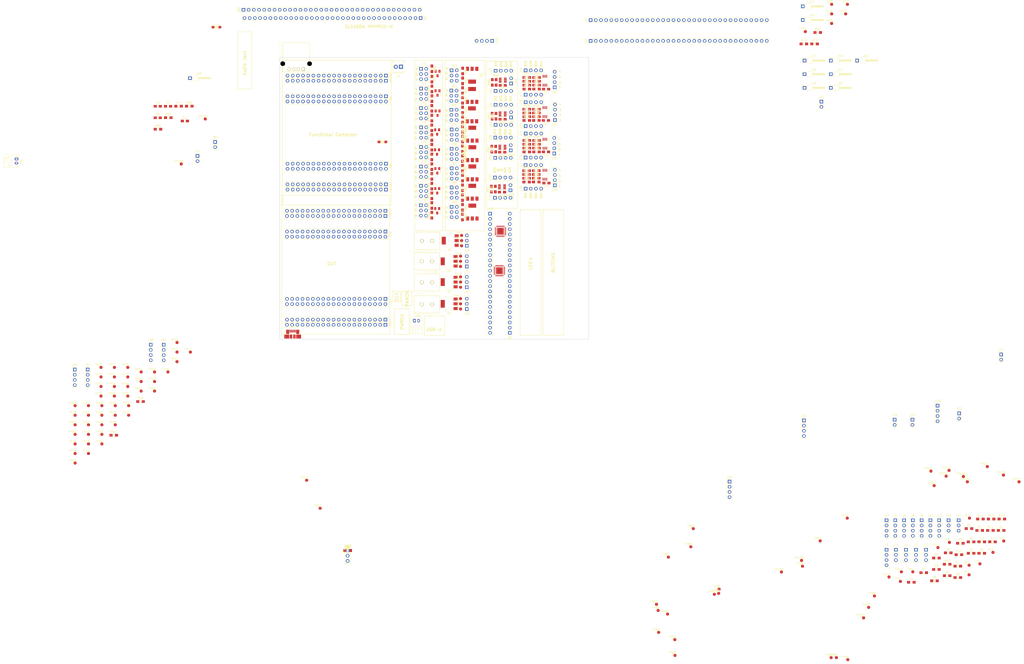
<source format=kicad_pcb>
(kicad_pcb (version 4) (host pcbnew 4.0.7-e2-6376~58~ubuntu17.04.1)
  (title_block (title Fixture-Dev-Kit) (date 2017-10-25) (rev v0.01) (company "Next Thing Co") (comment 1 "Having a blast!"))
  (layers (0 F.Cu signal) (31 B.Cu signal) (34 B.Paste user) (35 F.Paste user) (36 B.SilkS user) (37 F.SilkS user) (38 B.Mask user) (39 F.Mask user) (44 Edge.Cuts user))
  (net 0 "")
  (net 1 "/Fixture Dev Kit - ADS/C4-VCC-3V3")
  (net 2 GND)
  (net 3 "Net-(C5-Pad1)")
  (net 4 "Net-(C5-Pad2)")
  (net 5 "Net-(C6-Pad1)")
  (net 6 "Net-(C6-Pad2)")
  (net 7 "/Fixture Dev Kit - Functional Computer/LOLN")
  (net 8 "/Fixture Dev Kit - Functional Computer/LORN")
  (net 9 "Net-(C9-Pad2)")
  (net 10 "Net-(C10-Pad2)")
  (net 11 "Net-(C11-Pad2)")
  (net 12 "Net-(C12-Pad2)")
  (net 13 "Net-(D1-Pad1)")
  (net 14 "Net-(D1-Pad2)")
  (net 15 "Net-(D3-Pad1)")
  (net 16 "Net-(D3-Pad2)")
  (net 17 "Net-(D5-Pad1)")
  (net 18 "Net-(D5-Pad2)")
  (net 19 "Net-(D7-Pad1)")
  (net 20 "Net-(D7-Pad2)")
  (net 21 "Net-(D10-Pad2)")
  (net 22 "Net-(D10-Pad1)")
  (net 23 "Net-(D11-Pad1)")
  (net 24 "Net-(D11-Pad2)")
  (net 25 "Net-(D13-Pad2)")
  (net 26 +5V)
  (net 27 "Net-(J2-Pad1)")
  (net 28 "Net-(J3-Pad1)")
  (net 29 "Net-(J3-Pad2)")
  (net 30 "Net-(J3-Pad3)")
  (net 31 "Net-(J3-Pad4)")
  (net 32 "Net-(J4-Pad1)")
  (net 33 "Net-(J4-Pad2)")
  (net 34 "Net-(J4-Pad3)")
  (net 35 "Net-(J4-Pad4)")
  (net 36 "Net-(J5-Pad1)")
  (net 37 "Net-(J6-Pad1)")
  (net 38 "Net-(J6-Pad2)")
  (net 39 "Net-(J6-Pad3)")
  (net 40 "Net-(J6-Pad4)")
  (net 41 "Net-(J7-Pad1)")
  (net 42 "Net-(J8-Pad1)")
  (net 43 "Net-(J8-Pad2)")
  (net 44 "Net-(J8-Pad3)")
  (net 45 "Net-(J8-Pad4)")
  (net 46 "Net-(J9-Pad1)")
  (net 47 "Net-(J9-Pad2)")
  (net 48 "Net-(J9-Pad3)")
  (net 49 "Net-(J9-Pad4)")
  (net 50 "Net-(J10-Pad1)")
  (net 51 "Net-(J11-Pad1)")
  (net 52 "Net-(J11-Pad2)")
  (net 53 "Net-(J11-Pad3)")
  (net 54 "Net-(J11-Pad4)")
  (net 55 "Net-(J12-Pad1)")
  (net 56 "Net-(J13-Pad1)")
  (net 57 "Net-(J13-Pad2)")
  (net 58 "Net-(J13-Pad3)")
  (net 59 "Net-(J13-Pad4)")
  (net 60 "Net-(J14-Pad1)")
  (net 61 "Net-(J15-Pad1)")
  (net 62 "Net-(J15-Pad2)")
  (net 63 "Net-(J15-Pad3)")
  (net 64 "Net-(J15-Pad4)")
  (net 65 "/Fixture Dev Kit - ADS/I2C-SCK")
  (net 66 "/Fixture Dev Kit - ADS/I2C-SDA")
  (net 67 "Net-(J20-Pad1)")
  (net 68 "Net-(J20-Pad2)")
  (net 69 "Net-(J20-Pad3)")
  (net 70 "Net-(J20-Pad4)")
  (net 71 "Net-(J21-Pad1)")
  (net 72 "Net-(J21-Pad2)")
  (net 73 "Net-(J21-Pad3)")
  (net 74 "Net-(J21-Pad4)")
  (net 75 "Net-(J26-Pad1)")
  (net 76 "Net-(J26-Pad2)")
  (net 77 "Net-(J26-Pad3)")
  (net 78 "Net-(J26-Pad4)")
  (net 79 "Net-(J29-Pad1)")
  (net 80 "Net-(J29-Pad2)")
  (net 81 "Net-(J29-Pad3)")
  (net 82 "Net-(J29-Pad4)")
  (net 83 "Net-(J30-Pad1)")
  (net 84 "Net-(J30-Pad2)")
  (net 85 "Net-(J30-Pad3)")
  (net 86 "Net-(J31-Pad1)")
  (net 87 "Net-(J31-Pad2)")
  (net 88 "Net-(J31-Pad3)")
  (net 89 "Net-(J32-Pad1)")
  (net 90 "Net-(J32-Pad2)")
  (net 91 "Net-(J32-Pad3)")
  (net 92 "Net-(J33-Pad1)")
  (net 93 "Net-(J33-Pad2)")
  (net 94 "Net-(J33-Pad3)")
  (net 95 "Net-(J34-Pad2)")
  (net 96 "Net-(J34-Pad3)")
  (net 97 "Net-(J34-Pad4)")
  (net 98 "Net-(J34-Pad5)")
  (net 99 "Net-(J34-Pad6)")
  (net 100 "Net-(J34-Pad7)")
  (net 101 "Net-(J34-Pad8)")
  (net 102 "Net-(J34-Pad9)")
  (net 103 "Net-(J34-Pad10)")
  (net 104 "Net-(J34-Pad11)")
  (net 105 "Net-(J34-Pad12)")
  (net 106 "Net-(J34-Pad13)")
  (net 107 "Net-(J34-Pad14)")
  (net 108 "Net-(J34-Pad15)")
  (net 109 "Net-(J34-Pad16)")
  (net 110 "Net-(J34-Pad17)")
  (net 111 "Net-(J34-Pad18)")
  (net 112 "/Fixture Dev Kit - DUT/D-BAT")
  (net 113 "/Fixture Dev Kit - DUT/D-TS")
  (net 114 "/Fixture Dev Kit - DUT/D-PWRON_SW")
  (net 115 "Net-(J36-Pad14)")
  (net 116 "Net-(J36-Pad16)")
  (net 117 "Net-(J36-Pad18)")
  (net 118 "Net-(J36-Pad20)")
  (net 119 "Net-(J36-Pad22)")
  (net 120 "Net-(J36-Pad24)")
  (net 121 "Net-(J36-Pad26)")
  (net 122 "Net-(J36-Pad28)")
  (net 123 "Net-(J36-Pad30)")
  (net 124 "Net-(J36-Pad32)")
  (net 125 "Net-(J36-Pad34)")
  (net 126 "Net-(J36-Pad36)")
  (net 127 "Net-(J37-Pad1)")
  (net 128 "Net-(J37-Pad2)")
  (net 129 "Net-(J42-Pad1)")
  (net 130 "Net-(J42-Pad2)")
  (net 131 "Net-(J37-Pad3)")
  (net 132 "Net-(J37-Pad4)")
  (net 133 "Net-(J47-Pad2)")
  (net 134 "Net-(J47-Pad3)")
  (net 135 "Net-(J47-Pad4)")
  (net 136 "/Fixture Dev Kit - DUT/D-STATUS_LED")
  (net 137 "Net-(J47-Pad6)")
  (net 138 "Net-(J47-Pad7)")
  (net 139 "Net-(J47-Pad8)")
  (net 140 "Net-(J47-Pad9)")
  (net 141 "Net-(J47-Pad10)")
  (net 142 "Net-(J47-Pad11)")
  (net 143 "Net-(J47-Pad12)")
  (net 144 "Net-(J47-Pad14)")
  (net 145 "Net-(J47-Pad15)")
  (net 146 "Net-(J47-Pad16)")
  (net 147 "Net-(J47-Pad17)")
  (net 148 "Net-(J47-Pad18)")
  (net 149 "Net-(J47-Pad19)")
  (net 150 "Net-(J52-Pad2)")
  (net 151 "Net-(J52-Pad4)")
  (net 152 "Net-(J52-Pad6)")
  (net 153 "Net-(J52-Pad8)")
  (net 154 "Net-(J52-Pad10)")
  (net 155 "Net-(J52-Pad14)")
  (net 156 "Net-(J52-Pad16)")
  (net 157 "Net-(J52-Pad18)")
  (net 158 "Net-(J52-Pad20)")
  (net 159 "Net-(J52-Pad22)")
  (net 160 "Net-(J52-Pad24)")
  (net 161 "Net-(J52-Pad26)")
  (net 162 "Net-(J52-Pad28)")
  (net 163 "Net-(J52-Pad30)")
  (net 164 "Net-(J52-Pad32)")
  (net 165 "Net-(J52-Pad34)")
  (net 166 "Net-(J52-Pad38)")
  (net 167 "Net-(J54-Pad6)")
  (net 168 "Net-(J54-Pad7)")
  (net 169 "Net-(J54-Pad8)")
  (net 170 "Net-(J54-Pad9)")
  (net 171 "Net-(J54-Pad10)")
  (net 172 "Net-(J54-Pad11)")
  (net 173 "Net-(J54-Pad12)")
  (net 174 "Net-(J54-Pad13)")
  (net 175 "Net-(J54-Pad14)")
  (net 176 "Net-(J54-Pad15)")
  (net 177 "Net-(J54-Pad16)")
  (net 178 "Net-(J54-Pad17)")
  (net 179 "Net-(J54-Pad18)")
  (net 180 "Net-(J54-Pad19)")
  (net 181 "Net-(J54-Pad20)")
  (net 182 "Net-(J54-Pad21)")
  (net 183 "Net-(J54-Pad22)")
  (net 184 "Net-(J54-Pad23)")
  (net 185 "Net-(J54-Pad24)")
  (net 186 "Net-(J54-Pad25)")
  (net 187 "Net-(J54-Pad26)")
  (net 188 "Net-(J54-Pad27)")
  (net 189 "Net-(J54-Pad28)")
  (net 190 "Net-(J54-Pad29)")
  (net 191 "Net-(J54-Pad30)")
  (net 192 "Net-(J55-Pad13)")
  (net 193 "Net-(J55-Pad15)")
  (net 194 "Net-(J55-Pad17)")
  (net 195 "Net-(J55-Pad19)")
  (net 196 "Net-(J55-Pad21)")
  (net 197 "Net-(J55-Pad23)")
  (net 198 "Net-(J55-Pad25)")
  (net 199 "Net-(J55-Pad27)")
  (net 200 "Net-(J55-Pad29)")
  (net 201 "Net-(J55-Pad31)")
  (net 202 "Net-(J55-Pad33)")
  (net 203 "Net-(J55-Pad35)")
  (net 204 "Net-(J55-Pad37)")
  (net 205 "Net-(J55-Pad39)")
  (net 206 "Net-(J55-Pad41)")
  (net 207 "Net-(J55-Pad43)")
  (net 208 "Net-(J55-Pad45)")
  (net 209 "Net-(J55-Pad47)")
  (net 210 "Net-(J55-Pad49)")
  (net 211 "Net-(J55-Pad51)")
  (net 212 "Net-(J55-Pad53)")
  (net 213 "Net-(J55-Pad55)")
  (net 214 "Net-(J55-Pad57)")
  (net 215 "Net-(J55-Pad59)")
  (net 216 "/Fixture Dev Kit - Functional Computer/I2C-SCK")
  (net 217 "/Fixture Dev Kit - Functional Computer/I2C-SDA")
  (net 218 "Net-(J59-Pad1)")
  (net 219 "Net-(J59-Pad2)")
  (net 220 "Net-(J59-Pad3)")
  (net 221 "Net-(J59-Pad4)")
  (net 222 "Net-(J59-Pad5)")
  (net 223 "Net-(J59-Pad6)")
  (net 224 "Net-(J59-Pad7)")
  (net 225 "Net-(J59-Pad8)")
  (net 226 "Net-(J59-Pad9)")
  (net 227 "Net-(J59-Pad10)")
  (net 228 "Net-(J59-Pad11)")
  (net 229 "Net-(J59-Pad12)")
  (net 230 "Net-(J59-Pad13)")
  (net 231 "Net-(J59-Pad14)")
  (net 232 "Net-(J59-Pad15)")
  (net 233 "Net-(J59-Pad16)")
  (net 234 "Net-(J59-Pad17)")
  (net 235 "Net-(J59-Pad18)")
  (net 236 "Net-(J59-Pad19)")
  (net 237 "Net-(J59-Pad20)")
  (net 238 "Net-(J59-Pad21)")
  (net 239 "Net-(J59-Pad22)")
  (net 240 "Net-(J59-Pad23)")
  (net 241 "Net-(J59-Pad24)")
  (net 242 "Net-(J62-Pad1)")
  (net 243 "Net-(J62-Pad2)")
  (net 244 "Net-(J62-Pad3)")
  (net 245 "Net-(J62-Pad4)")
  (net 246 "Net-(J62-Pad5)")
  (net 247 "Net-(J62-Pad6)")
  (net 248 "Net-(J62-Pad7)")
  (net 249 "Net-(J62-Pad8)")
  (net 250 "Net-(J62-Pad9)")
  (net 251 "Net-(J62-Pad10)")
  (net 252 "Net-(J62-Pad11)")
  (net 253 "Net-(J62-Pad12)")
  (net 254 "Net-(J62-Pad13)")
  (net 255 "Net-(J62-Pad14)")
  (net 256 "Net-(J62-Pad15)")
  (net 257 "Net-(J62-Pad16)")
  (net 258 "Net-(J62-Pad17)")
  (net 259 "Net-(J62-Pad18)")
  (net 260 "Net-(J62-Pad19)")
  (net 261 "Net-(J62-Pad20)")
  (net 262 "Net-(J62-Pad21)")
  (net 263 "Net-(J62-Pad22)")
  (net 264 "Net-(J62-Pad23)")
  (net 265 "Net-(J62-Pad24)")
  (net 266 "/Fixture Dev Kit - PMosfets/Drain0")
  (net 267 "/Fixture Dev Kit - PMosfets/Gate0")
  (net 268 "/Fixture Dev Kit - PMosfets/Source0")
  (net 269 "/Fixture Dev Kit - PMosfets/Drain4")
  (net 270 "/Fixture Dev Kit - PMosfets/Gate4")
  (net 271 "/Fixture Dev Kit - PMosfets/Source4")
  (net 272 "/Fixture Dev Kit - PMosfets/Drain1")
  (net 273 "/Fixture Dev Kit - PMosfets/Gate1")
  (net 274 "/Fixture Dev Kit - PMosfets/Source1")
  (net 275 "/Fixture Dev Kit - PMosfets/Drain5")
  (net 276 "/Fixture Dev Kit - PMosfets/Gate5")
  (net 277 "/Fixture Dev Kit - PMosfets/Source5")
  (net 278 "/Fixture Dev Kit - PMosfets/Drain2")
  (net 279 "/Fixture Dev Kit - PMosfets/Gate2")
  (net 280 "/Fixture Dev Kit - PMosfets/Source2")
  (net 281 "/Fixture Dev Kit - PMosfets/Drain6")
  (net 282 "/Fixture Dev Kit - PMosfets/Gate6")
  (net 283 "/Fixture Dev Kit - PMosfets/Source6")
  (net 284 "/Fixture Dev Kit - PMosfets/Drain3")
  (net 285 "/Fixture Dev Kit - PMosfets/Gate3")
  (net 286 "/Fixture Dev Kit - PMosfets/Source3")
  (net 287 "/Fixture Dev Kit - PMosfets/Drain7")
  (net 288 "/Fixture Dev Kit - PMosfets/Gate7")
  (net 289 "/Fixture Dev Kit - PMosfets/Source7")
  (net 290 "/Fixture Dev Kits - NMosfets/Source_0")
  (net 291 "/Fixture Dev Kits - NMosfets/Gate_0")
  (net 292 "/Fixture Dev Kits - NMosfets/Drain_0")
  (net 293 "/Fixture Dev Kits - NMosfets/Gate_4")
  (net 294 "/Fixture Dev Kits - NMosfets/Drain_4")
  (net 295 "/Fixture Dev Kits - NMosfets/Source_1")
  (net 296 "/Fixture Dev Kits - NMosfets/Gate_1")
  (net 297 "/Fixture Dev Kits - NMosfets/Drain_1")
  (net 298 "/Fixture Dev Kits - NMosfets/Gate_5")
  (net 299 "/Fixture Dev Kits - NMosfets/Drain_5")
  (net 300 "/Fixture Dev Kits - NMosfets/Gate_2")
  (net 301 "/Fixture Dev Kits - NMosfets/Drain_2")
  (net 302 "/Fixture Dev Kits - NMosfets/Gate_6")
  (net 303 "/Fixture Dev Kits - NMosfets/Drain_6")
  (net 304 "/Fixture Dev Kits - NMosfets/Gate_3")
  (net 305 "/Fixture Dev Kits - NMosfets/Drain_3")
  (net 306 "/Fixture Dev Kits - NMosfets/Gate_7")
  (net 307 "/Fixture Dev Kits - NMosfets/Drain_7")
  (net 308 "/Fixture Dev Kit - Functional Computer/BAT")
  (net 309 "/Fixture Dev Kit - Functional Computer/TS")
  (net 310 "Net-(J80-Pad7)")
  (net 311 "Net-(J80-Pad8)")
  (net 312 "Net-(J80-Pad9)")
  (net 313 "Net-(J80-Pad10)")
  (net 314 "Net-(J80-Pad11)")
  (net 315 "Net-(J80-Pad12)")
  (net 316 "Net-(J80-Pad13)")
  (net 317 "Net-(J80-Pad14)")
  (net 318 "Net-(J80-Pad15)")
  (net 319 "Net-(J80-Pad16)")
  (net 320 "Net-(J80-Pad17)")
  (net 321 "Net-(J80-Pad18)")
  (net 322 "Net-(J80-Pad19)")
  (net 323 "Net-(J80-Pad20)")
  (net 324 "Net-(J80-Pad21)")
  (net 325 "Net-(J80-Pad22)")
  (net 326 "Net-(J80-Pad23)")
  (net 327 "Net-(J80-Pad24)")
  (net 328 "Net-(J80-Pad25)")
  (net 329 "Net-(J80-Pad26)")
  (net 330 "Net-(J80-Pad27)")
  (net 331 "Net-(J80-Pad28)")
  (net 332 "/Fixture Dev Kit - Functional Computer/C4-PWR-IN")
  (net 333 "/Fixture Dev Kit - Functional Computer/PWRON")
  (net 334 "/Fixture Dev Kit - Functional Computer/LOLP")
  (net 335 "/Fixture Dev Kit - Functional Computer/LORP")
  (net 336 "Net-(J82-Pad20)")
  (net 337 "Net-(J82-Pad22)")
  (net 338 "Net-(J82-Pad24)")
  (net 339 "Net-(J82-Pad26)")
  (net 340 "Net-(J82-Pad28)")
  (net 341 "Net-(J82-Pad30)")
  (net 342 "Net-(J82-Pad32)")
  (net 343 "Net-(J82-Pad34)")
  (net 344 "Net-(J82-Pad36)")
  (net 345 "Net-(J82-Pad38)")
  (net 346 "Net-(J82-Pad40)")
  (net 347 "Net-(J82-Pad42)")
  (net 348 "Net-(J82-Pad44)")
  (net 349 "Net-(J82-Pad46)")
  (net 350 "Net-(J82-Pad48)")
  (net 351 "Net-(J82-Pad50)")
  (net 352 "/Fixture Dev Kit - Functional Computer/USBOTG_B_DP")
  (net 353 "/Fixture Dev Kit - Functional Computer/USBOTG_B_DM")
  (net 354 "/Fixture Dev Kit - Functional Computer/USBOTG_B_ID")
  (net 355 "Net-(J82-Pad58)")
  (net 356 "Net-(J82-Pad60)")
  (net 357 "Net-(J86-Pad3)")
  (net 358 "Net-(J86-Pad7)")
  (net 359 "Net-(J86-Pad9)")
  (net 360 "Net-(J86-Pad11)")
  (net 361 "Net-(J86-Pad15)")
  (net 362 "Net-(J86-Pad17)")
  (net 363 "Net-(J86-Pad2)")
  (net 364 "Net-(J86-Pad4)")
  (net 365 "Net-(J86-Pad6)")
  (net 366 "Net-(J86-Pad8)")
  (net 367 "Net-(J86-Pad10)")
  (net 368 "Net-(J86-Pad12)")
  (net 369 "Net-(J86-Pad14)")
  (net 370 "Net-(J86-Pad16)")
  (net 371 "Net-(J87-Pad3)")
  (net 372 "Net-(J87-Pad5)")
  (net 373 "Net-(J87-Pad9)")
  (net 374 "Net-(J87-Pad11)")
  (net 375 "Net-(J87-Pad13)")
  (net 376 "Net-(J87-Pad15)")
  (net 377 "Net-(J87-Pad17)")
  (net 378 "Net-(J87-Pad2)")
  (net 379 "Net-(J87-Pad4)")
  (net 380 "Net-(J87-Pad6)")
  (net 381 "Net-(J87-Pad8)")
  (net 382 "Net-(J87-Pad10)")
  (net 383 "Net-(J87-Pad12)")
  (net 384 "Net-(J87-Pad14)")
  (net 385 "Net-(J87-Pad16)")
  (net 386 "Net-(J87-Pad18)")
  (net 387 "Net-(J88-Pad14)")
  (net 388 "Net-(J88-Pad16)")
  (net 389 "Net-(J88-Pad18)")
  (net 390 "Net-(J88-Pad20)")
  (net 391 "Net-(J88-Pad22)")
  (net 392 "Net-(J88-Pad24)")
  (net 393 "Net-(J88-Pad26)")
  (net 394 "Net-(J88-Pad28)")
  (net 395 "Net-(J88-Pad30)")
  (net 396 "Net-(J88-Pad32)")
  (net 397 "Net-(J88-Pad34)")
  (net 398 "Net-(J88-Pad36)")
  (net 399 "/Fixture Dev Kit - Functional Computer/C4-VCC-5V")
  (net 400 "Net-(J89-Pad14)")
  (net 401 "Net-(J89-Pad16)")
  (net 402 "Net-(J89-Pad18)")
  (net 403 "Net-(J89-Pad20)")
  (net 404 "Net-(J89-Pad22)")
  (net 405 "Net-(J89-Pad24)")
  (net 406 "Net-(J89-Pad26)")
  (net 407 "Net-(J89-Pad28)")
  (net 408 "Net-(J89-Pad30)")
  (net 409 "Net-(J89-Pad32)")
  (net 410 "Net-(J89-Pad34)")
  (net 411 "Net-(J89-Pad38)")
  (net 412 "Net-(J96-Pad1)")
  (net 413 "Net-(J96-Pad2)")
  (net 414 "Net-(J97-Pad1)")
  (net 415 "Net-(J97-Pad2)")
  (net 416 "Net-(J102-Pad1)")
  (net 417 "Net-(J102-Pad2)")
  (net 418 "Net-(J103-Pad1)")
  (net 419 "Net-(J103-Pad2)")
  (net 420 "Net-(Q1-Pad2)")
  (net 421 "Net-(Q2-Pad2)")
  (net 422 "Net-(Q3-Pad2)")
  (net 423 "Net-(Q4-Pad2)")
  (net 424 "Net-(R13-Pad2)")
  (net 425 "Net-(R14-Pad2)")
  (net 426 "Net-(R17-Pad2)")
  (net 427 "Net-(R18-Pad2)")
  (net 428 "Net-(R21-Pad2)")
  (net 429 "Net-(R22-Pad2)")
  (net 430 "Net-(R25-Pad2)")
  (net 431 "Net-(R26-Pad2)")
  (net 432 "Net-(R29-Pad2)")
  (net 433 "Net-(R31-Pad2)")
  (net 434 "Net-(R33-Pad2)")
  (net 435 "Net-(R35-Pad2)")
  (net 436 "Net-(R37-Pad2)")
  (net 437 "Net-(R39-Pad2)")
  (net 438 "Net-(R41-Pad2)")
  (net 439 "Net-(R43-Pad2)")
  (net 440 "Net-(R50-Pad1)")
  (net 441 "Net-(R51-Pad1)")
  (net 442 "Net-(R86-Pad1)")
  (net 443 "Net-(R87-Pad1)")
  (net 444 "Net-(R88-Pad1)")
  (net 445 "Net-(R89-Pad1)")
  (net 446 "Net-(R90-Pad1)")
  (net 447 "Net-(R91-Pad1)")
  (net 448 "Net-(R92-Pad1)")
  (net 449 "Net-(R93-Pad1)")
  (net 450 "Net-(U1-Pad2)")
  (net 451 "Net-(U2-Pad2)")
  (net 452 "Net-(U3-Pad2)")
  (net 453 "Net-(U4-Pad2)")
  (net 454 "Net-(U5-Pad32)")
  (net 455 "Net-(U6-Pad32)")
  (net 456 "Net-(D2-Pad1)")
  (net 457 "Net-(D4-Pad1)")
  (net 458 "Net-(D6-Pad1)")
  (net 459 "Net-(D8-Pad1)")
  (net 460 "Net-(D9-Pad2)")
  (net 461 "Net-(D12-Pad1)")
  (net 462 "Net-(D15-Pad1)")
  (net 463 "Net-(D15-Pad2)")
  (net 464 "Net-(D16-Pad1)")
  (net 465 "Net-(D17-Pad1)")
  (net 466 "Net-(D17-Pad2)")
  (net 467 "Net-(D18-Pad1)")
  (net 468 "Net-(F1-Pad1)")
  (net 469 "/Fixture Dev Kit - DUT/DUT-CHG-IN")
  (net 470 "Net-(J106-Pad1)")
  (net 471 "Net-(J107-Pad1)")
  (net 472 "Net-(F2-Pad1)")
  (net 473 "Net-(J49-Pad1)")
  (net 474 "Net-(J50-Pad1)")
  (net 475 "Net-(J51-Pad1)")
  (net 476 "Net-(J83-Pad1)")
  (module Resistors_SMD:R_0805_HandSoldering (layer F.Cu) (at 105.59072 25.48768 90)
    (fp_text reference R70 (at 0.3937 1.5621 90) (layer F.SilkS))
    (fp_text value DNP)
    (pad 1 smd rect (at -1.35 0 90) (size 1.5 1.3) (layers F.Cu F.Paste F.Mask) (net 292 "/Fixture Dev Kits - NMosfets/Drain_0"))
    (pad 2 smd rect (at 1.35 0 90) (size 1.5 1.3) (layers F.Cu F.Paste F.Mask) (net 291 "/Fixture Dev Kits - NMosfets/Gate_0"))
  )
  (module Resistors_SMD:R_0805_HandSoldering (layer F.Cu) (at 105.59072 20.40768 90)
    (fp_text reference R68 (at 0.00762 1.5621 90) (layer F.SilkS))
    (fp_text value DNP)
    (pad 1 smd rect (at -1.35 0 90) (size 1.5 1.3) (layers F.Cu F.Paste F.Mask) (net 291 "/Fixture Dev Kits - NMosfets/Gate_0"))
    (pad 2 smd rect (at 1.35 0 90) (size 1.5 1.3) (layers F.Cu F.Paste F.Mask) (net 290 "/Fixture Dev Kits - NMosfets/Source_0"))
  )
  (module FDN337N:SSOT-3 (layer F.Cu) (at 108.3517 22.71146 180)
    (fp_text reference Q13 (at 3.30279 -1.77843 180) (layer F.SilkS) (effects (font (size 0.800192 0.800192) (thickness 0.05))))
    (fp_text value FDN337N (at 0.127152 2.77192 180) (layer F.SilkS) (effects (font (size 0.640767 0.640767) (thickness 0.05))))
    (pad 3 smd rect (at 0 -1.1 180) (size 1 1.4) (layers F.Cu F.Paste F.Mask) (net 292 "/Fixture Dev Kits - NMosfets/Drain_0"))
    (pad 2 smd rect (at 0.95 1.1 180) (size 1 1.4) (layers F.Cu F.Paste F.Mask) (net 290 "/Fixture Dev Kits - NMosfets/Source_0"))
    (pad 1 smd rect (at -0.95 1.1 180) (size 1 1.4) (layers F.Cu F.Paste F.Mask) (net 291 "/Fixture Dev Kits - NMosfets/Gate_0"))
  )
  (module Pin_Headers:Pin_Header_Straight_2x03_Pitch2.54mm (layer F.Cu) (at 100.25672 20.40768)
    (fp_text reference J71 (at 1.27 -2.33) (layer F.SilkS))
    (fp_text value NFET_0)
    (pad 1 thru_hole rect (at 0 0) (size 1.7 1.7) (drill 1) (layers *.Cu *.Mask) (net 290 "/Fixture Dev Kits - NMosfets/Source_0"))
    (pad 2 thru_hole oval (at 2.54 0) (size 1.7 1.7) (drill 1) (layers *.Cu *.Mask) (net 290 "/Fixture Dev Kits - NMosfets/Source_0"))
    (pad 3 thru_hole oval (at 0 2.54) (size 1.7 1.7) (drill 1) (layers *.Cu *.Mask) (net 291 "/Fixture Dev Kits - NMosfets/Gate_0"))
    (pad 4 thru_hole oval (at 2.54 2.54) (size 1.7 1.7) (drill 1) (layers *.Cu *.Mask) (net 291 "/Fixture Dev Kits - NMosfets/Gate_0"))
    (pad 5 thru_hole oval (at 0 5.08) (size 1.7 1.7) (drill 1) (layers *.Cu *.Mask) (net 292 "/Fixture Dev Kits - NMosfets/Drain_0"))
    (pad 6 thru_hole oval (at 2.54 5.08) (size 1.7 1.7) (drill 1) (layers *.Cu *.Mask) (net 292 "/Fixture Dev Kits - NMosfets/Drain_0"))
  )
  (module Capacitors_SMD:C_0805_HandSoldering (layer F.Cu) (at 161.57994 30.36448 180)
    (fp_text reference C1 (at 0 -1.75 180) (layer F.SilkS))
    (fp_text value 0.1uF)
    (pad 1 smd rect (at -1.25 0 180) (size 1.5 1.25) (layers F.Cu F.Paste F.Mask) (net 1 "/Fixture Dev Kit - ADS/C4-VCC-3V3"))
    (pad 2 smd rect (at 1.25 0 180) (size 1.5 1.25) (layers F.Cu F.Paste F.Mask) (net 2 GND))
  )
  (module Capacitors_SMD:C_0805_HandSoldering (layer F.Cu) (at 161.4758 45.7137 180)
    (fp_text reference C2 (at 0 -1.75 180) (layer F.SilkS))
    (fp_text value 0.1uF)
    (pad 1 smd rect (at -1.25 0 180) (size 1.5 1.25) (layers F.Cu F.Paste F.Mask) (net 1 "/Fixture Dev Kit - ADS/C4-VCC-3V3"))
    (pad 2 smd rect (at 1.25 0 180) (size 1.5 1.25) (layers F.Cu F.Paste F.Mask) (net 2 GND))
  )
  (module Capacitors_SMD:C_0805_HandSoldering (layer F.Cu) (at 161.5139 61.1315 180)
    (fp_text reference C3 (at 0 -1.75 180) (layer F.SilkS))
    (fp_text value 0.1uF)
    (pad 1 smd rect (at -1.25 0 180) (size 1.5 1.25) (layers F.Cu F.Paste F.Mask) (net 1 "/Fixture Dev Kit - ADS/C4-VCC-3V3"))
    (pad 2 smd rect (at 1.25 0 180) (size 1.5 1.25) (layers F.Cu F.Paste F.Mask) (net 2 GND))
  )
  (module Capacitors_SMD:C_0805_HandSoldering (layer F.Cu) (at 161.7298 76.4096 180)
    (fp_text reference C4 (at 0 -1.75 180) (layer F.SilkS))
    (fp_text value 0.1uF)
    (pad 1 smd rect (at -1.25 0 180) (size 1.5 1.25) (layers F.Cu F.Paste F.Mask) (net 1 "/Fixture Dev Kit - ADS/C4-VCC-3V3"))
    (pad 2 smd rect (at 1.25 0 180) (size 1.5 1.25) (layers F.Cu F.Paste F.Mask) (net 2 GND))
  )
  (module Capacitors_SMD:C_0805_HandSoldering (layer F.Cu) (at -28.794999 38.765)
    (fp_text reference C5 (at 0 -1.75) (layer F.SilkS))
    (fp_text value 1uf)
    (pad 1 smd rect (at -1.25 0) (size 1.5 1.25) (layers F.Cu F.Paste F.Mask) (net 3 "Net-(C5-Pad1)"))
    (pad 2 smd rect (at 1.25 0) (size 1.5 1.25) (layers F.Cu F.Paste F.Mask) (net 4 "Net-(C5-Pad2)"))
  )
  (module Capacitors_SMD:C_0805_HandSoldering (layer F.Cu) (at -15.5 46)
    (fp_text reference C6 (at 0 -1.75) (layer F.SilkS))
    (fp_text value 1uf)
    (pad 1 smd rect (at -1.25 0) (size 1.5 1.25) (layers F.Cu F.Paste F.Mask) (net 5 "Net-(C6-Pad1)"))
    (pad 2 smd rect (at 1.25 0) (size 1.5 1.25) (layers F.Cu F.Paste F.Mask) (net 6 "Net-(C6-Pad2)"))
  )
  (module Capacitors_SMD:C_0805_HandSoldering (layer F.Cu) (at -23.744999 38.765)
    (fp_text reference C7 (at 0 -1.75) (layer F.SilkS))
    (fp_text value 1uf)
    (pad 1 smd rect (at -1.25 0) (size 1.5 1.25) (layers F.Cu F.Paste F.Mask) (net 7 "/Fixture Dev Kit - Functional Computer/LOLN"))
    (pad 2 smd rect (at 1.25 0) (size 1.5 1.25) (layers F.Cu F.Paste F.Mask) (net 2 GND))
  )
  (module Capacitors_SMD:C_0805_HandSoldering (layer F.Cu) (at -28.794999 44.415)
    (fp_text reference C8 (at 0 -1.75) (layer F.SilkS))
    (fp_text value 1uf)
    (pad 1 smd rect (at -1.25 0) (size 1.5 1.25) (layers F.Cu F.Paste F.Mask) (net 8 "/Fixture Dev Kit - Functional Computer/LORN"))
    (pad 2 smd rect (at 1.25 0) (size 1.5 1.25) (layers F.Cu F.Paste F.Mask) (net 2 GND))
  )
  (module Capacitors_SMD:C_0805_HandSoldering (layer F.Cu) (at 140.30744 28.52552 180)
    (fp_text reference C9 (at 0.02032 -0.9525 180) (layer F.SilkS))
    (fp_text value 0.1uF)
    (pad 1 smd rect (at -1.25 0 180) (size 1.5 1.25) (layers F.Cu F.Paste F.Mask) (net 2 GND))
    (pad 2 smd rect (at 1.25 0 180) (size 1.5 1.25) (layers F.Cu F.Paste F.Mask) (net 9 "Net-(C9-Pad2)"))
  )
  (module Capacitors_SMD:C_0805_HandSoldering (layer F.Cu) (at 140.2541 45.1168 180)
    (fp_text reference C10 (at 0 -1.75 180) (layer F.SilkS))
    (fp_text value 0.1uF)
    (pad 1 smd rect (at -1.25 0 180) (size 1.5 1.25) (layers F.Cu F.Paste F.Mask) (net 2 GND))
    (pad 2 smd rect (at 1.25 0 180) (size 1.5 1.25) (layers F.Cu F.Paste F.Mask) (net 10 "Net-(C10-Pad2)"))
  )
  (module Capacitors_SMD:C_0805_HandSoldering (layer F.Cu) (at 140.0763 61.2839 180)
    (fp_text reference C11 (at 0 -1.75 180) (layer F.SilkS))
    (fp_text value 0.1uF)
    (pad 1 smd rect (at -1.25 0 180) (size 1.5 1.25) (layers F.Cu F.Paste F.Mask) (net 2 GND))
    (pad 2 smd rect (at 1.25 0 180) (size 1.5 1.25) (layers F.Cu F.Paste F.Mask) (net 11 "Net-(C11-Pad2)"))
  )
  (module Capacitors_SMD:C_0805_HandSoldering (layer F.Cu) (at 139.9493 80.8546 180)
    (fp_text reference C12 (at 0 -1.75 180) (layer F.SilkS))
    (fp_text value 0.1uF)
    (pad 1 smd rect (at -1.25 0 180) (size 1.5 1.25) (layers F.Cu F.Paste F.Mask) (net 2 GND))
    (pad 2 smd rect (at 1.25 0 180) (size 1.5 1.25) (layers F.Cu F.Paste F.Mask) (net 12 "Net-(C12-Pad2)"))
  )
  (module LEDs:LED_0805_HandSoldering (layer F.Cu) (at 363.415001 264.195)
    (fp_text reference D1 (at 0 -1.7) (layer F.SilkS))
    (fp_text value Purple)
    (pad 1 smd rect (at -1.35 0) (size 1.5 1.3) (layers F.Cu F.Paste F.Mask) (net 13 "Net-(D1-Pad1)"))
    (pad 2 smd rect (at 1.35 0) (size 1.5 1.3) (layers F.Cu F.Paste F.Mask) (net 14 "Net-(D1-Pad2)"))
  )
  (module LEDs:LED_0805_HandSoldering (layer F.Cu) (at 375.145001 252.305)
    (fp_text reference D2 (at 0 -1.7) (layer F.SilkS))
    (fp_text value Green)
    (pad 1 smd rect (at -1.35 0) (size 1.5 1.3) (layers F.Cu F.Paste F.Mask) (net 456 "Net-(D2-Pad1)"))
    (pad 2 smd rect (at 1.35 0) (size 1.5 1.3) (layers F.Cu F.Paste F.Mask) (net 13 "Net-(D1-Pad1)"))
  )
  (module LEDs:LED_0805_HandSoldering (layer F.Cu) (at 369.895001 257.905)
    (fp_text reference D3 (at 0 -1.7) (layer F.SilkS))
    (fp_text value Purple)
    (pad 1 smd rect (at -1.35 0) (size 1.5 1.3) (layers F.Cu F.Paste F.Mask) (net 15 "Net-(D3-Pad1)"))
    (pad 2 smd rect (at 1.35 0) (size 1.5 1.3) (layers F.Cu F.Paste F.Mask) (net 16 "Net-(D3-Pad2)"))
  )
  (module LEDs:LED_0805_HandSoldering (layer F.Cu) (at 384.625001 246.705)
    (fp_text reference D4 (at 0 -1.7) (layer F.SilkS))
    (fp_text value Green)
    (pad 1 smd rect (at -1.35 0) (size 1.5 1.3) (layers F.Cu F.Paste F.Mask) (net 457 "Net-(D4-Pad1)"))
    (pad 2 smd rect (at 1.35 0) (size 1.5 1.3) (layers F.Cu F.Paste F.Mask) (net 15 "Net-(D3-Pad1)"))
  )
  (module LEDs:LED_0805_HandSoldering (layer F.Cu) (at 363.415001 269.795)
    (fp_text reference D5 (at 0 -1.7) (layer F.SilkS))
    (fp_text value Purple)
    (pad 1 smd rect (at -1.35 0) (size 1.5 1.3) (layers F.Cu F.Paste F.Mask) (net 17 "Net-(D5-Pad1)"))
    (pad 2 smd rect (at 1.35 0) (size 1.5 1.3) (layers F.Cu F.Paste F.Mask) (net 18 "Net-(D5-Pad2)"))
  )
  (module LEDs:LED_0805_HandSoldering (layer F.Cu) (at 375.145001 257.905)
    (fp_text reference D6 (at 0 -1.7) (layer F.SilkS))
    (fp_text value Green)
    (pad 1 smd rect (at -1.35 0) (size 1.5 1.3) (layers F.Cu F.Paste F.Mask) (net 458 "Net-(D6-Pad1)"))
    (pad 2 smd rect (at 1.35 0) (size 1.5 1.3) (layers F.Cu F.Paste F.Mask) (net 17 "Net-(D5-Pad1)"))
  )
  (module LEDs:LED_0805_HandSoldering (layer F.Cu) (at 380.395001 252.305)
    (fp_text reference D7 (at 0 -1.7) (layer F.SilkS))
    (fp_text value Purple)
    (pad 1 smd rect (at -1.35 0) (size 1.5 1.3) (layers F.Cu F.Paste F.Mask) (net 19 "Net-(D7-Pad1)"))
    (pad 2 smd rect (at 1.35 0) (size 1.5 1.3) (layers F.Cu F.Paste F.Mask) (net 20 "Net-(D7-Pad2)"))
  )
  (module LEDs:LED_0805_HandSoldering (layer F.Cu) (at 351.955001 271.425)
    (fp_text reference D8 (at 0 -1.7) (layer F.SilkS))
    (fp_text value Green)
    (pad 1 smd rect (at -1.35 0) (size 1.5 1.3) (layers F.Cu F.Paste F.Mask) (net 459 "Net-(D8-Pad1)"))
    (pad 2 smd rect (at 1.35 0) (size 1.5 1.3) (layers F.Cu F.Paste F.Mask) (net 19 "Net-(D7-Pad1)"))
  )
  (module LEDs:LED_0805_HandSoldering (layer F.Cu) (at 358.165001 268.885)
    (fp_text reference D9 (at 0 -1.7) (layer F.SilkS))
    (fp_text value Purple)
    (pad 1 smd rect (at -1.35 0) (size 1.5 1.3) (layers F.Cu F.Paste F.Mask) (net 21 "Net-(D10-Pad2)"))
    (pad 2 smd rect (at 1.35 0) (size 1.5 1.3) (layers F.Cu F.Paste F.Mask) (net 460 "Net-(D9-Pad2)"))
  )
  (module LEDs:LED_0805_HandSoldering (layer F.Cu) (at 384.985001 241.105)
    (fp_text reference D10 (at 0 -1.7) (layer F.SilkS))
    (fp_text value Green)
    (pad 1 smd rect (at -1.35 0) (size 1.5 1.3) (layers F.Cu F.Paste F.Mask) (net 22 "Net-(D10-Pad1)"))
    (pad 2 smd rect (at 1.35 0) (size 1.5 1.3) (layers F.Cu F.Paste F.Mask) (net 21 "Net-(D10-Pad2)"))
  )
  (module LEDs:LED_0805_HandSoldering (layer F.Cu) (at 374.485001 241.105)
    (fp_text reference D11 (at 0 -1.7) (layer F.SilkS))
    (fp_text value Purple)
    (pad 1 smd rect (at -1.35 0) (size 1.5 1.3) (layers F.Cu F.Paste F.Mask) (net 23 "Net-(D11-Pad1)"))
    (pad 2 smd rect (at 1.35 0) (size 1.5 1.3) (layers F.Cu F.Paste F.Mask) (net 24 "Net-(D11-Pad2)"))
  )
  (module LEDs:LED_0805_HandSoldering (layer F.Cu) (at 363.935001 258.595)
    (fp_text reference D12 (at 0 -1.7) (layer F.SilkS))
    (fp_text value Green)
    (pad 1 smd rect (at -1.35 0) (size 1.5 1.3) (layers F.Cu F.Paste F.Mask) (net 461 "Net-(D12-Pad1)"))
    (pad 2 smd rect (at 1.35 0) (size 1.5 1.3) (layers F.Cu F.Paste F.Mask) (net 23 "Net-(D11-Pad1)"))
  )
  (module LEDs:LED_0805_HandSoldering (layer F.Cu) (at 293.175001 8.205)
    (fp_text reference D13 (at 0 -1.7) (layer F.SilkS))
    (fp_text value LNJP12X8ARA)
    (pad 1 smd rect (at -1.35 0) (size 1.5 1.3) (layers F.Cu F.Paste F.Mask) (net 2 GND))
    (pad 2 smd rect (at 1.35 0) (size 1.5 1.3) (layers F.Cu F.Paste F.Mask) (net 25 "Net-(D13-Pad2)"))
  )
  (module LEDs:LED_0805_HandSoldering (layer F.Cu) (at -18.594999 38.715)
    (fp_text reference D14 (at 0 -1.7) (layer F.SilkS))
    (fp_text value LNJP12X8ARA)
    (pad 1 smd rect (at -1.35 0) (size 1.5 1.3) (layers F.Cu F.Paste F.Mask) (net 2 GND))
    (pad 2 smd rect (at 1.35 0) (size 1.5 1.3) (layers F.Cu F.Paste F.Mask) (net 1 "/Fixture Dev Kit - ADS/C4-VCC-3V3"))
  )
  (module TerminalBlocks_Phoenix:TerminalBlock_Phoenix_MPT-2.54mm_2pol (layer F.Cu) (at 90.432 19.412 180)
    (fp_text reference J1 (at 1.27 -4.50088 180) (layer F.SilkS))
    (fp_text value POWER)
    (pad 2 thru_hole oval (at 2.54 0 180) (size 1.99898 1.99898) (drill 1.09728) (layers *.Cu *.Mask) (net 26 +5V))
    (pad 1 thru_hole rect (at 0 0 180) (size 1.99898 1.99898) (drill 1.09728) (layers *.Cu *.Mask) (net 2 GND))
    (pad "" np_thru_hole circle (at 0 2.54 180) (size 1.1 1.1) (drill 1.1) (layers *.Cu *.Mask))
    (pad "" np_thru_hole circle (at 2.54 2.54 180) (size 1.1 1.1) (drill 1.1) (layers *.Cu *.Mask))
  )
  (module Pin_Headers:Pin_Header_Straight_1x03_Pitch2.54mm (layer F.Cu) (at 333.074286 256.165)
    (fp_text reference J2 (at 0 -2.33) (layer F.SilkS))
    (fp_text value LED_0)
    (pad 1 thru_hole rect (at 0 0) (size 1.7 1.7) (drill 1) (layers *.Cu *.Mask) (net 27 "Net-(J2-Pad1)"))
    (pad 2 thru_hole oval (at 0 2.54) (size 1.7 1.7) (drill 1) (layers *.Cu *.Mask) (net 13 "Net-(D1-Pad1)"))
    (pad 3 thru_hole oval (at 0 5.08) (size 1.7 1.7) (drill 1) (layers *.Cu *.Mask) (net 2 GND))
  )
  (module Pin_Headers:Pin_Header_Straight_1x04_Pitch2.54mm (layer F.Cu) (at 328.464762 256.165)
    (fp_text reference J3 (at 0 -2.33) (layer F.SilkS))
    (fp_text value SW_0)
    (pad 1 thru_hole rect (at 0 0) (size 1.7 1.7) (drill 1) (layers *.Cu *.Mask) (net 28 "Net-(J3-Pad1)"))
    (pad 2 thru_hole oval (at 0 2.54) (size 1.7 1.7) (drill 1) (layers *.Cu *.Mask) (net 29 "Net-(J3-Pad2)"))
    (pad 3 thru_hole oval (at 0 5.08) (size 1.7 1.7) (drill 1) (layers *.Cu *.Mask) (net 30 "Net-(J3-Pad3)"))
    (pad 4 thru_hole oval (at 0 7.62) (size 1.7 1.7) (drill 1) (layers *.Cu *.Mask) (net 31 "Net-(J3-Pad4)"))
  )
  (module Pin_Headers:Pin_Header_Straight_1x04_Pitch2.54mm (layer F.Cu) (at 332.764762 241.735)
    (fp_text reference J4 (at 0 -2.33) (layer F.SilkS))
    (fp_text value SW_1)
    (pad 1 thru_hole rect (at 0 0) (size 1.7 1.7) (drill 1) (layers *.Cu *.Mask) (net 32 "Net-(J4-Pad1)"))
    (pad 2 thru_hole oval (at 0 2.54) (size 1.7 1.7) (drill 1) (layers *.Cu *.Mask) (net 33 "Net-(J4-Pad2)"))
    (pad 3 thru_hole oval (at 0 5.08) (size 1.7 1.7) (drill 1) (layers *.Cu *.Mask) (net 34 "Net-(J4-Pad3)"))
    (pad 4 thru_hole oval (at 0 7.62) (size 1.7 1.7) (drill 1) (layers *.Cu *.Mask) (net 35 "Net-(J4-Pad4)"))
  )
  (module Pin_Headers:Pin_Header_Straight_1x03_Pitch2.54mm (layer F.Cu) (at 337.994286 256.165)
    (fp_text reference J5 (at 0 -2.33) (layer F.SilkS))
    (fp_text value LED_1)
    (pad 1 thru_hole rect (at 0 0) (size 1.7 1.7) (drill 1) (layers *.Cu *.Mask) (net 36 "Net-(J5-Pad1)"))
    (pad 2 thru_hole oval (at 0 2.54) (size 1.7 1.7) (drill 1) (layers *.Cu *.Mask) (net 15 "Net-(D3-Pad1)"))
    (pad 3 thru_hole oval (at 0 5.08) (size 1.7 1.7) (drill 1) (layers *.Cu *.Mask) (net 2 GND))
  )
  (module Pin_Headers:Pin_Header_Straight_1x04_Pitch2.54mm (layer F.Cu) (at 337.064762 241.735)
    (fp_text reference J6 (at 0 -2.33) (layer F.SilkS))
    (fp_text value SW_2)
    (pad 1 thru_hole rect (at 0 0) (size 1.7 1.7) (drill 1) (layers *.Cu *.Mask) (net 37 "Net-(J6-Pad1)"))
    (pad 2 thru_hole oval (at 0 2.54) (size 1.7 1.7) (drill 1) (layers *.Cu *.Mask) (net 38 "Net-(J6-Pad2)"))
    (pad 3 thru_hole oval (at 0 5.08) (size 1.7 1.7) (drill 1) (layers *.Cu *.Mask) (net 39 "Net-(J6-Pad3)"))
    (pad 4 thru_hole oval (at 0 7.62) (size 1.7 1.7) (drill 1) (layers *.Cu *.Mask) (net 40 "Net-(J6-Pad4)"))
  )
  (module Pin_Headers:Pin_Header_Straight_1x03_Pitch2.54mm (layer F.Cu) (at 342.914286 256.165)
    (fp_text reference J7 (at 0 -2.33) (layer F.SilkS))
    (fp_text value LED_2)
    (pad 1 thru_hole rect (at 0 0) (size 1.7 1.7) (drill 1) (layers *.Cu *.Mask) (net 41 "Net-(J7-Pad1)"))
    (pad 2 thru_hole oval (at 0 2.54) (size 1.7 1.7) (drill 1) (layers *.Cu *.Mask) (net 17 "Net-(D5-Pad1)"))
    (pad 3 thru_hole oval (at 0 5.08) (size 1.7 1.7) (drill 1) (layers *.Cu *.Mask) (net 2 GND))
  )
  (module Pin_Headers:Pin_Header_Straight_1x04_Pitch2.54mm (layer F.Cu) (at 341.364762 241.735)
    (fp_text reference J8 (at 0 -2.33) (layer F.SilkS))
    (fp_text value SW_3)
    (pad 1 thru_hole rect (at 0 0) (size 1.7 1.7) (drill 1) (layers *.Cu *.Mask) (net 42 "Net-(J8-Pad1)"))
    (pad 2 thru_hole oval (at 0 2.54) (size 1.7 1.7) (drill 1) (layers *.Cu *.Mask) (net 43 "Net-(J8-Pad2)"))
    (pad 3 thru_hole oval (at 0 5.08) (size 1.7 1.7) (drill 1) (layers *.Cu *.Mask) (net 44 "Net-(J8-Pad3)"))
    (pad 4 thru_hole oval (at 0 7.62) (size 1.7 1.7) (drill 1) (layers *.Cu *.Mask) (net 45 "Net-(J8-Pad4)"))
  )
  (module Pin_Headers:Pin_Header_Straight_1x04_Pitch2.54mm (layer F.Cu) (at 345.664762 241.735)
    (fp_text reference J9 (at 0 -2.33) (layer F.SilkS))
    (fp_text value SW_4)
    (pad 1 thru_hole rect (at 0 0) (size 1.7 1.7) (drill 1) (layers *.Cu *.Mask) (net 46 "Net-(J9-Pad1)"))
    (pad 2 thru_hole oval (at 0 2.54) (size 1.7 1.7) (drill 1) (layers *.Cu *.Mask) (net 47 "Net-(J9-Pad2)"))
    (pad 3 thru_hole oval (at 0 5.08) (size 1.7 1.7) (drill 1) (layers *.Cu *.Mask) (net 48 "Net-(J9-Pad3)"))
    (pad 4 thru_hole oval (at 0 7.62) (size 1.7 1.7) (drill 1) (layers *.Cu *.Mask) (net 49 "Net-(J9-Pad4)"))
  )
  (module Pin_Headers:Pin_Header_Straight_1x03_Pitch2.54mm (layer F.Cu) (at 358.874286 241.735)
    (fp_text reference J10 (at 0 -2.33) (layer F.SilkS))
    (fp_text value LED_3)
    (pad 1 thru_hole rect (at 0 0) (size 1.7 1.7) (drill 1) (layers *.Cu *.Mask) (net 50 "Net-(J10-Pad1)"))
    (pad 2 thru_hole oval (at 0 2.54) (size 1.7 1.7) (drill 1) (layers *.Cu *.Mask) (net 19 "Net-(D7-Pad1)"))
    (pad 3 thru_hole oval (at 0 5.08) (size 1.7 1.7) (drill 1) (layers *.Cu *.Mask) (net 2 GND))
  )
  (module Pin_Headers:Pin_Header_Straight_1x04_Pitch2.54mm (layer F.Cu) (at 349.964762 241.735)
    (fp_text reference J11 (at 0 -2.33) (layer F.SilkS))
    (fp_text value SW_5)
    (pad 1 thru_hole rect (at 0 0) (size 1.7 1.7) (drill 1) (layers *.Cu *.Mask) (net 51 "Net-(J11-Pad1)"))
    (pad 2 thru_hole oval (at 0 2.54) (size 1.7 1.7) (drill 1) (layers *.Cu *.Mask) (net 52 "Net-(J11-Pad2)"))
    (pad 3 thru_hole oval (at 0 5.08) (size 1.7 1.7) (drill 1) (layers *.Cu *.Mask) (net 53 "Net-(J11-Pad3)"))
    (pad 4 thru_hole oval (at 0 7.62) (size 1.7 1.7) (drill 1) (layers *.Cu *.Mask) (net 54 "Net-(J11-Pad4)"))
  )
  (module Pin_Headers:Pin_Header_Straight_1x03_Pitch2.54mm (layer F.Cu) (at 347.834286 256.165)
    (fp_text reference J12 (at 0 -2.33) (layer F.SilkS))
    (fp_text value LED_4)
    (pad 1 thru_hole rect (at 0 0) (size 1.7 1.7) (drill 1) (layers *.Cu *.Mask) (net 55 "Net-(J12-Pad1)"))
    (pad 2 thru_hole oval (at 0 2.54) (size 1.7 1.7) (drill 1) (layers *.Cu *.Mask) (net 21 "Net-(D10-Pad2)"))
    (pad 3 thru_hole oval (at 0 5.08) (size 1.7 1.7) (drill 1) (layers *.Cu *.Mask) (net 2 GND))
  )
  (module Pin_Headers:Pin_Header_Straight_1x04_Pitch2.54mm (layer F.Cu) (at 354.264762 241.735)
    (fp_text reference J13 (at 0 -2.33) (layer F.SilkS))
    (fp_text value SW_6)
    (pad 1 thru_hole rect (at 0 0) (size 1.7 1.7) (drill 1) (layers *.Cu *.Mask) (net 56 "Net-(J13-Pad1)"))
    (pad 2 thru_hole oval (at 0 2.54) (size 1.7 1.7) (drill 1) (layers *.Cu *.Mask) (net 57 "Net-(J13-Pad2)"))
    (pad 3 thru_hole oval (at 0 5.08) (size 1.7 1.7) (drill 1) (layers *.Cu *.Mask) (net 58 "Net-(J13-Pad3)"))
    (pad 4 thru_hole oval (at 0 7.62) (size 1.7 1.7) (drill 1) (layers *.Cu *.Mask) (net 59 "Net-(J13-Pad4)"))
  )
  (module Pin_Headers:Pin_Header_Straight_1x03_Pitch2.54mm (layer F.Cu) (at 363.794286 241.735)
    (fp_text reference J14 (at 0 -2.33) (layer F.SilkS))
    (fp_text value LED_5)
    (pad 1 thru_hole rect (at 0 0) (size 1.7 1.7) (drill 1) (layers *.Cu *.Mask) (net 60 "Net-(J14-Pad1)"))
    (pad 2 thru_hole oval (at 0 2.54) (size 1.7 1.7) (drill 1) (layers *.Cu *.Mask) (net 23 "Net-(D11-Pad1)"))
    (pad 3 thru_hole oval (at 0 5.08) (size 1.7 1.7) (drill 1) (layers *.Cu *.Mask) (net 2 GND))
  )
  (module Pin_Headers:Pin_Header_Straight_1x04_Pitch2.54mm (layer F.Cu) (at 328.464762 241.735)
    (fp_text reference J15 (at 0 -2.33) (layer F.SilkS))
    (fp_text value SW_7)
    (pad 1 thru_hole rect (at 0 0) (size 1.7 1.7) (drill 1) (layers *.Cu *.Mask) (net 61 "Net-(J15-Pad1)"))
    (pad 2 thru_hole oval (at 0 2.54) (size 1.7 1.7) (drill 1) (layers *.Cu *.Mask) (net 62 "Net-(J15-Pad2)"))
    (pad 3 thru_hole oval (at 0 5.08) (size 1.7 1.7) (drill 1) (layers *.Cu *.Mask) (net 63 "Net-(J15-Pad3)"))
    (pad 4 thru_hole oval (at 0 7.62) (size 1.7 1.7) (drill 1) (layers *.Cu *.Mask) (net 64 "Net-(J15-Pad4)"))
  )
  (module Pin_Headers:Pin_Header_Straight_1x04_Pitch2.54mm (layer F.Cu) (at 151.52154 21.17476 90)
    (fp_text reference J16 (at 0 -2.33 90) (layer F.SilkS))
    (fp_text value ADS_48)
    (pad 1 thru_hole rect (at 0 0 90) (size 1.7 1.7) (drill 1) (layers *.Cu *.Mask) (net 1 "/Fixture Dev Kit - ADS/C4-VCC-3V3"))
    (pad 2 thru_hole oval (at 0 2.54 90) (size 1.7 1.7) (drill 1) (layers *.Cu *.Mask) (net 2 GND))
    (pad 3 thru_hole oval (at 0 5.08 90) (size 1.7 1.7) (drill 1) (layers *.Cu *.Mask) (net 66 "/Fixture Dev Kit - ADS/I2C-SDA"))
    (pad 4 thru_hole oval (at 0 7.62 90) (size 1.7 1.7) (drill 1) (layers *.Cu *.Mask) (net 65 "/Fixture Dev Kit - ADS/I2C-SCK"))
  )
  (module Pin_Headers:Pin_Header_Straight_1x04_Pitch2.54mm (layer F.Cu) (at 151.53678 33.10768 90)
    (fp_text reference J17 (at 0 -2.33 90) (layer F.SilkS))
    (fp_text value ADS_48)
    (pad 1 thru_hole rect (at 0 0 90) (size 1.7 1.7) (drill 1) (layers *.Cu *.Mask) (net 1 "/Fixture Dev Kit - ADS/C4-VCC-3V3"))
    (pad 2 thru_hole oval (at 0 2.54 90) (size 1.7 1.7) (drill 1) (layers *.Cu *.Mask) (net 2 GND))
    (pad 3 thru_hole oval (at 0 5.08 90) (size 1.7 1.7) (drill 1) (layers *.Cu *.Mask) (net 66 "/Fixture Dev Kit - ADS/I2C-SDA"))
    (pad 4 thru_hole oval (at 0 7.62 90) (size 1.7 1.7) (drill 1) (layers *.Cu *.Mask) (net 65 "/Fixture Dev Kit - ADS/I2C-SCK"))
  )
  (module Pin_Headers:Pin_Header_Straight_1x04_Pitch2.54mm (layer F.Cu) (at 151.5444 36.7729 90)
    (fp_text reference J18 (at 0 -2.33 90) (layer F.SilkS))
    (fp_text value ADS_4A)
    (pad 1 thru_hole rect (at 0 0 90) (size 1.7 1.7) (drill 1) (layers *.Cu *.Mask) (net 1 "/Fixture Dev Kit - ADS/C4-VCC-3V3"))
    (pad 2 thru_hole oval (at 0 2.54 90) (size 1.7 1.7) (drill 1) (layers *.Cu *.Mask) (net 2 GND))
    (pad 3 thru_hole oval (at 0 5.08 90) (size 1.7 1.7) (drill 1) (layers *.Cu *.Mask) (net 66 "/Fixture Dev Kit - ADS/I2C-SDA"))
    (pad 4 thru_hole oval (at 0 7.62 90) (size 1.7 1.7) (drill 1) (layers *.Cu *.Mask) (net 65 "/Fixture Dev Kit - ADS/I2C-SCK"))
  )
  (module Pin_Headers:Pin_Header_Straight_1x04_Pitch2.54mm (layer F.Cu) (at 151.5444 48.4823 90)
    (fp_text reference J19 (at 0 -2.33 90) (layer F.SilkS))
    (fp_text value ADS_4A)
    (pad 1 thru_hole rect (at 0 0 90) (size 1.7 1.7) (drill 1) (layers *.Cu *.Mask) (net 1 "/Fixture Dev Kit - ADS/C4-VCC-3V3"))
    (pad 2 thru_hole oval (at 0 2.54 90) (size 1.7 1.7) (drill 1) (layers *.Cu *.Mask) (net 2 GND))
    (pad 3 thru_hole oval (at 0 5.08 90) (size 1.7 1.7) (drill 1) (layers *.Cu *.Mask) (net 66 "/Fixture Dev Kit - ADS/I2C-SDA"))
    (pad 4 thru_hole oval (at 0 7.62 90) (size 1.7 1.7) (drill 1) (layers *.Cu *.Mask) (net 65 "/Fixture Dev Kit - ADS/I2C-SCK"))
  )
  (module Pin_Headers:Pin_Header_Straight_1x04_Pitch2.54mm (layer F.Cu) (at 165.7684 29.4831 180)
    (fp_text reference J20 (at 0 -2.33 180) (layer F.SilkS))
    (fp_text value ADS_48)
    (pad 1 thru_hole rect (at 0 0 180) (size 1.7 1.7) (drill 1) (layers *.Cu *.Mask) (net 67 "Net-(J20-Pad1)"))
    (pad 2 thru_hole oval (at 0 2.54 180) (size 1.7 1.7) (drill 1) (layers *.Cu *.Mask) (net 68 "Net-(J20-Pad2)"))
    (pad 3 thru_hole oval (at 0 5.08 180) (size 1.7 1.7) (drill 1) (layers *.Cu *.Mask) (net 69 "Net-(J20-Pad3)"))
    (pad 4 thru_hole oval (at 0 7.62 180) (size 1.7 1.7) (drill 1) (layers *.Cu *.Mask) (net 70 "Net-(J20-Pad4)"))
  )
  (module Pin_Headers:Pin_Header_Straight_1x04_Pitch2.54mm (layer F.Cu) (at 165.9208 45.5232 180)
    (fp_text reference J21 (at 0 -2.33 180) (layer F.SilkS))
    (fp_text value ADS_4A)
    (pad 1 thru_hole rect (at 0 0 180) (size 1.7 1.7) (drill 1) (layers *.Cu *.Mask) (net 71 "Net-(J21-Pad1)"))
    (pad 2 thru_hole oval (at 0 2.54 180) (size 1.7 1.7) (drill 1) (layers *.Cu *.Mask) (net 72 "Net-(J21-Pad2)"))
    (pad 3 thru_hole oval (at 0 5.08 180) (size 1.7 1.7) (drill 1) (layers *.Cu *.Mask) (net 73 "Net-(J21-Pad3)"))
    (pad 4 thru_hole oval (at 0 7.62 180) (size 1.7 1.7) (drill 1) (layers *.Cu *.Mask) (net 74 "Net-(J21-Pad4)"))
  )
  (module Pin_Headers:Pin_Header_Straight_1x04_Pitch2.54mm (layer F.Cu) (at 287.965001 192.775)
    (fp_text reference J22 (at 0 -2.33) (layer F.SilkS))
    (fp_text value ADS)
    (pad 1 thru_hole rect (at 0 0) (size 1.7 1.7) (drill 1) (layers *.Cu *.Mask) (net 65 "/Fixture Dev Kit - ADS/I2C-SCK"))
    (pad 2 thru_hole oval (at 0 2.54) (size 1.7 1.7) (drill 1) (layers *.Cu *.Mask) (net 66 "/Fixture Dev Kit - ADS/I2C-SDA"))
    (pad 3 thru_hole oval (at 0 5.08) (size 1.7 1.7) (drill 1) (layers *.Cu *.Mask) (net 2 GND))
    (pad 4 thru_hole oval (at 0 7.62) (size 1.7 1.7) (drill 1) (layers *.Cu *.Mask) (net 1 "/Fixture Dev Kit - ADS/C4-VCC-3V3"))
  )
  (module Pin_Headers:Pin_Header_Straight_1x04_Pitch2.54mm (layer F.Cu) (at 251.505001 222.745)
    (fp_text reference J23 (at 0 -2.33) (layer F.SilkS))
    (fp_text value ADS)
    (pad 1 thru_hole rect (at 0 0) (size 1.7 1.7) (drill 1) (layers *.Cu *.Mask) (net 65 "/Fixture Dev Kit - ADS/I2C-SCK"))
    (pad 2 thru_hole oval (at 0 2.54) (size 1.7 1.7) (drill 1) (layers *.Cu *.Mask) (net 66 "/Fixture Dev Kit - ADS/I2C-SDA"))
    (pad 3 thru_hole oval (at 0 5.08) (size 1.7 1.7) (drill 1) (layers *.Cu *.Mask) (net 2 GND))
    (pad 4 thru_hole oval (at 0 7.62) (size 1.7 1.7) (drill 1) (layers *.Cu *.Mask) (net 1 "/Fixture Dev Kit - ADS/C4-VCC-3V3"))
  )
  (module Pin_Headers:Pin_Header_Straight_1x04_Pitch2.54mm (layer F.Cu) (at 151.5571 52.1399 90)
    (fp_text reference J24 (at 0 -2.33 90) (layer F.SilkS))
    (fp_text value ADS_49)
    (pad 1 thru_hole rect (at 0 0 90) (size 1.7 1.7) (drill 1) (layers *.Cu *.Mask) (net 1 "/Fixture Dev Kit - ADS/C4-VCC-3V3"))
    (pad 2 thru_hole oval (at 0 2.54 90) (size 1.7 1.7) (drill 1) (layers *.Cu *.Mask) (net 2 GND))
    (pad 3 thru_hole oval (at 0 5.08 90) (size 1.7 1.7) (drill 1) (layers *.Cu *.Mask) (net 66 "/Fixture Dev Kit - ADS/I2C-SDA"))
    (pad 4 thru_hole oval (at 0 7.62 90) (size 1.7 1.7) (drill 1) (layers *.Cu *.Mask) (net 65 "/Fixture Dev Kit - ADS/I2C-SCK"))
  )
  (module Pin_Headers:Pin_Header_Straight_1x04_Pitch2.54mm (layer F.Cu) (at 151.519 63.9128 90)
    (fp_text reference J25 (at 0 -2.33 90) (layer F.SilkS))
    (fp_text value ADS_49)
    (pad 1 thru_hole rect (at 0 0 90) (size 1.7 1.7) (drill 1) (layers *.Cu *.Mask) (net 1 "/Fixture Dev Kit - ADS/C4-VCC-3V3"))
    (pad 2 thru_hole oval (at 0 2.54 90) (size 1.7 1.7) (drill 1) (layers *.Cu *.Mask) (net 2 GND))
    (pad 3 thru_hole oval (at 0 5.08 90) (size 1.7 1.7) (drill 1) (layers *.Cu *.Mask) (net 66 "/Fixture Dev Kit - ADS/I2C-SDA"))
    (pad 4 thru_hole oval (at 0 7.62 90) (size 1.7 1.7) (drill 1) (layers *.Cu *.Mask) (net 65 "/Fixture Dev Kit - ADS/I2C-SCK"))
  )
  (module Pin_Headers:Pin_Header_Straight_1x04_Pitch2.54mm (layer F.Cu) (at 165.5779 61.9189 180)
    (fp_text reference J26 (at 0 -2.33 180) (layer F.SilkS))
    (fp_text value ADS_49)
    (pad 1 thru_hole rect (at 0 0 180) (size 1.7 1.7) (drill 1) (layers *.Cu *.Mask) (net 75 "Net-(J26-Pad1)"))
    (pad 2 thru_hole oval (at 0 2.54 180) (size 1.7 1.7) (drill 1) (layers *.Cu *.Mask) (net 76 "Net-(J26-Pad2)"))
    (pad 3 thru_hole oval (at 0 5.08 180) (size 1.7 1.7) (drill 1) (layers *.Cu *.Mask) (net 77 "Net-(J26-Pad3)"))
    (pad 4 thru_hole oval (at 0 7.62 180) (size 1.7 1.7) (drill 1) (layers *.Cu *.Mask) (net 78 "Net-(J26-Pad4)"))
  )
  (module Pin_Headers:Pin_Header_Straight_1x04_Pitch2.54mm (layer F.Cu) (at 151.5063 67.6085 90)
    (fp_text reference J27 (at 0 -2.33 90) (layer F.SilkS))
    (fp_text value ADS_4B)
    (pad 1 thru_hole rect (at 0 0 90) (size 1.7 1.7) (drill 1) (layers *.Cu *.Mask) (net 1 "/Fixture Dev Kit - ADS/C4-VCC-3V3"))
    (pad 2 thru_hole oval (at 0 2.54 90) (size 1.7 1.7) (drill 1) (layers *.Cu *.Mask) (net 2 GND))
    (pad 3 thru_hole oval (at 0 5.08 90) (size 1.7 1.7) (drill 1) (layers *.Cu *.Mask) (net 66 "/Fixture Dev Kit - ADS/I2C-SDA"))
    (pad 4 thru_hole oval (at 0 7.62 90) (size 1.7 1.7) (drill 1) (layers *.Cu *.Mask) (net 65 "/Fixture Dev Kit - ADS/I2C-SCK"))
  )
  (module Pin_Headers:Pin_Header_Straight_1x04_Pitch2.54mm (layer F.Cu) (at 151.5317 79.1655 90)
    (fp_text reference J28 (at 0 -2.33 90) (layer F.SilkS))
    (fp_text value ADS_4B)
    (pad 1 thru_hole rect (at 0 0 90) (size 1.7 1.7) (drill 1) (layers *.Cu *.Mask) (net 1 "/Fixture Dev Kit - ADS/C4-VCC-3V3"))
    (pad 2 thru_hole oval (at 0 2.54 90) (size 1.7 1.7) (drill 1) (layers *.Cu *.Mask) (net 2 GND))
    (pad 3 thru_hole oval (at 0 5.08 90) (size 1.7 1.7) (drill 1) (layers *.Cu *.Mask) (net 66 "/Fixture Dev Kit - ADS/I2C-SDA"))
    (pad 4 thru_hole oval (at 0 7.62 90) (size 1.7 1.7) (drill 1) (layers *.Cu *.Mask) (net 65 "/Fixture Dev Kit - ADS/I2C-SCK"))
  )
  (module Pin_Headers:Pin_Header_Straight_1x04_Pitch2.54mm (layer F.Cu) (at 165.8573 77.5272 180)
    (fp_text reference J29 (at 0 -2.33 180) (layer F.SilkS))
    (fp_text value ADS_4B)
    (pad 1 thru_hole rect (at 0 0 180) (size 1.7 1.7) (drill 1) (layers *.Cu *.Mask) (net 79 "Net-(J29-Pad1)"))
    (pad 2 thru_hole oval (at 0 2.54 180) (size 1.7 1.7) (drill 1) (layers *.Cu *.Mask) (net 80 "Net-(J29-Pad2)"))
    (pad 3 thru_hole oval (at 0 5.08 180) (size 1.7 1.7) (drill 1) (layers *.Cu *.Mask) (net 81 "Net-(J29-Pad3)"))
    (pad 4 thru_hole oval (at 0 7.62 180) (size 1.7 1.7) (drill 1) (layers *.Cu *.Mask) (net 82 "Net-(J29-Pad4)"))
  )
  (module Pin_Headers:Pin_Header_Straight_1x03_Pitch2.54mm (layer F.Cu) (at 122.69 107.169 180)
    (fp_text reference J30 (at 0 -2.33 180) (layer F.SilkS))
    (fp_text value LOAD_0)
    (pad 1 thru_hole rect (at 0 0 180) (size 1.7 1.7) (drill 1) (layers *.Cu *.Mask) (net 83 "Net-(J30-Pad1)"))
    (pad 2 thru_hole oval (at 0 2.54 180) (size 1.7 1.7) (drill 1) (layers *.Cu *.Mask) (net 84 "Net-(J30-Pad2)"))
    (pad 3 thru_hole oval (at 0 5.08 180) (size 1.7 1.7) (drill 1) (layers *.Cu *.Mask) (net 85 "Net-(J30-Pad3)"))
  )
  (module Pin_Headers:Pin_Header_Straight_1x03_Pitch2.54mm (layer F.Cu) (at 122.69 117.329 180)
    (fp_text reference J31 (at 0 -2.33 180) (layer F.SilkS))
    (fp_text value LOAD_1)
    (pad 1 thru_hole rect (at 0 0 180) (size 1.7 1.7) (drill 1) (layers *.Cu *.Mask) (net 86 "Net-(J31-Pad1)"))
    (pad 2 thru_hole oval (at 0 2.54 180) (size 1.7 1.7) (drill 1) (layers *.Cu *.Mask) (net 87 "Net-(J31-Pad2)"))
    (pad 3 thru_hole oval (at 0 5.08 180) (size 1.7 1.7) (drill 1) (layers *.Cu *.Mask) (net 88 "Net-(J31-Pad3)"))
  )
  (module Pin_Headers:Pin_Header_Straight_1x03_Pitch2.54mm (layer F.Cu) (at 122.69 127.489 180)
    (fp_text reference J32 (at 0 -2.33 180) (layer F.SilkS))
    (fp_text value LOAD_2)
    (pad 1 thru_hole rect (at 0 0 180) (size 1.7 1.7) (drill 1) (layers *.Cu *.Mask) (net 89 "Net-(J32-Pad1)"))
    (pad 2 thru_hole oval (at 0 2.54 180) (size 1.7 1.7) (drill 1) (layers *.Cu *.Mask) (net 90 "Net-(J32-Pad2)"))
    (pad 3 thru_hole oval (at 0 5.08 180) (size 1.7 1.7) (drill 1) (layers *.Cu *.Mask) (net 91 "Net-(J32-Pad3)"))
  )
  (module Pin_Headers:Pin_Header_Straight_1x03_Pitch2.54mm (layer F.Cu) (at 122.69 138.157 180)
    (fp_text reference J33 (at 0 -2.33 180) (layer F.SilkS))
    (fp_text value LOAD_3)
    (pad 1 thru_hole rect (at 0 0 180) (size 1.7 1.7) (drill 1) (layers *.Cu *.Mask) (net 92 "Net-(J33-Pad1)"))
    (pad 2 thru_hole oval (at 0 2.54 180) (size 1.7 1.7) (drill 1) (layers *.Cu *.Mask) (net 93 "Net-(J33-Pad2)"))
    (pad 3 thru_hole oval (at 0 5.08 180) (size 1.7 1.7) (drill 1) (layers *.Cu *.Mask) (net 94 "Net-(J33-Pad3)"))
  )
  (module Pin_Headers:Pin_Header_Straight_1x20_Pitch2.54mm (layer F.Cu) (at 82.812 90.024 270)
    (fp_text reference J34 (at 0 -2.33 270) (layer F.SilkS))
    (fp_text value Conn_01x20)
    (pad 1 thru_hole rect (at 0 0 270) (size 1.7 1.7) (drill 1) (layers *.Cu *.Mask) (net 2 GND))
    (pad 2 thru_hole oval (at 0 2.54 270) (size 1.7 1.7) (drill 1) (layers *.Cu *.Mask) (net 95 "Net-(J34-Pad2)"))
    (pad 3 thru_hole oval (at 0 5.08 270) (size 1.7 1.7) (drill 1) (layers *.Cu *.Mask) (net 96 "Net-(J34-Pad3)"))
    (pad 4 thru_hole oval (at 0 7.62 270) (size 1.7 1.7) (drill 1) (layers *.Cu *.Mask) (net 97 "Net-(J34-Pad4)"))
    (pad 5 thru_hole oval (at 0 10.16 270) (size 1.7 1.7) (drill 1) (layers *.Cu *.Mask) (net 98 "Net-(J34-Pad5)"))
    (pad 6 thru_hole oval (at 0 12.7 270) (size 1.7 1.7) (drill 1) (layers *.Cu *.Mask) (net 99 "Net-(J34-Pad6)"))
    (pad 7 thru_hole oval (at 0 15.24 270) (size 1.7 1.7) (drill 1) (layers *.Cu *.Mask) (net 100 "Net-(J34-Pad7)"))
    (pad 8 thru_hole oval (at 0 17.78 270) (size 1.7 1.7) (drill 1) (layers *.Cu *.Mask) (net 101 "Net-(J34-Pad8)"))
    (pad 9 thru_hole oval (at 0 20.32 270) (size 1.7 1.7) (drill 1) (layers *.Cu *.Mask) (net 102 "Net-(J34-Pad9)"))
    (pad 10 thru_hole oval (at 0 22.86 270) (size 1.7 1.7) (drill 1) (layers *.Cu *.Mask) (net 103 "Net-(J34-Pad10)"))
    (pad 11 thru_hole oval (at 0 25.4 270) (size 1.7 1.7) (drill 1) (layers *.Cu *.Mask) (net 104 "Net-(J34-Pad11)"))
    (pad 12 thru_hole oval (at 0 27.94 270) (size 1.7 1.7) (drill 1) (layers *.Cu *.Mask) (net 105 "Net-(J34-Pad12)"))
    (pad 13 thru_hole oval (at 0 30.48 270) (size 1.7 1.7) (drill 1) (layers *.Cu *.Mask) (net 106 "Net-(J34-Pad13)"))
    (pad 14 thru_hole oval (at 0 33.02 270) (size 1.7 1.7) (drill 1) (layers *.Cu *.Mask) (net 107 "Net-(J34-Pad14)"))
    (pad 15 thru_hole oval (at 0 35.56 270) (size 1.7 1.7) (drill 1) (layers *.Cu *.Mask) (net 108 "Net-(J34-Pad15)"))
    (pad 16 thru_hole oval (at 0 38.1 270) (size 1.7 1.7) (drill 1) (layers *.Cu *.Mask) (net 109 "Net-(J34-Pad16)"))
    (pad 17 thru_hole oval (at 0 40.64 270) (size 1.7 1.7) (drill 1) (layers *.Cu *.Mask) (net 110 "Net-(J34-Pad17)"))
    (pad 18 thru_hole oval (at 0 43.18 270) (size 1.7 1.7) (drill 1) (layers *.Cu *.Mask) (net 111 "Net-(J34-Pad18)"))
    (pad 19 thru_hole oval (at 0 45.72 270) (size 1.7 1.7) (drill 1) (layers *.Cu *.Mask) (net 2 GND))
    (pad 20 thru_hole oval (at 0 48.26 270) (size 1.7 1.7) (drill 1) (layers *.Cu *.Mask) (net 2 GND))
  )
  (module Connectors_JST:JST_PH_S2B-PH-K_02x2.00mm_Angled (layer F.Cu) (at 97.036 143.872)
    (fp_text reference J35 (at 1.5 -2.45) (layer F.SilkS))
    (fp_text value BAT)
    (pad 1 thru_hole rect (at 0 0) (size 1.2 1.7) (drill 0.75) (layers *.Cu *.Mask) (net 112 "/Fixture Dev Kit - DUT/D-BAT"))
    (pad 2 thru_hole oval (at 2 0) (size 1.2 1.7) (drill 0.75) (layers *.Cu *.Mask) (net 2 GND))
  )
  (module Pin_Headers:Pin_Header_Angled_1x01_Pitch2.54mm (layer F.Cu) (at 301.155001 29.745)
    (fp_text reference J39 (at 4.385 -2.27) (layer F.SilkS))
    (fp_text value VBUS)
    (pad 1 thru_hole rect (at 0 0) (size 1.7 1.7) (drill 1) (layers *.Cu *.Mask) (net 127 "Net-(J37-Pad1)"))
  )
  (module Pin_Headers:Pin_Header_Angled_1x01_Pitch2.54mm (layer F.Cu) (at 288.255001 29.745)
    (fp_text reference J40 (at 4.385 -2.27) (layer F.SilkS))
    (fp_text value VBUS)
    (pad 1 thru_hole rect (at 0 0) (size 1.7 1.7) (drill 1) (layers *.Cu *.Mask) (net 127 "Net-(J37-Pad1)"))
  )
  (module Pin_Headers:Pin_Header_Angled_1x01_Pitch2.54mm (layer F.Cu) (at 301.155001 23.055)
    (fp_text reference J41 (at 4.385 -2.27) (layer F.SilkS))
    (fp_text value B_D+)
    (pad 1 thru_hole rect (at 0 0) (size 1.7 1.7) (drill 1) (layers *.Cu *.Mask) (net 128 "Net-(J37-Pad2)"))
  )
  (module Pin_Headers:Pin_Header_Straight_1x02_Pitch2.54mm (layer F.Cu) (at 296.522857 36.495)
    (fp_text reference J42 (at 0 -2.33) (layer F.SilkS))
    (fp_text value D-TP's)
    (pad 1 thru_hole rect (at 0 0) (size 1.7 1.7) (drill 1) (layers *.Cu *.Mask) (net 129 "Net-(J42-Pad1)"))
    (pad 2 thru_hole oval (at 0 2.54) (size 1.7 1.7) (drill 1) (layers *.Cu *.Mask) (net 130 "Net-(J42-Pad2)"))
  )
  (module Pin_Headers:Pin_Header_Angled_1x01_Pitch2.54mm (layer F.Cu) (at 287.375001 -10.205)
    (fp_text reference J43 (at 4.385 -2.27) (layer F.SilkS))
    (fp_text value B_D-)
    (pad 1 thru_hole rect (at 0 0) (size 1.7 1.7) (drill 1) (layers *.Cu *.Mask) (net 131 "Net-(J37-Pad3)"))
  )
  (module Pin_Headers:Pin_Header_Angled_1x01_Pitch2.54mm (layer F.Cu) (at 288.255001 16.365)
    (fp_text reference J44 (at 4.385 -2.27) (layer F.SilkS))
    (fp_text value USB_ID)
    (pad 1 thru_hole rect (at 0 0) (size 1.7 1.7) (drill 1) (layers *.Cu *.Mask) (net 132 "Net-(J37-Pad4)"))
  )
  (module Pin_Headers:Pin_Header_Angled_1x01_Pitch2.54mm (layer F.Cu) (at 287.375001 -3.515)
    (fp_text reference J45 (at 4.385 -2.27) (layer F.SilkS))
    (fp_text value UPDATE)
    (pad 1 thru_hole rect (at 0 0) (size 1.7 1.7) (drill 1) (layers *.Cu *.Mask) (net 130 "Net-(J42-Pad2)"))
  )
  (module Pin_Headers:Pin_Header_Angled_1x01_Pitch2.54mm (layer F.Cu) (at 288.255001 23.055)
    (fp_text reference J46 (at 4.385 -2.27) (layer F.SilkS))
    (fp_text value ANT--SELECT)
    (pad 1 thru_hole rect (at 0 0) (size 1.7 1.7) (drill 1) (layers *.Cu *.Mask) (net 129 "Net-(J42-Pad1)"))
  )
  (module Pin_Headers:Pin_Header_Straight_1x20_Pitch2.54mm (layer F.Cu) (at 82.812 143.364 270)
    (fp_text reference J47 (at 0 -2.33 270) (layer F.SilkS))
    (fp_text value Conn_01x20)
    (pad 1 thru_hole rect (at 0 0 270) (size 1.7 1.7) (drill 1) (layers *.Cu *.Mask) (net 2 GND))
    (pad 2 thru_hole oval (at 0 2.54 270) (size 1.7 1.7) (drill 1) (layers *.Cu *.Mask) (net 133 "Net-(J47-Pad2)"))
    (pad 3 thru_hole oval (at 0 5.08 270) (size 1.7 1.7) (drill 1) (layers *.Cu *.Mask) (net 134 "Net-(J47-Pad3)"))
    (pad 4 thru_hole oval (at 0 7.62 270) (size 1.7 1.7) (drill 1) (layers *.Cu *.Mask) (net 135 "Net-(J47-Pad4)"))
    (pad 5 thru_hole oval (at 0 10.16 270) (size 1.7 1.7) (drill 1) (layers *.Cu *.Mask) (net 136 "/Fixture Dev Kit - DUT/D-STATUS_LED"))
    (pad 6 thru_hole oval (at 0 12.7 270) (size 1.7 1.7) (drill 1) (layers *.Cu *.Mask) (net 137 "Net-(J47-Pad6)"))
    (pad 7 thru_hole oval (at 0 15.24 270) (size 1.7 1.7) (drill 1) (layers *.Cu *.Mask) (net 138 "Net-(J47-Pad7)"))
    (pad 8 thru_hole oval (at 0 17.78 270) (size 1.7 1.7) (drill 1) (layers *.Cu *.Mask) (net 139 "Net-(J47-Pad8)"))
    (pad 9 thru_hole oval (at 0 20.32 270) (size 1.7 1.7) (drill 1) (layers *.Cu *.Mask) (net 140 "Net-(J47-Pad9)"))
    (pad 10 thru_hole oval (at 0 22.86 270) (size 1.7 1.7) (drill 1) (layers *.Cu *.Mask) (net 141 "Net-(J47-Pad10)"))
    (pad 11 thru_hole oval (at 0 25.4 270) (size 1.7 1.7) (drill 1) (layers *.Cu *.Mask) (net 142 "Net-(J47-Pad11)"))
    (pad 12 thru_hole oval (at 0 27.94 270) (size 1.7 1.7) (drill 1) (layers *.Cu *.Mask) (net 143 "Net-(J47-Pad12)"))
    (pad 13 thru_hole oval (at 0 30.48 270) (size 1.7 1.7) (drill 1) (layers *.Cu *.Mask) (net 2 GND))
    (pad 14 thru_hole oval (at 0 33.02 270) (size 1.7 1.7) (drill 1) (layers *.Cu *.Mask) (net 144 "Net-(J47-Pad14)"))
    (pad 15 thru_hole oval (at 0 35.56 270) (size 1.7 1.7) (drill 1) (layers *.Cu *.Mask) (net 145 "Net-(J47-Pad15)"))
    (pad 16 thru_hole oval (at 0 38.1 270) (size 1.7 1.7) (drill 1) (layers *.Cu *.Mask) (net 146 "Net-(J47-Pad16)"))
    (pad 17 thru_hole oval (at 0 40.64 270) (size 1.7 1.7) (drill 1) (layers *.Cu *.Mask) (net 147 "Net-(J47-Pad17)"))
    (pad 18 thru_hole oval (at 0 43.18 270) (size 1.7 1.7) (drill 1) (layers *.Cu *.Mask) (net 148 "Net-(J47-Pad18)"))
    (pad 19 thru_hole oval (at 0 45.72 270) (size 1.7 1.7) (drill 1) (layers *.Cu *.Mask) (net 149 "Net-(J47-Pad19)"))
    (pad 20 thru_hole oval (at 0 48.26 270) (size 1.7 1.7) (drill 1) (layers *.Cu *.Mask) (net 2 GND))
  )
  (module Pin_Headers:Pin_Header_Angled_1x01_Pitch2.54mm (layer F.Cu) (at 301.155001 16.365)
    (fp_text reference J49 (at 4.385 -2.27) (layer F.SilkS))
    (fp_text value VBUS)
    (pad 1 thru_hole rect (at 0 0) (size 1.7 1.7) (drill 1) (layers *.Cu *.Mask) (net 473 "Net-(J49-Pad1)"))
  )
  (module Pin_Headers:Pin_Header_Angled_1x01_Pitch2.54mm (layer F.Cu) (at -13 25)
    (fp_text reference J50 (at 4.385 -2.27) (layer F.SilkS))
    (fp_text value A_D+)
    (pad 1 thru_hole rect (at 0 0) (size 1.7 1.7) (drill 1) (layers *.Cu *.Mask) (net 474 "Net-(J50-Pad1)"))
  )
  (module Pin_Headers:Pin_Header_Angled_1x01_Pitch2.54mm (layer F.Cu) (at 314.055001 16.365)
    (fp_text reference J51 (at 4.385 -2.27) (layer F.SilkS))
    (fp_text value A_D-)
    (pad 1 thru_hole rect (at 0 0) (size 1.7 1.7) (drill 1) (layers *.Cu *.Mask) (net 475 "Net-(J51-Pad1)"))
  )
  (module Pin_Headers:Pin_Header_Straight_1x20_Pitch2.54mm (layer F.Cu) (at 82.812 145.904 270)
    (fp_text reference J53 (at 0 -2.33 270) (layer F.SilkS))
    (fp_text value Conn_01x20)
    (pad 1 thru_hole rect (at 0 0 270) (size 1.7 1.7) (drill 1) (layers *.Cu *.Mask) (net 150 "Net-(J52-Pad2)"))
    (pad 2 thru_hole oval (at 0 2.54 270) (size 1.7 1.7) (drill 1) (layers *.Cu *.Mask) (net 151 "Net-(J52-Pad4)"))
    (pad 3 thru_hole oval (at 0 5.08 270) (size 1.7 1.7) (drill 1) (layers *.Cu *.Mask) (net 152 "Net-(J52-Pad6)"))
    (pad 4 thru_hole oval (at 0 7.62 270) (size 1.7 1.7) (drill 1) (layers *.Cu *.Mask) (net 153 "Net-(J52-Pad8)"))
    (pad 5 thru_hole oval (at 0 10.16 270) (size 1.7 1.7) (drill 1) (layers *.Cu *.Mask) (net 154 "Net-(J52-Pad10)"))
    (pad 6 thru_hole oval (at 0 12.7 270) (size 1.7 1.7) (drill 1) (layers *.Cu *.Mask) (net 2 GND))
    (pad 7 thru_hole oval (at 0 15.24 270) (size 1.7 1.7) (drill 1) (layers *.Cu *.Mask) (net 155 "Net-(J52-Pad14)"))
    (pad 8 thru_hole oval (at 0 17.78 270) (size 1.7 1.7) (drill 1) (layers *.Cu *.Mask) (net 156 "Net-(J52-Pad16)"))
    (pad 9 thru_hole oval (at 0 20.32 270) (size 1.7 1.7) (drill 1) (layers *.Cu *.Mask) (net 157 "Net-(J52-Pad18)"))
    (pad 10 thru_hole oval (at 0 22.86 270) (size 1.7 1.7) (drill 1) (layers *.Cu *.Mask) (net 158 "Net-(J52-Pad20)"))
    (pad 11 thru_hole oval (at 0 25.4 270) (size 1.7 1.7) (drill 1) (layers *.Cu *.Mask) (net 159 "Net-(J52-Pad22)"))
    (pad 12 thru_hole oval (at 0 27.94 270) (size 1.7 1.7) (drill 1) (layers *.Cu *.Mask) (net 160 "Net-(J52-Pad24)"))
    (pad 13 thru_hole oval (at 0 30.48 270) (size 1.7 1.7) (drill 1) (layers *.Cu *.Mask) (net 161 "Net-(J52-Pad26)"))
    (pad 14 thru_hole oval (at 0 33.02 270) (size 1.7 1.7) (drill 1) (layers *.Cu *.Mask) (net 162 "Net-(J52-Pad28)"))
    (pad 15 thru_hole oval (at 0 35.56 270) (size 1.7 1.7) (drill 1) (layers *.Cu *.Mask) (net 163 "Net-(J52-Pad30)"))
    (pad 16 thru_hole oval (at 0 38.1 270) (size 1.7 1.7) (drill 1) (layers *.Cu *.Mask) (net 164 "Net-(J52-Pad32)"))
    (pad 17 thru_hole oval (at 0 40.64 270) (size 1.7 1.7) (drill 1) (layers *.Cu *.Mask) (net 165 "Net-(J52-Pad34)"))
    (pad 18 thru_hole oval (at 0 43.18 270) (size 1.7 1.7) (drill 1) (layers *.Cu *.Mask) (net 165 "Net-(J52-Pad34)"))
    (pad 19 thru_hole oval (at 0 45.72 270) (size 1.7 1.7) (drill 1) (layers *.Cu *.Mask) (net 166 "Net-(J52-Pad38)"))
    (pad 20 thru_hole oval (at 0 48.26 270) (size 1.7 1.7) (drill 1) (layers *.Cu *.Mask) (net 2 GND))
  )
  (module Pin_Headers:Pin_Header_Straight_1x35_Pitch2.54mm (layer F.Cu) (at 183.396 -3.448 90)
    (fp_text reference J54 (at 0 -2.33 90) (layer F.SilkS))
    (fp_text value Conn_01x35)
    (pad 1 thru_hole rect (at 0 0 90) (size 1.7 1.7) (drill 1) (layers *.Cu *.Mask) (net 2 GND))
    (pad 2 thru_hole oval (at 0 2.54 90) (size 1.7 1.7) (drill 1) (layers *.Cu *.Mask) (net 2 GND))
    (pad 3 thru_hole oval (at 0 5.08 90) (size 1.7 1.7) (drill 1) (layers *.Cu *.Mask) (net 2 GND))
    (pad 4 thru_hole oval (at 0 7.62 90) (size 1.7 1.7) (drill 1) (layers *.Cu *.Mask) (net 2 GND))
    (pad 5 thru_hole oval (at 0 10.16 90) (size 1.7 1.7) (drill 1) (layers *.Cu *.Mask) (net 114 "/Fixture Dev Kit - DUT/D-PWRON_SW"))
    (pad 6 thru_hole oval (at 0 12.7 90) (size 1.7 1.7) (drill 1) (layers *.Cu *.Mask) (net 167 "Net-(J54-Pad6)"))
    (pad 7 thru_hole oval (at 0 15.24 90) (size 1.7 1.7) (drill 1) (layers *.Cu *.Mask) (net 168 "Net-(J54-Pad7)"))
    (pad 8 thru_hole oval (at 0 17.78 90) (size 1.7 1.7) (drill 1) (layers *.Cu *.Mask) (net 169 "Net-(J54-Pad8)"))
    (pad 9 thru_hole oval (at 0 20.32 90) (size 1.7 1.7) (drill 1) (layers *.Cu *.Mask) (net 170 "Net-(J54-Pad9)"))
    (pad 10 thru_hole oval (at 0 22.86 90) (size 1.7 1.7) (drill 1) (layers *.Cu *.Mask) (net 171 "Net-(J54-Pad10)"))
    (pad 11 thru_hole oval (at 0 25.4 90) (size 1.7 1.7) (drill 1) (layers *.Cu *.Mask) (net 172 "Net-(J54-Pad11)"))
    (pad 12 thru_hole oval (at 0 27.94 90) (size 1.7 1.7) (drill 1) (layers *.Cu *.Mask) (net 173 "Net-(J54-Pad12)"))
    (pad 13 thru_hole oval (at 0 30.48 90) (size 1.7 1.7) (drill 1) (layers *.Cu *.Mask) (net 174 "Net-(J54-Pad13)"))
    (pad 14 thru_hole oval (at 0 33.02 90) (size 1.7 1.7) (drill 1) (layers *.Cu *.Mask) (net 175 "Net-(J54-Pad14)"))
    (pad 15 thru_hole oval (at 0 35.56 90) (size 1.7 1.7) (drill 1) (layers *.Cu *.Mask) (net 176 "Net-(J54-Pad15)"))
    (pad 16 thru_hole oval (at 0 38.1 90) (size 1.7 1.7) (drill 1) (layers *.Cu *.Mask) (net 177 "Net-(J54-Pad16)"))
    (pad 17 thru_hole oval (at 0 40.64 90) (size 1.7 1.7) (drill 1) (layers *.Cu *.Mask) (net 178 "Net-(J54-Pad17)"))
    (pad 18 thru_hole oval (at 0 43.18 90) (size 1.7 1.7) (drill 1) (layers *.Cu *.Mask) (net 179 "Net-(J54-Pad18)"))
    (pad 19 thru_hole oval (at 0 45.72 90) (size 1.7 1.7) (drill 1) (layers *.Cu *.Mask) (net 180 "Net-(J54-Pad19)"))
    (pad 20 thru_hole oval (at 0 48.26 90) (size 1.7 1.7) (drill 1) (layers *.Cu *.Mask) (net 181 "Net-(J54-Pad20)"))
    (pad 21 thru_hole oval (at 0 50.8 90) (size 1.7 1.7) (drill 1) (layers *.Cu *.Mask) (net 182 "Net-(J54-Pad21)"))
    (pad 22 thru_hole oval (at 0 53.34 90) (size 1.7 1.7) (drill 1) (layers *.Cu *.Mask) (net 183 "Net-(J54-Pad22)"))
    (pad 23 thru_hole oval (at 0 55.88 90) (size 1.7 1.7) (drill 1) (layers *.Cu *.Mask) (net 184 "Net-(J54-Pad23)"))
    (pad 24 thru_hole oval (at 0 58.42 90) (size 1.7 1.7) (drill 1) (layers *.Cu *.Mask) (net 185 "Net-(J54-Pad24)"))
    (pad 25 thru_hole oval (at 0 60.96 90) (size 1.7 1.7) (drill 1) (layers *.Cu *.Mask) (net 186 "Net-(J54-Pad25)"))
    (pad 26 thru_hole oval (at 0 63.5 90) (size 1.7 1.7) (drill 1) (layers *.Cu *.Mask) (net 187 "Net-(J54-Pad26)"))
    (pad 27 thru_hole oval (at 0 66.04 90) (size 1.7 1.7) (drill 1) (layers *.Cu *.Mask) (net 188 "Net-(J54-Pad27)"))
    (pad 28 thru_hole oval (at 0 68.58 90) (size 1.7 1.7) (drill 1) (layers *.Cu *.Mask) (net 189 "Net-(J54-Pad28)"))
    (pad 29 thru_hole oval (at 0 71.12 90) (size 1.7 1.7) (drill 1) (layers *.Cu *.Mask) (net 190 "Net-(J54-Pad29)"))
    (pad 30 thru_hole oval (at 0 73.66 90) (size 1.7 1.7) (drill 1) (layers *.Cu *.Mask) (net 191 "Net-(J54-Pad30)"))
    (pad 31 thru_hole oval (at 0 76.2 90) (size 1.7 1.7) (drill 1) (layers *.Cu *.Mask) (net 2 GND))
    (pad 32 thru_hole oval (at 0 78.74 90) (size 1.7 1.7) (drill 1) (layers *.Cu *.Mask) (net 2 GND))
    (pad 33 thru_hole oval (at 0 81.28 90) (size 1.7 1.7) (drill 1) (layers *.Cu *.Mask) (net 2 GND))
    (pad 34 thru_hole oval (at 0 83.82 90) (size 1.7 1.7) (drill 1) (layers *.Cu *.Mask) (net 2 GND))
    (pad 35 thru_hole oval (at 0 86.36 90) (size 1.7 1.7) (drill 1) (layers *.Cu *.Mask) (net 2 GND))
  )
  (module Pin_Headers:Pin_Header_Straight_1x35_Pitch2.54mm (layer F.Cu) (at 183.396 6.712 90)
    (fp_text reference J56 (at 0 -2.33 90) (layer F.SilkS))
    (fp_text value Conn_01x35)
    (pad 1 thru_hole rect (at 0 0 90) (size 1.7 1.7) (drill 1) (layers *.Cu *.Mask) (net 112 "/Fixture Dev Kit - DUT/D-BAT"))
    (pad 2 thru_hole oval (at 0 2.54 90) (size 1.7 1.7) (drill 1) (layers *.Cu *.Mask) (net 112 "/Fixture Dev Kit - DUT/D-BAT"))
    (pad 3 thru_hole oval (at 0 5.08 90) (size 1.7 1.7) (drill 1) (layers *.Cu *.Mask) (net 112 "/Fixture Dev Kit - DUT/D-BAT"))
    (pad 4 thru_hole oval (at 0 7.62 90) (size 1.7 1.7) (drill 1) (layers *.Cu *.Mask) (net 112 "/Fixture Dev Kit - DUT/D-BAT"))
    (pad 5 thru_hole oval (at 0 10.16 90) (size 1.7 1.7) (drill 1) (layers *.Cu *.Mask) (net 112 "/Fixture Dev Kit - DUT/D-BAT"))
    (pad 6 thru_hole oval (at 0 12.7 90) (size 1.7 1.7) (drill 1) (layers *.Cu *.Mask) (net 113 "/Fixture Dev Kit - DUT/D-TS"))
    (pad 7 thru_hole oval (at 0 15.24 90) (size 1.7 1.7) (drill 1) (layers *.Cu *.Mask) (net 192 "Net-(J55-Pad13)"))
    (pad 8 thru_hole oval (at 0 17.78 90) (size 1.7 1.7) (drill 1) (layers *.Cu *.Mask) (net 193 "Net-(J55-Pad15)"))
    (pad 9 thru_hole oval (at 0 20.32 90) (size 1.7 1.7) (drill 1) (layers *.Cu *.Mask) (net 194 "Net-(J55-Pad17)"))
    (pad 10 thru_hole oval (at 0 22.86 90) (size 1.7 1.7) (drill 1) (layers *.Cu *.Mask) (net 195 "Net-(J55-Pad19)"))
    (pad 11 thru_hole oval (at 0 25.4 90) (size 1.7 1.7) (drill 1) (layers *.Cu *.Mask) (net 196 "Net-(J55-Pad21)"))
    (pad 12 thru_hole oval (at 0 27.94 90) (size 1.7 1.7) (drill 1) (layers *.Cu *.Mask) (net 197 "Net-(J55-Pad23)"))
    (pad 13 thru_hole oval (at 0 30.48 90) (size 1.7 1.7) (drill 1) (layers *.Cu *.Mask) (net 198 "Net-(J55-Pad25)"))
    (pad 14 thru_hole oval (at 0 33.02 90) (size 1.7 1.7) (drill 1) (layers *.Cu *.Mask) (net 199 "Net-(J55-Pad27)"))
    (pad 15 thru_hole oval (at 0 35.56 90) (size 1.7 1.7) (drill 1) (layers *.Cu *.Mask) (net 200 "Net-(J55-Pad29)"))
    (pad 16 thru_hole oval (at 0 38.1 90) (size 1.7 1.7) (drill 1) (layers *.Cu *.Mask) (net 201 "Net-(J55-Pad31)"))
    (pad 17 thru_hole oval (at 0 40.64 90) (size 1.7 1.7) (drill 1) (layers *.Cu *.Mask) (net 202 "Net-(J55-Pad33)"))
    (pad 18 thru_hole oval (at 0 43.18 90) (size 1.7 1.7) (drill 1) (layers *.Cu *.Mask) (net 203 "Net-(J55-Pad35)"))
    (pad 19 thru_hole oval (at 0 45.72 90) (size 1.7 1.7) (drill 1) (layers *.Cu *.Mask) (net 204 "Net-(J55-Pad37)"))
    (pad 20 thru_hole oval (at 0 48.26 90) (size 1.7 1.7) (drill 1) (layers *.Cu *.Mask) (net 205 "Net-(J55-Pad39)"))
    (pad 21 thru_hole oval (at 0 50.8 90) (size 1.7 1.7) (drill 1) (layers *.Cu *.Mask) (net 206 "Net-(J55-Pad41)"))
    (pad 22 thru_hole oval (at 0 53.34 90) (size 1.7 1.7) (drill 1) (layers *.Cu *.Mask) (net 207 "Net-(J55-Pad43)"))
    (pad 23 thru_hole oval (at 0 55.88 90) (size 1.7 1.7) (drill 1) (layers *.Cu *.Mask) (net 208 "Net-(J55-Pad45)"))
    (pad 24 thru_hole oval (at 0 58.42 90) (size 1.7 1.7) (drill 1) (layers *.Cu *.Mask) (net 209 "Net-(J55-Pad47)"))
    (pad 25 thru_hole oval (at 0 60.96 90) (size 1.7 1.7) (drill 1) (layers *.Cu *.Mask) (net 210 "Net-(J55-Pad49)"))
    (pad 26 thru_hole oval (at 0 63.5 90) (size 1.7 1.7) (drill 1) (layers *.Cu *.Mask) (net 211 "Net-(J55-Pad51)"))
    (pad 27 thru_hole oval (at 0 66.04 90) (size 1.7 1.7) (drill 1) (layers *.Cu *.Mask) (net 212 "Net-(J55-Pad53)"))
    (pad 28 thru_hole oval (at 0 68.58 90) (size 1.7 1.7) (drill 1) (layers *.Cu *.Mask) (net 213 "Net-(J55-Pad55)"))
    (pad 29 thru_hole oval (at 0 71.12 90) (size 1.7 1.7) (drill 1) (layers *.Cu *.Mask) (net 214 "Net-(J55-Pad57)"))
    (pad 30 thru_hole oval (at 0 73.66 90) (size 1.7 1.7) (drill 1) (layers *.Cu *.Mask) (net 215 "Net-(J55-Pad59)"))
    (pad 31 thru_hole oval (at 0 76.2 90) (size 1.7 1.7) (drill 1) (layers *.Cu *.Mask) (net 469 "/Fixture Dev Kit - DUT/DUT-CHG-IN"))
    (pad 32 thru_hole oval (at 0 78.74 90) (size 1.7 1.7) (drill 1) (layers *.Cu *.Mask) (net 469 "/Fixture Dev Kit - DUT/DUT-CHG-IN"))
    (pad 33 thru_hole oval (at 0 81.28 90) (size 1.7 1.7) (drill 1) (layers *.Cu *.Mask) (net 469 "/Fixture Dev Kit - DUT/DUT-CHG-IN"))
    (pad 34 thru_hole oval (at 0 83.82 90) (size 1.7 1.7) (drill 1) (layers *.Cu *.Mask) (net 469 "/Fixture Dev Kit - DUT/DUT-CHG-IN"))
    (pad 35 thru_hole oval (at 0 86.36 90) (size 1.7 1.7) (drill 1) (layers *.Cu *.Mask) (net 469 "/Fixture Dev Kit - DUT/DUT-CHG-IN"))
  )
  (module Pin_Headers:Pin_Header_Straight_1x04_Pitch2.54mm (layer F.Cu) (at -63.141429 167.839)
    (fp_text reference J57 (at 0 -2.33) (layer F.SilkS))
    (fp_text value IOExp_0)
    (pad 1 thru_hole rect (at 0 0) (size 1.7 1.7) (drill 1) (layers *.Cu *.Mask) (net 216 "/Fixture Dev Kit - Functional Computer/I2C-SCK"))
    (pad 2 thru_hole oval (at 0 2.54) (size 1.7 1.7) (drill 1) (layers *.Cu *.Mask) (net 217 "/Fixture Dev Kit - Functional Computer/I2C-SDA"))
    (pad 3 thru_hole oval (at 0 5.08) (size 1.7 1.7) (drill 1) (layers *.Cu *.Mask) (net 2 GND))
    (pad 4 thru_hole oval (at 0 7.62) (size 1.7 1.7) (drill 1) (layers *.Cu *.Mask) (net 1 "/Fixture Dev Kit - ADS/C4-VCC-3V3"))
  )
  (module Pin_Headers:Pin_Header_Straight_1x04_Pitch2.54mm (layer F.Cu) (at -32.231429 155.649)
    (fp_text reference J58 (at 0 -2.33) (layer F.SilkS))
    (fp_text value IOExp_0)
    (pad 1 thru_hole rect (at 0 0) (size 1.7 1.7) (drill 1) (layers *.Cu *.Mask) (net 216 "/Fixture Dev Kit - Functional Computer/I2C-SCK"))
    (pad 2 thru_hole oval (at 0 2.54) (size 1.7 1.7) (drill 1) (layers *.Cu *.Mask) (net 217 "/Fixture Dev Kit - Functional Computer/I2C-SDA"))
    (pad 3 thru_hole oval (at 0 5.08) (size 1.7 1.7) (drill 1) (layers *.Cu *.Mask) (net 2 GND))
    (pad 4 thru_hole oval (at 0 7.62) (size 1.7 1.7) (drill 1) (layers *.Cu *.Mask) (net 1 "/Fixture Dev Kit - ADS/C4-VCC-3V3"))
  )
  (module Pin_Headers:Pin_Header_Straight_1x24_Pitch2.54mm (layer F.Cu) (at 134.12 91.421)
    (fp_text reference J59 (at 0 -2.33) (layer F.SilkS))
    (fp_text value Conn_01x24)
    (pad 1 thru_hole rect (at 0 0) (size 1.7 1.7) (drill 1) (layers *.Cu *.Mask) (net 218 "Net-(J59-Pad1)"))
    (pad 2 thru_hole oval (at 0 2.54) (size 1.7 1.7) (drill 1) (layers *.Cu *.Mask) (net 219 "Net-(J59-Pad2)"))
    (pad 3 thru_hole oval (at 0 5.08) (size 1.7 1.7) (drill 1) (layers *.Cu *.Mask) (net 220 "Net-(J59-Pad3)"))
    (pad 4 thru_hole oval (at 0 7.62) (size 1.7 1.7) (drill 1) (layers *.Cu *.Mask) (net 221 "Net-(J59-Pad4)"))
    (pad 5 thru_hole oval (at 0 10.16) (size 1.7 1.7) (drill 1) (layers *.Cu *.Mask) (net 222 "Net-(J59-Pad5)"))
    (pad 6 thru_hole oval (at 0 12.7) (size 1.7 1.7) (drill 1) (layers *.Cu *.Mask) (net 223 "Net-(J59-Pad6)"))
    (pad 7 thru_hole oval (at 0 15.24) (size 1.7 1.7) (drill 1) (layers *.Cu *.Mask) (net 224 "Net-(J59-Pad7)"))
    (pad 8 thru_hole oval (at 0 17.78) (size 1.7 1.7) (drill 1) (layers *.Cu *.Mask) (net 225 "Net-(J59-Pad8)"))
    (pad 9 thru_hole oval (at 0 20.32) (size 1.7 1.7) (drill 1) (layers *.Cu *.Mask) (net 226 "Net-(J59-Pad9)"))
    (pad 10 thru_hole oval (at 0 22.86) (size 1.7 1.7) (drill 1) (layers *.Cu *.Mask) (net 227 "Net-(J59-Pad10)"))
    (pad 11 thru_hole oval (at 0 25.4) (size 1.7 1.7) (drill 1) (layers *.Cu *.Mask) (net 228 "Net-(J59-Pad11)"))
    (pad 12 thru_hole oval (at 0 27.94) (size 1.7 1.7) (drill 1) (layers *.Cu *.Mask) (net 229 "Net-(J59-Pad12)"))
    (pad 13 thru_hole oval (at 0 30.48) (size 1.7 1.7) (drill 1) (layers *.Cu *.Mask) (net 230 "Net-(J59-Pad13)"))
    (pad 14 thru_hole oval (at 0 33.02) (size 1.7 1.7) (drill 1) (layers *.Cu *.Mask) (net 231 "Net-(J59-Pad14)"))
    (pad 15 thru_hole oval (at 0 35.56) (size 1.7 1.7) (drill 1) (layers *.Cu *.Mask) (net 232 "Net-(J59-Pad15)"))
    (pad 16 thru_hole oval (at 0 38.1) (size 1.7 1.7) (drill 1) (layers *.Cu *.Mask) (net 233 "Net-(J59-Pad16)"))
    (pad 17 thru_hole oval (at 0 40.64) (size 1.7 1.7) (drill 1) (layers *.Cu *.Mask) (net 234 "Net-(J59-Pad17)"))
    (pad 18 thru_hole oval (at 0 43.18) (size 1.7 1.7) (drill 1) (layers *.Cu *.Mask) (net 235 "Net-(J59-Pad18)"))
    (pad 19 thru_hole oval (at 0 45.72) (size 1.7 1.7) (drill 1) (layers *.Cu *.Mask) (net 236 "Net-(J59-Pad19)"))
    (pad 20 thru_hole oval (at 0 48.26) (size 1.7 1.7) (drill 1) (layers *.Cu *.Mask) (net 237 "Net-(J59-Pad20)"))
    (pad 21 thru_hole oval (at 0 50.8) (size 1.7 1.7) (drill 1) (layers *.Cu *.Mask) (net 238 "Net-(J59-Pad21)"))
    (pad 22 thru_hole oval (at 0 53.34) (size 1.7 1.7) (drill 1) (layers *.Cu *.Mask) (net 239 "Net-(J59-Pad22)"))
    (pad 23 thru_hole oval (at 0 55.88) (size 1.7 1.7) (drill 1) (layers *.Cu *.Mask) (net 240 "Net-(J59-Pad23)"))
    (pad 24 thru_hole oval (at 0 58.42) (size 1.7 1.7) (drill 1) (layers *.Cu *.Mask) (net 241 "Net-(J59-Pad24)"))
  )
  (module Pin_Headers:Pin_Header_Straight_1x04_Pitch2.54mm (layer F.Cu) (at -69.491429 167.839)
    (fp_text reference J60 (at 0 -2.33) (layer F.SilkS))
    (fp_text value IOExp_0)
    (pad 1 thru_hole rect (at 0 0) (size 1.7 1.7) (drill 1) (layers *.Cu *.Mask) (net 216 "/Fixture Dev Kit - Functional Computer/I2C-SCK"))
    (pad 2 thru_hole oval (at 0 2.54) (size 1.7 1.7) (drill 1) (layers *.Cu *.Mask) (net 217 "/Fixture Dev Kit - Functional Computer/I2C-SDA"))
    (pad 3 thru_hole oval (at 0 5.08) (size 1.7 1.7) (drill 1) (layers *.Cu *.Mask) (net 2 GND))
    (pad 4 thru_hole oval (at 0 7.62) (size 1.7 1.7) (drill 1) (layers *.Cu *.Mask) (net 1 "/Fixture Dev Kit - ADS/C4-VCC-3V3"))
  )
  (module Pin_Headers:Pin_Header_Straight_1x04_Pitch2.54mm (layer F.Cu) (at -25.881429 155.649)
    (fp_text reference J61 (at 0 -2.33) (layer F.SilkS))
    (fp_text value IOExp_0)
    (pad 1 thru_hole rect (at 0 0) (size 1.7 1.7) (drill 1) (layers *.Cu *.Mask) (net 216 "/Fixture Dev Kit - Functional Computer/I2C-SCK"))
    (pad 2 thru_hole oval (at 0 2.54) (size 1.7 1.7) (drill 1) (layers *.Cu *.Mask) (net 217 "/Fixture Dev Kit - Functional Computer/I2C-SDA"))
    (pad 3 thru_hole oval (at 0 5.08) (size 1.7 1.7) (drill 1) (layers *.Cu *.Mask) (net 2 GND))
    (pad 4 thru_hole oval (at 0 7.62) (size 1.7 1.7) (drill 1) (layers *.Cu *.Mask) (net 1 "/Fixture Dev Kit - ADS/C4-VCC-3V3"))
  )
  (module Pin_Headers:Pin_Header_Straight_1x24_Pitch2.54mm (layer F.Cu) (at 143.772 149.841 180)
    (fp_text reference J62 (at 0 -2.33 180) (layer F.SilkS))
    (fp_text value Conn_01x24)
    (pad 1 thru_hole rect (at 0 0 180) (size 1.7 1.7) (drill 1) (layers *.Cu *.Mask) (net 242 "Net-(J62-Pad1)"))
    (pad 2 thru_hole oval (at 0 2.54 180) (size 1.7 1.7) (drill 1) (layers *.Cu *.Mask) (net 243 "Net-(J62-Pad2)"))
    (pad 3 thru_hole oval (at 0 5.08 180) (size 1.7 1.7) (drill 1) (layers *.Cu *.Mask) (net 244 "Net-(J62-Pad3)"))
    (pad 4 thru_hole oval (at 0 7.62 180) (size 1.7 1.7) (drill 1) (layers *.Cu *.Mask) (net 245 "Net-(J62-Pad4)"))
    (pad 5 thru_hole oval (at 0 10.16 180) (size 1.7 1.7) (drill 1) (layers *.Cu *.Mask) (net 246 "Net-(J62-Pad5)"))
    (pad 6 thru_hole oval (at 0 12.7 180) (size 1.7 1.7) (drill 1) (layers *.Cu *.Mask) (net 247 "Net-(J62-Pad6)"))
    (pad 7 thru_hole oval (at 0 15.24 180) (size 1.7 1.7) (drill 1) (layers *.Cu *.Mask) (net 248 "Net-(J62-Pad7)"))
    (pad 8 thru_hole oval (at 0 17.78 180) (size 1.7 1.7) (drill 1) (layers *.Cu *.Mask) (net 249 "Net-(J62-Pad8)"))
    (pad 9 thru_hole oval (at 0 20.32 180) (size 1.7 1.7) (drill 1) (layers *.Cu *.Mask) (net 250 "Net-(J62-Pad9)"))
    (pad 10 thru_hole oval (at 0 22.86 180) (size 1.7 1.7) (drill 1) (layers *.Cu *.Mask) (net 251 "Net-(J62-Pad10)"))
    (pad 11 thru_hole oval (at 0 25.4 180) (size 1.7 1.7) (drill 1) (layers *.Cu *.Mask) (net 252 "Net-(J62-Pad11)"))
    (pad 12 thru_hole oval (at 0 27.94 180) (size 1.7 1.7) (drill 1) (layers *.Cu *.Mask) (net 253 "Net-(J62-Pad12)"))
    (pad 13 thru_hole oval (at 0 30.48 180) (size 1.7 1.7) (drill 1) (layers *.Cu *.Mask) (net 254 "Net-(J62-Pad13)"))
    (pad 14 thru_hole oval (at 0 33.02 180) (size 1.7 1.7) (drill 1) (layers *.Cu *.Mask) (net 255 "Net-(J62-Pad14)"))
    (pad 15 thru_hole oval (at 0 35.56 180) (size 1.7 1.7) (drill 1) (layers *.Cu *.Mask) (net 256 "Net-(J62-Pad15)"))
    (pad 16 thru_hole oval (at 0 38.1 180) (size 1.7 1.7) (drill 1) (layers *.Cu *.Mask) (net 257 "Net-(J62-Pad16)"))
    (pad 17 thru_hole oval (at 0 40.64 180) (size 1.7 1.7) (drill 1) (layers *.Cu *.Mask) (net 258 "Net-(J62-Pad17)"))
    (pad 18 thru_hole oval (at 0 43.18 180) (size 1.7 1.7) (drill 1) (layers *.Cu *.Mask) (net 259 "Net-(J62-Pad18)"))
    (pad 19 thru_hole oval (at 0 45.72 180) (size 1.7 1.7) (drill 1) (layers *.Cu *.Mask) (net 260 "Net-(J62-Pad19)"))
    (pad 20 thru_hole oval (at 0 48.26 180) (size 1.7 1.7) (drill 1) (layers *.Cu *.Mask) (net 261 "Net-(J62-Pad20)"))
    (pad 21 thru_hole oval (at 0 50.8 180) (size 1.7 1.7) (drill 1) (layers *.Cu *.Mask) (net 262 "Net-(J62-Pad21)"))
    (pad 22 thru_hole oval (at 0 53.34 180) (size 1.7 1.7) (drill 1) (layers *.Cu *.Mask) (net 263 "Net-(J62-Pad22)"))
    (pad 23 thru_hole oval (at 0 55.88 180) (size 1.7 1.7) (drill 1) (layers *.Cu *.Mask) (net 264 "Net-(J62-Pad23)"))
    (pad 24 thru_hole oval (at 0 58.42 180) (size 1.7 1.7) (drill 1) (layers *.Cu *.Mask) (net 265 "Net-(J62-Pad24)"))
  )
  (module Pin_Headers:Pin_Header_Straight_2x03_Pitch2.54mm (layer F.Cu) (at 115.22748 21.16968)
    (fp_text reference J63 (at 1.27 -2.33) (layer F.SilkS))
    (fp_text value FET_0)
    (pad 1 thru_hole rect (at 0 0) (size 1.7 1.7) (drill 1) (layers *.Cu *.Mask) (net 268 "/Fixture Dev Kit - PMosfets/Source0"))
    (pad 2 thru_hole oval (at 2.54 0) (size 1.7 1.7) (drill 1) (layers *.Cu *.Mask) (net 268 "/Fixture Dev Kit - PMosfets/Source0"))
    (pad 3 thru_hole oval (at 0 2.54) (size 1.7 1.7) (drill 1) (layers *.Cu *.Mask) (net 267 "/Fixture Dev Kit - PMosfets/Gate0"))
    (pad 4 thru_hole oval (at 2.54 2.54) (size 1.7 1.7) (drill 1) (layers *.Cu *.Mask) (net 267 "/Fixture Dev Kit - PMosfets/Gate0"))
    (pad 5 thru_hole oval (at 0 5.08) (size 1.7 1.7) (drill 1) (layers *.Cu *.Mask) (net 266 "/Fixture Dev Kit - PMosfets/Drain0"))
    (pad 6 thru_hole oval (at 2.54 5.08) (size 1.7 1.7) (drill 1) (layers *.Cu *.Mask) (net 266 "/Fixture Dev Kit - PMosfets/Drain0"))
  )
  (module Pin_Headers:Pin_Header_Straight_2x03_Pitch2.54mm (layer F.Cu) (at 115.1208 31.0706)
    (fp_text reference J64 (at 1.27 -2.33) (layer F.SilkS))
    (fp_text value FET_0)
    (pad 1 thru_hole rect (at 0 0) (size 1.7 1.7) (drill 1) (layers *.Cu *.Mask) (net 271 "/Fixture Dev Kit - PMosfets/Source4"))
    (pad 2 thru_hole oval (at 2.54 0) (size 1.7 1.7) (drill 1) (layers *.Cu *.Mask) (net 271 "/Fixture Dev Kit - PMosfets/Source4"))
    (pad 3 thru_hole oval (at 0 2.54) (size 1.7 1.7) (drill 1) (layers *.Cu *.Mask) (net 270 "/Fixture Dev Kit - PMosfets/Gate4"))
    (pad 4 thru_hole oval (at 2.54 2.54) (size 1.7 1.7) (drill 1) (layers *.Cu *.Mask) (net 270 "/Fixture Dev Kit - PMosfets/Gate4"))
    (pad 5 thru_hole oval (at 0 5.08) (size 1.7 1.7) (drill 1) (layers *.Cu *.Mask) (net 269 "/Fixture Dev Kit - PMosfets/Drain4"))
    (pad 6 thru_hole oval (at 2.54 5.08) (size 1.7 1.7) (drill 1) (layers *.Cu *.Mask) (net 269 "/Fixture Dev Kit - PMosfets/Drain4"))
  )
  (module Pin_Headers:Pin_Header_Straight_2x03_Pitch2.54mm (layer F.Cu) (at 115.1462 40.4686)
    (fp_text reference J65 (at 1.27 -2.33) (layer F.SilkS))
    (fp_text value FET_0)
    (pad 1 thru_hole rect (at 0 0) (size 1.7 1.7) (drill 1) (layers *.Cu *.Mask) (net 274 "/Fixture Dev Kit - PMosfets/Source1"))
    (pad 2 thru_hole oval (at 2.54 0) (size 1.7 1.7) (drill 1) (layers *.Cu *.Mask) (net 274 "/Fixture Dev Kit - PMosfets/Source1"))
    (pad 3 thru_hole oval (at 0 2.54) (size 1.7 1.7) (drill 1) (layers *.Cu *.Mask) (net 273 "/Fixture Dev Kit - PMosfets/Gate1"))
    (pad 4 thru_hole oval (at 2.54 2.54) (size 1.7 1.7) (drill 1) (layers *.Cu *.Mask) (net 273 "/Fixture Dev Kit - PMosfets/Gate1"))
    (pad 5 thru_hole oval (at 0 5.08) (size 1.7 1.7) (drill 1) (layers *.Cu *.Mask) (net 272 "/Fixture Dev Kit - PMosfets/Drain1"))
    (pad 6 thru_hole oval (at 2.54 5.08) (size 1.7 1.7) (drill 1) (layers *.Cu *.Mask) (net 272 "/Fixture Dev Kit - PMosfets/Drain1"))
  )
  (module Pin_Headers:Pin_Header_Straight_2x03_Pitch2.54mm (layer F.Cu) (at 115.2478 59.6202)
    (fp_text reference J66 (at 1.27 -2.33) (layer F.SilkS))
    (fp_text value FET_0)
    (pad 1 thru_hole rect (at 0 0) (size 1.7 1.7) (drill 1) (layers *.Cu *.Mask) (net 277 "/Fixture Dev Kit - PMosfets/Source5"))
    (pad 2 thru_hole oval (at 2.54 0) (size 1.7 1.7) (drill 1) (layers *.Cu *.Mask) (net 277 "/Fixture Dev Kit - PMosfets/Source5"))
    (pad 3 thru_hole oval (at 0 2.54) (size 1.7 1.7) (drill 1) (layers *.Cu *.Mask) (net 276 "/Fixture Dev Kit - PMosfets/Gate5"))
    (pad 4 thru_hole oval (at 2.54 2.54) (size 1.7 1.7) (drill 1) (layers *.Cu *.Mask) (net 276 "/Fixture Dev Kit - PMosfets/Gate5"))
    (pad 5 thru_hole oval (at 0 5.08) (size 1.7 1.7) (drill 1) (layers *.Cu *.Mask) (net 275 "/Fixture Dev Kit - PMosfets/Drain5"))
    (pad 6 thru_hole oval (at 2.54 5.08) (size 1.7 1.7) (drill 1) (layers *.Cu *.Mask) (net 275 "/Fixture Dev Kit - PMosfets/Drain5"))
  )
  (module Pin_Headers:Pin_Header_Straight_2x03_Pitch2.54mm (layer F.Cu) (at 115.2732 69.1833)
    (fp_text reference J67 (at 1.27 -2.33) (layer F.SilkS))
    (fp_text value FET_0)
    (pad 1 thru_hole rect (at 0 0) (size 1.7 1.7) (drill 1) (layers *.Cu *.Mask) (net 280 "/Fixture Dev Kit - PMosfets/Source2"))
    (pad 2 thru_hole oval (at 2.54 0) (size 1.7 1.7) (drill 1) (layers *.Cu *.Mask) (net 280 "/Fixture Dev Kit - PMosfets/Source2"))
    (pad 3 thru_hole oval (at 0 2.54) (size 1.7 1.7) (drill 1) (layers *.Cu *.Mask) (net 279 "/Fixture Dev Kit - PMosfets/Gate2"))
    (pad 4 thru_hole oval (at 2.54 2.54) (size 1.7 1.7) (drill 1) (layers *.Cu *.Mask) (net 279 "/Fixture Dev Kit - PMosfets/Gate2"))
    (pad 5 thru_hole oval (at 0 5.08) (size 1.7 1.7) (drill 1) (layers *.Cu *.Mask) (net 278 "/Fixture Dev Kit - PMosfets/Drain2"))
    (pad 6 thru_hole oval (at 2.54 5.08) (size 1.7 1.7) (drill 1) (layers *.Cu *.Mask) (net 278 "/Fixture Dev Kit - PMosfets/Drain2"))
  )
  (module Pin_Headers:Pin_Header_Straight_2x03_Pitch2.54mm (layer F.Cu) (at 115.2605 78.5686)
    (fp_text reference J68 (at 1.27 -2.33) (layer F.SilkS))
    (fp_text value FET_0)
    (pad 1 thru_hole rect (at 0 0) (size 1.7 1.7) (drill 1) (layers *.Cu *.Mask) (net 283 "/Fixture Dev Kit - PMosfets/Source6"))
    (pad 2 thru_hole oval (at 2.54 0) (size 1.7 1.7) (drill 1) (layers *.Cu *.Mask) (net 283 "/Fixture Dev Kit - PMosfets/Source6"))
    (pad 3 thru_hole oval (at 0 2.54) (size 1.7 1.7) (drill 1) (layers *.Cu *.Mask) (net 282 "/Fixture Dev Kit - PMosfets/Gate6"))
    (pad 4 thru_hole oval (at 2.54 2.54) (size 1.7 1.7) (drill 1) (layers *.Cu *.Mask) (net 282 "/Fixture Dev Kit - PMosfets/Gate6"))
    (pad 5 thru_hole oval (at 0 5.08) (size 1.7 1.7) (drill 1) (layers *.Cu *.Mask) (net 281 "/Fixture Dev Kit - PMosfets/Drain6"))
    (pad 6 thru_hole oval (at 2.54 5.08) (size 1.7 1.7) (drill 1) (layers *.Cu *.Mask) (net 281 "/Fixture Dev Kit - PMosfets/Drain6"))
  )
  (module Pin_Headers:Pin_Header_Straight_2x03_Pitch2.54mm (layer F.Cu) (at 115.2605 88.0936)
    (fp_text reference J69 (at 1.27 -2.33) (layer F.SilkS))
    (fp_text value FET_0)
    (pad 1 thru_hole rect (at 0 0) (size 1.7 1.7) (drill 1) (layers *.Cu *.Mask) (net 286 "/Fixture Dev Kit - PMosfets/Source3"))
    (pad 2 thru_hole oval (at 2.54 0) (size 1.7 1.7) (drill 1) (layers *.Cu *.Mask) (net 286 "/Fixture Dev Kit - PMosfets/Source3"))
    (pad 3 thru_hole oval (at 0 2.54) (size 1.7 1.7) (drill 1) (layers *.Cu *.Mask) (net 285 "/Fixture Dev Kit - PMosfets/Gate3"))
    (pad 4 thru_hole oval (at 2.54 2.54) (size 1.7 1.7) (drill 1) (layers *.Cu *.Mask) (net 285 "/Fixture Dev Kit - PMosfets/Gate3"))
    (pad 5 thru_hole oval (at 0 5.08) (size 1.7 1.7) (drill 1) (layers *.Cu *.Mask) (net 284 "/Fixture Dev Kit - PMosfets/Drain3"))
    (pad 6 thru_hole oval (at 2.54 5.08) (size 1.7 1.7) (drill 1) (layers *.Cu *.Mask) (net 284 "/Fixture Dev Kit - PMosfets/Drain3"))
  )
  (module Pin_Headers:Pin_Header_Straight_2x03_Pitch2.54mm (layer F.Cu) (at 115.2732 50.1714)
    (fp_text reference J70 (at 1.27 -2.33) (layer F.SilkS))
    (fp_text value FET_0)
    (pad 1 thru_hole rect (at 0 0) (size 1.7 1.7) (drill 1) (layers *.Cu *.Mask) (net 289 "/Fixture Dev Kit - PMosfets/Source7"))
    (pad 2 thru_hole oval (at 2.54 0) (size 1.7 1.7) (drill 1) (layers *.Cu *.Mask) (net 289 "/Fixture Dev Kit - PMosfets/Source7"))
    (pad 3 thru_hole oval (at 0 2.54) (size 1.7 1.7) (drill 1) (layers *.Cu *.Mask) (net 288 "/Fixture Dev Kit - PMosfets/Gate7"))
    (pad 4 thru_hole oval (at 2.54 2.54) (size 1.7 1.7) (drill 1) (layers *.Cu *.Mask) (net 288 "/Fixture Dev Kit - PMosfets/Gate7"))
    (pad 5 thru_hole oval (at 0 5.08) (size 1.7 1.7) (drill 1) (layers *.Cu *.Mask) (net 287 "/Fixture Dev Kit - PMosfets/Drain7"))
    (pad 6 thru_hole oval (at 2.54 5.08) (size 1.7 1.7) (drill 1) (layers *.Cu *.Mask) (net 287 "/Fixture Dev Kit - PMosfets/Drain7"))
  )
  (module Pin_Headers:Pin_Header_Straight_2x03_Pitch2.54mm (layer F.Cu) (at 100.2872 30.1054)
    (fp_text reference J72 (at 1.27 -2.33) (layer F.SilkS))
    (fp_text value NFET_4)
    (pad 1 thru_hole rect (at 0 0) (size 1.7 1.7) (drill 1) (layers *.Cu *.Mask) (net 294 "/Fixture Dev Kits - NMosfets/Drain_4"))
    (pad 2 thru_hole oval (at 2.54 0) (size 1.7 1.7) (drill 1) (layers *.Cu *.Mask) (net 294 "/Fixture Dev Kits - NMosfets/Drain_4"))
    (pad 3 thru_hole oval (at 0 2.54) (size 1.7 1.7) (drill 1) (layers *.Cu *.Mask) (net 293 "/Fixture Dev Kits - NMosfets/Gate_4"))
    (pad 4 thru_hole oval (at 2.54 2.54) (size 1.7 1.7) (drill 1) (layers *.Cu *.Mask) (net 293 "/Fixture Dev Kits - NMosfets/Gate_4"))
    (pad 5 thru_hole oval (at 0 5.08) (size 1.7 1.7) (drill 1) (layers *.Cu *.Mask) (net 294 "/Fixture Dev Kits - NMosfets/Drain_4"))
    (pad 6 thru_hole oval (at 2.54 5.08) (size 1.7 1.7) (drill 1) (layers *.Cu *.Mask) (net 294 "/Fixture Dev Kits - NMosfets/Drain_4"))
  )
  (module Pin_Headers:Pin_Header_Straight_2x03_Pitch2.54mm (layer F.Cu) (at 100.2364 39.6558)
    (fp_text reference J73 (at 1.27 -2.33) (layer F.SilkS))
    (fp_text value NFET_1)
    (pad 1 thru_hole rect (at 0 0) (size 1.7 1.7) (drill 1) (layers *.Cu *.Mask) (net 295 "/Fixture Dev Kits - NMosfets/Source_1"))
    (pad 2 thru_hole oval (at 2.54 0) (size 1.7 1.7) (drill 1) (layers *.Cu *.Mask) (net 295 "/Fixture Dev Kits - NMosfets/Source_1"))
    (pad 3 thru_hole oval (at 0 2.54) (size 1.7 1.7) (drill 1) (layers *.Cu *.Mask) (net 296 "/Fixture Dev Kits - NMosfets/Gate_1"))
    (pad 4 thru_hole oval (at 2.54 2.54) (size 1.7 1.7) (drill 1) (layers *.Cu *.Mask) (net 296 "/Fixture Dev Kits - NMosfets/Gate_1"))
    (pad 5 thru_hole oval (at 0 5.08) (size 1.7 1.7) (drill 1) (layers *.Cu *.Mask) (net 297 "/Fixture Dev Kits - NMosfets/Drain_1"))
    (pad 6 thru_hole oval (at 2.54 5.08) (size 1.7 1.7) (drill 1) (layers *.Cu *.Mask) (net 297 "/Fixture Dev Kits - NMosfets/Drain_1"))
  )
  (module Pin_Headers:Pin_Header_Straight_2x03_Pitch2.54mm (layer F.Cu) (at 100.2872 49.1046)
    (fp_text reference J74 (at 1.27 -2.33) (layer F.SilkS))
    (fp_text value NFET_5)
    (pad 1 thru_hole rect (at 0 0) (size 1.7 1.7) (drill 1) (layers *.Cu *.Mask) (net 299 "/Fixture Dev Kits - NMosfets/Drain_5"))
    (pad 2 thru_hole oval (at 2.54 0) (size 1.7 1.7) (drill 1) (layers *.Cu *.Mask) (net 299 "/Fixture Dev Kits - NMosfets/Drain_5"))
    (pad 3 thru_hole oval (at 0 2.54) (size 1.7 1.7) (drill 1) (layers *.Cu *.Mask) (net 298 "/Fixture Dev Kits - NMosfets/Gate_5"))
    (pad 4 thru_hole oval (at 2.54 2.54) (size 1.7 1.7) (drill 1) (layers *.Cu *.Mask) (net 298 "/Fixture Dev Kits - NMosfets/Gate_5"))
    (pad 5 thru_hole oval (at 0 5.08) (size 1.7 1.7) (drill 1) (layers *.Cu *.Mask) (net 299 "/Fixture Dev Kits - NMosfets/Drain_5"))
    (pad 6 thru_hole oval (at 2.54 5.08) (size 1.7 1.7) (drill 1) (layers *.Cu *.Mask) (net 299 "/Fixture Dev Kits - NMosfets/Drain_5"))
  )
  (module Pin_Headers:Pin_Header_Straight_2x03_Pitch2.54mm (layer F.Cu) (at 100.2618 58.7566)
    (fp_text reference J75 (at 1.27 -2.33) (layer F.SilkS))
    (fp_text value NFET_2)
    (pad 1 thru_hole rect (at 0 0) (size 1.7 1.7) (drill 1) (layers *.Cu *.Mask) (net 301 "/Fixture Dev Kits - NMosfets/Drain_2"))
    (pad 2 thru_hole oval (at 2.54 0) (size 1.7 1.7) (drill 1) (layers *.Cu *.Mask) (net 301 "/Fixture Dev Kits - NMosfets/Drain_2"))
    (pad 3 thru_hole oval (at 0 2.54) (size 1.7 1.7) (drill 1) (layers *.Cu *.Mask) (net 300 "/Fixture Dev Kits - NMosfets/Gate_2"))
    (pad 4 thru_hole oval (at 2.54 2.54) (size 1.7 1.7) (drill 1) (layers *.Cu *.Mask) (net 300 "/Fixture Dev Kits - NMosfets/Gate_2"))
    (pad 5 thru_hole oval (at 0 5.08) (size 1.7 1.7) (drill 1) (layers *.Cu *.Mask) (net 301 "/Fixture Dev Kits - NMosfets/Drain_2"))
    (pad 6 thru_hole oval (at 2.54 5.08) (size 1.7 1.7) (drill 1) (layers *.Cu *.Mask) (net 301 "/Fixture Dev Kits - NMosfets/Drain_2"))
  )
  (module Pin_Headers:Pin_Header_Straight_2x03_Pitch2.54mm (layer F.Cu) (at 100.2364 68.3324)
    (fp_text reference J76 (at 1.27 -2.33) (layer F.SilkS))
    (fp_text value NFET_6)
    (pad 1 thru_hole rect (at 0 0) (size 1.7 1.7) (drill 1) (layers *.Cu *.Mask) (net 303 "/Fixture Dev Kits - NMosfets/Drain_6"))
    (pad 2 thru_hole oval (at 2.54 0) (size 1.7 1.7) (drill 1) (layers *.Cu *.Mask) (net 303 "/Fixture Dev Kits - NMosfets/Drain_6"))
    (pad 3 thru_hole oval (at 0 2.54) (size 1.7 1.7) (drill 1) (layers *.Cu *.Mask) (net 302 "/Fixture Dev Kits - NMosfets/Gate_6"))
    (pad 4 thru_hole oval (at 2.54 2.54) (size 1.7 1.7) (drill 1) (layers *.Cu *.Mask) (net 302 "/Fixture Dev Kits - NMosfets/Gate_6"))
    (pad 5 thru_hole oval (at 0 5.08) (size 1.7 1.7) (drill 1) (layers *.Cu *.Mask) (net 303 "/Fixture Dev Kits - NMosfets/Drain_6"))
    (pad 6 thru_hole oval (at 2.54 5.08) (size 1.7 1.7) (drill 1) (layers *.Cu *.Mask) (net 303 "/Fixture Dev Kits - NMosfets/Drain_6"))
  )
  (module Pin_Headers:Pin_Header_Straight_2x03_Pitch2.54mm (layer F.Cu) (at 100.2364 77.7812)
    (fp_text reference J77 (at 1.27 -2.33) (layer F.SilkS))
    (fp_text value NFET_3)
    (pad 1 thru_hole rect (at 0 0) (size 1.7 1.7) (drill 1) (layers *.Cu *.Mask) (net 305 "/Fixture Dev Kits - NMosfets/Drain_3"))
    (pad 2 thru_hole oval (at 2.54 0) (size 1.7 1.7) (drill 1) (layers *.Cu *.Mask) (net 305 "/Fixture Dev Kits - NMosfets/Drain_3"))
    (pad 3 thru_hole oval (at 0 2.54) (size 1.7 1.7) (drill 1) (layers *.Cu *.Mask) (net 304 "/Fixture Dev Kits - NMosfets/Gate_3"))
    (pad 4 thru_hole oval (at 2.54 2.54) (size 1.7 1.7) (drill 1) (layers *.Cu *.Mask) (net 304 "/Fixture Dev Kits - NMosfets/Gate_3"))
    (pad 5 thru_hole oval (at 0 5.08) (size 1.7 1.7) (drill 1) (layers *.Cu *.Mask) (net 305 "/Fixture Dev Kits - NMosfets/Drain_3"))
    (pad 6 thru_hole oval (at 2.54 5.08) (size 1.7 1.7) (drill 1) (layers *.Cu *.Mask) (net 305 "/Fixture Dev Kits - NMosfets/Drain_3"))
  )
  (module Pin_Headers:Pin_Header_Straight_2x03_Pitch2.54mm (layer F.Cu) (at 100.211 87.3062)
    (fp_text reference J78 (at 1.27 -2.33) (layer F.SilkS))
    (fp_text value NFET_7)
    (pad 1 thru_hole rect (at 0 0) (size 1.7 1.7) (drill 1) (layers *.Cu *.Mask) (net 307 "/Fixture Dev Kits - NMosfets/Drain_7"))
    (pad 2 thru_hole oval (at 2.54 0) (size 1.7 1.7) (drill 1) (layers *.Cu *.Mask) (net 307 "/Fixture Dev Kits - NMosfets/Drain_7"))
    (pad 3 thru_hole oval (at 0 2.54) (size 1.7 1.7) (drill 1) (layers *.Cu *.Mask) (net 306 "/Fixture Dev Kits - NMosfets/Gate_7"))
    (pad 4 thru_hole oval (at 2.54 2.54) (size 1.7 1.7) (drill 1) (layers *.Cu *.Mask) (net 306 "/Fixture Dev Kits - NMosfets/Gate_7"))
    (pad 5 thru_hole oval (at 0 5.08) (size 1.7 1.7) (drill 1) (layers *.Cu *.Mask) (net 307 "/Fixture Dev Kits - NMosfets/Drain_7"))
    (pad 6 thru_hole oval (at 2.54 5.08) (size 1.7 1.7) (drill 1) (layers *.Cu *.Mask) (net 307 "/Fixture Dev Kits - NMosfets/Drain_7"))
  )
  (module Connectors_JST:JST_PH_S2B-PH-K_02x2.00mm_Angled (layer F.Cu) (at -98.036 64.624 270)
    (fp_text reference J79 (at 1.5 -2.45 270) (layer F.SilkS))
    (fp_text value JST-2P-RA)
    (pad 1 thru_hole rect (at 0 0 270) (size 1.2 1.7) (drill 0.75) (layers *.Cu *.Mask) (net 2 GND))
    (pad 2 thru_hole oval (at 2 0 270) (size 1.2 1.7) (drill 0.75) (layers *.Cu *.Mask) (net 308 "/Fixture Dev Kit - Functional Computer/BAT"))
  )
  (module Pin_Headers:Pin_Header_Straight_1x35_Pitch2.54mm (layer F.Cu) (at 13.216 -8.528 90)
    (fp_text reference J80 (at 0 -2.33 90) (layer F.SilkS))
    (fp_text value Conn_01x35)
    (pad 1 thru_hole rect (at 0 0 90) (size 1.7 1.7) (drill 1) (layers *.Cu *.Mask) (net 308 "/Fixture Dev Kit - Functional Computer/BAT"))
    (pad 2 thru_hole oval (at 0 2.54 90) (size 1.7 1.7) (drill 1) (layers *.Cu *.Mask) (net 308 "/Fixture Dev Kit - Functional Computer/BAT"))
    (pad 3 thru_hole oval (at 0 5.08 90) (size 1.7 1.7) (drill 1) (layers *.Cu *.Mask) (net 308 "/Fixture Dev Kit - Functional Computer/BAT"))
    (pad 4 thru_hole oval (at 0 7.62 90) (size 1.7 1.7) (drill 1) (layers *.Cu *.Mask) (net 308 "/Fixture Dev Kit - Functional Computer/BAT"))
    (pad 5 thru_hole oval (at 0 10.16 90) (size 1.7 1.7) (drill 1) (layers *.Cu *.Mask) (net 308 "/Fixture Dev Kit - Functional Computer/BAT"))
    (pad 6 thru_hole oval (at 0 12.7 90) (size 1.7 1.7) (drill 1) (layers *.Cu *.Mask) (net 309 "/Fixture Dev Kit - Functional Computer/TS"))
    (pad 7 thru_hole oval (at 0 15.24 90) (size 1.7 1.7) (drill 1) (layers *.Cu *.Mask) (net 310 "Net-(J80-Pad7)"))
    (pad 8 thru_hole oval (at 0 17.78 90) (size 1.7 1.7) (drill 1) (layers *.Cu *.Mask) (net 311 "Net-(J80-Pad8)"))
    (pad 9 thru_hole oval (at 0 20.32 90) (size 1.7 1.7) (drill 1) (layers *.Cu *.Mask) (net 312 "Net-(J80-Pad9)"))
    (pad 10 thru_hole oval (at 0 22.86 90) (size 1.7 1.7) (drill 1) (layers *.Cu *.Mask) (net 313 "Net-(J80-Pad10)"))
    (pad 11 thru_hole oval (at 0 25.4 90) (size 1.7 1.7) (drill 1) (layers *.Cu *.Mask) (net 314 "Net-(J80-Pad11)"))
    (pad 12 thru_hole oval (at 0 27.94 90) (size 1.7 1.7) (drill 1) (layers *.Cu *.Mask) (net 315 "Net-(J80-Pad12)"))
    (pad 13 thru_hole oval (at 0 30.48 90) (size 1.7 1.7) (drill 1) (layers *.Cu *.Mask) (net 316 "Net-(J80-Pad13)"))
    (pad 14 thru_hole oval (at 0 33.02 90) (size 1.7 1.7) (drill 1) (layers *.Cu *.Mask) (net 317 "Net-(J80-Pad14)"))
    (pad 15 thru_hole oval (at 0 35.56 90) (size 1.7 1.7) (drill 1) (layers *.Cu *.Mask) (net 318 "Net-(J80-Pad15)"))
    (pad 16 thru_hole oval (at 0 38.1 90) (size 1.7 1.7) (drill 1) (layers *.Cu *.Mask) (net 319 "Net-(J80-Pad16)"))
    (pad 17 thru_hole oval (at 0 40.64 90) (size 1.7 1.7) (drill 1) (layers *.Cu *.Mask) (net 320 "Net-(J80-Pad17)"))
    (pad 18 thru_hole oval (at 0 43.18 90) (size 1.7 1.7) (drill 1) (layers *.Cu *.Mask) (net 321 "Net-(J80-Pad18)"))
    (pad 19 thru_hole oval (at 0 45.72 90) (size 1.7 1.7) (drill 1) (layers *.Cu *.Mask) (net 322 "Net-(J80-Pad19)"))
    (pad 20 thru_hole oval (at 0 48.26 90) (size 1.7 1.7) (drill 1) (layers *.Cu *.Mask) (net 323 "Net-(J80-Pad20)"))
    (pad 21 thru_hole oval (at 0 50.8 90) (size 1.7 1.7) (drill 1) (layers *.Cu *.Mask) (net 324 "Net-(J80-Pad21)"))
    (pad 22 thru_hole oval (at 0 53.34 90) (size 1.7 1.7) (drill 1) (layers *.Cu *.Mask) (net 325 "Net-(J80-Pad22)"))
    (pad 23 thru_hole oval (at 0 55.88 90) (size 1.7 1.7) (drill 1) (layers *.Cu *.Mask) (net 326 "Net-(J80-Pad23)"))
    (pad 24 thru_hole oval (at 0 58.42 90) (size 1.7 1.7) (drill 1) (layers *.Cu *.Mask) (net 327 "Net-(J80-Pad24)"))
    (pad 25 thru_hole oval (at 0 60.96 90) (size 1.7 1.7) (drill 1) (layers *.Cu *.Mask) (net 328 "Net-(J80-Pad25)"))
    (pad 26 thru_hole oval (at 0 63.5 90) (size 1.7 1.7) (drill 1) (layers *.Cu *.Mask) (net 329 "Net-(J80-Pad26)"))
    (pad 27 thru_hole oval (at 0 66.04 90) (size 1.7 1.7) (drill 1) (layers *.Cu *.Mask) (net 330 "Net-(J80-Pad27)"))
    (pad 28 thru_hole oval (at 0 68.58 90) (size 1.7 1.7) (drill 1) (layers *.Cu *.Mask) (net 331 "Net-(J80-Pad28)"))
    (pad 29 thru_hole oval (at 0 71.12 90) (size 1.7 1.7) (drill 1) (layers *.Cu *.Mask) (net 217 "/Fixture Dev Kit - Functional Computer/I2C-SDA"))
    (pad 30 thru_hole oval (at 0 73.66 90) (size 1.7 1.7) (drill 1) (layers *.Cu *.Mask) (net 216 "/Fixture Dev Kit - Functional Computer/I2C-SCK"))
    (pad 31 thru_hole oval (at 0 76.2 90) (size 1.7 1.7) (drill 1) (layers *.Cu *.Mask) (net 332 "/Fixture Dev Kit - Functional Computer/C4-PWR-IN"))
    (pad 32 thru_hole oval (at 0 78.74 90) (size 1.7 1.7) (drill 1) (layers *.Cu *.Mask) (net 332 "/Fixture Dev Kit - Functional Computer/C4-PWR-IN"))
    (pad 33 thru_hole oval (at 0 81.28 90) (size 1.7 1.7) (drill 1) (layers *.Cu *.Mask) (net 332 "/Fixture Dev Kit - Functional Computer/C4-PWR-IN"))
    (pad 34 thru_hole oval (at 0 83.82 90) (size 1.7 1.7) (drill 1) (layers *.Cu *.Mask) (net 332 "/Fixture Dev Kit - Functional Computer/C4-PWR-IN"))
    (pad 35 thru_hole oval (at 0 86.36 90) (size 1.7 1.7) (drill 1) (layers *.Cu *.Mask) (net 332 "/Fixture Dev Kit - Functional Computer/C4-PWR-IN"))
  )
  (module Pin_Headers:Pin_Header_Straight_1x02_Pitch2.54mm (layer F.Cu) (at -0.651429 56.275)
    (fp_text reference J83 (at 0 -2.33) (layer F.SilkS))
    (fp_text value VBUS)
    (pad 1 thru_hole rect (at 0 0) (size 1.7 1.7) (drill 1) (layers *.Cu *.Mask) (net 476 "Net-(J83-Pad1)"))
    (pad 2 thru_hole oval (at 0 2.54) (size 1.7 1.7) (drill 1) (layers *.Cu *.Mask) (net 476 "Net-(J83-Pad1)"))
  )
  (module Pin_Headers:Pin_Header_Straight_1x35_Pitch2.54mm (layer F.Cu) (at 100.084 -4.464 270)
    (fp_text reference J84 (at 0 -2.33 270) (layer F.SilkS))
    (fp_text value Conn_01x35)
    (pad 1 thru_hole rect (at 0 0 270) (size 1.7 1.7) (drill 1) (layers *.Cu *.Mask) (net 2 GND))
    (pad 2 thru_hole oval (at 0 2.54 270) (size 1.7 1.7) (drill 1) (layers *.Cu *.Mask) (net 2 GND))
    (pad 3 thru_hole oval (at 0 5.08 270) (size 1.7 1.7) (drill 1) (layers *.Cu *.Mask) (net 2 GND))
    (pad 4 thru_hole oval (at 0 7.62 270) (size 1.7 1.7) (drill 1) (layers *.Cu *.Mask) (net 2 GND))
    (pad 5 thru_hole oval (at 0 10.16 270) (size 1.7 1.7) (drill 1) (layers *.Cu *.Mask) (net 333 "/Fixture Dev Kit - Functional Computer/PWRON"))
    (pad 6 thru_hole oval (at 0 12.7 270) (size 1.7 1.7) (drill 1) (layers *.Cu *.Mask) (net 7 "/Fixture Dev Kit - Functional Computer/LOLN"))
    (pad 7 thru_hole oval (at 0 15.24 270) (size 1.7 1.7) (drill 1) (layers *.Cu *.Mask) (net 334 "/Fixture Dev Kit - Functional Computer/LOLP"))
    (pad 8 thru_hole oval (at 0 17.78 270) (size 1.7 1.7) (drill 1) (layers *.Cu *.Mask) (net 335 "/Fixture Dev Kit - Functional Computer/LORP"))
    (pad 9 thru_hole oval (at 0 20.32 270) (size 1.7 1.7) (drill 1) (layers *.Cu *.Mask) (net 8 "/Fixture Dev Kit - Functional Computer/LORN"))
    (pad 10 thru_hole oval (at 0 22.86 270) (size 1.7 1.7) (drill 1) (layers *.Cu *.Mask) (net 336 "Net-(J82-Pad20)"))
    (pad 11 thru_hole oval (at 0 25.4 270) (size 1.7 1.7) (drill 1) (layers *.Cu *.Mask) (net 337 "Net-(J82-Pad22)"))
    (pad 12 thru_hole oval (at 0 27.94 270) (size 1.7 1.7) (drill 1) (layers *.Cu *.Mask) (net 338 "Net-(J82-Pad24)"))
    (pad 13 thru_hole oval (at 0 30.48 270) (size 1.7 1.7) (drill 1) (layers *.Cu *.Mask) (net 339 "Net-(J82-Pad26)"))
    (pad 14 thru_hole oval (at 0 33.02 270) (size 1.7 1.7) (drill 1) (layers *.Cu *.Mask) (net 340 "Net-(J82-Pad28)"))
    (pad 15 thru_hole oval (at 0 35.56 270) (size 1.7 1.7) (drill 1) (layers *.Cu *.Mask) (net 341 "Net-(J82-Pad30)"))
    (pad 16 thru_hole oval (at 0 38.1 270) (size 1.7 1.7) (drill 1) (layers *.Cu *.Mask) (net 342 "Net-(J82-Pad32)"))
    (pad 17 thru_hole oval (at 0 40.64 270) (size 1.7 1.7) (drill 1) (layers *.Cu *.Mask) (net 343 "Net-(J82-Pad34)"))
    (pad 18 thru_hole oval (at 0 43.18 270) (size 1.7 1.7) (drill 1) (layers *.Cu *.Mask) (net 344 "Net-(J82-Pad36)"))
    (pad 19 thru_hole oval (at 0 45.72 270) (size 1.7 1.7) (drill 1) (layers *.Cu *.Mask) (net 345 "Net-(J82-Pad38)"))
    (pad 20 thru_hole oval (at 0 48.26 270) (size 1.7 1.7) (drill 1) (layers *.Cu *.Mask) (net 346 "Net-(J82-Pad40)"))
    (pad 21 thru_hole oval (at 0 50.8 270) (size 1.7 1.7) (drill 1) (layers *.Cu *.Mask) (net 347 "Net-(J82-Pad42)"))
    (pad 22 thru_hole oval (at 0 53.34 270) (size 1.7 1.7) (drill 1) (layers *.Cu *.Mask) (net 348 "Net-(J82-Pad44)"))
    (pad 23 thru_hole oval (at 0 55.88 270) (size 1.7 1.7) (drill 1) (layers *.Cu *.Mask) (net 349 "Net-(J82-Pad46)"))
    (pad 24 thru_hole oval (at 0 58.42 270) (size 1.7 1.7) (drill 1) (layers *.Cu *.Mask) (net 350 "Net-(J82-Pad48)"))
    (pad 25 thru_hole oval (at 0 60.96 270) (size 1.7 1.7) (drill 1) (layers *.Cu *.Mask) (net 351 "Net-(J82-Pad50)"))
    (pad 26 thru_hole oval (at 0 63.5 270) (size 1.7 1.7) (drill 1) (layers *.Cu *.Mask) (net 352 "/Fixture Dev Kit - Functional Computer/USBOTG_B_DP"))
    (pad 27 thru_hole oval (at 0 66.04 270) (size 1.7 1.7) (drill 1) (layers *.Cu *.Mask) (net 353 "/Fixture Dev Kit - Functional Computer/USBOTG_B_DM"))
    (pad 28 thru_hole oval (at 0 68.58 270) (size 1.7 1.7) (drill 1) (layers *.Cu *.Mask) (net 354 "/Fixture Dev Kit - Functional Computer/USBOTG_B_ID"))
    (pad 29 thru_hole oval (at 0 71.12 270) (size 1.7 1.7) (drill 1) (layers *.Cu *.Mask) (net 355 "Net-(J82-Pad58)"))
    (pad 30 thru_hole oval (at 0 73.66 270) (size 1.7 1.7) (drill 1) (layers *.Cu *.Mask) (net 356 "Net-(J82-Pad60)"))
    (pad 31 thru_hole oval (at 0 76.2 270) (size 1.7 1.7) (drill 1) (layers *.Cu *.Mask) (net 2 GND))
    (pad 32 thru_hole oval (at 0 78.74 270) (size 1.7 1.7) (drill 1) (layers *.Cu *.Mask) (net 2 GND))
    (pad 33 thru_hole oval (at 0 81.28 270) (size 1.7 1.7) (drill 1) (layers *.Cu *.Mask) (net 2 GND))
    (pad 34 thru_hole oval (at 0 83.82 270) (size 1.7 1.7) (drill 1) (layers *.Cu *.Mask) (net 2 GND))
    (pad 35 thru_hole oval (at 0 86.36 270) (size 1.7 1.7) (drill 1) (layers *.Cu *.Mask) (net 2 GND))
  )
  (module Pin_Headers:Pin_Header_Straight_2x20_Pitch2.54mm (layer F.Cu) (at 83.066 66.91 270)
    (fp_text reference J88 (at 1.27 -2.33 270) (layer F.SilkS))
    (fp_text value CHIP4LH)
    (pad 1 thru_hole rect (at 0 0 270) (size 1.7 1.7) (drill 1) (layers *.Cu *.Mask) (net 2 GND))
    (pad 2 thru_hole oval (at 2.54 0 270) (size 1.7 1.7) (drill 1) (layers *.Cu *.Mask) (net 332 "/Fixture Dev Kit - Functional Computer/C4-PWR-IN"))
    (pad 3 thru_hole oval (at 0 2.54 270) (size 1.7 1.7) (drill 1) (layers *.Cu *.Mask) (net 378 "Net-(J87-Pad2)"))
    (pad 4 thru_hole oval (at 2.54 2.54 270) (size 1.7 1.7) (drill 1) (layers *.Cu *.Mask) (net 2 GND))
    (pad 5 thru_hole oval (at 0 5.08 270) (size 1.7 1.7) (drill 1) (layers *.Cu *.Mask) (net 371 "Net-(J87-Pad3)"))
    (pad 6 thru_hole oval (at 2.54 5.08 270) (size 1.7 1.7) (drill 1) (layers *.Cu *.Mask) (net 309 "/Fixture Dev Kit - Functional Computer/TS"))
    (pad 7 thru_hole oval (at 0 7.62 270) (size 1.7 1.7) (drill 1) (layers *.Cu *.Mask) (net 379 "Net-(J87-Pad4)"))
    (pad 8 thru_hole oval (at 2.54 7.62 270) (size 1.7 1.7) (drill 1) (layers *.Cu *.Mask) (net 308 "/Fixture Dev Kit - Functional Computer/BAT"))
    (pad 9 thru_hole oval (at 0 10.16 270) (size 1.7 1.7) (drill 1) (layers *.Cu *.Mask) (net 372 "Net-(J87-Pad5)"))
    (pad 10 thru_hole oval (at 2.54 10.16 270) (size 1.7 1.7) (drill 1) (layers *.Cu *.Mask) (net 333 "/Fixture Dev Kit - Functional Computer/PWRON"))
    (pad 11 thru_hole oval (at 0 12.7 270) (size 1.7 1.7) (drill 1) (layers *.Cu *.Mask) (net 380 "Net-(J87-Pad6)"))
    (pad 12 thru_hole oval (at 2.54 12.7 270) (size 1.7 1.7) (drill 1) (layers *.Cu *.Mask) (net 2 GND))
    (pad 13 thru_hole oval (at 0 15.24 270) (size 1.7 1.7) (drill 1) (layers *.Cu *.Mask) (net 2 GND))
    (pad 14 thru_hole oval (at 2.54 15.24 270) (size 1.7 1.7) (drill 1) (layers *.Cu *.Mask) (net 387 "Net-(J88-Pad14)"))
    (pad 15 thru_hole oval (at 0 17.78 270) (size 1.7 1.7) (drill 1) (layers *.Cu *.Mask) (net 381 "Net-(J87-Pad8)"))
    (pad 16 thru_hole oval (at 2.54 17.78 270) (size 1.7 1.7) (drill 1) (layers *.Cu *.Mask) (net 388 "Net-(J88-Pad16)"))
    (pad 17 thru_hole oval (at 0 20.32 270) (size 1.7 1.7) (drill 1) (layers *.Cu *.Mask) (net 373 "Net-(J87-Pad9)"))
    (pad 18 thru_hole oval (at 2.54 20.32 270) (size 1.7 1.7) (drill 1) (layers *.Cu *.Mask) (net 389 "Net-(J88-Pad18)"))
    (pad 19 thru_hole oval (at 0 22.86 270) (size 1.7 1.7) (drill 1) (layers *.Cu *.Mask) (net 382 "Net-(J87-Pad10)"))
    (pad 20 thru_hole oval (at 2.54 22.86 270) (size 1.7 1.7) (drill 1) (layers *.Cu *.Mask) (net 390 "Net-(J88-Pad20)"))
    (pad 21 thru_hole oval (at 0 25.4 270) (size 1.7 1.7) (drill 1) (layers *.Cu *.Mask) (net 374 "Net-(J87-Pad11)"))
    (pad 22 thru_hole oval (at 2.54 25.4 270) (size 1.7 1.7) (drill 1) (layers *.Cu *.Mask) (net 391 "Net-(J88-Pad22)"))
    (pad 23 thru_hole oval (at 0 27.94 270) (size 1.7 1.7) (drill 1) (layers *.Cu *.Mask) (net 383 "Net-(J87-Pad12)"))
    (pad 24 thru_hole oval (at 2.54 27.94 270) (size 1.7 1.7) (drill 1) (layers *.Cu *.Mask) (net 392 "Net-(J88-Pad24)"))
    (pad 25 thru_hole oval (at 0 30.48 270) (size 1.7 1.7) (drill 1) (layers *.Cu *.Mask) (net 375 "Net-(J87-Pad13)"))
    (pad 26 thru_hole oval (at 2.54 30.48 270) (size 1.7 1.7) (drill 1) (layers *.Cu *.Mask) (net 393 "Net-(J88-Pad26)"))
    (pad 27 thru_hole oval (at 0 33.02 270) (size 1.7 1.7) (drill 1) (layers *.Cu *.Mask) (net 384 "Net-(J87-Pad14)"))
    (pad 28 thru_hole oval (at 2.54 33.02 270) (size 1.7 1.7) (drill 1) (layers *.Cu *.Mask) (net 394 "Net-(J88-Pad28)"))
    (pad 29 thru_hole oval (at 0 35.56 270) (size 1.7 1.7) (drill 1) (layers *.Cu *.Mask) (net 376 "Net-(J87-Pad15)"))
    (pad 30 thru_hole oval (at 2.54 35.56 270) (size 1.7 1.7) (drill 1) (layers *.Cu *.Mask) (net 395 "Net-(J88-Pad30)"))
    (pad 31 thru_hole oval (at 0 38.1 270) (size 1.7 1.7) (drill 1) (layers *.Cu *.Mask) (net 385 "Net-(J87-Pad16)"))
    (pad 32 thru_hole oval (at 2.54 38.1 270) (size 1.7 1.7) (drill 1) (layers *.Cu *.Mask) (net 396 "Net-(J88-Pad32)"))
    (pad 33 thru_hole oval (at 0 40.64 270) (size 1.7 1.7) (drill 1) (layers *.Cu *.Mask) (net 377 "Net-(J87-Pad17)"))
    (pad 34 thru_hole oval (at 2.54 40.64 270) (size 1.7 1.7) (drill 1) (layers *.Cu *.Mask) (net 397 "Net-(J88-Pad34)"))
    (pad 35 thru_hole oval (at 0 43.18 270) (size 1.7 1.7) (drill 1) (layers *.Cu *.Mask) (net 386 "Net-(J87-Pad18)"))
    (pad 36 thru_hole oval (at 2.54 43.18 270) (size 1.7 1.7) (drill 1) (layers *.Cu *.Mask) (net 398 "Net-(J88-Pad36)"))
    (pad 37 thru_hole oval (at 0 45.72 270) (size 1.7 1.7) (drill 1) (layers *.Cu *.Mask) (net 2 GND))
    (pad 38 thru_hole oval (at 2.54 45.72 270) (size 1.7 1.7) (drill 1) (layers *.Cu *.Mask) (net 2 GND))
    (pad 39 thru_hole oval (at 0 48.26 270) (size 1.7 1.7) (drill 1) (layers *.Cu *.Mask) (net 2 GND))
    (pad 40 thru_hole oval (at 2.54 48.26 270) (size 1.7 1.7) (drill 1) (layers *.Cu *.Mask) (net 2 GND))
  )
  (module Pin_Headers:Pin_Header_Straight_1x20_Pitch2.54mm (layer F.Cu) (at 83.066 79.61 270)
    (fp_text reference J91 (at 0 -2.33 270) (layer F.SilkS))
    (fp_text value Conn_01x20)
    (pad 1 thru_hole rect (at 0 0 270) (size 1.7 1.7) (drill 1) (layers *.Cu *.Mask) (net 332 "/Fixture Dev Kit - Functional Computer/C4-PWR-IN"))
    (pad 2 thru_hole oval (at 0 2.54 270) (size 1.7 1.7) (drill 1) (layers *.Cu *.Mask) (net 2 GND))
    (pad 3 thru_hole oval (at 0 5.08 270) (size 1.7 1.7) (drill 1) (layers *.Cu *.Mask) (net 309 "/Fixture Dev Kit - Functional Computer/TS"))
    (pad 4 thru_hole oval (at 0 7.62 270) (size 1.7 1.7) (drill 1) (layers *.Cu *.Mask) (net 308 "/Fixture Dev Kit - Functional Computer/BAT"))
    (pad 5 thru_hole oval (at 0 10.16 270) (size 1.7 1.7) (drill 1) (layers *.Cu *.Mask) (net 333 "/Fixture Dev Kit - Functional Computer/PWRON"))
    (pad 6 thru_hole oval (at 0 12.7 270) (size 1.7 1.7) (drill 1) (layers *.Cu *.Mask) (net 2 GND))
    (pad 7 thru_hole oval (at 0 15.24 270) (size 1.7 1.7) (drill 1) (layers *.Cu *.Mask) (net 387 "Net-(J88-Pad14)"))
    (pad 8 thru_hole oval (at 0 17.78 270) (size 1.7 1.7) (drill 1) (layers *.Cu *.Mask) (net 388 "Net-(J88-Pad16)"))
    (pad 9 thru_hole oval (at 0 20.32 270) (size 1.7 1.7) (drill 1) (layers *.Cu *.Mask) (net 389 "Net-(J88-Pad18)"))
    (pad 10 thru_hole oval (at 0 22.86 270) (size 1.7 1.7) (drill 1) (layers *.Cu *.Mask) (net 390 "Net-(J88-Pad20)"))
    (pad 11 thru_hole oval (at 0 25.4 270) (size 1.7 1.7) (drill 1) (layers *.Cu *.Mask) (net 391 "Net-(J88-Pad22)"))
    (pad 12 thru_hole oval (at 0 27.94 270) (size 1.7 1.7) (drill 1) (layers *.Cu *.Mask) (net 392 "Net-(J88-Pad24)"))
    (pad 13 thru_hole oval (at 0 30.48 270) (size 1.7 1.7) (drill 1) (layers *.Cu *.Mask) (net 393 "Net-(J88-Pad26)"))
    (pad 14 thru_hole oval (at 0 33.02 270) (size 1.7 1.7) (drill 1) (layers *.Cu *.Mask) (net 394 "Net-(J88-Pad28)"))
    (pad 15 thru_hole oval (at 0 35.56 270) (size 1.7 1.7) (drill 1) (layers *.Cu *.Mask) (net 395 "Net-(J88-Pad30)"))
    (pad 16 thru_hole oval (at 0 38.1 270) (size 1.7 1.7) (drill 1) (layers *.Cu *.Mask) (net 396 "Net-(J88-Pad32)"))
    (pad 17 thru_hole oval (at 0 40.64 270) (size 1.7 1.7) (drill 1) (layers *.Cu *.Mask) (net 397 "Net-(J88-Pad34)"))
    (pad 18 thru_hole oval (at 0 43.18 270) (size 1.7 1.7) (drill 1) (layers *.Cu *.Mask) (net 398 "Net-(J88-Pad36)"))
    (pad 19 thru_hole oval (at 0 45.72 270) (size 1.7 1.7) (drill 1) (layers *.Cu *.Mask) (net 2 GND))
    (pad 20 thru_hole oval (at 0 48.26 270) (size 1.7 1.7) (drill 1) (layers *.Cu *.Mask) (net 2 GND))
  )
  (module Pin_Headers:Pin_Header_Straight_1x04_Pitch2.54mm (layer F.Cu) (at 136.80732 31.26618 90)
    (fp_text reference J92 (at 0 -2.33 90) (layer F.SilkS))
    (fp_text value INA_40)
    (pad 1 thru_hole rect (at 0 0 90) (size 1.7 1.7) (drill 1) (layers *.Cu *.Mask) (net 1 "/Fixture Dev Kit - ADS/C4-VCC-3V3"))
    (pad 2 thru_hole oval (at 0 2.54 90) (size 1.7 1.7) (drill 1) (layers *.Cu *.Mask) (net 2 GND))
    (pad 3 thru_hole oval (at 0 5.08 90) (size 1.7 1.7) (drill 1) (layers *.Cu *.Mask) (net 217 "/Fixture Dev Kit - Functional Computer/I2C-SDA"))
    (pad 4 thru_hole oval (at 0 7.62 90) (size 1.7 1.7) (drill 1) (layers *.Cu *.Mask) (net 216 "/Fixture Dev Kit - Functional Computer/I2C-SCK"))
  )
  (module Pin_Headers:Pin_Header_Straight_1x04_Pitch2.54mm (layer F.Cu) (at 136.83526 21.36018 90)
    (fp_text reference J93 (at 0 -2.33 90) (layer F.SilkS))
    (fp_text value INA_40)
    (pad 1 thru_hole rect (at 0 0 90) (size 1.7 1.7) (drill 1) (layers *.Cu *.Mask) (net 1 "/Fixture Dev Kit - ADS/C4-VCC-3V3"))
    (pad 2 thru_hole oval (at 0 2.54 90) (size 1.7 1.7) (drill 1) (layers *.Cu *.Mask) (net 2 GND))
    (pad 3 thru_hole oval (at 0 5.08 90) (size 1.7 1.7) (drill 1) (layers *.Cu *.Mask) (net 217 "/Fixture Dev Kit - Functional Computer/I2C-SDA"))
    (pad 4 thru_hole oval (at 0 7.62 90) (size 1.7 1.7) (drill 1) (layers *.Cu *.Mask) (net 216 "/Fixture Dev Kit - Functional Computer/I2C-SCK"))
  )
  (module Pin_Headers:Pin_Header_Straight_1x04_Pitch2.54mm (layer F.Cu) (at 136.7997 38.0302 90)
    (fp_text reference J94 (at 0 -2.33 90) (layer F.SilkS))
    (fp_text value INA_42)
    (pad 1 thru_hole rect (at 0 0 90) (size 1.7 1.7) (drill 1) (layers *.Cu *.Mask) (net 1 "/Fixture Dev Kit - ADS/C4-VCC-3V3"))
    (pad 2 thru_hole oval (at 0 2.54 90) (size 1.7 1.7) (drill 1) (layers *.Cu *.Mask) (net 2 GND))
    (pad 3 thru_hole oval (at 0 5.08 90) (size 1.7 1.7) (drill 1) (layers *.Cu *.Mask) (net 217 "/Fixture Dev Kit - Functional Computer/I2C-SDA"))
    (pad 4 thru_hole oval (at 0 7.62 90) (size 1.7 1.7) (drill 1) (layers *.Cu *.Mask) (net 216 "/Fixture Dev Kit - Functional Computer/I2C-SCK"))
  )
  (module Pin_Headers:Pin_Header_Straight_1x04_Pitch2.54mm (layer F.Cu) (at 136.8124 47.8981 90)
    (fp_text reference J95 (at 0 -2.33 90) (layer F.SilkS))
    (fp_text value INA_42)
    (pad 1 thru_hole rect (at 0 0 90) (size 1.7 1.7) (drill 1) (layers *.Cu *.Mask) (net 1 "/Fixture Dev Kit - ADS/C4-VCC-3V3"))
    (pad 2 thru_hole oval (at 0 2.54 90) (size 1.7 1.7) (drill 1) (layers *.Cu *.Mask) (net 2 GND))
    (pad 3 thru_hole oval (at 0 5.08 90) (size 1.7 1.7) (drill 1) (layers *.Cu *.Mask) (net 217 "/Fixture Dev Kit - Functional Computer/I2C-SDA"))
    (pad 4 thru_hole oval (at 0 7.62 90) (size 1.7 1.7) (drill 1) (layers *.Cu *.Mask) (net 216 "/Fixture Dev Kit - Functional Computer/I2C-SCK"))
  )
  (module Pin_Headers:Pin_Header_Straight_1x02_Pitch2.54mm (layer F.Cu) (at 144.42478 27.60604 180)
    (fp_text reference J96 (at -2.413 0.9652 270) (layer F.SilkS))
    (fp_text value INA_40)
    (pad 1 thru_hole rect (at 0 0 180) (size 1.7 1.7) (drill 1) (layers *.Cu *.Mask) (net 412 "Net-(J96-Pad1)"))
    (pad 2 thru_hole oval (at 0 2.54 180) (size 1.7 1.7) (drill 1) (layers *.Cu *.Mask) (net 413 "Net-(J96-Pad2)"))
  )
  (module Pin_Headers:Pin_Header_Straight_1x02_Pitch2.54mm (layer F.Cu) (at 144.3943 44.2405 180)
    (fp_text reference J97 (at 0 -2.33 180) (layer F.SilkS))
    (fp_text value INA_42)
    (pad 1 thru_hole rect (at 0 0 180) (size 1.7 1.7) (drill 1) (layers *.Cu *.Mask) (net 414 "Net-(J97-Pad1)"))
    (pad 2 thru_hole oval (at 0 2.54 180) (size 1.7 1.7) (drill 1) (layers *.Cu *.Mask) (net 415 "Net-(J97-Pad2)"))
  )
  (module Pin_Headers:Pin_Header_Straight_1x04_Pitch2.54mm (layer F.Cu) (at 136.66 54.1338 90)
    (fp_text reference J98 (at 0 -2.33 90) (layer F.SilkS))
    (fp_text value INA_41)
    (pad 1 thru_hole rect (at 0 0 90) (size 1.7 1.7) (drill 1) (layers *.Cu *.Mask) (net 1 "/Fixture Dev Kit - ADS/C4-VCC-3V3"))
    (pad 2 thru_hole oval (at 0 2.54 90) (size 1.7 1.7) (drill 1) (layers *.Cu *.Mask) (net 2 GND))
    (pad 3 thru_hole oval (at 0 5.08 90) (size 1.7 1.7) (drill 1) (layers *.Cu *.Mask) (net 217 "/Fixture Dev Kit - Functional Computer/I2C-SDA"))
    (pad 4 thru_hole oval (at 0 7.62 90) (size 1.7 1.7) (drill 1) (layers *.Cu *.Mask) (net 216 "/Fixture Dev Kit - Functional Computer/I2C-SCK"))
  )
  (module Pin_Headers:Pin_Header_Straight_1x04_Pitch2.54mm (layer F.Cu) (at 136.6346 64.0525 90)
    (fp_text reference J99 (at 0 -2.33 90) (layer F.SilkS))
    (fp_text value INA_41)
    (pad 1 thru_hole rect (at 0 0 90) (size 1.7 1.7) (drill 1) (layers *.Cu *.Mask) (net 1 "/Fixture Dev Kit - ADS/C4-VCC-3V3"))
    (pad 2 thru_hole oval (at 0 2.54 90) (size 1.7 1.7) (drill 1) (layers *.Cu *.Mask) (net 2 GND))
    (pad 3 thru_hole oval (at 0 5.08 90) (size 1.7 1.7) (drill 1) (layers *.Cu *.Mask) (net 217 "/Fixture Dev Kit - Functional Computer/I2C-SDA"))
    (pad 4 thru_hole oval (at 0 7.62 90) (size 1.7 1.7) (drill 1) (layers *.Cu *.Mask) (net 216 "/Fixture Dev Kit - Functional Computer/I2C-SCK"))
  )
  (module Pin_Headers:Pin_Header_Straight_1x04_Pitch2.54mm (layer F.Cu) (at 136.5076 73.7172 90)
    (fp_text reference J100 (at 0 -2.33 90) (layer F.SilkS))
    (fp_text value INA_43)
    (pad 1 thru_hole rect (at 0 0 90) (size 1.7 1.7) (drill 1) (layers *.Cu *.Mask) (net 1 "/Fixture Dev Kit - ADS/C4-VCC-3V3"))
    (pad 2 thru_hole oval (at 0 2.54 90) (size 1.7 1.7) (drill 1) (layers *.Cu *.Mask) (net 2 GND))
    (pad 3 thru_hole oval (at 0 5.08 90) (size 1.7 1.7) (drill 1) (layers *.Cu *.Mask) (net 217 "/Fixture Dev Kit - Functional Computer/I2C-SDA"))
    (pad 4 thru_hole oval (at 0 7.62 90) (size 1.7 1.7) (drill 1) (layers *.Cu *.Mask) (net 216 "/Fixture Dev Kit - Functional Computer/I2C-SCK"))
  )
  (module Pin_Headers:Pin_Header_Straight_1x04_Pitch2.54mm (layer F.Cu) (at 136.5076 83.6359 90)
    (fp_text reference J101 (at 0 -2.33 90) (layer F.SilkS))
    (fp_text value INA_43)
    (pad 1 thru_hole rect (at 0 0 90) (size 1.7 1.7) (drill 1) (layers *.Cu *.Mask) (net 1 "/Fixture Dev Kit - ADS/C4-VCC-3V3"))
    (pad 2 thru_hole oval (at 0 2.54 90) (size 1.7 1.7) (drill 1) (layers *.Cu *.Mask) (net 2 GND))
    (pad 3 thru_hole oval (at 0 5.08 90) (size 1.7 1.7) (drill 1) (layers *.Cu *.Mask) (net 217 "/Fixture Dev Kit - Functional Computer/I2C-SDA"))
    (pad 4 thru_hole oval (at 0 7.62 90) (size 1.7 1.7) (drill 1) (layers *.Cu *.Mask) (net 216 "/Fixture Dev Kit - Functional Computer/I2C-SCK"))
  )
  (module Pin_Headers:Pin_Header_Straight_1x02_Pitch2.54mm (layer F.Cu) (at 144.2292 60.3822 180)
    (fp_text reference J102 (at 0 -2.33 180) (layer F.SilkS))
    (fp_text value INA_41)
    (pad 1 thru_hole rect (at 0 0 180) (size 1.7 1.7) (drill 1) (layers *.Cu *.Mask) (net 416 "Net-(J102-Pad1)"))
    (pad 2 thru_hole oval (at 0 2.54 180) (size 1.7 1.7) (drill 1) (layers *.Cu *.Mask) (net 417 "Net-(J102-Pad2)"))
  )
  (module Pin_Headers:Pin_Header_Straight_1x02_Pitch2.54mm (layer F.Cu) (at 144.1022 79.9656 180)
    (fp_text reference J103 (at 0 -2.33 180) (layer F.SilkS))
    (fp_text value INA_43)
    (pad 1 thru_hole rect (at 0 0 180) (size 1.7 1.7) (drill 1) (layers *.Cu *.Mask) (net 418 "Net-(J103-Pad1)"))
    (pad 2 thru_hole oval (at 0 2.54 180) (size 1.7 1.7) (drill 1) (layers *.Cu *.Mask) (net 419 "Net-(J103-Pad2)"))
  )
  (module Pin_Headers:Pin_Header_Straight_1x04_Pitch2.54mm (layer F.Cu) (at 135.136 6.712 270)
    (fp_text reference J104 (at 0 -2.33 270) (layer F.SilkS))
    (fp_text value INA)
    (pad 1 thru_hole rect (at 0 0 270) (size 1.7 1.7) (drill 1) (layers *.Cu *.Mask) (net 216 "/Fixture Dev Kit - Functional Computer/I2C-SCK"))
    (pad 2 thru_hole oval (at 0 2.54 270) (size 1.7 1.7) (drill 1) (layers *.Cu *.Mask) (net 217 "/Fixture Dev Kit - Functional Computer/I2C-SDA"))
    (pad 3 thru_hole oval (at 0 5.08 270) (size 1.7 1.7) (drill 1) (layers *.Cu *.Mask) (net 2 GND))
    (pad 4 thru_hole oval (at 0 7.62 270) (size 1.7 1.7) (drill 1) (layers *.Cu *.Mask) (net 1 "/Fixture Dev Kit - ADS/C4-VCC-3V3"))
  )
  (module Pin_Headers:Pin_Header_Straight_1x04_Pitch2.54mm (layer F.Cu) (at 353.475001 185.535)
    (fp_text reference J105 (at 0 -2.33) (layer F.SilkS))
    (fp_text value INA)
    (pad 1 thru_hole rect (at 0 0) (size 1.7 1.7) (drill 1) (layers *.Cu *.Mask) (net 216 "/Fixture Dev Kit - Functional Computer/I2C-SCK"))
    (pad 2 thru_hole oval (at 0 2.54) (size 1.7 1.7) (drill 1) (layers *.Cu *.Mask) (net 217 "/Fixture Dev Kit - Functional Computer/I2C-SDA"))
    (pad 3 thru_hole oval (at 0 5.08) (size 1.7 1.7) (drill 1) (layers *.Cu *.Mask) (net 2 GND))
    (pad 4 thru_hole oval (at 0 7.62) (size 1.7 1.7) (drill 1) (layers *.Cu *.Mask) (net 1 "/Fixture Dev Kit - ADS/C4-VCC-3V3"))
  )
  (module Pin_Headers:Pin_Header_Straight_1x02_Pitch2.54mm (layer F.Cu) (at -9.314762 63.125)
    (fp_text reference JP1 (at 0 -2.33) (layer F.SilkS))
    (fp_text value Jumper_NC)
    (pad 1 thru_hole rect (at 0 0) (size 1.7 1.7) (drill 1) (layers *.Cu *.Mask) (net 354 "/Fixture Dev Kit - Functional Computer/USBOTG_B_ID"))
    (pad 2 thru_hole oval (at 0 2.54) (size 1.7 1.7) (drill 1) (layers *.Cu *.Mask) (net 2 GND))
  )
  (module Pin_Headers:Pin_Header_Straight_1x02_Pitch2.54mm (layer F.Cu) (at 364.069048 189.315)
    (fp_text reference JP2 (at 0 -2.33) (layer F.SilkS))
    (fp_text value Jumper_NO)
    (pad 1 thru_hole rect (at 0 0) (size 1.7 1.7) (drill 1) (layers *.Cu *.Mask) (net 1 "/Fixture Dev Kit - ADS/C4-VCC-3V3"))
    (pad 2 thru_hole oval (at 0 2.54) (size 1.7 1.7) (drill 1) (layers *.Cu *.Mask) (net 9 "Net-(C9-Pad2)"))
  )
  (module Pin_Headers:Pin_Header_Straight_1x02_Pitch2.54mm (layer F.Cu) (at 341.159048 192.405)
    (fp_text reference JP3 (at 0 -2.33) (layer F.SilkS))
    (fp_text value Jumper_NO)
    (pad 1 thru_hole rect (at 0 0) (size 1.7 1.7) (drill 1) (layers *.Cu *.Mask) (net 1 "/Fixture Dev Kit - ADS/C4-VCC-3V3"))
    (pad 2 thru_hole oval (at 0 2.54) (size 1.7 1.7) (drill 1) (layers *.Cu *.Mask) (net 10 "Net-(C10-Pad2)"))
  )
  (module Pin_Headers:Pin_Header_Straight_1x02_Pitch2.54mm (layer F.Cu) (at 384.649048 160.455)
    (fp_text reference JP4 (at 0 -2.33) (layer F.SilkS))
    (fp_text value Jumper_NO)
    (pad 1 thru_hole rect (at 0 0) (size 1.7 1.7) (drill 1) (layers *.Cu *.Mask) (net 1 "/Fixture Dev Kit - ADS/C4-VCC-3V3"))
    (pad 2 thru_hole oval (at 0 2.54) (size 1.7 1.7) (drill 1) (layers *.Cu *.Mask) (net 11 "Net-(C11-Pad2)"))
  )
  (module Pin_Headers:Pin_Header_Straight_1x02_Pitch2.54mm (layer F.Cu) (at 332.429048 192.405)
    (fp_text reference JP5 (at 0 -2.33) (layer F.SilkS))
    (fp_text value Jumper_NO)
    (pad 1 thru_hole rect (at 0 0) (size 1.7 1.7) (drill 1) (layers *.Cu *.Mask) (net 1 "/Fixture Dev Kit - ADS/C4-VCC-3V3"))
    (pad 2 thru_hole oval (at 0 2.54) (size 1.7 1.7) (drill 1) (layers *.Cu *.Mask) (net 12 "Net-(C12-Pad2)"))
  )
  (module TO_SOT_Packages_SMD:SOT-223 (layer F.Cu) (at 114.562 104.629 180)
    (fp_text reference Q1 (at 0 -4.5 180) (layer F.SilkS))
    (fp_text value NTF2955T1G)
    (pad 4 smd rect (at 3.15 0 180) (size 2 3.8) (layers F.Cu F.Paste F.Mask) (net 420 "Net-(Q1-Pad2)"))
    (pad 2 smd rect (at -3.15 0 180) (size 2 1.5) (layers F.Cu F.Paste F.Mask) (net 420 "Net-(Q1-Pad2)"))
    (pad 3 smd rect (at -3.15 2.3 180) (size 2 1.5) (layers F.Cu F.Paste F.Mask) (net 85 "Net-(J30-Pad3)"))
    (pad 1 smd rect (at -3.15 -2.3 180) (size 2 1.5) (layers F.Cu F.Paste F.Mask) (net 84 "Net-(J30-Pad2)"))
  )
  (module TO_SOT_Packages_SMD:SOT-223 (layer F.Cu) (at 114.054 114.789 180)
    (fp_text reference Q2 (at 0 -4.5 180) (layer F.SilkS))
    (fp_text value NTF2955T1G)
    (pad 4 smd rect (at 3.15 0 180) (size 2 3.8) (layers F.Cu F.Paste F.Mask) (net 421 "Net-(Q2-Pad2)"))
    (pad 2 smd rect (at -3.15 0 180) (size 2 1.5) (layers F.Cu F.Paste F.Mask) (net 421 "Net-(Q2-Pad2)"))
    (pad 3 smd rect (at -3.15 2.3 180) (size 2 1.5) (layers F.Cu F.Paste F.Mask) (net 88 "Net-(J31-Pad3)"))
    (pad 1 smd rect (at -3.15 -2.3 180) (size 2 1.5) (layers F.Cu F.Paste F.Mask) (net 87 "Net-(J31-Pad2)"))
  )
  (module TO_SOT_Packages_SMD:SOT-223 (layer F.Cu) (at 114.054 124.949 180)
    (fp_text reference Q3 (at 0 -4.5 180) (layer F.SilkS))
    (fp_text value NTF2955T1G)
    (pad 4 smd rect (at 3.15 0 180) (size 2 3.8) (layers F.Cu F.Paste F.Mask) (net 422 "Net-(Q3-Pad2)"))
    (pad 2 smd rect (at -3.15 0 180) (size 2 1.5) (layers F.Cu F.Paste F.Mask) (net 422 "Net-(Q3-Pad2)"))
    (pad 3 smd rect (at -3.15 2.3 180) (size 2 1.5) (layers F.Cu F.Paste F.Mask) (net 91 "Net-(J32-Pad3)"))
    (pad 1 smd rect (at -3.15 -2.3 180) (size 2 1.5) (layers F.Cu F.Paste F.Mask) (net 90 "Net-(J32-Pad2)"))
  )
  (module TO_SOT_Packages_SMD:SOT-223 (layer F.Cu) (at 114.054 135.617 180)
    (fp_text reference Q4 (at 0 -4.5 180) (layer F.SilkS))
    (fp_text value NTF2955T1G)
    (pad 4 smd rect (at 3.15 0 180) (size 2 3.8) (layers F.Cu F.Paste F.Mask) (net 423 "Net-(Q4-Pad2)"))
    (pad 2 smd rect (at -3.15 0 180) (size 2 1.5) (layers F.Cu F.Paste F.Mask) (net 423 "Net-(Q4-Pad2)"))
    (pad 3 smd rect (at -3.15 2.3 180) (size 2 1.5) (layers F.Cu F.Paste F.Mask) (net 94 "Net-(J33-Pad3)"))
    (pad 1 smd rect (at -3.15 -2.3 180) (size 2 1.5) (layers F.Cu F.Paste F.Mask) (net 93 "Net-(J33-Pad2)"))
  )
  (module TO_SOT_Packages_SMD:SOT-223 (layer F.Cu) (at 125.3062 23.55982 270)
    (fp_text reference Q5 (at 0 -4.5 270) (layer F.SilkS))
    (fp_text value NTF2955T1G)
    (pad 4 smd rect (at 3.15 0 270) (size 2 3.8) (layers F.Cu F.Paste F.Mask) (net 266 "/Fixture Dev Kit - PMosfets/Drain0"))
    (pad 2 smd rect (at -3.15 0 270) (size 2 1.5) (layers F.Cu F.Paste F.Mask) (net 266 "/Fixture Dev Kit - PMosfets/Drain0"))
    (pad 3 smd rect (at -3.15 2.3 270) (size 2 1.5) (layers F.Cu F.Paste F.Mask) (net 268 "/Fixture Dev Kit - PMosfets/Source0"))
    (pad 1 smd rect (at -3.15 -2.3 270) (size 2 1.5) (layers F.Cu F.Paste F.Mask) (net 267 "/Fixture Dev Kit - PMosfets/Gate0"))
  )
  (module TO_SOT_Packages_SMD:SOT-223 (layer F.Cu) (at 125.2808 33.4582 90)
    (fp_text reference Q6 (at 0 -4.5 90) (layer F.SilkS))
    (fp_text value NTF2955T1G)
    (pad 4 smd rect (at 3.15 0 90) (size 2 3.8) (layers F.Cu F.Paste F.Mask) (net 269 "/Fixture Dev Kit - PMosfets/Drain4"))
    (pad 2 smd rect (at -3.15 0 90) (size 2 1.5) (layers F.Cu F.Paste F.Mask) (net 269 "/Fixture Dev Kit - PMosfets/Drain4"))
    (pad 3 smd rect (at -3.15 2.3 90) (size 2 1.5) (layers F.Cu F.Paste F.Mask) (net 271 "/Fixture Dev Kit - PMosfets/Source4"))
    (pad 1 smd rect (at -3.15 -2.3 90) (size 2 1.5) (layers F.Cu F.Paste F.Mask) (net 270 "/Fixture Dev Kit - PMosfets/Gate4"))
  )
  (module TO_SOT_Packages_SMD:SOT-223 (layer F.Cu) (at 125.23 42.9578 90)
    (fp_text reference Q7 (at 0 -4.5 90) (layer F.SilkS))
    (fp_text value NTF2955T1G)
    (pad 4 smd rect (at 3.15 0 90) (size 2 3.8) (layers F.Cu F.Paste F.Mask) (net 272 "/Fixture Dev Kit - PMosfets/Drain1"))
    (pad 2 smd rect (at -3.15 0 90) (size 2 1.5) (layers F.Cu F.Paste F.Mask) (net 272 "/Fixture Dev Kit - PMosfets/Drain1"))
    (pad 3 smd rect (at -3.15 2.3 90) (size 2 1.5) (layers F.Cu F.Paste F.Mask) (net 274 "/Fixture Dev Kit - PMosfets/Source1"))
    (pad 1 smd rect (at -3.15 -2.3 90) (size 2 1.5) (layers F.Cu F.Paste F.Mask) (net 273 "/Fixture Dev Kit - PMosfets/Gate1"))
  )
  (module TO_SOT_Packages_SMD:SOT-223 (layer F.Cu) (at 125.4078 62.0078 90)
    (fp_text reference Q8 (at 0 -4.5 90) (layer F.SilkS))
    (fp_text value NTF2955T1G)
    (pad 4 smd rect (at 3.15 0 90) (size 2 3.8) (layers F.Cu F.Paste F.Mask) (net 275 "/Fixture Dev Kit - PMosfets/Drain5"))
    (pad 2 smd rect (at -3.15 0 90) (size 2 1.5) (layers F.Cu F.Paste F.Mask) (net 275 "/Fixture Dev Kit - PMosfets/Drain5"))
    (pad 3 smd rect (at -3.15 2.3 90) (size 2 1.5) (layers F.Cu F.Paste F.Mask) (net 277 "/Fixture Dev Kit - PMosfets/Source5"))
    (pad 1 smd rect (at -3.15 -2.3 90) (size 2 1.5) (layers F.Cu F.Paste F.Mask) (net 276 "/Fixture Dev Kit - PMosfets/Gate5"))
  )
  (module TO_SOT_Packages_SMD:SOT-223 (layer F.Cu) (at 125.3951 71.4312 90)
    (fp_text reference Q9 (at 0 -4.5 90) (layer F.SilkS))
    (fp_text value NTF2955T1G)
    (pad 4 smd rect (at 3.15 0 90) (size 2 3.8) (layers F.Cu F.Paste F.Mask) (net 278 "/Fixture Dev Kit - PMosfets/Drain2"))
    (pad 2 smd rect (at -3.15 0 90) (size 2 1.5) (layers F.Cu F.Paste F.Mask) (net 278 "/Fixture Dev Kit - PMosfets/Drain2"))
    (pad 3 smd rect (at -3.15 2.3 90) (size 2 1.5) (layers F.Cu F.Paste F.Mask) (net 280 "/Fixture Dev Kit - PMosfets/Source2"))
    (pad 1 smd rect (at -3.15 -2.3 90) (size 2 1.5) (layers F.Cu F.Paste F.Mask) (net 279 "/Fixture Dev Kit - PMosfets/Gate2"))
  )
  (module TO_SOT_Packages_SMD:SOT-223 (layer F.Cu) (at 125.3697 80.9181 90)
    (fp_text reference Q10 (at 0 -4.5 90) (layer F.SilkS))
    (fp_text value NTF2955T1G)
    (pad 4 smd rect (at 3.15 0 90) (size 2 3.8) (layers F.Cu F.Paste F.Mask) (net 281 "/Fixture Dev Kit - PMosfets/Drain6"))
    (pad 2 smd rect (at -3.15 0 90) (size 2 1.5) (layers F.Cu F.Paste F.Mask) (net 281 "/Fixture Dev Kit - PMosfets/Drain6"))
    (pad 3 smd rect (at -3.15 2.3 90) (size 2 1.5) (layers F.Cu F.Paste F.Mask) (net 283 "/Fixture Dev Kit - PMosfets/Source6"))
    (pad 1 smd rect (at -3.15 -2.3 90) (size 2 1.5) (layers F.Cu F.Paste F.Mask) (net 282 "/Fixture Dev Kit - PMosfets/Gate6"))
  )
  (module TO_SOT_Packages_SMD:SOT-223 (layer F.Cu) (at 125.3951 90.6463 90)
    (fp_text reference Q11 (at 0 -4.5 90) (layer F.SilkS))
    (fp_text value NTF2955T1G)
    (pad 4 smd rect (at 3.15 0 90) (size 2 3.8) (layers F.Cu F.Paste F.Mask) (net 284 "/Fixture Dev Kit - PMosfets/Drain3"))
    (pad 2 smd rect (at -3.15 0 90) (size 2 1.5) (layers F.Cu F.Paste F.Mask) (net 284 "/Fixture Dev Kit - PMosfets/Drain3"))
    (pad 3 smd rect (at -3.15 2.3 90) (size 2 1.5) (layers F.Cu F.Paste F.Mask) (net 286 "/Fixture Dev Kit - PMosfets/Source3"))
    (pad 1 smd rect (at -3.15 -2.3 90) (size 2 1.5) (layers F.Cu F.Paste F.Mask) (net 285 "/Fixture Dev Kit - PMosfets/Gate3"))
  )
  (module TO_SOT_Packages_SMD:SOT-223 (layer F.Cu) (at 125.3824 52.4574 90)
    (fp_text reference Q12 (at 0 -4.5 90) (layer F.SilkS))
    (fp_text value NTF2955T1G)
    (pad 4 smd rect (at 3.15 0 90) (size 2 3.8) (layers F.Cu F.Paste F.Mask) (net 287 "/Fixture Dev Kit - PMosfets/Drain7"))
    (pad 2 smd rect (at -3.15 0 90) (size 2 1.5) (layers F.Cu F.Paste F.Mask) (net 287 "/Fixture Dev Kit - PMosfets/Drain7"))
    (pad 3 smd rect (at -3.15 2.3 90) (size 2 1.5) (layers F.Cu F.Paste F.Mask) (net 289 "/Fixture Dev Kit - PMosfets/Source7"))
    (pad 1 smd rect (at -3.15 -2.3 90) (size 2 1.5) (layers F.Cu F.Paste F.Mask) (net 288 "/Fixture Dev Kit - PMosfets/Gate7"))
  )
  (module FDN337N:SSOT-3 (layer F.Cu) (at 108.339 32.2644 180)
    (fp_text reference Q14 (at 3.30279 -1.77843 180) (layer F.SilkS) (effects (font (size 0.800192 0.800192) (thickness 0.05))))
    (fp_text value FDN337N (at 0.127152 2.77192 180) (layer F.SilkS) (effects (font (size 0.640767 0.640767) (thickness 0.05))))
    (pad 3 smd rect (at 0 -1.1 180) (size 1 1.4) (layers F.Cu F.Paste F.Mask) (net 294 "/Fixture Dev Kits - NMosfets/Drain_4"))
    (pad 2 smd rect (at 0.95 1.1 180) (size 1 1.4) (layers F.Cu F.Paste F.Mask) (net 294 "/Fixture Dev Kits - NMosfets/Drain_4"))
    (pad 1 smd rect (at -0.95 1.1 180) (size 1 1.4) (layers F.Cu F.Paste F.Mask) (net 293 "/Fixture Dev Kits - NMosfets/Gate_4"))
  )
  (module FDN337N:SSOT-3 (layer F.Cu) (at 108.3644 42.145 180)
    (fp_text reference Q15 (at 3.30279 -1.77843 180) (layer F.SilkS) (effects (font (size 0.800192 0.800192) (thickness 0.05))))
    (fp_text value FDN337N (at 0.127152 2.77192 180) (layer F.SilkS) (effects (font (size 0.640767 0.640767) (thickness 0.05))))
    (pad 3 smd rect (at 0 -1.1 180) (size 1 1.4) (layers F.Cu F.Paste F.Mask) (net 297 "/Fixture Dev Kits - NMosfets/Drain_1"))
    (pad 2 smd rect (at 0.95 1.1 180) (size 1 1.4) (layers F.Cu F.Paste F.Mask) (net 295 "/Fixture Dev Kits - NMosfets/Source_1"))
    (pad 1 smd rect (at -0.95 1.1 180) (size 1 1.4) (layers F.Cu F.Paste F.Mask) (net 296 "/Fixture Dev Kits - NMosfets/Gate_1"))
  )
  (module FDN337N:SSOT-3 (layer F.Cu) (at 108.1612 51.3906 180)
    (fp_text reference Q16 (at 3.30279 -1.77843 180) (layer F.SilkS) (effects (font (size 0.800192 0.800192) (thickness 0.05))))
    (fp_text value FDN337N (at 0.127152 2.77192 180) (layer F.SilkS) (effects (font (size 0.640767 0.640767) (thickness 0.05))))
    (pad 3 smd rect (at 0 -1.1 180) (size 1 1.4) (layers F.Cu F.Paste F.Mask) (net 299 "/Fixture Dev Kits - NMosfets/Drain_5"))
    (pad 2 smd rect (at 0.95 1.1 180) (size 1 1.4) (layers F.Cu F.Paste F.Mask) (net 299 "/Fixture Dev Kits - NMosfets/Drain_5"))
    (pad 1 smd rect (at -0.95 1.1 180) (size 1 1.4) (layers F.Cu F.Paste F.Mask) (net 298 "/Fixture Dev Kits - NMosfets/Gate_5"))
  )
  (module FDN337N:SSOT-3 (layer F.Cu) (at 108.1104 61.195 180)
    (fp_text reference Q17 (at 3.30279 -1.77843 180) (layer F.SilkS) (effects (font (size 0.800192 0.800192) (thickness 0.05))))
    (fp_text value FDN337N (at 0.127152 2.77192 180) (layer F.SilkS) (effects (font (size 0.640767 0.640767) (thickness 0.05))))
    (pad 3 smd rect (at 0 -1.1 180) (size 1 1.4) (layers F.Cu F.Paste F.Mask) (net 301 "/Fixture Dev Kits - NMosfets/Drain_2"))
    (pad 2 smd rect (at 0.95 1.1 180) (size 1 1.4) (layers F.Cu F.Paste F.Mask) (net 301 "/Fixture Dev Kits - NMosfets/Drain_2"))
    (pad 1 smd rect (at -0.95 1.1 180) (size 1 1.4) (layers F.Cu F.Paste F.Mask) (net 300 "/Fixture Dev Kits - NMosfets/Gate_2"))
  )
  (module FDN337N:SSOT-3 (layer F.Cu) (at 108.2374 70.4152 180)
    (fp_text reference Q18 (at 3.30279 -1.77843 180) (layer F.SilkS) (effects (font (size 0.800192 0.800192) (thickness 0.05))))
    (fp_text value FDN337N (at 0.127152 2.77192 180) (layer F.SilkS) (effects (font (size 0.640767 0.640767) (thickness 0.05))))
    (pad 3 smd rect (at 0 -1.1 180) (size 1 1.4) (layers F.Cu F.Paste F.Mask) (net 303 "/Fixture Dev Kits - NMosfets/Drain_6"))
    (pad 2 smd rect (at 0.95 1.1 180) (size 1 1.4) (layers F.Cu F.Paste F.Mask) (net 303 "/Fixture Dev Kits - NMosfets/Drain_6"))
    (pad 1 smd rect (at -0.95 1.1 180) (size 1 1.4) (layers F.Cu F.Paste F.Mask) (net 302 "/Fixture Dev Kits - NMosfets/Gate_6"))
  )
  (module FDN337N:SSOT-3 (layer F.Cu) (at 108.212 80.2196 180)
    (fp_text reference Q19 (at 3.30279 -1.77843 180) (layer F.SilkS) (effects (font (size 0.800192 0.800192) (thickness 0.05))))
    (fp_text value FDN337N (at 0.127152 2.77192 180) (layer F.SilkS) (effects (font (size 0.640767 0.640767) (thickness 0.05))))
    (pad 3 smd rect (at 0 -1.1 180) (size 1 1.4) (layers F.Cu F.Paste F.Mask) (net 305 "/Fixture Dev Kits - NMosfets/Drain_3"))
    (pad 2 smd rect (at 0.95 1.1 180) (size 1 1.4) (layers F.Cu F.Paste F.Mask) (net 305 "/Fixture Dev Kits - NMosfets/Drain_3"))
    (pad 1 smd rect (at -0.95 1.1 180) (size 1 1.4) (layers F.Cu F.Paste F.Mask) (net 304 "/Fixture Dev Kits - NMosfets/Gate_3"))
  )
  (module FDN337N:SSOT-3 (layer F.Cu) (at 108.1866 89.9986 180)
    (fp_text reference Q20 (at 3.30279 -1.77843 180) (layer F.SilkS) (effects (font (size 0.800192 0.800192) (thickness 0.05))))
    (fp_text value FDN337N (at 0.127152 2.77192 180) (layer F.SilkS) (effects (font (size 0.640767 0.640767) (thickness 0.05))))
    (pad 3 smd rect (at 0 -1.1 180) (size 1 1.4) (layers F.Cu F.Paste F.Mask) (net 307 "/Fixture Dev Kits - NMosfets/Drain_7"))
    (pad 2 smd rect (at 0.95 1.1 180) (size 1 1.4) (layers F.Cu F.Paste F.Mask) (net 307 "/Fixture Dev Kits - NMosfets/Drain_7"))
    (pad 1 smd rect (at -0.95 1.1 180) (size 1 1.4) (layers F.Cu F.Paste F.Mask) (net 306 "/Fixture Dev Kits - NMosfets/Gate_7"))
  )
  (module Resistors_SMD:R_0805_HandSoldering (layer F.Cu) (at 374.125001 246.705)
    (fp_text reference R1 (at 0 -1.7) (layer F.SilkS))
    (fp_text value 1K)
    (pad 1 smd rect (at -1.35 0) (size 1.5 1.3) (layers F.Cu F.Paste F.Mask) (net 14 "Net-(D1-Pad2)"))
    (pad 2 smd rect (at 1.35 0) (size 1.5 1.3) (layers F.Cu F.Paste F.Mask) (net 27 "Net-(J2-Pad1)"))
  )
  (module Resistors_SMD:R_0805_HandSoldering (layer F.Cu) (at 369.895001 252.305)
    (fp_text reference R2 (at 0 -1.7) (layer F.SilkS))
    (fp_text value 1K)
    (pad 1 smd rect (at -1.35 0) (size 1.5 1.3) (layers F.Cu F.Paste F.Mask) (net 2 GND))
    (pad 2 smd rect (at 1.35 0) (size 1.5 1.3) (layers F.Cu F.Paste F.Mask) (net 456 "Net-(D2-Pad1)"))
  )
  (module Resistors_SMD:R_0805_HandSoldering (layer F.Cu) (at 368.875001 245.795)
    (fp_text reference R3 (at 0 -1.7) (layer F.SilkS))
    (fp_text value 1K)
    (pad 1 smd rect (at -1.35 0) (size 1.5 1.3) (layers F.Cu F.Paste F.Mask) (net 16 "Net-(D3-Pad2)"))
    (pad 2 smd rect (at 1.35 0) (size 1.5 1.3) (layers F.Cu F.Paste F.Mask) (net 36 "Net-(J5-Pad1)"))
  )
  (module Resistors_SMD:R_0805_HandSoldering (layer F.Cu) (at 340.625001 272.115)
    (fp_text reference R4 (at 0 -1.7) (layer F.SilkS))
    (fp_text value 1K)
    (pad 1 smd rect (at -1.35 0) (size 1.5 1.3) (layers F.Cu F.Paste F.Mask) (net 2 GND))
    (pad 2 smd rect (at 1.35 0) (size 1.5 1.3) (layers F.Cu F.Paste F.Mask) (net 457 "Net-(D4-Pad1)"))
  )
  (module Resistors_SMD:R_0805_HandSoldering (layer F.Cu) (at 352.915001 260.225)
    (fp_text reference R5 (at 0 -1.7) (layer F.SilkS))
    (fp_text value 1K)
    (pad 1 smd rect (at -1.35 0) (size 1.5 1.3) (layers F.Cu F.Paste F.Mask) (net 18 "Net-(D5-Pad2)"))
    (pad 2 smd rect (at 1.35 0) (size 1.5 1.3) (layers F.Cu F.Paste F.Mask) (net 41 "Net-(J7-Pad1)"))
  )
  (module Resistors_SMD:R_0805_HandSoldering (layer F.Cu) (at 358.685001 257.685)
    (fp_text reference R6 (at 0 -1.7) (layer F.SilkS))
    (fp_text value 1K)
    (pad 1 smd rect (at -1.35 0) (size 1.5 1.3) (layers F.Cu F.Paste F.Mask) (net 2 GND))
    (pad 2 smd rect (at 1.35 0) (size 1.5 1.3) (layers F.Cu F.Paste F.Mask) (net 458 "Net-(D6-Pad1)"))
  )
  (module Resistors_SMD:R_0805_HandSoldering (layer F.Cu) (at 346.705001 267.425)
    (fp_text reference R7 (at 0 -1.7) (layer F.SilkS))
    (fp_text value 1K)
    (pad 1 smd rect (at -1.35 0) (size 1.5 1.3) (layers F.Cu F.Paste F.Mask) (net 20 "Net-(D7-Pad2)"))
    (pad 2 smd rect (at 1.35 0) (size 1.5 1.3) (layers F.Cu F.Paste F.Mask) (net 50 "Net-(J10-Pad1)"))
  )
  (module Resistors_SMD:R_0805_HandSoldering (layer F.Cu) (at 364.645001 252.995)
    (fp_text reference R8 (at 0 -1.7) (layer F.SilkS))
    (fp_text value 1K)
    (pad 1 smd rect (at -1.35 0) (size 1.5 1.3) (layers F.Cu F.Paste F.Mask) (net 2 GND))
    (pad 2 smd rect (at 1.35 0) (size 1.5 1.3) (layers F.Cu F.Paste F.Mask) (net 459 "Net-(D8-Pad1)"))
  )
  (module Resistors_SMD:R_0805_HandSoldering (layer F.Cu) (at 352.915001 265.825)
    (fp_text reference R9 (at 0 -1.7) (layer F.SilkS))
    (fp_text value 1K)
    (pad 1 smd rect (at -1.35 0) (size 1.5 1.3) (layers F.Cu F.Paste F.Mask) (net 460 "Net-(D9-Pad2)"))
    (pad 2 smd rect (at 1.35 0) (size 1.5 1.3) (layers F.Cu F.Paste F.Mask) (net 55 "Net-(J12-Pad1)"))
  )
  (module Resistors_SMD:R_0805_HandSoldering (layer F.Cu) (at 358.165001 263.285)
    (fp_text reference R10 (at 0 -1.7) (layer F.SilkS))
    (fp_text value 1K)
    (pad 1 smd rect (at -1.35 0) (size 1.5 1.3) (layers F.Cu F.Paste F.Mask) (net 2 GND))
    (pad 2 smd rect (at 1.35 0) (size 1.5 1.3) (layers F.Cu F.Paste F.Mask) (net 22 "Net-(D10-Pad1)"))
  )
  (module Resistors_SMD:R_0805_HandSoldering (layer F.Cu) (at 379.375001 246.705)
    (fp_text reference R11 (at 0 -1.7) (layer F.SilkS))
    (fp_text value 1K)
    (pad 1 smd rect (at -1.35 0) (size 1.5 1.3) (layers F.Cu F.Paste F.Mask) (net 24 "Net-(D11-Pad2)"))
    (pad 2 smd rect (at 1.35 0) (size 1.5 1.3) (layers F.Cu F.Paste F.Mask) (net 60 "Net-(J14-Pad1)"))
  )
  (module Resistors_SMD:R_0805_HandSoldering (layer F.Cu) (at 379.735001 241.105)
    (fp_text reference R12 (at 0 -1.7) (layer F.SilkS))
    (fp_text value 1K)
    (pad 1 smd rect (at -1.35 0) (size 1.5 1.3) (layers F.Cu F.Paste F.Mask) (net 2 GND))
    (pad 2 smd rect (at 1.35 0) (size 1.5 1.3) (layers F.Cu F.Paste F.Mask) (net 461 "Net-(D12-Pad1)"))
  )
  (module Resistors_SMD:R_0805_HandSoldering (layer F.Cu) (at 156.89364 30.32384)
    (fp_text reference R13 (at 0 -1.7) (layer F.SilkS))
    (fp_text value 1K)
    (pad 1 smd rect (at -1.35 0) (size 1.5 1.3) (layers F.Cu F.Paste F.Mask) (net 67 "Net-(J20-Pad1)"))
    (pad 2 smd rect (at 1.35 0) (size 1.5 1.3) (layers F.Cu F.Paste F.Mask) (net 424 "Net-(R13-Pad2)"))
  )
  (module Resistors_SMD:R_0805_HandSoldering (layer F.Cu) (at 156.8149 45.7137)
    (fp_text reference R14 (at 0 -1.7) (layer F.SilkS))
    (fp_text value 1K)
    (pad 1 smd rect (at -1.35 0) (size 1.5 1.3) (layers F.Cu F.Paste F.Mask) (net 71 "Net-(J21-Pad1)"))
    (pad 2 smd rect (at 1.35 0) (size 1.5 1.3) (layers F.Cu F.Paste F.Mask) (net 425 "Net-(R14-Pad2)"))
  )
  (module Resistors_SMD:R_0805_HandSoldering (layer F.Cu) (at 152.10066 30.32384)
    (fp_text reference R15 (at 0 -1.7) (layer F.SilkS))
    (fp_text value 1K)
    (pad 1 smd rect (at -1.35 0) (size 1.5 1.3) (layers F.Cu F.Paste F.Mask) (net 2 GND))
    (pad 2 smd rect (at 1.35 0) (size 1.5 1.3) (layers F.Cu F.Paste F.Mask) (net 67 "Net-(J20-Pad1)"))
  )
  (module Resistors_SMD:R_0805_HandSoldering (layer F.Cu) (at 152.0905 45.7137)
    (fp_text reference R16 (at 0 -1.7) (layer F.SilkS))
    (fp_text value 1K)
    (pad 1 smd rect (at -1.35 0) (size 1.5 1.3) (layers F.Cu F.Paste F.Mask) (net 2 GND))
    (pad 2 smd rect (at 1.35 0) (size 1.5 1.3) (layers F.Cu F.Paste F.Mask) (net 71 "Net-(J21-Pad1)"))
  )
  (module Resistors_SMD:R_0805_HandSoldering (layer F.Cu) (at 156.89364 28.41884)
    (fp_text reference R17 (at 0 -1.7) (layer F.SilkS))
    (fp_text value 1K)
    (pad 1 smd rect (at -1.35 0) (size 1.5 1.3) (layers F.Cu F.Paste F.Mask) (net 68 "Net-(J20-Pad2)"))
    (pad 2 smd rect (at 1.35 0) (size 1.5 1.3) (layers F.Cu F.Paste F.Mask) (net 426 "Net-(R17-Pad2)"))
  )
  (module Resistors_SMD:R_0805_HandSoldering (layer F.Cu) (at 156.8403 43.8722)
    (fp_text reference R18 (at 0 -1.7) (layer F.SilkS))
    (fp_text value 1K)
    (pad 1 smd rect (at -1.35 0) (size 1.5 1.3) (layers F.Cu F.Paste F.Mask) (net 72 "Net-(J21-Pad2)"))
    (pad 2 smd rect (at 1.35 0) (size 1.5 1.3) (layers F.Cu F.Paste F.Mask) (net 427 "Net-(R18-Pad2)"))
  )
  (module Resistors_SMD:R_0805_HandSoldering (layer F.Cu) (at 152.10066 28.41884)
    (fp_text reference R19 (at 0 -1.7) (layer F.SilkS))
    (fp_text value 1K)
    (pad 1 smd rect (at -1.35 0) (size 1.5 1.3) (layers F.Cu F.Paste F.Mask) (net 2 GND))
    (pad 2 smd rect (at 1.35 0) (size 1.5 1.3) (layers F.Cu F.Paste F.Mask) (net 68 "Net-(J20-Pad2)"))
  )
  (module Resistors_SMD:R_0805_HandSoldering (layer F.Cu) (at 152.1159 43.8849)
    (fp_text reference R20 (at 0 -1.7) (layer F.SilkS))
    (fp_text value 1K)
    (pad 1 smd rect (at -1.35 0) (size 1.5 1.3) (layers F.Cu F.Paste F.Mask) (net 2 GND))
    (pad 2 smd rect (at 1.35 0) (size 1.5 1.3) (layers F.Cu F.Paste F.Mask) (net 72 "Net-(J21-Pad2)"))
  )
  (module Resistors_SMD:R_0805_HandSoldering (layer F.Cu) (at 156.89364 26.524)
    (fp_text reference R21 (at 0 -1.7) (layer F.SilkS))
    (fp_text value 1K)
    (pad 1 smd rect (at -1.35 0) (size 1.5 1.3) (layers F.Cu F.Paste F.Mask) (net 69 "Net-(J20-Pad3)"))
    (pad 2 smd rect (at 1.35 0) (size 1.5 1.3) (layers F.Cu F.Paste F.Mask) (net 428 "Net-(R21-Pad2)"))
  )
  (module Resistors_SMD:R_0805_HandSoldering (layer F.Cu) (at 156.8149 42.0307)
    (fp_text reference R22 (at 0 -1.7) (layer F.SilkS))
    (fp_text value 1K)
    (pad 1 smd rect (at -1.35 0) (size 1.5 1.3) (layers F.Cu F.Paste F.Mask) (net 73 "Net-(J21-Pad3)"))
    (pad 2 smd rect (at 1.35 0) (size 1.5 1.3) (layers F.Cu F.Paste F.Mask) (net 429 "Net-(R22-Pad2)"))
  )
  (module Resistors_SMD:R_0805_HandSoldering (layer F.Cu) (at 152.10066 26.524)
    (fp_text reference R23 (at 0 -1.7) (layer F.SilkS))
    (fp_text value 1K)
    (pad 1 smd rect (at -1.35 0) (size 1.5 1.3) (layers F.Cu F.Paste F.Mask) (net 2 GND))
    (pad 2 smd rect (at 1.35 0) (size 1.5 1.3) (layers F.Cu F.Paste F.Mask) (net 69 "Net-(J20-Pad3)"))
  )
  (module Resistors_SMD:R_0805_HandSoldering (layer F.Cu) (at 152.1159 42.0561)
    (fp_text reference R24 (at 0 -1.7) (layer F.SilkS))
    (fp_text value 1K)
    (pad 1 smd rect (at -1.35 0) (size 1.5 1.3) (layers F.Cu F.Paste F.Mask) (net 2 GND))
    (pad 2 smd rect (at 1.35 0) (size 1.5 1.3) (layers F.Cu F.Paste F.Mask) (net 73 "Net-(J21-Pad3)"))
  )
  (module Resistors_SMD:R_0805_HandSoldering (layer F.Cu) (at 156.89364 24.65202)
    (fp_text reference R25 (at 0 -1.7) (layer F.SilkS))
    (fp_text value 1K)
    (pad 1 smd rect (at -1.35 0) (size 1.5 1.3) (layers F.Cu F.Paste F.Mask) (net 70 "Net-(J20-Pad4)"))
    (pad 2 smd rect (at 1.35 0) (size 1.5 1.3) (layers F.Cu F.Paste F.Mask) (net 430 "Net-(R25-Pad2)"))
  )
  (module Resistors_SMD:R_0805_HandSoldering (layer F.Cu) (at 156.8149 40.2146)
    (fp_text reference R26 (at 0 -1.7) (layer F.SilkS))
    (fp_text value 1K)
    (pad 1 smd rect (at -1.35 0) (size 1.5 1.3) (layers F.Cu F.Paste F.Mask) (net 74 "Net-(J21-Pad4)"))
    (pad 2 smd rect (at 1.35 0) (size 1.5 1.3) (layers F.Cu F.Paste F.Mask) (net 431 "Net-(R26-Pad2)"))
  )
  (module Resistors_SMD:R_0805_HandSoldering (layer F.Cu) (at 152.10066 24.65202)
    (fp_text reference R27 (at 0 -1.7) (layer F.SilkS))
    (fp_text value 1K)
    (pad 1 smd rect (at -1.35 0) (size 1.5 1.3) (layers F.Cu F.Paste F.Mask) (net 2 GND))
    (pad 2 smd rect (at 1.35 0) (size 1.5 1.3) (layers F.Cu F.Paste F.Mask) (net 70 "Net-(J20-Pad4)"))
  )
  (module Resistors_SMD:R_0805_HandSoldering (layer F.Cu) (at 152.0905 40.2146)
    (fp_text reference R28 (at 0 -1.7) (layer F.SilkS))
    (fp_text value 1K)
    (pad 1 smd rect (at -1.35 0) (size 1.5 1.3) (layers F.Cu F.Paste F.Mask) (net 2 GND))
    (pad 2 smd rect (at 1.35 0) (size 1.5 1.3) (layers F.Cu F.Paste F.Mask) (net 74 "Net-(J21-Pad4)"))
  )
  (module Resistors_SMD:R_0805_HandSoldering (layer F.Cu) (at 156.8784 61.1442)
    (fp_text reference R29 (at 0 -1.7) (layer F.SilkS))
    (fp_text value 1K)
    (pad 1 smd rect (at -1.35 0) (size 1.5 1.3) (layers F.Cu F.Paste F.Mask) (net 75 "Net-(J26-Pad1)"))
    (pad 2 smd rect (at 1.35 0) (size 1.5 1.3) (layers F.Cu F.Paste F.Mask) (net 432 "Net-(R29-Pad2)"))
  )
  (module Resistors_SMD:R_0805_HandSoldering (layer F.Cu) (at 152.1032 61.1442)
    (fp_text reference R30 (at 0 -1.7) (layer F.SilkS))
    (fp_text value 1K)
    (pad 1 smd rect (at -1.35 0) (size 1.5 1.3) (layers F.Cu F.Paste F.Mask) (net 2 GND))
    (pad 2 smd rect (at 1.35 0) (size 1.5 1.3) (layers F.Cu F.Paste F.Mask) (net 75 "Net-(J26-Pad1)"))
  )
  (module Resistors_SMD:R_0805_HandSoldering (layer F.Cu) (at 156.8657 59.2773)
    (fp_text reference R31 (at 0 -1.7) (layer F.SilkS))
    (fp_text value 1K)
    (pad 1 smd rect (at -1.35 0) (size 1.5 1.3) (layers F.Cu F.Paste F.Mask) (net 76 "Net-(J26-Pad2)"))
    (pad 2 smd rect (at 1.35 0) (size 1.5 1.3) (layers F.Cu F.Paste F.Mask) (net 433 "Net-(R31-Pad2)"))
  )
  (module Resistors_SMD:R_0805_HandSoldering (layer F.Cu) (at 152.0905 59.2773)
    (fp_text reference R32 (at 0 -1.7) (layer F.SilkS))
    (fp_text value 1K)
    (pad 1 smd rect (at -1.35 0) (size 1.5 1.3) (layers F.Cu F.Paste F.Mask) (net 2 GND))
    (pad 2 smd rect (at 1.35 0) (size 1.5 1.3) (layers F.Cu F.Paste F.Mask) (net 76 "Net-(J26-Pad2)"))
  )
  (module Resistors_SMD:R_0805_HandSoldering (layer F.Cu) (at 156.8784 57.3977)
    (fp_text reference R33 (at 0 -1.7) (layer F.SilkS))
    (fp_text value 1K)
    (pad 1 smd rect (at -1.35 0) (size 1.5 1.3) (layers F.Cu F.Paste F.Mask) (net 77 "Net-(J26-Pad3)"))
    (pad 2 smd rect (at 1.35 0) (size 1.5 1.3) (layers F.Cu F.Paste F.Mask) (net 434 "Net-(R33-Pad2)"))
  )
  (module Resistors_SMD:R_0805_HandSoldering (layer F.Cu) (at 152.0905 57.3977)
    (fp_text reference R34 (at 0 -1.7) (layer F.SilkS))
    (fp_text value 1K)
    (pad 1 smd rect (at -1.35 0) (size 1.5 1.3) (layers F.Cu F.Paste F.Mask) (net 2 GND))
    (pad 2 smd rect (at 1.35 0) (size 1.5 1.3) (layers F.Cu F.Paste F.Mask) (net 77 "Net-(J26-Pad3)"))
  )
  (module Resistors_SMD:R_0805_HandSoldering (layer F.Cu) (at 156.8911 55.5435)
    (fp_text reference R35 (at 0 -1.7) (layer F.SilkS))
    (fp_text value 1K)
    (pad 1 smd rect (at -1.35 0) (size 1.5 1.3) (layers F.Cu F.Paste F.Mask) (net 78 "Net-(J26-Pad4)"))
    (pad 2 smd rect (at 1.35 0) (size 1.5 1.3) (layers F.Cu F.Paste F.Mask) (net 435 "Net-(R35-Pad2)"))
  )
  (module Resistors_SMD:R_0805_HandSoldering (layer F.Cu) (at 152.1032 55.5308)
    (fp_text reference R36 (at 0 -1.7) (layer F.SilkS))
    (fp_text value 1K)
    (pad 1 smd rect (at -1.35 0) (size 1.5 1.3) (layers F.Cu F.Paste F.Mask) (net 2 GND))
    (pad 2 smd rect (at 1.35 0) (size 1.5 1.3) (layers F.Cu F.Paste F.Mask) (net 78 "Net-(J26-Pad4)"))
  )
  (module Resistors_SMD:R_0805_HandSoldering (layer F.Cu) (at 156.7514 75.8762)
    (fp_text reference R37 (at 0 -1.7) (layer F.SilkS))
    (fp_text value 1K)
    (pad 1 smd rect (at -1.35 0) (size 1.5 1.3) (layers F.Cu F.Paste F.Mask) (net 79 "Net-(J29-Pad1)"))
    (pad 2 smd rect (at 1.35 0) (size 1.5 1.3) (layers F.Cu F.Paste F.Mask) (net 436 "Net-(R37-Pad2)"))
  )
  (module Resistors_SMD:R_0805_HandSoldering (layer F.Cu) (at 152.027 75.9016)
    (fp_text reference R38 (at 0 -1.7) (layer F.SilkS))
    (fp_text value 1K)
    (pad 1 smd rect (at -1.35 0) (size 1.5 1.3) (layers F.Cu F.Paste F.Mask) (net 2 GND))
    (pad 2 smd rect (at 1.35 0) (size 1.5 1.3) (layers F.Cu F.Paste F.Mask) (net 79 "Net-(J29-Pad1)"))
  )
  (module Resistors_SMD:R_0805_HandSoldering (layer F.Cu) (at 156.7514 74.0347)
    (fp_text reference R39 (at 0 -1.7) (layer F.SilkS))
    (fp_text value 1K)
    (pad 1 smd rect (at -1.35 0) (size 1.5 1.3) (layers F.Cu F.Paste F.Mask) (net 80 "Net-(J29-Pad2)"))
    (pad 2 smd rect (at 1.35 0) (size 1.5 1.3) (layers F.Cu F.Paste F.Mask) (net 437 "Net-(R39-Pad2)"))
  )
  (module Resistors_SMD:R_0805_HandSoldering (layer F.Cu) (at 152.0143 74.0601)
    (fp_text reference R40 (at 0 -1.7) (layer F.SilkS))
    (fp_text value 1K)
    (pad 1 smd rect (at -1.35 0) (size 1.5 1.3) (layers F.Cu F.Paste F.Mask) (net 2 GND))
    (pad 2 smd rect (at 1.35 0) (size 1.5 1.3) (layers F.Cu F.Paste F.Mask) (net 80 "Net-(J29-Pad2)"))
  )
  (module Resistors_SMD:R_0805_HandSoldering (layer F.Cu) (at 156.7387 72.2186)
    (fp_text reference R41 (at 0 -1.7) (layer F.SilkS))
    (fp_text value 1K)
    (pad 1 smd rect (at -1.35 0) (size 1.5 1.3) (layers F.Cu F.Paste F.Mask) (net 81 "Net-(J29-Pad3)"))
    (pad 2 smd rect (at 1.35 0) (size 1.5 1.3) (layers F.Cu F.Paste F.Mask) (net 438 "Net-(R41-Pad2)"))
  )
  (module Resistors_SMD:R_0805_HandSoldering (layer F.Cu) (at 152.0016 72.2059)
    (fp_text reference R42 (at 0 -1.7) (layer F.SilkS))
    (fp_text value 1K)
    (pad 1 smd rect (at -1.35 0) (size 1.5 1.3) (layers F.Cu F.Paste F.Mask) (net 2 GND))
    (pad 2 smd rect (at 1.35 0) (size 1.5 1.3) (layers F.Cu F.Paste F.Mask) (net 81 "Net-(J29-Pad3)"))
  )
  (module Resistors_SMD:R_0805_HandSoldering (layer F.Cu) (at 156.7641 70.3517)
    (fp_text reference R43 (at 0 -1.7) (layer F.SilkS))
    (fp_text value 1K)
    (pad 1 smd rect (at -1.35 0) (size 1.5 1.3) (layers F.Cu F.Paste F.Mask) (net 82 "Net-(J29-Pad4)"))
    (pad 2 smd rect (at 1.35 0) (size 1.5 1.3) (layers F.Cu F.Paste F.Mask) (net 439 "Net-(R43-Pad2)"))
  )
  (module Resistors_SMD:R_0805_HandSoldering (layer F.Cu) (at 152.027 70.3517)
    (fp_text reference R44 (at 0 -1.7) (layer F.SilkS))
    (fp_text value 1K)
    (pad 1 smd rect (at -1.35 0) (size 1.5 1.3) (layers F.Cu F.Paste F.Mask) (net 2 GND))
    (pad 2 smd rect (at 1.35 0) (size 1.5 1.3) (layers F.Cu F.Paste F.Mask) (net 82 "Net-(J29-Pad4)"))
  )
  (module Resistors_SMD:R_0805_HandSoldering (layer F.Cu) (at 287.925001 8.205)
    (fp_text reference R49 (at 0 -1.7) (layer F.SilkS))
    (fp_text value 10K)
    (pad 1 smd rect (at -1.35 0) (size 1.5 1.3) (layers F.Cu F.Paste F.Mask) (net 113 "/Fixture Dev Kit - DUT/D-TS"))
    (pad 2 smd rect (at 1.35 0) (size 1.5 1.3) (layers F.Cu F.Paste F.Mask) (net 2 GND))
  )
  (module Resistors_SMD:R_0805_HandSoldering (layer F.Cu) (at -37.244999 183.519)
    (fp_text reference R50 (at 0 -1.7) (layer F.SilkS))
    (fp_text value 1K)
    (pad 1 smd rect (at -1.35 0) (size 1.5 1.3) (layers F.Cu F.Paste F.Mask) (net 440 "Net-(R50-Pad1)"))
    (pad 2 smd rect (at 1.35 0) (size 1.5 1.3) (layers F.Cu F.Paste F.Mask) (net 1 "/Fixture Dev Kit - ADS/C4-VCC-3V3"))
  )
  (module Resistors_SMD:R_0805_HandSoldering (layer F.Cu) (at -50.364999 200.039)
    (fp_text reference R51 (at 0 -1.7) (layer F.SilkS))
    (fp_text value 1K)
    (pad 1 smd rect (at -1.35 0) (size 1.5 1.3) (layers F.Cu F.Paste F.Mask) (net 441 "Net-(R51-Pad1)"))
    (pad 2 smd rect (at 1.35 0) (size 1.5 1.3) (layers F.Cu F.Paste F.Mask) (net 1 "/Fixture Dev Kit - ADS/C4-VCC-3V3"))
  )
  (module Resistors_SMD:R_0805_HandSoldering (layer F.Cu) (at 120.65292 26.30302 270)
    (fp_text reference R52 (at 0 -1.7 270) (layer F.SilkS))
    (fp_text value DNP)
    (pad 1 smd rect (at -1.35 0 270) (size 1.5 1.3) (layers F.Cu F.Paste F.Mask) (net 267 "/Fixture Dev Kit - PMosfets/Gate0"))
    (pad 2 smd rect (at 1.35 0 270) (size 1.5 1.3) (layers F.Cu F.Paste F.Mask) (net 266 "/Fixture Dev Kit - PMosfets/Drain0"))
  )
  (module Resistors_SMD:R_0805_HandSoldering (layer F.Cu) (at 120.6326 35.8458 270)
    (fp_text reference R53 (at 0 -1.7 270) (layer F.SilkS))
    (fp_text value DNP)
    (pad 1 smd rect (at -1.35 0 270) (size 1.5 1.3) (layers F.Cu F.Paste F.Mask) (net 270 "/Fixture Dev Kit - PMosfets/Gate4"))
    (pad 2 smd rect (at 1.35 0 270) (size 1.5 1.3) (layers F.Cu F.Paste F.Mask) (net 269 "/Fixture Dev Kit - PMosfets/Drain4"))
  )
  (module Resistors_SMD:R_0805_HandSoldering (layer F.Cu) (at 120.67324 21.47448 270)
    (fp_text reference R54 (at 0 -1.7 270) (layer F.SilkS))
    (fp_text value DNP)
    (pad 1 smd rect (at -1.35 0 270) (size 1.5 1.3) (layers F.Cu F.Paste F.Mask) (net 268 "/Fixture Dev Kit - PMosfets/Source0"))
    (pad 2 smd rect (at 1.35 0 270) (size 1.5 1.3) (layers F.Cu F.Paste F.Mask) (net 267 "/Fixture Dev Kit - PMosfets/Gate0"))
  )
  (module Resistors_SMD:R_0805_HandSoldering (layer F.Cu) (at 120.6326 31.0706 270)
    (fp_text reference R55 (at 0 -1.7 270) (layer F.SilkS))
    (fp_text value DNP)
    (pad 1 smd rect (at -1.35 0 270) (size 1.5 1.3) (layers F.Cu F.Paste F.Mask) (net 271 "/Fixture Dev Kit - PMosfets/Source4"))
    (pad 2 smd rect (at 1.35 0 270) (size 1.5 1.3) (layers F.Cu F.Paste F.Mask) (net 270 "/Fixture Dev Kit - PMosfets/Gate4"))
  )
  (module Resistors_SMD:R_0805_HandSoldering (layer F.Cu) (at 120.6326 45.32 270)
    (fp_text reference R56 (at 0 -1.7 270) (layer F.SilkS))
    (fp_text value DNP)
    (pad 1 smd rect (at -1.35 0 270) (size 1.5 1.3) (layers F.Cu F.Paste F.Mask) (net 273 "/Fixture Dev Kit - PMosfets/Gate1"))
    (pad 2 smd rect (at 1.35 0 270) (size 1.5 1.3) (layers F.Cu F.Paste F.Mask) (net 272 "/Fixture Dev Kit - PMosfets/Drain1"))
  )
  (module Resistors_SMD:R_0805_HandSoldering (layer F.Cu) (at 120.5818 64.3954 270)
    (fp_text reference R57 (at 0 -1.7 270) (layer F.SilkS))
    (fp_text value DNP)
    (pad 1 smd rect (at -1.35 0 270) (size 1.5 1.3) (layers F.Cu F.Paste F.Mask) (net 276 "/Fixture Dev Kit - PMosfets/Gate5"))
    (pad 2 smd rect (at 1.35 0 270) (size 1.5 1.3) (layers F.Cu F.Paste F.Mask) (net 275 "/Fixture Dev Kit - PMosfets/Drain5"))
  )
  (module Resistors_SMD:R_0805_HandSoldering (layer F.Cu) (at 120.6326 40.5956 270)
    (fp_text reference R58 (at 0 -1.7 270) (layer F.SilkS))
    (fp_text value DNP)
    (pad 1 smd rect (at -1.35 0 270) (size 1.5 1.3) (layers F.Cu F.Paste F.Mask) (net 274 "/Fixture Dev Kit - PMosfets/Source1"))
    (pad 2 smd rect (at 1.35 0 270) (size 1.5 1.3) (layers F.Cu F.Paste F.Mask) (net 273 "/Fixture Dev Kit - PMosfets/Gate1"))
  )
  (module Resistors_SMD:R_0805_HandSoldering (layer F.Cu) (at 120.6072 59.6202 270)
    (fp_text reference R59 (at 0 -1.7 270) (layer F.SilkS))
    (fp_text value DNP)
    (pad 1 smd rect (at -1.35 0 270) (size 1.5 1.3) (layers F.Cu F.Paste F.Mask) (net 277 "/Fixture Dev Kit - PMosfets/Source5"))
    (pad 2 smd rect (at 1.35 0 270) (size 1.5 1.3) (layers F.Cu F.Paste F.Mask) (net 276 "/Fixture Dev Kit - PMosfets/Gate5"))
  )
  (module Resistors_SMD:R_0805_HandSoldering (layer F.Cu) (at 120.6072 73.9458 270)
    (fp_text reference R60 (at 0 -1.7 270) (layer F.SilkS))
    (fp_text value DNP)
    (pad 1 smd rect (at -1.35 0 270) (size 1.5 1.3) (layers F.Cu F.Paste F.Mask) (net 279 "/Fixture Dev Kit - PMosfets/Gate2"))
    (pad 2 smd rect (at 1.35 0 270) (size 1.5 1.3) (layers F.Cu F.Paste F.Mask) (net 278 "/Fixture Dev Kit - PMosfets/Drain2"))
  )
  (module Resistors_SMD:R_0805_HandSoldering (layer F.Cu) (at 120.5945 83.5216 270)
    (fp_text reference R61 (at 0 -1.7 270) (layer F.SilkS))
    (fp_text value DNP)
    (pad 1 smd rect (at -1.35 0 270) (size 1.5 1.3) (layers F.Cu F.Paste F.Mask) (net 282 "/Fixture Dev Kit - PMosfets/Gate6"))
    (pad 2 smd rect (at 1.35 0 270) (size 1.5 1.3) (layers F.Cu F.Paste F.Mask) (net 281 "/Fixture Dev Kit - PMosfets/Drain6"))
  )
  (module Resistors_SMD:R_0805_HandSoldering (layer F.Cu) (at 120.5818 69.1706 270)
    (fp_text reference R62 (at 0 -1.7 270) (layer F.SilkS))
    (fp_text value DNP)
    (pad 1 smd rect (at -1.35 0 270) (size 1.5 1.3) (layers F.Cu F.Paste F.Mask) (net 280 "/Fixture Dev Kit - PMosfets/Source2"))
    (pad 2 smd rect (at 1.35 0 270) (size 1.5 1.3) (layers F.Cu F.Paste F.Mask) (net 279 "/Fixture Dev Kit - PMosfets/Gate2"))
  )
  (module Resistors_SMD:R_0805_HandSoldering (layer F.Cu) (at 120.5945 78.7337 270)
    (fp_text reference R63 (at 0 -1.7 270) (layer F.SilkS))
    (fp_text value DNP)
    (pad 1 smd rect (at -1.35 0 270) (size 1.5 1.3) (layers F.Cu F.Paste F.Mask) (net 283 "/Fixture Dev Kit - PMosfets/Source6"))
    (pad 2 smd rect (at 1.35 0 270) (size 1.5 1.3) (layers F.Cu F.Paste F.Mask) (net 282 "/Fixture Dev Kit - PMosfets/Gate6"))
  )
  (module Resistors_SMD:R_0805_HandSoldering (layer F.Cu) (at 120.5691 93.0593 270)
    (fp_text reference R64 (at 0 -1.7 270) (layer F.SilkS))
    (fp_text value DNP)
    (pad 1 smd rect (at -1.35 0 270) (size 1.5 1.3) (layers F.Cu F.Paste F.Mask) (net 285 "/Fixture Dev Kit - PMosfets/Gate3"))
    (pad 2 smd rect (at 1.35 0 270) (size 1.5 1.3) (layers F.Cu F.Paste F.Mask) (net 284 "/Fixture Dev Kit - PMosfets/Drain3"))
  )
  (module Resistors_SMD:R_0805_HandSoldering (layer F.Cu) (at 120.6326 54.845 270)
    (fp_text reference R65 (at 0 -1.7 270) (layer F.SilkS))
    (fp_text value DNP)
    (pad 1 smd rect (at -1.35 0 270) (size 1.5 1.3) (layers F.Cu F.Paste F.Mask) (net 288 "/Fixture Dev Kit - PMosfets/Gate7"))
    (pad 2 smd rect (at 1.35 0 270) (size 1.5 1.3) (layers F.Cu F.Paste F.Mask) (net 287 "/Fixture Dev Kit - PMosfets/Drain7"))
  )
  (module Resistors_SMD:R_0805_HandSoldering (layer F.Cu) (at 120.5945 88.2968 270)
    (fp_text reference R66 (at 0 -1.7 270) (layer F.SilkS))
    (fp_text value DNP)
    (pad 1 smd rect (at -1.35 0 270) (size 1.5 1.3) (layers F.Cu F.Paste F.Mask) (net 286 "/Fixture Dev Kit - PMosfets/Source3"))
    (pad 2 smd rect (at 1.35 0 270) (size 1.5 1.3) (layers F.Cu F.Paste F.Mask) (net 285 "/Fixture Dev Kit - PMosfets/Gate3"))
  )
  (module Resistors_SMD:R_0805_HandSoldering (layer F.Cu) (at 120.6326 50.1206 270)
    (fp_text reference R67 (at 0 -1.7 270) (layer F.SilkS))
    (fp_text value DNP)
    (pad 1 smd rect (at -1.35 0 270) (size 1.5 1.3) (layers F.Cu F.Paste F.Mask) (net 289 "/Fixture Dev Kit - PMosfets/Source7"))
    (pad 2 smd rect (at 1.35 0 270) (size 1.5 1.3) (layers F.Cu F.Paste F.Mask) (net 288 "/Fixture Dev Kit - PMosfets/Gate7"))
  )
  (module Resistors_SMD:R_0805_HandSoldering (layer F.Cu) (at 105.5958 30.2578 90)
    (fp_text reference R69 (at 0 -1.7 90) (layer F.SilkS))
    (fp_text value DNP)
    (pad 1 smd rect (at -1.35 0 90) (size 1.5 1.3) (layers F.Cu F.Paste F.Mask) (net 293 "/Fixture Dev Kits - NMosfets/Gate_4"))
    (pad 2 smd rect (at 1.35 0 90) (size 1.5 1.3) (layers F.Cu F.Paste F.Mask) (net 294 "/Fixture Dev Kits - NMosfets/Drain_4"))
  )
  (module Resistors_SMD:R_0805_HandSoldering (layer F.Cu) (at 105.5958 35.033 90)
    (fp_text reference R71 (at 0 -1.7 90) (layer F.SilkS))
    (fp_text value DNP)
    (pad 1 smd rect (at -1.35 0 90) (size 1.5 1.3) (layers F.Cu F.Paste F.Mask) (net 294 "/Fixture Dev Kits - NMosfets/Drain_4"))
    (pad 2 smd rect (at 1.35 0 90) (size 1.5 1.3) (layers F.Cu F.Paste F.Mask) (net 293 "/Fixture Dev Kits - NMosfets/Gate_4"))
  )
  (module Resistors_SMD:R_0805_HandSoldering (layer F.Cu) (at 105.545 39.7828 90)
    (fp_text reference R72 (at 0 -1.7 90) (layer F.SilkS))
    (fp_text value DNP)
    (pad 1 smd rect (at -1.35 0 90) (size 1.5 1.3) (layers F.Cu F.Paste F.Mask) (net 296 "/Fixture Dev Kits - NMosfets/Gate_1"))
    (pad 2 smd rect (at 1.35 0 90) (size 1.5 1.3) (layers F.Cu F.Paste F.Mask) (net 295 "/Fixture Dev Kits - NMosfets/Source_1"))
  )
  (module Resistors_SMD:R_0805_HandSoldering (layer F.Cu) (at 105.545 49.3586 90)
    (fp_text reference R73 (at 0 -1.7 90) (layer F.SilkS))
    (fp_text value DNP)
    (pad 1 smd rect (at -1.35 0 90) (size 1.5 1.3) (layers F.Cu F.Paste F.Mask) (net 298 "/Fixture Dev Kits - NMosfets/Gate_5"))
    (pad 2 smd rect (at 1.35 0 90) (size 1.5 1.3) (layers F.Cu F.Paste F.Mask) (net 299 "/Fixture Dev Kits - NMosfets/Drain_5"))
  )
  (module Resistors_SMD:R_0805_HandSoldering (layer F.Cu) (at 105.545 44.5834 90)
    (fp_text reference R74 (at 0 -1.7 90) (layer F.SilkS))
    (fp_text value DNP)
    (pad 1 smd rect (at -1.35 0 90) (size 1.5 1.3) (layers F.Cu F.Paste F.Mask) (net 297 "/Fixture Dev Kits - NMosfets/Drain_1"))
    (pad 2 smd rect (at 1.35 0 90) (size 1.5 1.3) (layers F.Cu F.Paste F.Mask) (net 296 "/Fixture Dev Kits - NMosfets/Gate_1"))
  )
  (module Resistors_SMD:R_0805_HandSoldering (layer F.Cu) (at 105.545 54.1084 90)
    (fp_text reference R75 (at 0 -1.7 90) (layer F.SilkS))
    (fp_text value DNP)
    (pad 1 smd rect (at -1.35 0 90) (size 1.5 1.3) (layers F.Cu F.Paste F.Mask) (net 299 "/Fixture Dev Kits - NMosfets/Drain_5"))
    (pad 2 smd rect (at 1.35 0 90) (size 1.5 1.3) (layers F.Cu F.Paste F.Mask) (net 298 "/Fixture Dev Kits - NMosfets/Gate_5"))
  )
  (module Resistors_SMD:R_0805_HandSoldering (layer F.Cu) (at 105.545 58.8582 90)
    (fp_text reference R76 (at 0 -1.7 90) (layer F.SilkS))
    (fp_text value DNP)
    (pad 1 smd rect (at -1.35 0 90) (size 1.5 1.3) (layers F.Cu F.Paste F.Mask) (net 300 "/Fixture Dev Kits - NMosfets/Gate_2"))
    (pad 2 smd rect (at 1.35 0 90) (size 1.5 1.3) (layers F.Cu F.Paste F.Mask) (net 301 "/Fixture Dev Kits - NMosfets/Drain_2"))
  )
  (module Resistors_SMD:R_0805_HandSoldering (layer F.Cu) (at 105.545 73.1584 90)
    (fp_text reference R77 (at 0 -1.7 90) (layer F.SilkS))
    (fp_text value DNP)
    (pad 1 smd rect (at -1.35 0 90) (size 1.5 1.3) (layers F.Cu F.Paste F.Mask) (net 302 "/Fixture Dev Kits - NMosfets/Gate_6"))
    (pad 2 smd rect (at 1.35 0 90) (size 1.5 1.3) (layers F.Cu F.Paste F.Mask) (net 303 "/Fixture Dev Kits - NMosfets/Drain_6"))
  )
  (module Resistors_SMD:R_0805_HandSoldering (layer F.Cu) (at 105.545 63.608 90)
    (fp_text reference R78 (at 0 -1.7 90) (layer F.SilkS))
    (fp_text value DNP)
    (pad 1 smd rect (at -1.35 0 90) (size 1.5 1.3) (layers F.Cu F.Paste F.Mask) (net 301 "/Fixture Dev Kits - NMosfets/Drain_2"))
    (pad 2 smd rect (at 1.35 0 90) (size 1.5 1.3) (layers F.Cu F.Paste F.Mask) (net 300 "/Fixture Dev Kits - NMosfets/Gate_2"))
  )
  (module Resistors_SMD:R_0805_HandSoldering (layer F.Cu) (at 105.545 68.3832 90)
    (fp_text reference R79 (at 0 -1.7 90) (layer F.SilkS))
    (fp_text value DNP)
    (pad 1 smd rect (at -1.35 0 90) (size 1.5 1.3) (layers F.Cu F.Paste F.Mask) (net 303 "/Fixture Dev Kits - NMosfets/Drain_6"))
    (pad 2 smd rect (at 1.35 0 90) (size 1.5 1.3) (layers F.Cu F.Paste F.Mask) (net 302 "/Fixture Dev Kits - NMosfets/Gate_6"))
  )
  (module Resistors_SMD:R_0805_HandSoldering (layer F.Cu) (at 105.545 77.9082 90)
    (fp_text reference R80 (at 0 -1.7 90) (layer F.SilkS))
    (fp_text value DNP)
    (pad 1 smd rect (at -1.35 0 90) (size 1.5 1.3) (layers F.Cu F.Paste F.Mask) (net 304 "/Fixture Dev Kits - NMosfets/Gate_3"))
    (pad 2 smd rect (at 1.35 0 90) (size 1.5 1.3) (layers F.Cu F.Paste F.Mask) (net 305 "/Fixture Dev Kits - NMosfets/Drain_3"))
  )
  (module Resistors_SMD:R_0805_HandSoldering (layer F.Cu) (at 105.545 87.4078 90)
    (fp_text reference R81 (at 0 -1.7 90) (layer F.SilkS))
    (fp_text value DNP)
    (pad 1 smd rect (at -1.35 0 90) (size 1.5 1.3) (layers F.Cu F.Paste F.Mask) (net 306 "/Fixture Dev Kits - NMosfets/Gate_7"))
    (pad 2 smd rect (at 1.35 0 90) (size 1.5 1.3) (layers F.Cu F.Paste F.Mask) (net 307 "/Fixture Dev Kits - NMosfets/Drain_7"))
  )
  (module Resistors_SMD:R_0805_HandSoldering (layer F.Cu) (at 105.545 82.658 90)
    (fp_text reference R82 (at 0 -1.7 90) (layer F.SilkS))
    (fp_text value DNP)
    (pad 1 smd rect (at -1.35 0 90) (size 1.5 1.3) (layers F.Cu F.Paste F.Mask) (net 305 "/Fixture Dev Kits - NMosfets/Drain_3"))
    (pad 2 smd rect (at 1.35 0 90) (size 1.5 1.3) (layers F.Cu F.Paste F.Mask) (net 304 "/Fixture Dev Kits - NMosfets/Gate_3"))
  )
  (module Resistors_SMD:R_0805_HandSoldering (layer F.Cu) (at 105.545 92.183 90)
    (fp_text reference R83 (at 0 -1.7 90) (layer F.SilkS))
    (fp_text value DNP)
    (pad 1 smd rect (at -1.35 0 90) (size 1.5 1.3) (layers F.Cu F.Paste F.Mask) (net 307 "/Fixture Dev Kits - NMosfets/Drain_7"))
    (pad 2 smd rect (at 1.35 0 90) (size 1.5 1.3) (layers F.Cu F.Paste F.Mask) (net 306 "/Fixture Dev Kits - NMosfets/Gate_7"))
  )
  (module Resistors_SMD:R_0805_HandSoldering (layer F.Cu) (at -23.644999 44.365)
    (fp_text reference R84 (at 0 -1.7) (layer F.SilkS))
    (fp_text value 0R)
    (pad 1 smd rect (at -1.35 0) (size 1.5 1.3) (layers F.Cu F.Paste F.Mask) (net 335 "/Fixture Dev Kit - Functional Computer/LORP"))
    (pad 2 smd rect (at 1.35 0) (size 1.5 1.3) (layers F.Cu F.Paste F.Mask) (net 3 "Net-(C5-Pad1)"))
  )
  (module Resistors_SMD:R_0805_HandSoldering (layer F.Cu) (at -28.694999 50.015)
    (fp_text reference R85 (at 0 -1.7) (layer F.SilkS))
    (fp_text value 0R)
    (pad 1 smd rect (at -1.35 0) (size 1.5 1.3) (layers F.Cu F.Paste F.Mask) (net 334 "/Fixture Dev Kit - Functional Computer/LOLP"))
    (pad 2 smd rect (at 1.35 0) (size 1.5 1.3) (layers F.Cu F.Paste F.Mask) (net 5 "Net-(C6-Pad1)"))
  )
  (module Resistors_SMD:R_0805_HandSoldering (layer F.Cu) (at 135.21982 27.05232 90)
    (fp_text reference R86 (at 0 -1.7 90) (layer F.SilkS))
    (fp_text value 1K)
    (pad 1 smd rect (at -1.35 0 90) (size 1.5 1.3) (layers F.Cu F.Paste F.Mask) (net 442 "Net-(R86-Pad1)"))
    (pad 2 smd rect (at 1.35 0 90) (size 1.5 1.3) (layers F.Cu F.Paste F.Mask) (net 2 GND))
  )
  (module Resistors_SMD:R_0805_HandSoldering (layer F.Cu) (at 135.136 43.6309 90)
    (fp_text reference R87 (at 0 -1.7 90) (layer F.SilkS))
    (fp_text value 1K)
    (pad 1 smd rect (at -1.35 0 90) (size 1.5 1.3) (layers F.Cu F.Paste F.Mask) (net 443 "Net-(R87-Pad1)"))
    (pad 2 smd rect (at 1.35 0 90) (size 1.5 1.3) (layers F.Cu F.Paste F.Mask) (net 2 GND))
  )
  (module Resistors_SMD:R_0805_HandSoldering (layer F.Cu) (at 137.08418 27.05232 90)
    (fp_text reference R88 (at 3.19278 -0.28194 180) (layer F.SilkS))
    (fp_text value 1K)
    (pad 1 smd rect (at -1.35 0 90) (size 1.5 1.3) (layers F.Cu F.Paste F.Mask) (net 444 "Net-(R88-Pad1)"))
    (pad 2 smd rect (at 1.35 0 90) (size 1.5 1.3) (layers F.Cu F.Paste F.Mask) (net 2 GND))
  )
  (module Resistors_SMD:R_0805_HandSoldering (layer F.Cu) (at 137.0029 43.6309 90)
    (fp_text reference R89 (at 0 -1.7 90) (layer F.SilkS))
    (fp_text value 1K)
    (pad 1 smd rect (at -1.35 0 90) (size 1.5 1.3) (layers F.Cu F.Paste F.Mask) (net 445 "Net-(R89-Pad1)"))
    (pad 2 smd rect (at 1.35 0 90) (size 1.5 1.3) (layers F.Cu F.Paste F.Mask) (net 217 "/Fixture Dev Kit - Functional Computer/I2C-SDA"))
  )
  (module Resistors_SMD:R_0805_HandSoldering (layer F.Cu) (at 136.8378 59.7853 90)
    (fp_text reference R90 (at 0 -1.7 90) (layer F.SilkS))
    (fp_text value 1K)
    (pad 1 smd rect (at -1.35 0 90) (size 1.5 1.3) (layers F.Cu F.Paste F.Mask) (net 446 "Net-(R90-Pad1)"))
    (pad 2 smd rect (at 1.35 0 90) (size 1.5 1.3) (layers F.Cu F.Paste F.Mask) (net 2 GND))
  )
  (module Resistors_SMD:R_0805_HandSoldering (layer F.Cu) (at 134.7804 79.3687 90)
    (fp_text reference R91 (at 0 -1.7 90) (layer F.SilkS))
    (fp_text value 1K)
    (pad 1 smd rect (at -1.35 0 90) (size 1.5 1.3) (layers F.Cu F.Paste F.Mask) (net 447 "Net-(R91-Pad1)"))
    (pad 2 smd rect (at 1.35 0 90) (size 1.5 1.3) (layers F.Cu F.Paste F.Mask) (net 2 GND))
  )
  (module Resistors_SMD:R_0805_HandSoldering (layer F.Cu) (at 134.9582 59.7853 90)
    (fp_text reference R92 (at 0 -1.7 90) (layer F.SilkS))
    (fp_text value 1K)
    (pad 1 smd rect (at -1.35 0 90) (size 1.5 1.3) (layers F.Cu F.Paste F.Mask) (net 448 "Net-(R92-Pad1)"))
    (pad 2 smd rect (at 1.35 0 90) (size 1.5 1.3) (layers F.Cu F.Paste F.Mask) (net 1 "/Fixture Dev Kit - ADS/C4-VCC-3V3"))
  )
  (module Resistors_SMD:R_0805_HandSoldering (layer F.Cu) (at 136.6854 79.3687 90)
    (fp_text reference R93 (at 0 -1.7 90) (layer F.SilkS))
    (fp_text value 1K)
    (pad 1 smd rect (at -1.35 0 90) (size 1.5 1.3) (layers F.Cu F.Paste F.Mask) (net 449 "Net-(R93-Pad1)"))
    (pad 2 smd rect (at 1.35 0 90) (size 1.5 1.3) (layers F.Cu F.Paste F.Mask) (net 216 "/Fixture Dev Kit - Functional Computer/I2C-SCK"))
  )
  (module Resistors_SMD:R_0805_HandSoldering (layer F.Cu) (at 294.725001 2.605)
    (fp_text reference R94 (at 0 -1.7) (layer F.SilkS))
    (fp_text value 47K)
    (pad 1 smd rect (at -1.35 0) (size 1.5 1.3) (layers F.Cu F.Paste F.Mask) (net 136 "/Fixture Dev Kit - DUT/D-STATUS_LED"))
    (pad 2 smd rect (at 1.35 0) (size 1.5 1.3) (layers F.Cu F.Paste F.Mask) (net 25 "Net-(D13-Pad2)"))
  )
  (module Resistors_SMD:R_0805_HandSoldering (layer F.Cu) (at -13.344999 38.715)
    (fp_text reference R95 (at 0 -1.7) (layer F.SilkS))
    (fp_text value 10K)
    (pad 1 smd rect (at -1.35 0) (size 1.5 1.3) (layers F.Cu F.Paste F.Mask) (net 309 "/Fixture Dev Kit - Functional Computer/TS"))
    (pad 2 smd rect (at 1.35 0) (size 1.5 1.3) (layers F.Cu F.Paste F.Mask) (net 2 GND))
  )
  (module TestPoint:TestPoint (layer F.Cu) (at 374.217143 263.075)
    (fp_text reference TP1 (at -1.27 -1.27) (layer F.SilkS))
    (fp_text value SIG)
    (pad 1 smd circle (at 0 0) (size 1.524 1.524) (layers F.Cu F.Paste F.Mask) (net 13 "Net-(D1-Pad1)"))
  )
  (module TestPoint:TestPoint (layer F.Cu) (at 369.127143 240.675)
    (fp_text reference TP2 (at -1.27 -1.27) (layer F.SilkS))
    (fp_text value SIG)
    (pad 1 smd circle (at 0 0) (size 1.524 1.524) (layers F.Cu F.Paste F.Mask) (net 15 "Net-(D3-Pad1)"))
  )
  (module TestPoint:TestPoint (layer F.Cu) (at 368.917143 263.765)
    (fp_text reference TP3 (at -1.27 -1.27) (layer F.SilkS))
    (fp_text value SIG)
    (pad 1 smd circle (at 0 0) (size 1.524 1.524) (layers F.Cu F.Paste F.Mask) (net 17 "Net-(D5-Pad1)"))
  )
  (module TestPoint:TestPoint (layer F.Cu) (at 335.267143 271.685)
    (fp_text reference TP4 (at -1.27 -1.27) (layer F.SilkS))
    (fp_text value SIG)
    (pad 1 smd circle (at 0 0) (size 1.524 1.524) (layers F.Cu F.Paste F.Mask) (net 19 "Net-(D7-Pad1)"))
  )
  (module TestPoint:TestPoint (layer F.Cu) (at 368.917143 268.455)
    (fp_text reference TP5 (at -1.27 -1.27) (layer F.SilkS))
    (fp_text value SIG)
    (pad 1 smd circle (at 0 0) (size 1.524 1.524) (layers F.Cu F.Paste F.Mask) (net 21 "Net-(D10-Pad2)"))
  )
  (module TestPoint:TestPoint (layer F.Cu) (at 341.347143 266.995)
    (fp_text reference TP6 (at -1.27 -1.27) (layer F.SilkS))
    (fp_text value SIG)
    (pad 1 smd circle (at 0 0) (size 1.524 1.524) (layers F.Cu F.Paste F.Mask) (net 23 "Net-(D11-Pad1)"))
  )
  (module TestPoint:TestPoint (layer F.Cu) (at 385.897143 251.875)
    (fp_text reference TP7 (at -1.27 -1.27) (layer F.SilkS))
    (fp_text value SIG)
    (pad 1 smd circle (at 0 0) (size 1.524 1.524) (layers F.Cu F.Paste F.Mask) (net 462 "Net-(D15-Pad1)"))
  )
  (module TestPoint:TestPoint (layer F.Cu) (at 359.287143 252.565)
    (fp_text reference TP8 (at -1.27 -1.27) (layer F.SilkS))
    (fp_text value SIG)
    (pad 1 smd circle (at 0 0) (size 1.524 1.524) (layers F.Cu F.Paste F.Mask) (net 465 "Net-(D17-Pad1)"))
  )
  (module TestPoint:TestPoint (layer F.Cu) (at 380.647143 257.475)
    (fp_text reference TP9 (at -1.27 -1.27) (layer F.SilkS))
    (fp_text value VS)
    (pad 1 smd circle (at 0 0) (size 1.524 1.524) (layers F.Cu F.Paste F.Mask) (net 22 "Net-(D10-Pad1)"))
  )
  (module TestPoint:TestPoint (layer F.Cu) (at 329.663333 269.535)
    (fp_text reference TP10 (at -1.27 -1.27) (layer F.SilkS))
    (fp_text value SIG)
    (pad 1 smd circle (at 0 0) (size 1.524 1.524) (layers F.Cu F.Paste F.Mask) (net 21 "Net-(D10-Pad2)"))
  )
  (module TestPoint:TestPoint (layer F.Cu) (at 353.643333 255.105)
    (fp_text reference TP11 (at -1.27 -1.27) (layer F.SilkS))
    (fp_text value VS)
    (pad 1 smd circle (at 0 0) (size 1.524 1.524) (layers F.Cu F.Paste F.Mask) (net 24 "Net-(D11-Pad2)"))
  )
  (module TestPoint:TestPoint (layer F.Cu) (at 335.743333 266.995)
    (fp_text reference TP12 (at -1.27 -1.27) (layer F.SilkS))
    (fp_text value SIG)
    (pad 1 smd circle (at 0 0) (size 1.524 1.524) (layers F.Cu F.Paste F.Mask) (net 23 "Net-(D11-Pad1)"))
  )
  (module TestPoint:TestPoint (layer F.Cu) (at 120.15 102.089)
    (fp_text reference TP13 (at -1.27 -1.27) (layer F.SilkS))
    (fp_text value S)
    (pad 1 smd circle (at 0 0) (size 1.524 1.524) (layers F.Cu F.Paste F.Mask) (net 85 "Net-(J30-Pad3)"))
  )
  (module TestPoint:TestPoint (layer F.Cu) (at 120.15 104.629)
    (fp_text reference TP14 (at -1.27 -1.27) (layer F.SilkS))
    (fp_text value G)
    (pad 1 smd circle (at 0 0) (size 1.524 1.524) (layers F.Cu F.Paste F.Mask) (net 84 "Net-(J30-Pad2)"))
  )
  (module TestPoint:TestPoint (layer F.Cu) (at 120.15 107.169)
    (fp_text reference TP15 (at -1.27 -1.27) (layer F.SilkS))
    (fp_text value D)
    (pad 1 smd circle (at 0 0) (size 1.524 1.524) (layers F.Cu F.Paste F.Mask) (net 83 "Net-(J30-Pad1)"))
  )
  (module TestPoint:TestPoint (layer F.Cu) (at 119.642 112.249)
    (fp_text reference TP16 (at -1.27 -1.27) (layer F.SilkS))
    (fp_text value S)
    (pad 1 smd circle (at 0 0) (size 1.524 1.524) (layers F.Cu F.Paste F.Mask) (net 88 "Net-(J31-Pad3)"))
  )
  (module TestPoint:TestPoint (layer F.Cu) (at 119.642 114.789)
    (fp_text reference TP17 (at -1.27 -1.27) (layer F.SilkS))
    (fp_text value G)
    (pad 1 smd circle (at 0 0) (size 1.524 1.524) (layers F.Cu F.Paste F.Mask) (net 87 "Net-(J31-Pad2)"))
  )
  (module TestPoint:TestPoint (layer F.Cu) (at 119.642 117.329)
    (fp_text reference TP18 (at -1.27 -1.27) (layer F.SilkS))
    (fp_text value D)
    (pad 1 smd circle (at 0 0) (size 1.524 1.524) (layers F.Cu F.Paste F.Mask) (net 86 "Net-(J31-Pad1)"))
  )
  (module TestPoint:TestPoint (layer F.Cu) (at 119.642 122.409)
    (fp_text reference TP19 (at -1.27 -1.27) (layer F.SilkS))
    (fp_text value S)
    (pad 1 smd circle (at 0 0) (size 1.524 1.524) (layers F.Cu F.Paste F.Mask) (net 91 "Net-(J32-Pad3)"))
  )
  (module TestPoint:TestPoint (layer F.Cu) (at 119.642 124.949)
    (fp_text reference TP20 (at -1.27 -1.27) (layer F.SilkS))
    (fp_text value G)
    (pad 1 smd circle (at 0 0) (size 1.524 1.524) (layers F.Cu F.Paste F.Mask) (net 90 "Net-(J32-Pad2)"))
  )
  (module TestPoint:TestPoint (layer F.Cu) (at 119.642 127.489)
    (fp_text reference TP21 (at -1.27 -1.27) (layer F.SilkS))
    (fp_text value D)
    (pad 1 smd circle (at 0 0) (size 1.524 1.524) (layers F.Cu F.Paste F.Mask) (net 89 "Net-(J32-Pad1)"))
  )
  (module TestPoint:TestPoint (layer F.Cu) (at 119.642 133.077)
    (fp_text reference TP22 (at -1.27 -1.27) (layer F.SilkS))
    (fp_text value S)
    (pad 1 smd circle (at 0 0) (size 1.524 1.524) (layers F.Cu F.Paste F.Mask) (net 94 "Net-(J33-Pad3)"))
  )
  (module TestPoint:TestPoint (layer F.Cu) (at 119.642 135.617)
    (fp_text reference TP23 (at -1.27 -1.27) (layer F.SilkS))
    (fp_text value G)
    (pad 1 smd circle (at 0 0) (size 1.524 1.524) (layers F.Cu F.Paste F.Mask) (net 93 "Net-(J33-Pad2)"))
  )
  (module TestPoint:TestPoint (layer F.Cu) (at 119.642 138.157)
    (fp_text reference TP24 (at -1.27 -1.27) (layer F.SilkS))
    (fp_text value D)
    (pad 1 smd circle (at 0 0) (size 1.524 1.524) (layers F.Cu F.Paste F.Mask) (net 92 "Net-(J33-Pad1)"))
  )
  (module TestPoint:TestPoint (layer F.Cu) (at 288.653333 2.175)
    (fp_text reference TP25 (at -1.27 -1.27) (layer F.SilkS))
    (fp_text value VBUS)
    (pad 1 smd circle (at 0 0) (size 1.524 1.524) (layers F.Cu F.Paste F.Mask) (net 127 "Net-(J37-Pad1)"))
  )
  (module TestPoint:TestPoint (layer F.Cu) (at 301.553333 -6.515)
    (fp_text reference TP26 (at -1.27 -1.27) (layer F.SilkS))
    (fp_text value B_D+)
    (pad 1 smd circle (at 0 0) (size 1.524 1.524) (layers F.Cu F.Paste F.Mask) (net 131 "Net-(J37-Pad3)"))
  )
  (module TestPoint:TestPoint (layer F.Cu) (at 309.283333 -11.205)
    (fp_text reference TP27 (at -1.27 -1.27) (layer F.SilkS))
    (fp_text value B_D-)
    (pad 1 smd circle (at 0 0) (size 1.524 1.524) (layers F.Cu F.Paste F.Mask) (net 128 "Net-(J37-Pad2)"))
  )
  (module TestPoint:TestPoint (layer F.Cu) (at 301.553333 -11.205)
    (fp_text reference TP28 (at -1.27 -1.27) (layer F.SilkS))
    (fp_text value USB-ID)
    (pad 1 smd circle (at 0 0) (size 1.524 1.524) (layers F.Cu F.Paste F.Mask) (net 132 "Net-(J37-Pad4)"))
  )
  (module TestPoint:TestPoint (layer F.Cu) (at 301.553333 -1.825)
    (fp_text reference TP29 (at -1.27 -1.27) (layer F.SilkS))
    (fp_text value A_D+)
    (pad 1 smd circle (at 0 0) (size 1.524 1.524) (layers F.Cu F.Paste F.Mask) (net 474 "Net-(J50-Pad1)"))
  )
  (module TestPoint:TestPoint (layer F.Cu) (at 308.423333 -6.515)
    (fp_text reference TP30 (at -1.27 -1.27) (layer F.SilkS))
    (fp_text value A_D-)
    (pad 1 smd circle (at 0 0) (size 1.524 1.524) (layers F.Cu F.Paste F.Mask) (net 475 "Net-(J51-Pad1)"))
  )
  (module TestPoint:TestPoint (layer F.Cu) (at -43.496667 180.849)
    (fp_text reference TP31 (at -1.27 -1.27) (layer F.SilkS))
    (fp_text value TEST)
    (pad 1 smd circle (at 0 0) (size 1.524 1.524) (layers F.Cu F.Paste F.Mask) (net 218 "Net-(J59-Pad1)"))
  )
  (module TestPoint:TestPoint (layer F.Cu) (at -43.076667 190.229)
    (fp_text reference TP32 (at -1.27 -1.27) (layer F.SilkS))
    (fp_text value TEST)
    (pad 1 smd circle (at 0 0) (size 1.524 1.524) (layers F.Cu F.Paste F.Mask) (net 219 "Net-(J59-Pad2)"))
  )
  (module TestPoint:TestPoint (layer F.Cu) (at -56.196667 199.609)
    (fp_text reference TP33 (at -1.27 -1.27) (layer F.SilkS))
    (fp_text value TEST)
    (pad 1 smd circle (at 0 0) (size 1.524 1.524) (layers F.Cu F.Paste F.Mask) (net 220 "Net-(J59-Pad3)"))
  )
  (module TestPoint:TestPoint (layer F.Cu) (at -69.316667 213.679)
    (fp_text reference TP34 (at -1.27 -1.27) (layer F.SilkS))
    (fp_text value TEST)
    (pad 1 smd circle (at 0 0) (size 1.524 1.524) (layers F.Cu F.Paste F.Mask) (net 221 "Net-(J59-Pad4)"))
  )
  (module TestPoint:TestPoint (layer F.Cu) (at -23.816667 169.019)
    (fp_text reference TP35 (at -1.27 -1.27) (layer F.SilkS))
    (fp_text value TEST)
    (pad 1 smd circle (at 0 0) (size 1.524 1.524) (layers F.Cu F.Paste F.Mask) (net 222 "Net-(J59-Pad5)"))
  )
  (module TestPoint:TestPoint (layer F.Cu) (at -43.496667 176.159)
    (fp_text reference TP36 (at -1.27 -1.27) (layer F.SilkS))
    (fp_text value TEST)
    (pad 1 smd circle (at 0 0) (size 1.524 1.524) (layers F.Cu F.Paste F.Mask) (net 223 "Net-(J59-Pad6)"))
  )
  (module TestPoint:TestPoint (layer F.Cu) (at -19.356667 163.969)
    (fp_text reference TP37 (at -1.27 -1.27) (layer F.SilkS))
    (fp_text value TEST)
    (pad 1 smd circle (at 0 0) (size 1.524 1.524) (layers F.Cu F.Paste F.Mask) (net 224 "Net-(J59-Pad7)"))
  )
  (module TestPoint:TestPoint (layer F.Cu) (at -49.636667 194.919)
    (fp_text reference TP38 (at -1.27 -1.27) (layer F.SilkS))
    (fp_text value TEST)
    (pad 1 smd circle (at 0 0) (size 1.524 1.524) (layers F.Cu F.Paste F.Mask) (net 225 "Net-(J59-Pad8)"))
  )
  (module TestPoint:TestPoint (layer F.Cu) (at -43.076667 185.539)
    (fp_text reference TP39 (at -1.27 -1.27) (layer F.SilkS))
    (fp_text value TEST)
    (pad 1 smd circle (at 0 0) (size 1.524 1.524) (layers F.Cu F.Paste F.Mask) (net 226 "Net-(J59-Pad9)"))
  )
  (module TestPoint:TestPoint (layer F.Cu) (at -62.756667 204.299)
    (fp_text reference TP40 (at -1.27 -1.27) (layer F.SilkS))
    (fp_text value TEST)
    (pad 1 smd circle (at 0 0) (size 1.524 1.524) (layers F.Cu F.Paste F.Mask) (net 227 "Net-(J59-Pad10)"))
  )
  (module TestPoint:TestPoint (layer F.Cu) (at -36.936667 178.399)
    (fp_text reference TP41 (at -1.27 -1.27) (layer F.SilkS))
    (fp_text value TEST)
    (pad 1 smd circle (at 0 0) (size 1.524 1.524) (layers F.Cu F.Paste F.Mask) (net 228 "Net-(J59-Pad11)"))
  )
  (module TestPoint:TestPoint (layer F.Cu) (at 44.204 222.104)
    (fp_text reference TP42 (at -1.27 -1.27) (layer F.SilkS))
    (fp_text value TEST)
    (pad 1 smd circle (at 0 0) (size 1.524 1.524) (layers F.Cu F.Paste F.Mask) (net 229 "Net-(J59-Pad12)"))
  )
  (module TestPoint:TestPoint (layer F.Cu) (at -62.756667 208.989)
    (fp_text reference TP43 (at -1.27 -1.27) (layer F.SilkS))
    (fp_text value TEST)
    (pad 1 smd circle (at 0 0) (size 1.524 1.524) (layers F.Cu F.Paste F.Mask) (net 230 "Net-(J59-Pad13)"))
  )
  (module TestPoint:TestPoint (layer F.Cu) (at -19.356667 159.279)
    (fp_text reference TP44 (at -1.27 -1.27) (layer F.SilkS))
    (fp_text value TEST)
    (pad 1 smd circle (at 0 0) (size 1.524 1.524) (layers F.Cu F.Paste F.Mask) (net 231 "Net-(J59-Pad14)"))
  )
  (module TestPoint:TestPoint (layer F.Cu) (at -69.316667 208.989)
    (fp_text reference TP45 (at -1.27 -1.27) (layer F.SilkS))
    (fp_text value TEST)
    (pad 1 smd circle (at 0 0) (size 1.524 1.524) (layers F.Cu F.Paste F.Mask) (net 232 "Net-(J59-Pad15)"))
  )
  (module TestPoint:TestPoint (layer F.Cu) (at -69.316667 204.299)
    (fp_text reference TP46 (at -1.27 -1.27) (layer F.SilkS))
    (fp_text value TEST)
    (pad 1 smd circle (at 0 0) (size 1.524 1.524) (layers F.Cu F.Paste F.Mask) (net 233 "Net-(J59-Pad16)"))
  )
  (module TestPoint:TestPoint (layer F.Cu) (at -62.756667 199.609)
    (fp_text reference TP47 (at -1.27 -1.27) (layer F.SilkS))
    (fp_text value TEST)
    (pad 1 smd circle (at 0 0) (size 1.524 1.524) (layers F.Cu F.Paste F.Mask) (net 234 "Net-(J59-Pad17)"))
  )
  (module TestPoint:TestPoint (layer F.Cu) (at -56.196667 194.919)
    (fp_text reference TP48 (at -1.27 -1.27) (layer F.SilkS))
    (fp_text value TEST)
    (pad 1 smd circle (at 0 0) (size 1.524 1.524) (layers F.Cu F.Paste F.Mask) (net 235 "Net-(J59-Pad18)"))
  )
  (module TestPoint:TestPoint (layer F.Cu) (at -49.636667 190.229)
    (fp_text reference TP49 (at -1.27 -1.27) (layer F.SilkS))
    (fp_text value TEST)
    (pad 1 smd circle (at 0 0) (size 1.524 1.524) (layers F.Cu F.Paste F.Mask) (net 236 "Net-(J59-Pad19)"))
  )
  (module TestPoint:TestPoint (layer F.Cu) (at -30.376667 178.399)
    (fp_text reference TP50 (at -1.27 -1.27) (layer F.SilkS))
    (fp_text value TEST)
    (pad 1 smd circle (at 0 0) (size 1.524 1.524) (layers F.Cu F.Paste F.Mask) (net 237 "Net-(J59-Pad20)"))
  )
  (module TestPoint:TestPoint (layer F.Cu) (at -56.196667 204.299)
    (fp_text reference TP51 (at -1.27 -1.27) (layer F.SilkS))
    (fp_text value TEST)
    (pad 1 smd circle (at 0 0) (size 1.524 1.524) (layers F.Cu F.Paste F.Mask) (net 238 "Net-(J59-Pad21)"))
  )
  (module TestPoint:TestPoint (layer F.Cu) (at 50.808 235.82)
    (fp_text reference TP52 (at -1.27 -1.27) (layer F.SilkS))
    (fp_text value TEST)
    (pad 1 smd circle (at 0 0) (size 1.524 1.524) (layers F.Cu F.Paste F.Mask) (net 239 "Net-(J59-Pad22)"))
  )
  (module TestPoint:TestPoint (layer F.Cu) (at -30.376667 173.709)
    (fp_text reference TP53 (at -1.27 -1.27) (layer F.SilkS))
    (fp_text value TEST)
    (pad 1 smd circle (at 0 0) (size 1.524 1.524) (layers F.Cu F.Paste F.Mask) (net 240 "Net-(J59-Pad23)"))
  )
  (module TestPoint:TestPoint (layer F.Cu) (at -36.936667 169.019)
    (fp_text reference TP54 (at -1.27 -1.27) (layer F.SilkS))
    (fp_text value TEST)
    (pad 1 smd circle (at 0 0) (size 1.524 1.524) (layers F.Cu F.Paste F.Mask) (net 241 "Net-(J59-Pad24)"))
  )
  (module TestPoint:TestPoint (layer F.Cu) (at -30.376667 169.019)
    (fp_text reference TP55 (at -1.27 -1.27) (layer F.SilkS))
    (fp_text value TEST)
    (pad 1 smd circle (at 0 0) (size 1.524 1.524) (layers F.Cu F.Paste F.Mask) (net 242 "Net-(J62-Pad1)"))
  )
  (module TestPoint:TestPoint (layer F.Cu) (at -19.356667 154.589)
    (fp_text reference TP56 (at -1.27 -1.27) (layer F.SilkS))
    (fp_text value TEST)
    (pad 1 smd circle (at 0 0) (size 1.524 1.524) (layers F.Cu F.Paste F.Mask) (net 243 "Net-(J62-Pad2)"))
  )
  (module TestPoint:TestPoint (layer F.Cu) (at -36.936667 173.709)
    (fp_text reference TP57 (at -1.27 -1.27) (layer F.SilkS))
    (fp_text value TEST)
    (pad 1 smd circle (at 0 0) (size 1.524 1.524) (layers F.Cu F.Paste F.Mask) (net 244 "Net-(J62-Pad3)"))
  )
  (module TestPoint:TestPoint (layer F.Cu) (at -50.056667 176.159)
    (fp_text reference TP58 (at -1.27 -1.27) (layer F.SilkS))
    (fp_text value TEST)
    (pad 1 smd circle (at 0 0) (size 1.524 1.524) (layers F.Cu F.Paste F.Mask) (net 245 "Net-(J62-Pad4)"))
  )
  (module TestPoint:TestPoint (layer F.Cu) (at -49.636667 185.539)
    (fp_text reference TP59 (at -1.27 -1.27) (layer F.SilkS))
    (fp_text value TEST)
    (pad 1 smd circle (at 0 0) (size 1.524 1.524) (layers F.Cu F.Paste F.Mask) (net 246 "Net-(J62-Pad5)"))
  )
  (module TestPoint:TestPoint (layer F.Cu) (at -56.196667 190.229)
    (fp_text reference TP60 (at -1.27 -1.27) (layer F.SilkS))
    (fp_text value TEST)
    (pad 1 smd circle (at 0 0) (size 1.524 1.524) (layers F.Cu F.Paste F.Mask) (net 247 "Net-(J62-Pad6)"))
  )
  (module TestPoint:TestPoint (layer F.Cu) (at -62.756667 194.919)
    (fp_text reference TP61 (at -1.27 -1.27) (layer F.SilkS))
    (fp_text value TEST)
    (pad 1 smd circle (at 0 0) (size 1.524 1.524) (layers F.Cu F.Paste F.Mask) (net 248 "Net-(J62-Pad7)"))
  )
  (module TestPoint:TestPoint (layer F.Cu) (at -69.316667 199.609)
    (fp_text reference TP62 (at -1.27 -1.27) (layer F.SilkS))
    (fp_text value TEST)
    (pad 1 smd circle (at 0 0) (size 1.524 1.524) (layers F.Cu F.Paste F.Mask) (net 249 "Net-(J62-Pad8)"))
  )
  (module TestPoint:TestPoint (layer F.Cu) (at -69.316667 194.919)
    (fp_text reference TP63 (at -1.27 -1.27) (layer F.SilkS))
    (fp_text value TEST)
    (pad 1 smd circle (at 0 0) (size 1.524 1.524) (layers F.Cu F.Paste F.Mask) (net 250 "Net-(J62-Pad9)"))
  )
  (module TestPoint:TestPoint (layer F.Cu) (at -62.756667 190.229)
    (fp_text reference TP64 (at -1.27 -1.27) (layer F.SilkS))
    (fp_text value TEST)
    (pad 1 smd circle (at 0 0) (size 1.524 1.524) (layers F.Cu F.Paste F.Mask) (net 251 "Net-(J62-Pad10)"))
  )
  (module TestPoint:TestPoint (layer F.Cu) (at -56.616667 166.779)
    (fp_text reference TP65 (at -1.27 -1.27) (layer F.SilkS))
    (fp_text value TEST)
    (pad 1 smd circle (at 0 0) (size 1.524 1.524) (layers F.Cu F.Paste F.Mask) (net 252 "Net-(J62-Pad11)"))
  )
  (module TestPoint:TestPoint (layer F.Cu) (at -56.196667 185.539)
    (fp_text reference TP66 (at -1.27 -1.27) (layer F.SilkS))
    (fp_text value TEST)
    (pad 1 smd circle (at 0 0) (size 1.524 1.524) (layers F.Cu F.Paste F.Mask) (net 253 "Net-(J62-Pad12)"))
  )
  (module TestPoint:TestPoint (layer F.Cu) (at -62.756667 185.539)
    (fp_text reference TP67 (at -1.27 -1.27) (layer F.SilkS))
    (fp_text value TEST)
    (pad 1 smd circle (at 0 0) (size 1.524 1.524) (layers F.Cu F.Paste F.Mask) (net 254 "Net-(J62-Pad13)"))
  )
  (module TestPoint:TestPoint (layer F.Cu) (at -69.316667 185.539)
    (fp_text reference TP68 (at -1.27 -1.27) (layer F.SilkS))
    (fp_text value TEST)
    (pad 1 smd circle (at 0 0) (size 1.524 1.524) (layers F.Cu F.Paste F.Mask) (net 255 "Net-(J62-Pad14)"))
  )
  (module TestPoint:TestPoint (layer F.Cu) (at -50.056667 180.849)
    (fp_text reference TP69 (at -1.27 -1.27) (layer F.SilkS))
    (fp_text value TEST)
    (pad 1 smd circle (at 0 0) (size 1.524 1.524) (layers F.Cu F.Paste F.Mask) (net 256 "Net-(J62-Pad15)"))
  )
  (module TestPoint:TestPoint (layer F.Cu) (at -56.616667 180.849)
    (fp_text reference TP70 (at -1.27 -1.27) (layer F.SilkS))
    (fp_text value TEST)
    (pad 1 smd circle (at 0 0) (size 1.524 1.524) (layers F.Cu F.Paste F.Mask) (net 257 "Net-(J62-Pad16)"))
  )
  (module TestPoint:TestPoint (layer F.Cu) (at -12.796667 159.279)
    (fp_text reference TP71 (at -1.27 -1.27) (layer F.SilkS))
    (fp_text value TEST)
    (pad 1 smd circle (at 0 0) (size 1.524 1.524) (layers F.Cu F.Paste F.Mask) (net 258 "Net-(J62-Pad17)"))
  )
  (module TestPoint:TestPoint (layer F.Cu) (at -56.616667 176.159)
    (fp_text reference TP72 (at -1.27 -1.27) (layer F.SilkS))
    (fp_text value TEST)
    (pad 1 smd circle (at 0 0) (size 1.524 1.524) (layers F.Cu F.Paste F.Mask) (net 259 "Net-(J62-Pad18)"))
  )
  (module TestPoint:TestPoint (layer F.Cu) (at -43.496667 171.469)
    (fp_text reference TP73 (at -1.27 -1.27) (layer F.SilkS))
    (fp_text value TEST)
    (pad 1 smd circle (at 0 0) (size 1.524 1.524) (layers F.Cu F.Paste F.Mask) (net 260 "Net-(J62-Pad19)"))
  )
  (module TestPoint:TestPoint (layer F.Cu) (at -50.056667 171.469)
    (fp_text reference TP74 (at -1.27 -1.27) (layer F.SilkS))
    (fp_text value TEST)
    (pad 1 smd circle (at 0 0) (size 1.524 1.524) (layers F.Cu F.Paste F.Mask) (net 261 "Net-(J62-Pad20)"))
  )
  (module TestPoint:TestPoint (layer F.Cu) (at -56.616667 171.469)
    (fp_text reference TP75 (at -1.27 -1.27) (layer F.SilkS))
    (fp_text value TEST)
    (pad 1 smd circle (at 0 0) (size 1.524 1.524) (layers F.Cu F.Paste F.Mask) (net 262 "Net-(J62-Pad21)"))
  )
  (module TestPoint:TestPoint (layer F.Cu) (at -43.496667 166.779)
    (fp_text reference TP76 (at -1.27 -1.27) (layer F.SilkS))
    (fp_text value TEST)
    (pad 1 smd circle (at 0 0) (size 1.524 1.524) (layers F.Cu F.Paste F.Mask) (net 263 "Net-(J62-Pad22)"))
  )
  (module TestPoint:TestPoint (layer F.Cu) (at -50.056667 166.779)
    (fp_text reference TP77 (at -1.27 -1.27) (layer F.SilkS))
    (fp_text value TEST)
    (pad 1 smd circle (at 0 0) (size 1.524 1.524) (layers F.Cu F.Paste F.Mask) (net 264 "Net-(J62-Pad23)"))
  )
  (module TestPoint:TestPoint (layer F.Cu) (at -69.316667 190.229)
    (fp_text reference TP78 (at -1.27 -1.27) (layer F.SilkS))
    (fp_text value TEST)
    (pad 1 smd circle (at 0 0) (size 1.524 1.524) (layers F.Cu F.Paste F.Mask) (net 265 "Net-(J62-Pad24)"))
  )
  (module TestPoint:TestPoint (layer F.Cu) (at 309.193333 240.675)
    (fp_text reference TP79 (at -1.27 -1.27) (layer F.SilkS))
    (fp_text value TEST)
    (pad 1 smd circle (at 0 0) (size 1.524 1.524) (layers F.Cu F.Paste F.Mask) (net 266 "/Fixture Dev Kit - PMosfets/Drain0"))
  )
  (module TestPoint:TestPoint (layer F.Cu) (at 233.7134 245.8276)
    (fp_text reference TP80 (at -1.27 -1.27) (layer F.SilkS))
    (fp_text value TEST)
    (pad 1 smd circle (at 0 0) (size 1.524 1.524) (layers F.Cu F.Paste F.Mask) (net 269 "/Fixture Dev Kit - PMosfets/Drain4"))
  )
  (module TestPoint:TestPoint (layer F.Cu) (at 351.8107 224.7329)
    (fp_text reference TP81 (at -1.27 -1.27) (layer F.SilkS))
    (fp_text value G0)
    (pad 1 smd circle (at 0 0) (size 1.524 1.524) (layers F.Cu F.Paste F.Mask) (net 267 "/Fixture Dev Kit - PMosfets/Gate0"))
  )
  (module TestPoint:TestPoint (layer F.Cu) (at 232.5196 254.7176)
    (fp_text reference TP82 (at -1.27 -1.27) (layer F.SilkS))
    (fp_text value G3)
    (pad 1 smd circle (at 0 0) (size 1.524 1.524) (layers F.Cu F.Paste F.Mask) (net 270 "/Fixture Dev Kit - PMosfets/Gate4"))
  )
  (module TestPoint:TestPoint (layer F.Cu) (at 295.933333 251.825)
    (fp_text reference TP83 (at -1.27 -1.27) (layer F.SilkS))
    (fp_text value TEST)
    (pad 1 smd circle (at 0 0) (size 1.524 1.524) (layers F.Cu F.Paste F.Mask) (net 268 "/Fixture Dev Kit - PMosfets/Source0"))
  )
  (module TestPoint:TestPoint (layer F.Cu) (at 221.5214 259.7976)
    (fp_text reference TP84 (at -1.27 -1.27) (layer F.SilkS))
    (fp_text value TEST)
    (pad 1 smd circle (at 0 0) (size 1.524 1.524) (layers F.Cu F.Paste F.Mask) (net 271 "/Fixture Dev Kit - PMosfets/Source4"))
  )
  (module TestPoint:TestPoint (layer F.Cu) (at 216.4922 285.9342)
    (fp_text reference TP85 (at -1.27 -1.27) (layer F.SilkS))
    (fp_text value TEST)
    (pad 1 smd circle (at 0 0) (size 1.524 1.524) (layers F.Cu F.Paste F.Mask) (net 272 "/Fixture Dev Kit - PMosfets/Drain1"))
  )
  (module TestPoint:TestPoint (layer F.Cu) (at 216.7462 296.6784)
    (fp_text reference TP86 (at -1.27 -1.27) (layer F.SilkS))
    (fp_text value TEST)
    (pad 1 smd circle (at 0 0) (size 1.524 1.524) (layers F.Cu F.Paste F.Mask) (net 275 "/Fixture Dev Kit - PMosfets/Drain5"))
  )
  (module TestPoint:TestPoint (layer F.Cu) (at 215.6794 282.9116)
    (fp_text reference TP87 (at -1.27 -1.27) (layer F.SilkS))
    (fp_text value G1)
    (pad 1 smd circle (at 0 0) (size 1.524 1.524) (layers F.Cu F.Paste F.Mask) (net 273 "/Fixture Dev Kit - PMosfets/Gate1"))
  )
  (module TestPoint:TestPoint (layer F.Cu) (at 224.7472 307.9814)
    (fp_text reference TP88 (at -1.27 -1.27) (layer F.SilkS))
    (fp_text value G4)
    (pad 1 smd circle (at 0 0) (size 1.524 1.524) (layers F.Cu F.Paste F.Mask) (net 276 "/Fixture Dev Kit - PMosfets/Gate5"))
  )
  (module TestPoint:TestPoint (layer F.Cu) (at 221.115 287.7122)
    (fp_text reference TP89 (at -1.27 -1.27) (layer F.SilkS))
    (fp_text value TEST)
    (pad 1 smd circle (at 0 0) (size 1.524 1.524) (layers F.Cu F.Paste F.Mask) (net 274 "/Fixture Dev Kit - PMosfets/Source1"))
  )
  (module TestPoint:TestPoint (layer F.Cu) (at 224.671 300.2344)
    (fp_text reference TP90 (at -1.27 -1.27) (layer F.SilkS))
    (fp_text value TEST)
    (pad 1 smd circle (at 0 0) (size 1.524 1.524) (layers F.Cu F.Paste F.Mask) (net 277 "/Fixture Dev Kit - PMosfets/Source5"))
  )
  (module TestPoint:TestPoint (layer F.Cu) (at 244.0512 278.0094)
    (fp_text reference TP91 (at -1.27 -1.27) (layer F.SilkS))
    (fp_text value TEST)
    (pad 1 smd circle (at 0 0) (size 1.524 1.524) (layers F.Cu F.Paste F.Mask) (net 278 "/Fixture Dev Kit - PMosfets/Drain2"))
  )
  (module TestPoint:TestPoint (layer F.Cu) (at 301.3028 309.0482)
    (fp_text reference TP92 (at -1.27 -1.27) (layer F.SilkS))
    (fp_text value TEST)
    (pad 1 smd circle (at 0 0) (size 1.524 1.524) (layers F.Cu F.Paste F.Mask) (net 281 "/Fixture Dev Kit - PMosfets/Drain6"))
  )
  (module TestPoint:TestPoint (layer F.Cu) (at 246.1594 277.5522)
    (fp_text reference TP93 (at -1.27 -1.27) (layer F.SilkS))
    (fp_text value G2)
    (pad 1 smd circle (at 0 0) (size 1.524 1.524) (layers F.Cu F.Paste F.Mask) (net 279 "/Fixture Dev Kit - PMosfets/Gate2"))
  )
  (module TestPoint:TestPoint (layer F.Cu) (at 309.4562 310.0515)
    (fp_text reference TP94 (at -1.27 -1.27) (layer F.SilkS))
    (fp_text value G5)
    (pad 1 smd circle (at 0 0) (size 1.524 1.524) (layers F.Cu F.Paste F.Mask) (net 282 "/Fixture Dev Kit - PMosfets/Gate6"))
  )
  (module TestPoint:TestPoint (layer F.Cu) (at 246.388 275.4948)
    (fp_text reference TP95 (at -1.27 -1.27) (layer F.SilkS))
    (fp_text value TEST)
    (pad 1 smd circle (at 0 0) (size 1.524 1.524) (layers F.Cu F.Paste F.Mask) (net 280 "/Fixture Dev Kit - PMosfets/Source2"))
  )
  (module TestPoint:TestPoint (layer F.Cu) (at 303.8682 309.0482)
    (fp_text reference TP96 (at -1.27 -1.27) (layer F.SilkS))
    (fp_text value TEST)
    (pad 1 smd circle (at 0 0) (size 1.524 1.524) (layers F.Cu F.Paste F.Mask) (net 283 "/Fixture Dev Kit - PMosfets/Source6"))
  )
  (module TestPoint:TestPoint (layer F.Cu) (at 319.6924 284.4102)
    (fp_text reference TP97 (at -1.27 -1.27) (layer F.SilkS))
    (fp_text value TEST)
    (pad 1 smd circle (at 0 0) (size 1.524 1.524) (layers F.Cu F.Paste F.Mask) (net 284 "/Fixture Dev Kit - PMosfets/Drain3"))
  )
  (module TestPoint:TestPoint (layer F.Cu) (at 287.2566 264.2426)
    (fp_text reference TP98 (at -1.27 -1.27) (layer F.SilkS))
    (fp_text value TEST)
    (pad 1 smd circle (at 0 0) (size 1.524 1.524) (layers F.Cu F.Paste F.Mask) (net 287 "/Fixture Dev Kit - PMosfets/Drain7"))
  )
  (module TestPoint:TestPoint (layer F.Cu) (at 322.5372 278.8222)
    (fp_text reference TP99 (at -1.27 -1.27) (layer F.SilkS))
    (fp_text value G3)
    (pad 1 smd circle (at 0 0) (size 1.524 1.524) (layers F.Cu F.Paste F.Mask) (net 285 "/Fixture Dev Kit - PMosfets/Gate3"))
  )
  (module TestPoint:TestPoint (layer F.Cu) (at 286.7994 261.3978)
    (fp_text reference TP100 (at -1.27 -1.27) (layer F.SilkS))
    (fp_text value G6)
    (pad 1 smd circle (at 0 0) (size 1.524 1.524) (layers F.Cu F.Paste F.Mask) (net 288 "/Fixture Dev Kit - PMosfets/Gate7"))
  )
  (module TestPoint:TestPoint (layer F.Cu) (at 317.2032 289.5664)
    (fp_text reference TP101 (at -1.27 -1.27) (layer F.SilkS))
    (fp_text value TEST)
    (pad 1 smd circle (at 0 0) (size 1.524 1.524) (layers F.Cu F.Paste F.Mask) (net 286 "/Fixture Dev Kit - PMosfets/Source3"))
  )
  (module TestPoint:TestPoint (layer F.Cu) (at 276.9442 267.0874)
    (fp_text reference TP102 (at -1.27 -1.27) (layer F.SilkS))
    (fp_text value TEST)
    (pad 1 smd circle (at 0 0) (size 1.524 1.524) (layers F.Cu F.Paste F.Mask) (net 289 "/Fixture Dev Kit - PMosfets/Source7"))
  )
  (module TestPoint:TestPoint (layer F.Cu) (at -17.280476 67.065)
    (fp_text reference TP103 (at -1.27 -1.27) (layer F.SilkS))
    (fp_text value D-)
    (pad 1 smd circle (at 0 0) (size 1.524 1.524) (layers F.Cu F.Paste F.Mask) (net 353 "/Fixture Dev Kit - Functional Computer/USBOTG_B_DM"))
  )
  (module TestPoint:TestPoint (layer F.Cu) (at -5.5 45)
    (fp_text reference TP104 (at -1.27 -1.27) (layer F.SilkS))
    (fp_text value D+)
    (pad 1 smd circle (at 0 0) (size 1.524 1.524) (layers F.Cu F.Paste F.Mask) (net 352 "/Fixture Dev Kit - Functional Computer/USBOTG_B_DP"))
  )
  (module TestPoint:TestPoint (layer F.Cu) (at 350.2105 217.6209)
    (fp_text reference TP105 (at -1.27 -1.27) (layer F.SilkS))
    (fp_text value V+)
    (pad 1 smd circle (at 0 0) (size 1.524 1.524) (layers F.Cu F.Paste F.Mask) (net 412 "Net-(J96-Pad1)"))
  )
  (module TestPoint:TestPoint (layer F.Cu) (at 357.6781 220.1101)
    (fp_text reference TP106 (at -1.27 -1.27) (layer F.SilkS))
    (fp_text value V-)
    (pad 1 smd circle (at 0 0) (size 1.524 1.524) (layers F.Cu F.Paste F.Mask) (net 413 "Net-(J96-Pad2)"))
  )
  (module TestPoint:TestPoint (layer F.Cu) (at 393.4159 222.866)
    (fp_text reference TP107 (at -1.27 -1.27) (layer F.SilkS))
    (fp_text value V+)
    (pad 1 smd circle (at 0 0) (size 1.524 1.524) (layers F.Cu F.Paste F.Mask) (net 414 "Net-(J97-Pad1)"))
  )
  (module TestPoint:TestPoint (layer F.Cu) (at 366.1236 220.2879)
    (fp_text reference TP108 (at -1.27 -1.27) (layer F.SilkS))
    (fp_text value V-)
    (pad 1 smd circle (at 0 0) (size 1.524 1.524) (layers F.Cu F.Paste F.Mask) (net 415 "Net-(J97-Pad2)"))
  )
  (module TestPoint:TestPoint (layer F.Cu) (at 368.0794 222.866)
    (fp_text reference TP109 (at -1.27 -1.27) (layer F.SilkS))
    (fp_text value V+)
    (pad 1 smd circle (at 0 0) (size 1.524 1.524) (layers F.Cu F.Paste F.Mask) (net 416 "Net-(J102-Pad1)"))
  )
  (module TestPoint:TestPoint (layer F.Cu) (at 385.7705 219.5767)
    (fp_text reference TP110 (at -1.27 -1.27) (layer F.SilkS))
    (fp_text value V-)
    (pad 1 smd circle (at 0 0) (size 1.524 1.524) (layers F.Cu F.Paste F.Mask) (net 417 "Net-(J102-Pad2)"))
  )
  (module TestPoint:TestPoint (layer F.Cu) (at 377.8584 215.3984)
    (fp_text reference TP111 (at -1.27 -1.27) (layer F.SilkS))
    (fp_text value V+)
    (pad 1 smd circle (at 0 0) (size 1.524 1.524) (layers F.Cu F.Paste F.Mask) (net 418 "Net-(J103-Pad1)"))
  )
  (module TestPoint:TestPoint (layer F.Cu) (at 359.1005 217.2653)
    (fp_text reference TP112 (at -1.27 -1.27) (layer F.SilkS))
    (fp_text value V-)
    (pad 1 smd circle (at 0 0) (size 1.524 1.524) (layers F.Cu F.Paste F.Mask) (net 419 "Net-(J103-Pad2)"))
  )
  (module ADS1015IDGST:SOP50P490X110-10N (layer F.Cu) (at 160.9551 26.24968 90)
    (fp_text reference U1 (at 0.711301 -3.58191 90) (layer F.SilkS) (effects (font (size 1.64023 1.64023) (thickness 0.05))))
    (fp_text value ADS1015IDGST (at -4.318 -3.048 180) (layer F.SilkS) (effects (font (size 1.64054 1.64054) (thickness 0.05))))
    (pad 1 smd rect (at -2.1844 -0.9906 90) (size 1.4224 0.2794) (layers F.Cu F.Paste F.Mask) (net 2 GND))
    (pad 2 smd rect (at -2.1844 -0.508 90) (size 1.4224 0.2794) (layers F.Cu F.Paste F.Mask) (net 450 "Net-(U1-Pad2)"))
    (pad 3 smd rect (at -2.1844 0 90) (size 1.4224 0.2794) (layers F.Cu F.Paste F.Mask) (net 2 GND))
    (pad 4 smd rect (at -2.1844 0.508 90) (size 1.4224 0.2794) (layers F.Cu F.Paste F.Mask) (net 424 "Net-(R13-Pad2)"))
    (pad 5 smd rect (at -2.1844 0.9906 90) (size 1.4224 0.2794) (layers F.Cu F.Paste F.Mask) (net 426 "Net-(R17-Pad2)"))
    (pad 6 smd rect (at 2.1844 0.9906 90) (size 1.4224 0.2794) (layers F.Cu F.Paste F.Mask) (net 428 "Net-(R21-Pad2)"))
    (pad 7 smd rect (at 2.1844 0.508 90) (size 1.4224 0.2794) (layers F.Cu F.Paste F.Mask) (net 430 "Net-(R25-Pad2)"))
    (pad 8 smd rect (at 2.1844 0 90) (size 1.4224 0.2794) (layers F.Cu F.Paste F.Mask) (net 1 "/Fixture Dev Kit - ADS/C4-VCC-3V3"))
    (pad 9 smd rect (at 2.1844 -0.508 90) (size 1.4224 0.2794) (layers F.Cu F.Paste F.Mask) (net 66 "/Fixture Dev Kit - ADS/I2C-SDA"))
    (pad 10 smd rect (at 2.1844 -0.9906 90) (size 1.4224 0.2794) (layers F.Cu F.Paste F.Mask) (net 65 "/Fixture Dev Kit - ADS/I2C-SCK"))
  )
  (module ADS1015IDGST:SOP50P490X110-10N (layer F.Cu) (at 160.9297 41.6243 90)
    (fp_text reference U2 (at 0.711301 -3.58191 90) (layer F.SilkS) (effects (font (size 1.64023 1.64023) (thickness 0.05))))
    (fp_text value ADS1015IDGST (at 1.75318 3.40473 90) (layer F.SilkS) (effects (font (size 1.64054 1.64054) (thickness 0.05))))
    (pad 1 smd rect (at -2.1844 -0.9906 90) (size 1.4224 0.2794) (layers F.Cu F.Paste F.Mask) (net 66 "/Fixture Dev Kit - ADS/I2C-SDA"))
    (pad 2 smd rect (at -2.1844 -0.508 90) (size 1.4224 0.2794) (layers F.Cu F.Paste F.Mask) (net 451 "Net-(U2-Pad2)"))
    (pad 3 smd rect (at -2.1844 0 90) (size 1.4224 0.2794) (layers F.Cu F.Paste F.Mask) (net 2 GND))
    (pad 4 smd rect (at -2.1844 0.508 90) (size 1.4224 0.2794) (layers F.Cu F.Paste F.Mask) (net 425 "Net-(R14-Pad2)"))
    (pad 5 smd rect (at -2.1844 0.9906 90) (size 1.4224 0.2794) (layers F.Cu F.Paste F.Mask) (net 427 "Net-(R18-Pad2)"))
    (pad 6 smd rect (at 2.1844 0.9906 90) (size 1.4224 0.2794) (layers F.Cu F.Paste F.Mask) (net 429 "Net-(R22-Pad2)"))
    (pad 7 smd rect (at 2.1844 0.508 90) (size 1.4224 0.2794) (layers F.Cu F.Paste F.Mask) (net 431 "Net-(R26-Pad2)"))
    (pad 8 smd rect (at 2.1844 0 90) (size 1.4224 0.2794) (layers F.Cu F.Paste F.Mask) (net 1 "/Fixture Dev Kit - ADS/C4-VCC-3V3"))
    (pad 9 smd rect (at 2.1844 -0.508 90) (size 1.4224 0.2794) (layers F.Cu F.Paste F.Mask) (net 66 "/Fixture Dev Kit - ADS/I2C-SDA"))
    (pad 10 smd rect (at 2.1844 -0.9906 90) (size 1.4224 0.2794) (layers F.Cu F.Paste F.Mask) (net 65 "/Fixture Dev Kit - ADS/I2C-SCK"))
  )
  (module ADS1015IDGST:SOP50P490X110-10N (layer F.Cu) (at 160.9678 57.1437 90)
    (fp_text reference U3 (at 0.711301 -3.58191 90) (layer F.SilkS) (effects (font (size 1.64023 1.64023) (thickness 0.05))))
    (fp_text value ADS1015IDGST (at 1.75318 3.40473 90) (layer F.SilkS) (effects (font (size 1.64054 1.64054) (thickness 0.05))))
    (pad 1 smd rect (at -2.1844 -0.9906 90) (size 1.4224 0.2794) (layers F.Cu F.Paste F.Mask) (net 1 "/Fixture Dev Kit - ADS/C4-VCC-3V3"))
    (pad 2 smd rect (at -2.1844 -0.508 90) (size 1.4224 0.2794) (layers F.Cu F.Paste F.Mask) (net 452 "Net-(U3-Pad2)"))
    (pad 3 smd rect (at -2.1844 0 90) (size 1.4224 0.2794) (layers F.Cu F.Paste F.Mask) (net 2 GND))
    (pad 4 smd rect (at -2.1844 0.508 90) (size 1.4224 0.2794) (layers F.Cu F.Paste F.Mask) (net 432 "Net-(R29-Pad2)"))
    (pad 5 smd rect (at -2.1844 0.9906 90) (size 1.4224 0.2794) (layers F.Cu F.Paste F.Mask) (net 433 "Net-(R31-Pad2)"))
    (pad 6 smd rect (at 2.1844 0.9906 90) (size 1.4224 0.2794) (layers F.Cu F.Paste F.Mask) (net 434 "Net-(R33-Pad2)"))
    (pad 7 smd rect (at 2.1844 0.508 90) (size 1.4224 0.2794) (layers F.Cu F.Paste F.Mask) (net 435 "Net-(R35-Pad2)"))
    (pad 8 smd rect (at 2.1844 0 90) (size 1.4224 0.2794) (layers F.Cu F.Paste F.Mask) (net 1 "/Fixture Dev Kit - ADS/C4-VCC-3V3"))
    (pad 9 smd rect (at 2.1844 -0.508 90) (size 1.4224 0.2794) (layers F.Cu F.Paste F.Mask) (net 66 "/Fixture Dev Kit - ADS/I2C-SDA"))
    (pad 10 smd rect (at 2.1844 -0.9906 90) (size 1.4224 0.2794) (layers F.Cu F.Paste F.Mask) (net 65 "/Fixture Dev Kit - ADS/I2C-SCK"))
  )
  (module ADS1015IDGST:SOP50P490X110-10N (layer F.Cu) (at 160.9678 72.3456 90)
    (fp_text reference U4 (at 0.711301 -3.58191 90) (layer F.SilkS) (effects (font (size 1.64023 1.64023) (thickness 0.05))))
    (fp_text value ADS1015IDGST (at 1.75318 3.40473 90) (layer F.SilkS) (effects (font (size 1.64054 1.64054) (thickness 0.05))))
    (pad 1 smd rect (at -2.1844 -0.9906 90) (size 1.4224 0.2794) (layers F.Cu F.Paste F.Mask) (net 65 "/Fixture Dev Kit - ADS/I2C-SCK"))
    (pad 2 smd rect (at -2.1844 -0.508 90) (size 1.4224 0.2794) (layers F.Cu F.Paste F.Mask) (net 453 "Net-(U4-Pad2)"))
    (pad 3 smd rect (at -2.1844 0 90) (size 1.4224 0.2794) (layers F.Cu F.Paste F.Mask) (net 2 GND))
    (pad 4 smd rect (at -2.1844 0.508 90) (size 1.4224 0.2794) (layers F.Cu F.Paste F.Mask) (net 436 "Net-(R37-Pad2)"))
    (pad 5 smd rect (at -2.1844 0.9906 90) (size 1.4224 0.2794) (layers F.Cu F.Paste F.Mask) (net 437 "Net-(R39-Pad2)"))
    (pad 6 smd rect (at 2.1844 0.9906 90) (size 1.4224 0.2794) (layers F.Cu F.Paste F.Mask) (net 438 "Net-(R41-Pad2)"))
    (pad 7 smd rect (at 2.1844 0.508 90) (size 1.4224 0.2794) (layers F.Cu F.Paste F.Mask) (net 439 "Net-(R43-Pad2)"))
    (pad 8 smd rect (at 2.1844 0 90) (size 1.4224 0.2794) (layers F.Cu F.Paste F.Mask) (net 1 "/Fixture Dev Kit - ADS/C4-VCC-3V3"))
    (pad 9 smd rect (at 2.1844 -0.508 90) (size 1.4224 0.2794) (layers F.Cu F.Paste F.Mask) (net 66 "/Fixture Dev Kit - ADS/I2C-SDA"))
    (pad 10 smd rect (at 2.1844 -0.9906 90) (size 1.4224 0.2794) (layers F.Cu F.Paste F.Mask) (net 65 "/Fixture Dev Kit - ADS/I2C-SCK"))
  )
  (module TCA6424ARGJR:QFN50P500X500X60-33N (layer F.Cu) (at 138.692 119.361 270)
    (fp_text reference U5 (at -0.508957 -4.68241 270) (layer F.SilkS) (effects (font (size 1.64309 1.64309) (thickness 0.05))))
    (fp_text value TCA6424ARGJR (at 0 4.49884 270) (layer F.SilkS) (effects (font (size 1.64111 1.64111) (thickness 0.05))))
    (pad 1 smd rect (at -2.3876 -1.7526 180) (size 0.3048 0.8128) (layers F.Cu F.Paste F.Mask) (net 218 "Net-(J59-Pad1)"))
    (pad 2 smd rect (at -2.3876 -1.2446 180) (size 0.3048 0.8128) (layers F.Cu F.Paste F.Mask) (net 219 "Net-(J59-Pad2)"))
    (pad 3 smd rect (at -2.3876 -0.762 180) (size 0.3048 0.8128) (layers F.Cu F.Paste F.Mask) (net 220 "Net-(J59-Pad3)"))
    (pad 4 smd rect (at -2.3876 -0.254 180) (size 0.3048 0.8128) (layers F.Cu F.Paste F.Mask) (net 221 "Net-(J59-Pad4)"))
    (pad 5 smd rect (at -2.3876 0.254 180) (size 0.3048 0.8128) (layers F.Cu F.Paste F.Mask) (net 222 "Net-(J59-Pad5)"))
    (pad 6 smd rect (at -2.3876 0.762 180) (size 0.3048 0.8128) (layers F.Cu F.Paste F.Mask) (net 223 "Net-(J59-Pad6)"))
    (pad 7 smd rect (at -2.3876 1.2446 180) (size 0.3048 0.8128) (layers F.Cu F.Paste F.Mask) (net 224 "Net-(J59-Pad7)"))
    (pad 8 smd rect (at -2.3876 1.7526 180) (size 0.3048 0.8128) (layers F.Cu F.Paste F.Mask) (net 225 "Net-(J59-Pad8)"))
    (pad 9 smd rect (at -1.7526 2.3876 90) (size 0.3048 0.8128) (layers F.Cu F.Paste F.Mask) (net 226 "Net-(J59-Pad9)"))
    (pad 10 smd rect (at -1.2446 2.3876 90) (size 0.3048 0.8128) (layers F.Cu F.Paste F.Mask) (net 227 "Net-(J59-Pad10)"))
    (pad 11 smd rect (at -0.762 2.3876 90) (size 0.3048 0.8128) (layers F.Cu F.Paste F.Mask) (net 228 "Net-(J59-Pad11)"))
    (pad 12 smd rect (at -0.254 2.3876 90) (size 0.3048 0.8128) (layers F.Cu F.Paste F.Mask) (net 229 "Net-(J59-Pad12)"))
    (pad 13 smd rect (at 0.254 2.3876 90) (size 0.3048 0.8128) (layers F.Cu F.Paste F.Mask) (net 230 "Net-(J59-Pad13)"))
    (pad 14 smd rect (at 0.762 2.3876 90) (size 0.3048 0.8128) (layers F.Cu F.Paste F.Mask) (net 231 "Net-(J59-Pad14)"))
    (pad 15 smd rect (at 1.2446 2.3876 90) (size 0.3048 0.8128) (layers F.Cu F.Paste F.Mask) (net 232 "Net-(J59-Pad15)"))
    (pad 16 smd rect (at 1.7526 2.3876 90) (size 0.3048 0.8128) (layers F.Cu F.Paste F.Mask) (net 233 "Net-(J59-Pad16)"))
    (pad 17 smd rect (at 2.3876 1.7526 180) (size 0.3048 0.8128) (layers F.Cu F.Paste F.Mask) (net 234 "Net-(J59-Pad17)"))
    (pad 18 smd rect (at 2.3876 1.2446 180) (size 0.3048 0.8128) (layers F.Cu F.Paste F.Mask) (net 235 "Net-(J59-Pad18)"))
    (pad 19 smd rect (at 2.3876 0.762 180) (size 0.3048 0.8128) (layers F.Cu F.Paste F.Mask) (net 236 "Net-(J59-Pad19)"))
    (pad 20 smd rect (at 2.3876 0.254 180) (size 0.3048 0.8128) (layers F.Cu F.Paste F.Mask) (net 237 "Net-(J59-Pad20)"))
    (pad 21 smd rect (at 2.3876 -0.254 180) (size 0.3048 0.8128) (layers F.Cu F.Paste F.Mask) (net 238 "Net-(J59-Pad21)"))
    (pad 22 smd rect (at 2.3876 -0.762 180) (size 0.3048 0.8128) (layers F.Cu F.Paste F.Mask) (net 239 "Net-(J59-Pad22)"))
    (pad 23 smd rect (at 2.3876 -1.2446 180) (size 0.3048 0.8128) (layers F.Cu F.Paste F.Mask) (net 240 "Net-(J59-Pad23)"))
    (pad 24 smd rect (at 2.3876 -1.7526 180) (size 0.3048 0.8128) (layers F.Cu F.Paste F.Mask) (net 241 "Net-(J59-Pad24)"))
    (pad 25 smd rect (at 1.7526 -2.3876 90) (size 0.3048 0.8128) (layers F.Cu F.Paste F.Mask) (net 2 GND))
    (pad 26 smd rect (at 1.2446 -2.3876 90) (size 0.3048 0.8128) (layers F.Cu F.Paste F.Mask) (net 2 GND))
    (pad 27 smd rect (at 0.762 -2.3876 90) (size 0.3048 0.8128) (layers F.Cu F.Paste F.Mask) (net 1 "/Fixture Dev Kit - ADS/C4-VCC-3V3"))
    (pad 28 smd rect (at 0.254 -2.3876 90) (size 0.3048 0.8128) (layers F.Cu F.Paste F.Mask) (net 440 "Net-(R50-Pad1)"))
    (pad 29 smd rect (at -0.254 -2.3876 90) (size 0.3048 0.8128) (layers F.Cu F.Paste F.Mask) (net 216 "/Fixture Dev Kit - Functional Computer/I2C-SCK"))
    (pad 30 smd rect (at -0.762 -2.3876 90) (size 0.3048 0.8128) (layers F.Cu F.Paste F.Mask) (net 217 "/Fixture Dev Kit - Functional Computer/I2C-SDA"))
    (pad 31 smd rect (at -1.2446 -2.3876 90) (size 0.3048 0.8128) (layers F.Cu F.Paste F.Mask) (net 1 "/Fixture Dev Kit - ADS/C4-VCC-3V3"))
    (pad 32 smd rect (at -1.7526 -2.3876 90) (size 0.3048 0.8128) (layers F.Cu F.Paste F.Mask) (net 454 "Net-(U5-Pad32)"))
    (pad 33 smd rect (at 0 0 270) (size 3.2512 3.2512) (layers F.Cu F.Paste F.Mask) (net 2 GND))
  )
  (module TCA6424ARGJR:QFN50P500X500X60-33N (layer F.Cu) (at 139.2 100.057 90)
    (fp_text reference U6 (at -0.508957 -4.68241 90) (layer F.SilkS) (effects (font (size 1.64309 1.64309) (thickness 0.05))))
    (fp_text value TCA6424ARGJR (at 0 4.49884 90) (layer F.SilkS) (effects (font (size 1.64111 1.64111) (thickness 0.05))))
    (pad 1 smd rect (at -2.3876 -1.7526) (size 0.3048 0.8128) (layers F.Cu F.Paste F.Mask) (net 242 "Net-(J62-Pad1)"))
    (pad 2 smd rect (at -2.3876 -1.2446) (size 0.3048 0.8128) (layers F.Cu F.Paste F.Mask) (net 243 "Net-(J62-Pad2)"))
    (pad 3 smd rect (at -2.3876 -0.762) (size 0.3048 0.8128) (layers F.Cu F.Paste F.Mask) (net 244 "Net-(J62-Pad3)"))
    (pad 4 smd rect (at -2.3876 -0.254) (size 0.3048 0.8128) (layers F.Cu F.Paste F.Mask) (net 245 "Net-(J62-Pad4)"))
    (pad 5 smd rect (at -2.3876 0.254) (size 0.3048 0.8128) (layers F.Cu F.Paste F.Mask) (net 246 "Net-(J62-Pad5)"))
    (pad 6 smd rect (at -2.3876 0.762) (size 0.3048 0.8128) (layers F.Cu F.Paste F.Mask) (net 247 "Net-(J62-Pad6)"))
    (pad 7 smd rect (at -2.3876 1.2446) (size 0.3048 0.8128) (layers F.Cu F.Paste F.Mask) (net 248 "Net-(J62-Pad7)"))
    (pad 8 smd rect (at -2.3876 1.7526) (size 0.3048 0.8128) (layers F.Cu F.Paste F.Mask) (net 249 "Net-(J62-Pad8)"))
    (pad 9 smd rect (at -1.7526 2.3876 270) (size 0.3048 0.8128) (layers F.Cu F.Paste F.Mask) (net 250 "Net-(J62-Pad9)"))
    (pad 10 smd rect (at -1.2446 2.3876 270) (size 0.3048 0.8128) (layers F.Cu F.Paste F.Mask) (net 251 "Net-(J62-Pad10)"))
    (pad 11 smd rect (at -0.762 2.3876 270) (size 0.3048 0.8128) (layers F.Cu F.Paste F.Mask) (net 252 "Net-(J62-Pad11)"))
    (pad 12 smd rect (at -0.254 2.3876 270) (size 0.3048 0.8128) (layers F.Cu F.Paste F.Mask) (net 253 "Net-(J62-Pad12)"))
    (pad 13 smd rect (at 0.254 2.3876 270) (size 0.3048 0.8128) (layers F.Cu F.Paste F.Mask) (net 254 "Net-(J62-Pad13)"))
    (pad 14 smd rect (at 0.762 2.3876 270) (size 0.3048 0.8128) (layers F.Cu F.Paste F.Mask) (net 255 "Net-(J62-Pad14)"))
    (pad 15 smd rect (at 1.2446 2.3876 270) (size 0.3048 0.8128) (layers F.Cu F.Paste F.Mask) (net 256 "Net-(J62-Pad15)"))
    (pad 16 smd rect (at 1.7526 2.3876 270) (size 0.3048 0.8128) (layers F.Cu F.Paste F.Mask) (net 257 "Net-(J62-Pad16)"))
    (pad 17 smd rect (at 2.3876 1.7526) (size 0.3048 0.8128) (layers F.Cu F.Paste F.Mask) (net 258 "Net-(J62-Pad17)"))
    (pad 18 smd rect (at 2.3876 1.2446) (size 0.3048 0.8128) (layers F.Cu F.Paste F.Mask) (net 259 "Net-(J62-Pad18)"))
    (pad 19 smd rect (at 2.3876 0.762) (size 0.3048 0.8128) (layers F.Cu F.Paste F.Mask) (net 260 "Net-(J62-Pad19)"))
    (pad 20 smd rect (at 2.3876 0.254) (size 0.3048 0.8128) (layers F.Cu F.Paste F.Mask) (net 261 "Net-(J62-Pad20)"))
    (pad 21 smd rect (at 2.3876 -0.254) (size 0.3048 0.8128) (layers F.Cu F.Paste F.Mask) (net 262 "Net-(J62-Pad21)"))
    (pad 22 smd rect (at 2.3876 -0.762) (size 0.3048 0.8128) (layers F.Cu F.Paste F.Mask) (net 263 "Net-(J62-Pad22)"))
    (pad 23 smd rect (at 2.3876 -1.2446) (size 0.3048 0.8128) (layers F.Cu F.Paste F.Mask) (net 264 "Net-(J62-Pad23)"))
    (pad 24 smd rect (at 2.3876 -1.7526) (size 0.3048 0.8128) (layers F.Cu F.Paste F.Mask) (net 265 "Net-(J62-Pad24)"))
    (pad 25 smd rect (at 1.7526 -2.3876 270) (size 0.3048 0.8128) (layers F.Cu F.Paste F.Mask) (net 2 GND))
    (pad 26 smd rect (at 1.2446 -2.3876 270) (size 0.3048 0.8128) (layers F.Cu F.Paste F.Mask) (net 1 "/Fixture Dev Kit - ADS/C4-VCC-3V3"))
    (pad 27 smd rect (at 0.762 -2.3876 270) (size 0.3048 0.8128) (layers F.Cu F.Paste F.Mask) (net 1 "/Fixture Dev Kit - ADS/C4-VCC-3V3"))
    (pad 28 smd rect (at 0.254 -2.3876 270) (size 0.3048 0.8128) (layers F.Cu F.Paste F.Mask) (net 441 "Net-(R51-Pad1)"))
    (pad 29 smd rect (at -0.254 -2.3876 270) (size 0.3048 0.8128) (layers F.Cu F.Paste F.Mask) (net 216 "/Fixture Dev Kit - Functional Computer/I2C-SCK"))
    (pad 30 smd rect (at -0.762 -2.3876 270) (size 0.3048 0.8128) (layers F.Cu F.Paste F.Mask) (net 217 "/Fixture Dev Kit - Functional Computer/I2C-SDA"))
    (pad 31 smd rect (at -1.2446 -2.3876 270) (size 0.3048 0.8128) (layers F.Cu F.Paste F.Mask) (net 1 "/Fixture Dev Kit - ADS/C4-VCC-3V3"))
    (pad 32 smd rect (at -1.7526 -2.3876 270) (size 0.3048 0.8128) (layers F.Cu F.Paste F.Mask) (net 455 "Net-(U6-Pad32)"))
    (pad 33 smd rect (at 0 0 90) (size 3.2512 3.2512) (layers F.Cu F.Paste F.Mask) (net 2 GND))
  )
  (module INA219BIDCNR:SOT65P280X145-8N (layer F.Cu) (at 140.33284 25.99568 180)
    (fp_text reference U7 (at -0.0254 2.35966 180) (layer F.SilkS) (effects (font (size 1.64362 1.64362) (thickness 0.05))))
    (fp_text value INA219BIDCNT (at 1.75701 3.41215 180) (layer F.SilkS) (effects (font (size 1.64412 1.64412) (thickness 0.05))))
    (pad 1 smd rect (at -1.27 -0.9652 180) (size 1.3208 0.508) (layers F.Cu F.Paste F.Mask) (net 412 "Net-(J96-Pad1)"))
    (pad 2 smd rect (at -1.27 -0.3302 180) (size 1.3208 0.508) (layers F.Cu F.Paste F.Mask) (net 413 "Net-(J96-Pad2)"))
    (pad 3 smd rect (at -1.27 0.3302 180) (size 1.3208 0.508) (layers F.Cu F.Paste F.Mask) (net 2 GND))
    (pad 4 smd rect (at -1.27 0.9652 180) (size 1.3208 0.508) (layers F.Cu F.Paste F.Mask) (net 9 "Net-(C9-Pad2)"))
    (pad 5 smd rect (at 1.27 0.9652 180) (size 1.3208 0.508) (layers F.Cu F.Paste F.Mask) (net 216 "/Fixture Dev Kit - Functional Computer/I2C-SCK"))
    (pad 6 smd rect (at 1.27 0.3302 180) (size 1.3208 0.508) (layers F.Cu F.Paste F.Mask) (net 217 "/Fixture Dev Kit - Functional Computer/I2C-SDA"))
    (pad 7 smd rect (at 1.27 -0.3302 180) (size 1.3208 0.508) (layers F.Cu F.Paste F.Mask) (net 444 "Net-(R88-Pad1)"))
    (pad 8 smd rect (at 1.27 -0.9652 180) (size 1.3208 0.508) (layers F.Cu F.Paste F.Mask) (net 442 "Net-(R86-Pad1)"))
  )
  (module INA219BIDCNR:SOT65P280X145-8N (layer F.Cu) (at 140.2541 42.5514 180)
    (fp_text reference U8 (at 0.712769 -4.22571 180) (layer F.SilkS) (effects (font (size 1.64362 1.64362) (thickness 0.05))))
    (fp_text value INA219BIDCNT (at 1.75701 3.41215 180) (layer F.SilkS) (effects (font (size 1.64412 1.64412) (thickness 0.05))))
    (pad 1 smd rect (at -1.27 -0.9652 180) (size 1.3208 0.508) (layers F.Cu F.Paste F.Mask) (net 414 "Net-(J97-Pad1)"))
    (pad 2 smd rect (at -1.27 -0.3302 180) (size 1.3208 0.508) (layers F.Cu F.Paste F.Mask) (net 415 "Net-(J97-Pad2)"))
    (pad 3 smd rect (at -1.27 0.3302 180) (size 1.3208 0.508) (layers F.Cu F.Paste F.Mask) (net 2 GND))
    (pad 4 smd rect (at -1.27 0.9652 180) (size 1.3208 0.508) (layers F.Cu F.Paste F.Mask) (net 10 "Net-(C10-Pad2)"))
    (pad 5 smd rect (at 1.27 0.9652 180) (size 1.3208 0.508) (layers F.Cu F.Paste F.Mask) (net 216 "/Fixture Dev Kit - Functional Computer/I2C-SCK"))
    (pad 6 smd rect (at 1.27 0.3302 180) (size 1.3208 0.508) (layers F.Cu F.Paste F.Mask) (net 217 "/Fixture Dev Kit - Functional Computer/I2C-SDA"))
    (pad 7 smd rect (at 1.27 -0.3302 180) (size 1.3208 0.508) (layers F.Cu F.Paste F.Mask) (net 445 "Net-(R89-Pad1)"))
    (pad 8 smd rect (at 1.27 -0.9652 180) (size 1.3208 0.508) (layers F.Cu F.Paste F.Mask) (net 443 "Net-(R87-Pad1)"))
  )
  (module INA219BIDCNR:SOT65P280X145-8N (layer F.Cu) (at 140.1525 58.8582 180)
    (fp_text reference U9 (at 0.712769 -4.22571 180) (layer F.SilkS) (effects (font (size 1.64362 1.64362) (thickness 0.05))))
    (fp_text value INA219BIDCNT (at 1.75701 3.41215 180) (layer F.SilkS) (effects (font (size 1.64412 1.64412) (thickness 0.05))))
    (pad 1 smd rect (at -1.27 -0.9652 180) (size 1.3208 0.508) (layers F.Cu F.Paste F.Mask) (net 416 "Net-(J102-Pad1)"))
    (pad 2 smd rect (at -1.27 -0.3302 180) (size 1.3208 0.508) (layers F.Cu F.Paste F.Mask) (net 417 "Net-(J102-Pad2)"))
    (pad 3 smd rect (at -1.27 0.3302 180) (size 1.3208 0.508) (layers F.Cu F.Paste F.Mask) (net 2 GND))
    (pad 4 smd rect (at -1.27 0.9652 180) (size 1.3208 0.508) (layers F.Cu F.Paste F.Mask) (net 11 "Net-(C11-Pad2)"))
    (pad 5 smd rect (at 1.27 0.9652 180) (size 1.3208 0.508) (layers F.Cu F.Paste F.Mask) (net 216 "/Fixture Dev Kit - Functional Computer/I2C-SCK"))
    (pad 6 smd rect (at 1.27 0.3302 180) (size 1.3208 0.508) (layers F.Cu F.Paste F.Mask) (net 217 "/Fixture Dev Kit - Functional Computer/I2C-SDA"))
    (pad 7 smd rect (at 1.27 -0.3302 180) (size 1.3208 0.508) (layers F.Cu F.Paste F.Mask) (net 448 "Net-(R92-Pad1)"))
    (pad 8 smd rect (at 1.27 -0.9652 180) (size 1.3208 0.508) (layers F.Cu F.Paste F.Mask) (net 446 "Net-(R90-Pad1)"))
  )
  (module INA219BIDCNR:SOT65P280X145-8N (layer F.Cu) (at 139.962 78.2511 180)
    (fp_text reference U10 (at 0.712769 -4.22571 180) (layer F.SilkS) (effects (font (size 1.64362 1.64362) (thickness 0.05))))
    (fp_text value INA219BIDCNT (at 1.75701 3.41215 180) (layer F.SilkS) (effects (font (size 1.64412 1.64412) (thickness 0.05))))
    (pad 1 smd rect (at -1.27 -0.9652 180) (size 1.3208 0.508) (layers F.Cu F.Paste F.Mask) (net 418 "Net-(J103-Pad1)"))
    (pad 2 smd rect (at -1.27 -0.3302 180) (size 1.3208 0.508) (layers F.Cu F.Paste F.Mask) (net 419 "Net-(J103-Pad2)"))
    (pad 3 smd rect (at -1.27 0.3302 180) (size 1.3208 0.508) (layers F.Cu F.Paste F.Mask) (net 2 GND))
    (pad 4 smd rect (at -1.27 0.9652 180) (size 1.3208 0.508) (layers F.Cu F.Paste F.Mask) (net 12 "Net-(C12-Pad2)"))
    (pad 5 smd rect (at 1.27 0.9652 180) (size 1.3208 0.508) (layers F.Cu F.Paste F.Mask) (net 216 "/Fixture Dev Kit - Functional Computer/I2C-SCK"))
    (pad 6 smd rect (at 1.27 0.3302 180) (size 1.3208 0.508) (layers F.Cu F.Paste F.Mask) (net 217 "/Fixture Dev Kit - Functional Computer/I2C-SDA"))
    (pad 7 smd rect (at 1.27 -0.3302 180) (size 1.3208 0.508) (layers F.Cu F.Paste F.Mask) (net 449 "Net-(R93-Pad1)"))
    (pad 8 smd rect (at 1.27 -0.9652 180) (size 1.3208 0.508) (layers F.Cu F.Paste F.Mask) (net 447 "Net-(R91-Pad1)"))
  )
  (module Pin_Headers:Pin_Header_Straight_1x20_Pitch2.54mm (layer F.Cu) (at 82.812 92.564 270)
    (fp_text reference J38 (at 0 -2.33 270) (layer F.SilkS))
    (fp_text value Conn_01x20)
    (pad 1 thru_hole rect (at 0 0 270) (size 1.7 1.7) (drill 1) (layers *.Cu *.Mask) (net 469 "/Fixture Dev Kit - DUT/DUT-CHG-IN"))
    (pad 2 thru_hole oval (at 0 2.54 270) (size 1.7 1.7) (drill 1) (layers *.Cu *.Mask) (net 2 GND))
    (pad 3 thru_hole oval (at 0 5.08 270) (size 1.7 1.7) (drill 1) (layers *.Cu *.Mask) (net 113 "/Fixture Dev Kit - DUT/D-TS"))
    (pad 4 thru_hole oval (at 0 7.62 270) (size 1.7 1.7) (drill 1) (layers *.Cu *.Mask) (net 112 "/Fixture Dev Kit - DUT/D-BAT"))
    (pad 5 thru_hole oval (at 0 10.16 270) (size 1.7 1.7) (drill 1) (layers *.Cu *.Mask) (net 114 "/Fixture Dev Kit - DUT/D-PWRON_SW"))
    (pad 6 thru_hole oval (at 0 12.7 270) (size 1.7 1.7) (drill 1) (layers *.Cu *.Mask) (net 2 GND))
    (pad 7 thru_hole oval (at 0 15.24 270) (size 1.7 1.7) (drill 1) (layers *.Cu *.Mask) (net 115 "Net-(J36-Pad14)"))
    (pad 8 thru_hole oval (at 0 17.78 270) (size 1.7 1.7) (drill 1) (layers *.Cu *.Mask) (net 116 "Net-(J36-Pad16)"))
    (pad 9 thru_hole oval (at 0 20.32 270) (size 1.7 1.7) (drill 1) (layers *.Cu *.Mask) (net 117 "Net-(J36-Pad18)"))
    (pad 10 thru_hole oval (at 0 22.86 270) (size 1.7 1.7) (drill 1) (layers *.Cu *.Mask) (net 118 "Net-(J36-Pad20)"))
    (pad 11 thru_hole oval (at 0 25.4 270) (size 1.7 1.7) (drill 1) (layers *.Cu *.Mask) (net 119 "Net-(J36-Pad22)"))
    (pad 12 thru_hole oval (at 0 27.94 270) (size 1.7 1.7) (drill 1) (layers *.Cu *.Mask) (net 120 "Net-(J36-Pad24)"))
    (pad 13 thru_hole oval (at 0 30.48 270) (size 1.7 1.7) (drill 1) (layers *.Cu *.Mask) (net 121 "Net-(J36-Pad26)"))
    (pad 14 thru_hole oval (at 0 33.02 270) (size 1.7 1.7) (drill 1) (layers *.Cu *.Mask) (net 122 "Net-(J36-Pad28)"))
    (pad 15 thru_hole oval (at 0 35.56 270) (size 1.7 1.7) (drill 1) (layers *.Cu *.Mask) (net 123 "Net-(J36-Pad30)"))
    (pad 16 thru_hole oval (at 0 38.1 270) (size 1.7 1.7) (drill 1) (layers *.Cu *.Mask) (net 124 "Net-(J36-Pad32)"))
    (pad 17 thru_hole oval (at 0 40.64 270) (size 1.7 1.7) (drill 1) (layers *.Cu *.Mask) (net 125 "Net-(J36-Pad34)"))
    (pad 18 thru_hole oval (at 0 43.18 270) (size 1.7 1.7) (drill 1) (layers *.Cu *.Mask) (net 126 "Net-(J36-Pad36)"))
    (pad 19 thru_hole oval (at 0 45.72 270) (size 1.7 1.7) (drill 1) (layers *.Cu *.Mask) (net 2 GND))
    (pad 20 thru_hole oval (at 0 48.26 270) (size 1.7 1.7) (drill 1) (layers *.Cu *.Mask) (net 2 GND))
  )
  (module Pin_Headers:Pin_Header_Straight_2x20_Pitch2.54mm (layer F.Cu) (at 82.812 100.184 270)
    (fp_text reference J36 (at 1.27 -2.33 270) (layer F.SilkS))
    (fp_text value CHIP4LH)
    (pad 1 thru_hole rect (at 0 0 270) (size 1.7 1.7) (drill 1) (layers *.Cu *.Mask) (net 2 GND))
    (pad 2 thru_hole oval (at 2.54 0 270) (size 1.7 1.7) (drill 1) (layers *.Cu *.Mask) (net 469 "/Fixture Dev Kit - DUT/DUT-CHG-IN"))
    (pad 3 thru_hole oval (at 0 2.54 270) (size 1.7 1.7) (drill 1) (layers *.Cu *.Mask) (net 95 "Net-(J34-Pad2)"))
    (pad 4 thru_hole oval (at 2.54 2.54 270) (size 1.7 1.7) (drill 1) (layers *.Cu *.Mask) (net 2 GND))
    (pad 5 thru_hole oval (at 0 5.08 270) (size 1.7 1.7) (drill 1) (layers *.Cu *.Mask) (net 96 "Net-(J34-Pad3)"))
    (pad 6 thru_hole oval (at 2.54 5.08 270) (size 1.7 1.7) (drill 1) (layers *.Cu *.Mask) (net 113 "/Fixture Dev Kit - DUT/D-TS"))
    (pad 7 thru_hole oval (at 0 7.62 270) (size 1.7 1.7) (drill 1) (layers *.Cu *.Mask) (net 97 "Net-(J34-Pad4)"))
    (pad 8 thru_hole oval (at 2.54 7.62 270) (size 1.7 1.7) (drill 1) (layers *.Cu *.Mask) (net 112 "/Fixture Dev Kit - DUT/D-BAT"))
    (pad 9 thru_hole oval (at 0 10.16 270) (size 1.7 1.7) (drill 1) (layers *.Cu *.Mask) (net 98 "Net-(J34-Pad5)"))
    (pad 10 thru_hole oval (at 2.54 10.16 270) (size 1.7 1.7) (drill 1) (layers *.Cu *.Mask) (net 114 "/Fixture Dev Kit - DUT/D-PWRON_SW"))
    (pad 11 thru_hole oval (at 0 12.7 270) (size 1.7 1.7) (drill 1) (layers *.Cu *.Mask) (net 99 "Net-(J34-Pad6)"))
    (pad 12 thru_hole oval (at 2.54 12.7 270) (size 1.7 1.7) (drill 1) (layers *.Cu *.Mask) (net 2 GND))
    (pad 13 thru_hole oval (at 0 15.24 270) (size 1.7 1.7) (drill 1) (layers *.Cu *.Mask) (net 100 "Net-(J34-Pad7)"))
    (pad 14 thru_hole oval (at 2.54 15.24 270) (size 1.7 1.7) (drill 1) (layers *.Cu *.Mask) (net 115 "Net-(J36-Pad14)"))
    (pad 15 thru_hole oval (at 0 17.78 270) (size 1.7 1.7) (drill 1) (layers *.Cu *.Mask) (net 101 "Net-(J34-Pad8)"))
    (pad 16 thru_hole oval (at 2.54 17.78 270) (size 1.7 1.7) (drill 1) (layers *.Cu *.Mask) (net 116 "Net-(J36-Pad16)"))
    (pad 17 thru_hole oval (at 0 20.32 270) (size 1.7 1.7) (drill 1) (layers *.Cu *.Mask) (net 102 "Net-(J34-Pad9)"))
    (pad 18 thru_hole oval (at 2.54 20.32 270) (size 1.7 1.7) (drill 1) (layers *.Cu *.Mask) (net 117 "Net-(J36-Pad18)"))
    (pad 19 thru_hole oval (at 0 22.86 270) (size 1.7 1.7) (drill 1) (layers *.Cu *.Mask) (net 103 "Net-(J34-Pad10)"))
    (pad 20 thru_hole oval (at 2.54 22.86 270) (size 1.7 1.7) (drill 1) (layers *.Cu *.Mask) (net 118 "Net-(J36-Pad20)"))
    (pad 21 thru_hole oval (at 0 25.4 270) (size 1.7 1.7) (drill 1) (layers *.Cu *.Mask) (net 104 "Net-(J34-Pad11)"))
    (pad 22 thru_hole oval (at 2.54 25.4 270) (size 1.7 1.7) (drill 1) (layers *.Cu *.Mask) (net 119 "Net-(J36-Pad22)"))
    (pad 23 thru_hole oval (at 0 27.94 270) (size 1.7 1.7) (drill 1) (layers *.Cu *.Mask) (net 105 "Net-(J34-Pad12)"))
    (pad 24 thru_hole oval (at 2.54 27.94 270) (size 1.7 1.7) (drill 1) (layers *.Cu *.Mask) (net 120 "Net-(J36-Pad24)"))
    (pad 25 thru_hole oval (at 0 30.48 270) (size 1.7 1.7) (drill 1) (layers *.Cu *.Mask) (net 106 "Net-(J34-Pad13)"))
    (pad 26 thru_hole oval (at 2.54 30.48 270) (size 1.7 1.7) (drill 1) (layers *.Cu *.Mask) (net 121 "Net-(J36-Pad26)"))
    (pad 27 thru_hole oval (at 0 33.02 270) (size 1.7 1.7) (drill 1) (layers *.Cu *.Mask) (net 107 "Net-(J34-Pad14)"))
    (pad 28 thru_hole oval (at 2.54 33.02 270) (size 1.7 1.7) (drill 1) (layers *.Cu *.Mask) (net 122 "Net-(J36-Pad28)"))
    (pad 29 thru_hole oval (at 0 35.56 270) (size 1.7 1.7) (drill 1) (layers *.Cu *.Mask) (net 108 "Net-(J34-Pad15)"))
    (pad 30 thru_hole oval (at 2.54 35.56 270) (size 1.7 1.7) (drill 1) (layers *.Cu *.Mask) (net 123 "Net-(J36-Pad30)"))
    (pad 31 thru_hole oval (at 0 38.1 270) (size 1.7 1.7) (drill 1) (layers *.Cu *.Mask) (net 109 "Net-(J34-Pad16)"))
    (pad 32 thru_hole oval (at 2.54 38.1 270) (size 1.7 1.7) (drill 1) (layers *.Cu *.Mask) (net 124 "Net-(J36-Pad32)"))
    (pad 33 thru_hole oval (at 0 40.64 270) (size 1.7 1.7) (drill 1) (layers *.Cu *.Mask) (net 110 "Net-(J34-Pad17)"))
    (pad 34 thru_hole oval (at 2.54 40.64 270) (size 1.7 1.7) (drill 1) (layers *.Cu *.Mask) (net 125 "Net-(J36-Pad34)"))
    (pad 35 thru_hole oval (at 0 43.18 270) (size 1.7 1.7) (drill 1) (layers *.Cu *.Mask) (net 111 "Net-(J34-Pad18)"))
    (pad 36 thru_hole oval (at 2.54 43.18 270) (size 1.7 1.7) (drill 1) (layers *.Cu *.Mask) (net 126 "Net-(J36-Pad36)"))
    (pad 37 thru_hole oval (at 0 45.72 270) (size 1.7 1.7) (drill 1) (layers *.Cu *.Mask) (net 2 GND))
    (pad 38 thru_hole oval (at 2.54 45.72 270) (size 1.7 1.7) (drill 1) (layers *.Cu *.Mask) (net 2 GND))
    (pad 39 thru_hole oval (at 0 48.26 270) (size 1.7 1.7) (drill 1) (layers *.Cu *.Mask) (net 2 GND))
    (pad 40 thru_hole oval (at 2.54 48.26 270) (size 1.7 1.7) (drill 1) (layers *.Cu *.Mask) (net 2 GND))
  )
  (module Pin_Headers:Pin_Header_Straight_1x20_Pitch2.54mm (layer F.Cu) (at 83.066 26.27 270)
    (fp_text reference J90 (at 0 -2.33 270) (layer F.SilkS))
    (fp_text value Conn_01x20)
    (pad 1 thru_hole rect (at 0 0 270) (size 1.7 1.7) (drill 1) (layers *.Cu *.Mask) (net 399 "/Fixture Dev Kit - Functional Computer/C4-VCC-5V"))
    (pad 2 thru_hole oval (at 0 2.54 270) (size 1.7 1.7) (drill 1) (layers *.Cu *.Mask) (net 334 "/Fixture Dev Kit - Functional Computer/LOLP"))
    (pad 3 thru_hole oval (at 0 5.08 270) (size 1.7 1.7) (drill 1) (layers *.Cu *.Mask) (net 7 "/Fixture Dev Kit - Functional Computer/LOLN"))
    (pad 4 thru_hole oval (at 0 7.62 270) (size 1.7 1.7) (drill 1) (layers *.Cu *.Mask) (net 335 "/Fixture Dev Kit - Functional Computer/LORP"))
    (pad 5 thru_hole oval (at 0 10.16 270) (size 1.7 1.7) (drill 1) (layers *.Cu *.Mask) (net 8 "/Fixture Dev Kit - Functional Computer/LORN"))
    (pad 6 thru_hole oval (at 0 12.7 270) (size 1.7 1.7) (drill 1) (layers *.Cu *.Mask) (net 2 GND))
    (pad 7 thru_hole oval (at 0 15.24 270) (size 1.7 1.7) (drill 1) (layers *.Cu *.Mask) (net 400 "Net-(J89-Pad14)"))
    (pad 8 thru_hole oval (at 0 17.78 270) (size 1.7 1.7) (drill 1) (layers *.Cu *.Mask) (net 401 "Net-(J89-Pad16)"))
    (pad 9 thru_hole oval (at 0 20.32 270) (size 1.7 1.7) (drill 1) (layers *.Cu *.Mask) (net 402 "Net-(J89-Pad18)"))
    (pad 10 thru_hole oval (at 0 22.86 270) (size 1.7 1.7) (drill 1) (layers *.Cu *.Mask) (net 403 "Net-(J89-Pad20)"))
    (pad 11 thru_hole oval (at 0 25.4 270) (size 1.7 1.7) (drill 1) (layers *.Cu *.Mask) (net 404 "Net-(J89-Pad22)"))
    (pad 12 thru_hole oval (at 0 27.94 270) (size 1.7 1.7) (drill 1) (layers *.Cu *.Mask) (net 405 "Net-(J89-Pad24)"))
    (pad 13 thru_hole oval (at 0 30.48 270) (size 1.7 1.7) (drill 1) (layers *.Cu *.Mask) (net 406 "Net-(J89-Pad26)"))
    (pad 14 thru_hole oval (at 0 33.02 270) (size 1.7 1.7) (drill 1) (layers *.Cu *.Mask) (net 407 "Net-(J89-Pad28)"))
    (pad 15 thru_hole oval (at 0 35.56 270) (size 1.7 1.7) (drill 1) (layers *.Cu *.Mask) (net 408 "Net-(J89-Pad30)"))
    (pad 16 thru_hole oval (at 0 38.1 270) (size 1.7 1.7) (drill 1) (layers *.Cu *.Mask) (net 409 "Net-(J89-Pad32)"))
    (pad 17 thru_hole oval (at 0 40.64 270) (size 1.7 1.7) (drill 1) (layers *.Cu *.Mask) (net 410 "Net-(J89-Pad34)"))
    (pad 18 thru_hole oval (at 0 43.18 270) (size 1.7 1.7) (drill 1) (layers *.Cu *.Mask) (net 410 "Net-(J89-Pad34)"))
    (pad 19 thru_hole oval (at 0 45.72 270) (size 1.7 1.7) (drill 1) (layers *.Cu *.Mask) (net 411 "Net-(J89-Pad38)"))
    (pad 20 thru_hole oval (at 0 48.26 270) (size 1.7 1.7) (drill 1) (layers *.Cu *.Mask) (net 2 GND))
  )
  (module Pin_Headers:Pin_Header_Straight_1x20_Pitch2.54mm (layer F.Cu) (at 83.066 77.07 270)
    (fp_text reference J87 (at 0 -2.33 270) (layer F.SilkS))
    (fp_text value Conn_01x20)
    (pad 1 thru_hole rect (at 0 0 270) (size 1.7 1.7) (drill 1) (layers *.Cu *.Mask) (net 2 GND))
    (pad 2 thru_hole oval (at 0 2.54 270) (size 1.7 1.7) (drill 1) (layers *.Cu *.Mask) (net 378 "Net-(J87-Pad2)"))
    (pad 3 thru_hole oval (at 0 5.08 270) (size 1.7 1.7) (drill 1) (layers *.Cu *.Mask) (net 371 "Net-(J87-Pad3)"))
    (pad 4 thru_hole oval (at 0 7.62 270) (size 1.7 1.7) (drill 1) (layers *.Cu *.Mask) (net 379 "Net-(J87-Pad4)"))
    (pad 5 thru_hole oval (at 0 10.16 270) (size 1.7 1.7) (drill 1) (layers *.Cu *.Mask) (net 372 "Net-(J87-Pad5)"))
    (pad 6 thru_hole oval (at 0 12.7 270) (size 1.7 1.7) (drill 1) (layers *.Cu *.Mask) (net 380 "Net-(J87-Pad6)"))
    (pad 7 thru_hole oval (at 0 15.24 270) (size 1.7 1.7) (drill 1) (layers *.Cu *.Mask) (net 2 GND))
    (pad 8 thru_hole oval (at 0 17.78 270) (size 1.7 1.7) (drill 1) (layers *.Cu *.Mask) (net 381 "Net-(J87-Pad8)"))
    (pad 9 thru_hole oval (at 0 20.32 270) (size 1.7 1.7) (drill 1) (layers *.Cu *.Mask) (net 373 "Net-(J87-Pad9)"))
    (pad 10 thru_hole oval (at 0 22.86 270) (size 1.7 1.7) (drill 1) (layers *.Cu *.Mask) (net 382 "Net-(J87-Pad10)"))
    (pad 11 thru_hole oval (at 0 25.4 270) (size 1.7 1.7) (drill 1) (layers *.Cu *.Mask) (net 374 "Net-(J87-Pad11)"))
    (pad 12 thru_hole oval (at 0 27.94 270) (size 1.7 1.7) (drill 1) (layers *.Cu *.Mask) (net 383 "Net-(J87-Pad12)"))
    (pad 13 thru_hole oval (at 0 30.48 270) (size 1.7 1.7) (drill 1) (layers *.Cu *.Mask) (net 375 "Net-(J87-Pad13)"))
    (pad 14 thru_hole oval (at 0 33.02 270) (size 1.7 1.7) (drill 1) (layers *.Cu *.Mask) (net 384 "Net-(J87-Pad14)"))
    (pad 15 thru_hole oval (at 0 35.56 270) (size 1.7 1.7) (drill 1) (layers *.Cu *.Mask) (net 376 "Net-(J87-Pad15)"))
    (pad 16 thru_hole oval (at 0 38.1 270) (size 1.7 1.7) (drill 1) (layers *.Cu *.Mask) (net 385 "Net-(J87-Pad16)"))
    (pad 17 thru_hole oval (at 0 40.64 270) (size 1.7 1.7) (drill 1) (layers *.Cu *.Mask) (net 377 "Net-(J87-Pad17)"))
    (pad 18 thru_hole oval (at 0 43.18 270) (size 1.7 1.7) (drill 1) (layers *.Cu *.Mask) (net 386 "Net-(J87-Pad18)"))
    (pad 19 thru_hole oval (at 0 45.72 270) (size 1.7 1.7) (drill 1) (layers *.Cu *.Mask) (net 2 GND))
    (pad 20 thru_hole oval (at 0 48.26 270) (size 1.7 1.7) (drill 1) (layers *.Cu *.Mask) (net 2 GND))
  )
  (module Pin_Headers:Pin_Header_Straight_1x20_Pitch2.54mm (layer F.Cu) (at 83.066 23.73 270)
    (fp_text reference J86 (at 0 -2.33 270) (layer F.SilkS))
    (fp_text value Conn_01x20)
    (pad 1 thru_hole rect (at 0 0 270) (size 1.7 1.7) (drill 1) (layers *.Cu *.Mask) (net 2 GND))
    (pad 2 thru_hole oval (at 0 2.54 270) (size 1.7 1.7) (drill 1) (layers *.Cu *.Mask) (net 363 "Net-(J86-Pad2)"))
    (pad 3 thru_hole oval (at 0 5.08 270) (size 1.7 1.7) (drill 1) (layers *.Cu *.Mask) (net 357 "Net-(J86-Pad3)"))
    (pad 4 thru_hole oval (at 0 7.62 270) (size 1.7 1.7) (drill 1) (layers *.Cu *.Mask) (net 364 "Net-(J86-Pad4)"))
    (pad 5 thru_hole oval (at 0 10.16 270) (size 1.7 1.7) (drill 1) (layers *.Cu *.Mask) (net 1 "/Fixture Dev Kit - ADS/C4-VCC-3V3"))
    (pad 6 thru_hole oval (at 0 12.7 270) (size 1.7 1.7) (drill 1) (layers *.Cu *.Mask) (net 365 "Net-(J86-Pad6)"))
    (pad 7 thru_hole oval (at 0 15.24 270) (size 1.7 1.7) (drill 1) (layers *.Cu *.Mask) (net 358 "Net-(J86-Pad7)"))
    (pad 8 thru_hole oval (at 0 17.78 270) (size 1.7 1.7) (drill 1) (layers *.Cu *.Mask) (net 366 "Net-(J86-Pad8)"))
    (pad 9 thru_hole oval (at 0 20.32 270) (size 1.7 1.7) (drill 1) (layers *.Cu *.Mask) (net 359 "Net-(J86-Pad9)"))
    (pad 10 thru_hole oval (at 0 22.86 270) (size 1.7 1.7) (drill 1) (layers *.Cu *.Mask) (net 367 "Net-(J86-Pad10)"))
    (pad 11 thru_hole oval (at 0 25.4 270) (size 1.7 1.7) (drill 1) (layers *.Cu *.Mask) (net 360 "Net-(J86-Pad11)"))
    (pad 12 thru_hole oval (at 0 27.94 270) (size 1.7 1.7) (drill 1) (layers *.Cu *.Mask) (net 368 "Net-(J86-Pad12)"))
    (pad 13 thru_hole oval (at 0 30.48 270) (size 1.7 1.7) (drill 1) (layers *.Cu *.Mask) (net 2 GND))
    (pad 14 thru_hole oval (at 0 33.02 270) (size 1.7 1.7) (drill 1) (layers *.Cu *.Mask) (net 369 "Net-(J86-Pad14)"))
    (pad 15 thru_hole oval (at 0 35.56 270) (size 1.7 1.7) (drill 1) (layers *.Cu *.Mask) (net 361 "Net-(J86-Pad15)"))
    (pad 16 thru_hole oval (at 0 38.1 270) (size 1.7 1.7) (drill 1) (layers *.Cu *.Mask) (net 370 "Net-(J86-Pad16)"))
    (pad 17 thru_hole oval (at 0 40.64 270) (size 1.7 1.7) (drill 1) (layers *.Cu *.Mask) (net 362 "Net-(J86-Pad17)"))
    (pad 18 thru_hole oval (at 0 43.18 270) (size 1.7 1.7) (drill 1) (layers *.Cu *.Mask) (net 217 "/Fixture Dev Kit - Functional Computer/I2C-SDA"))
    (pad 19 thru_hole oval (at 0 45.72 270) (size 1.7 1.7) (drill 1) (layers *.Cu *.Mask) (net 216 "/Fixture Dev Kit - Functional Computer/I2C-SCK"))
    (pad 20 thru_hole oval (at 0 48.26 270) (size 1.7 1.7) (drill 1) (layers *.Cu *.Mask) (net 2 GND))
  )
  (module LEDs:LED_0805_HandSoldering (layer F.Cu) (at 64.27 256.563001)
    (fp_text reference D15 (at 0 -1.7) (layer F.SilkS))
    (fp_text value Purple)
    (pad 1 smd rect (at -1.35 0) (size 1.5 1.3) (layers F.Cu F.Paste F.Mask) (net 462 "Net-(D15-Pad1)"))
    (pad 2 smd rect (at 1.35 0) (size 1.5 1.3) (layers F.Cu F.Paste F.Mask) (net 463 "Net-(D15-Pad2)"))
  )
  (module LEDs:LED_0805_HandSoldering (layer F.Cu) (at 64.27 256.563001)
    (fp_text reference D16 (at 0 -1.7) (layer F.SilkS))
    (fp_text value Green)
    (pad 1 smd rect (at -1.35 0) (size 1.5 1.3) (layers F.Cu F.Paste F.Mask) (net 464 "Net-(D16-Pad1)"))
    (pad 2 smd rect (at 1.35 0) (size 1.5 1.3) (layers F.Cu F.Paste F.Mask) (net 462 "Net-(D15-Pad1)"))
  )
  (module LEDs:LED_0805_HandSoldering (layer F.Cu) (at 64.27 256.563001)
    (fp_text reference D17 (at 0 -1.7) (layer F.SilkS))
    (fp_text value Purple)
    (pad 1 smd rect (at -1.35 0) (size 1.5 1.3) (layers F.Cu F.Paste F.Mask) (net 465 "Net-(D17-Pad1)"))
    (pad 2 smd rect (at 1.35 0) (size 1.5 1.3) (layers F.Cu F.Paste F.Mask) (net 466 "Net-(D17-Pad2)"))
  )
  (module LEDs:LED_0805_HandSoldering (layer F.Cu) (at 64.27 256.563001)
    (fp_text reference D18 (at 0 -1.7) (layer F.SilkS))
    (fp_text value Green)
    (pad 1 smd rect (at -1.35 0) (size 1.5 1.3) (layers F.Cu F.Paste F.Mask) (net 467 "Net-(D18-Pad1)"))
    (pad 2 smd rect (at 1.35 0) (size 1.5 1.3) (layers F.Cu F.Paste F.Mask) (net 465 "Net-(D17-Pad1)"))
  )
  (module Pin_Headers:Pin_Header_Straight_1x03_Pitch2.54mm (layer F.Cu) (at 64.27 256.563001)
    (fp_text reference J106 (at 0 -2.33) (layer F.SilkS))
    (fp_text value LED_6)
    (pad 1 thru_hole rect (at 0 0) (size 1.7 1.7) (drill 1) (layers *.Cu *.Mask) (net 470 "Net-(J106-Pad1)"))
    (pad 2 thru_hole oval (at 0 2.54) (size 1.7 1.7) (drill 1) (layers *.Cu *.Mask) (net 462 "Net-(D15-Pad1)"))
    (pad 3 thru_hole oval (at 0 5.08) (size 1.7 1.7) (drill 1) (layers *.Cu *.Mask) (net 2 GND))
  )
  (module Pin_Headers:Pin_Header_Straight_1x03_Pitch2.54mm (layer F.Cu) (at 64.27 256.563001)
    (fp_text reference J107 (at 0 -2.33) (layer F.SilkS))
    (fp_text value LED_7)
    (pad 1 thru_hole rect (at 0 0) (size 1.7 1.7) (drill 1) (layers *.Cu *.Mask) (net 471 "Net-(J107-Pad1)"))
    (pad 2 thru_hole oval (at 0 2.54) (size 1.7 1.7) (drill 1) (layers *.Cu *.Mask) (net 465 "Net-(D17-Pad1)"))
    (pad 3 thru_hole oval (at 0 5.08) (size 1.7 1.7) (drill 1) (layers *.Cu *.Mask) (net 2 GND))
  )
  (module Resistors_SMD:R_0805_HandSoldering (layer F.Cu) (at 64.27 256.563001)
    (fp_text reference R96 (at 0 -1.7) (layer F.SilkS))
    (fp_text value 1K)
    (pad 1 smd rect (at -1.35 0) (size 1.5 1.3) (layers F.Cu F.Paste F.Mask) (net 463 "Net-(D15-Pad2)"))
    (pad 2 smd rect (at 1.35 0) (size 1.5 1.3) (layers F.Cu F.Paste F.Mask) (net 470 "Net-(J106-Pad1)"))
  )
  (module Resistors_SMD:R_0805_HandSoldering (layer F.Cu) (at 64.27 256.563001)
    (fp_text reference R97 (at 0 -1.7) (layer F.SilkS))
    (fp_text value 1K)
    (pad 1 smd rect (at -1.35 0) (size 1.5 1.3) (layers F.Cu F.Paste F.Mask) (net 2 GND))
    (pad 2 smd rect (at 1.35 0) (size 1.5 1.3) (layers F.Cu F.Paste F.Mask) (net 464 "Net-(D16-Pad1)"))
  )
  (module Resistors_SMD:R_0805_HandSoldering (layer F.Cu) (at 64.27 256.563001)
    (fp_text reference R98 (at 0 -1.7) (layer F.SilkS))
    (fp_text value 1K)
    (pad 1 smd rect (at -1.35 0) (size 1.5 1.3) (layers F.Cu F.Paste F.Mask) (net 466 "Net-(D17-Pad2)"))
    (pad 2 smd rect (at 1.35 0) (size 1.5 1.3) (layers F.Cu F.Paste F.Mask) (net 471 "Net-(J107-Pad1)"))
  )
  (module Resistors_SMD:R_0805_HandSoldering (layer F.Cu) (at 64.27 256.563001)
    (fp_text reference R99 (at 0 -1.7) (layer F.SilkS))
    (fp_text value 1K)
    (pad 1 smd rect (at -1.35 0) (size 1.5 1.3) (layers F.Cu F.Paste F.Mask) (net 2 GND))
    (pad 2 smd rect (at 1.35 0) (size 1.5 1.3) (layers F.Cu F.Paste F.Mask) (net 467 "Net-(D18-Pad1)"))
  )
  (module Pin_Headers:Pin_Header_Straight_2x20_Pitch2.54mm (layer F.Cu) (at 82.812 133.204 270)
    (fp_text reference J52 (at 1.27 -2.33 270) (layer F.SilkS))
    (fp_text value CHIP4RH)
    (pad 1 thru_hole rect (at 0 0 270) (size 1.7 1.7) (drill 1) (layers *.Cu *.Mask) (net 2 GND))
    (pad 2 thru_hole oval (at 2.54 0 270) (size 1.7 1.7) (drill 1) (layers *.Cu *.Mask) (net 150 "Net-(J52-Pad2)"))
    (pad 3 thru_hole oval (at 0 2.54 270) (size 1.7 1.7) (drill 1) (layers *.Cu *.Mask) (net 133 "Net-(J47-Pad2)"))
    (pad 4 thru_hole oval (at 2.54 2.54 270) (size 1.7 1.7) (drill 1) (layers *.Cu *.Mask) (net 151 "Net-(J52-Pad4)"))
    (pad 5 thru_hole oval (at 0 5.08 270) (size 1.7 1.7) (drill 1) (layers *.Cu *.Mask) (net 134 "Net-(J47-Pad3)"))
    (pad 6 thru_hole oval (at 2.54 5.08 270) (size 1.7 1.7) (drill 1) (layers *.Cu *.Mask) (net 152 "Net-(J52-Pad6)"))
    (pad 7 thru_hole oval (at 0 7.62 270) (size 1.7 1.7) (drill 1) (layers *.Cu *.Mask) (net 135 "Net-(J47-Pad4)"))
    (pad 8 thru_hole oval (at 2.54 7.62 270) (size 1.7 1.7) (drill 1) (layers *.Cu *.Mask) (net 153 "Net-(J52-Pad8)"))
    (pad 9 thru_hole oval (at 0 10.16 270) (size 1.7 1.7) (drill 1) (layers *.Cu *.Mask) (net 136 "/Fixture Dev Kit - DUT/D-STATUS_LED"))
    (pad 10 thru_hole oval (at 2.54 10.16 270) (size 1.7 1.7) (drill 1) (layers *.Cu *.Mask) (net 154 "Net-(J52-Pad10)"))
    (pad 11 thru_hole oval (at 0 12.7 270) (size 1.7 1.7) (drill 1) (layers *.Cu *.Mask) (net 137 "Net-(J47-Pad6)"))
    (pad 12 thru_hole oval (at 2.54 12.7 270) (size 1.7 1.7) (drill 1) (layers *.Cu *.Mask))
    (pad 13 thru_hole oval (at 0 15.24 270) (size 1.7 1.7) (drill 1) (layers *.Cu *.Mask) (net 138 "Net-(J47-Pad7)"))
    (pad 14 thru_hole oval (at 2.54 15.24 270) (size 1.7 1.7) (drill 1) (layers *.Cu *.Mask) (net 155 "Net-(J52-Pad14)"))
    (pad 15 thru_hole oval (at 0 17.78 270) (size 1.7 1.7) (drill 1) (layers *.Cu *.Mask) (net 139 "Net-(J47-Pad8)"))
    (pad 16 thru_hole oval (at 2.54 17.78 270) (size 1.7 1.7) (drill 1) (layers *.Cu *.Mask) (net 156 "Net-(J52-Pad16)"))
    (pad 17 thru_hole oval (at 0 20.32 270) (size 1.7 1.7) (drill 1) (layers *.Cu *.Mask) (net 140 "Net-(J47-Pad9)"))
    (pad 18 thru_hole oval (at 2.54 20.32 270) (size 1.7 1.7) (drill 1) (layers *.Cu *.Mask) (net 157 "Net-(J52-Pad18)"))
    (pad 19 thru_hole oval (at 0 22.86 270) (size 1.7 1.7) (drill 1) (layers *.Cu *.Mask) (net 141 "Net-(J47-Pad10)"))
    (pad 20 thru_hole oval (at 2.54 22.86 270) (size 1.7 1.7) (drill 1) (layers *.Cu *.Mask) (net 158 "Net-(J52-Pad20)"))
    (pad 21 thru_hole oval (at 0 25.4 270) (size 1.7 1.7) (drill 1) (layers *.Cu *.Mask) (net 142 "Net-(J47-Pad11)"))
    (pad 22 thru_hole oval (at 2.54 25.4 270) (size 1.7 1.7) (drill 1) (layers *.Cu *.Mask) (net 159 "Net-(J52-Pad22)"))
    (pad 23 thru_hole oval (at 0 27.94 270) (size 1.7 1.7) (drill 1) (layers *.Cu *.Mask) (net 143 "Net-(J47-Pad12)"))
    (pad 24 thru_hole oval (at 2.54 27.94 270) (size 1.7 1.7) (drill 1) (layers *.Cu *.Mask) (net 160 "Net-(J52-Pad24)"))
    (pad 25 thru_hole oval (at 0 30.48 270) (size 1.7 1.7) (drill 1) (layers *.Cu *.Mask) (net 2 GND))
    (pad 26 thru_hole oval (at 2.54 30.48 270) (size 1.7 1.7) (drill 1) (layers *.Cu *.Mask) (net 161 "Net-(J52-Pad26)"))
    (pad 27 thru_hole oval (at 0 33.02 270) (size 1.7 1.7) (drill 1) (layers *.Cu *.Mask) (net 144 "Net-(J47-Pad14)"))
    (pad 28 thru_hole oval (at 2.54 33.02 270) (size 1.7 1.7) (drill 1) (layers *.Cu *.Mask) (net 162 "Net-(J52-Pad28)"))
    (pad 29 thru_hole oval (at 0 35.56 270) (size 1.7 1.7) (drill 1) (layers *.Cu *.Mask) (net 145 "Net-(J47-Pad15)"))
    (pad 30 thru_hole oval (at 2.54 35.56 270) (size 1.7 1.7) (drill 1) (layers *.Cu *.Mask) (net 163 "Net-(J52-Pad30)"))
    (pad 31 thru_hole oval (at 0 38.1 270) (size 1.7 1.7) (drill 1) (layers *.Cu *.Mask) (net 146 "Net-(J47-Pad16)"))
    (pad 32 thru_hole oval (at 2.54 38.1 270) (size 1.7 1.7) (drill 1) (layers *.Cu *.Mask) (net 164 "Net-(J52-Pad32)"))
    (pad 33 thru_hole oval (at 0 40.64 270) (size 1.7 1.7) (drill 1) (layers *.Cu *.Mask) (net 147 "Net-(J47-Pad17)"))
    (pad 34 thru_hole oval (at 2.54 40.64 270) (size 1.7 1.7) (drill 1) (layers *.Cu *.Mask) (net 165 "Net-(J52-Pad34)"))
    (pad 35 thru_hole oval (at 0 43.18 270) (size 1.7 1.7) (drill 1) (layers *.Cu *.Mask) (net 148 "Net-(J47-Pad18)"))
    (pad 36 thru_hole oval (at 2.54 43.18 270) (size 1.7 1.7) (drill 1) (layers *.Cu *.Mask))
    (pad 37 thru_hole oval (at 0 45.72 270) (size 1.7 1.7) (drill 1) (layers *.Cu *.Mask) (net 149 "Net-(J47-Pad19)"))
    (pad 38 thru_hole oval (at 2.54 45.72 270) (size 1.7 1.7) (drill 1) (layers *.Cu *.Mask) (net 166 "Net-(J52-Pad38)"))
    (pad 39 thru_hole oval (at 0 48.26 270) (size 1.7 1.7) (drill 1) (layers *.Cu *.Mask) (net 2 GND))
    (pad 40 thru_hole oval (at 2.54 48.26 270) (size 1.7 1.7) (drill 1) (layers *.Cu *.Mask) (net 2 GND))
  )
  (module Pin_Headers:Pin_Header_Straight_2x20_Pitch2.54mm (layer F.Cu) (at 83.066 33.89 270)
    (fp_text reference J89 (at 1.27 -2.33 270) (layer F.SilkS))
    (fp_text value CHIP4RH)
    (pad 1 thru_hole rect (at 0 0 270) (size 1.7 1.7) (drill 1) (layers *.Cu *.Mask) (net 2 GND))
    (pad 2 thru_hole oval (at 2.54 0 270) (size 1.7 1.7) (drill 1) (layers *.Cu *.Mask) (net 399 "/Fixture Dev Kit - Functional Computer/C4-VCC-5V"))
    (pad 3 thru_hole oval (at 0 2.54 270) (size 1.7 1.7) (drill 1) (layers *.Cu *.Mask) (net 363 "Net-(J86-Pad2)"))
    (pad 4 thru_hole oval (at 2.54 2.54 270) (size 1.7 1.7) (drill 1) (layers *.Cu *.Mask) (net 334 "/Fixture Dev Kit - Functional Computer/LOLP"))
    (pad 5 thru_hole oval (at 0 5.08 270) (size 1.7 1.7) (drill 1) (layers *.Cu *.Mask) (net 357 "Net-(J86-Pad3)"))
    (pad 6 thru_hole oval (at 2.54 5.08 270) (size 1.7 1.7) (drill 1) (layers *.Cu *.Mask) (net 7 "/Fixture Dev Kit - Functional Computer/LOLN"))
    (pad 7 thru_hole oval (at 0 7.62 270) (size 1.7 1.7) (drill 1) (layers *.Cu *.Mask) (net 364 "Net-(J86-Pad4)"))
    (pad 8 thru_hole oval (at 2.54 7.62 270) (size 1.7 1.7) (drill 1) (layers *.Cu *.Mask) (net 335 "/Fixture Dev Kit - Functional Computer/LORP"))
    (pad 9 thru_hole oval (at 0 10.16 270) (size 1.7 1.7) (drill 1) (layers *.Cu *.Mask) (net 1 "/Fixture Dev Kit - ADS/C4-VCC-3V3"))
    (pad 10 thru_hole oval (at 2.54 10.16 270) (size 1.7 1.7) (drill 1) (layers *.Cu *.Mask) (net 8 "/Fixture Dev Kit - Functional Computer/LORN"))
    (pad 11 thru_hole oval (at 0 12.7 270) (size 1.7 1.7) (drill 1) (layers *.Cu *.Mask) (net 365 "Net-(J86-Pad6)"))
    (pad 12 thru_hole oval (at 2.54 12.7 270) (size 1.7 1.7) (drill 1) (layers *.Cu *.Mask))
    (pad 13 thru_hole oval (at 0 15.24 270) (size 1.7 1.7) (drill 1) (layers *.Cu *.Mask) (net 358 "Net-(J86-Pad7)"))
    (pad 14 thru_hole oval (at 2.54 15.24 270) (size 1.7 1.7) (drill 1) (layers *.Cu *.Mask) (net 400 "Net-(J89-Pad14)"))
    (pad 15 thru_hole oval (at 0 17.78 270) (size 1.7 1.7) (drill 1) (layers *.Cu *.Mask) (net 366 "Net-(J86-Pad8)"))
    (pad 16 thru_hole oval (at 2.54 17.78 270) (size 1.7 1.7) (drill 1) (layers *.Cu *.Mask) (net 401 "Net-(J89-Pad16)"))
    (pad 17 thru_hole oval (at 0 20.32 270) (size 1.7 1.7) (drill 1) (layers *.Cu *.Mask) (net 359 "Net-(J86-Pad9)"))
    (pad 18 thru_hole oval (at 2.54 20.32 270) (size 1.7 1.7) (drill 1) (layers *.Cu *.Mask) (net 402 "Net-(J89-Pad18)"))
    (pad 19 thru_hole oval (at 0 22.86 270) (size 1.7 1.7) (drill 1) (layers *.Cu *.Mask) (net 367 "Net-(J86-Pad10)"))
    (pad 20 thru_hole oval (at 2.54 22.86 270) (size 1.7 1.7) (drill 1) (layers *.Cu *.Mask) (net 403 "Net-(J89-Pad20)"))
    (pad 21 thru_hole oval (at 0 25.4 270) (size 1.7 1.7) (drill 1) (layers *.Cu *.Mask) (net 360 "Net-(J86-Pad11)"))
    (pad 22 thru_hole oval (at 2.54 25.4 270) (size 1.7 1.7) (drill 1) (layers *.Cu *.Mask) (net 404 "Net-(J89-Pad22)"))
    (pad 23 thru_hole oval (at 0 27.94 270) (size 1.7 1.7) (drill 1) (layers *.Cu *.Mask) (net 368 "Net-(J86-Pad12)"))
    (pad 24 thru_hole oval (at 2.54 27.94 270) (size 1.7 1.7) (drill 1) (layers *.Cu *.Mask) (net 405 "Net-(J89-Pad24)"))
    (pad 25 thru_hole oval (at 0 30.48 270) (size 1.7 1.7) (drill 1) (layers *.Cu *.Mask) (net 2 GND))
    (pad 26 thru_hole oval (at 2.54 30.48 270) (size 1.7 1.7) (drill 1) (layers *.Cu *.Mask) (net 406 "Net-(J89-Pad26)"))
    (pad 27 thru_hole oval (at 0 33.02 270) (size 1.7 1.7) (drill 1) (layers *.Cu *.Mask) (net 369 "Net-(J86-Pad14)"))
    (pad 28 thru_hole oval (at 2.54 33.02 270) (size 1.7 1.7) (drill 1) (layers *.Cu *.Mask) (net 407 "Net-(J89-Pad28)"))
    (pad 29 thru_hole oval (at 0 35.56 270) (size 1.7 1.7) (drill 1) (layers *.Cu *.Mask) (net 361 "Net-(J86-Pad15)"))
    (pad 30 thru_hole oval (at 2.54 35.56 270) (size 1.7 1.7) (drill 1) (layers *.Cu *.Mask) (net 408 "Net-(J89-Pad30)"))
    (pad 31 thru_hole oval (at 0 38.1 270) (size 1.7 1.7) (drill 1) (layers *.Cu *.Mask) (net 370 "Net-(J86-Pad16)"))
    (pad 32 thru_hole oval (at 2.54 38.1 270) (size 1.7 1.7) (drill 1) (layers *.Cu *.Mask) (net 409 "Net-(J89-Pad32)"))
    (pad 33 thru_hole oval (at 0 40.64 270) (size 1.7 1.7) (drill 1) (layers *.Cu *.Mask) (net 362 "Net-(J86-Pad17)"))
    (pad 34 thru_hole oval (at 2.54 40.64 270) (size 1.7 1.7) (drill 1) (layers *.Cu *.Mask) (net 410 "Net-(J89-Pad34)"))
    (pad 35 thru_hole oval (at 0 43.18 270) (size 1.7 1.7) (drill 1) (layers *.Cu *.Mask) (net 217 "/Fixture Dev Kit - Functional Computer/I2C-SDA"))
    (pad 36 thru_hole oval (at 2.54 43.18 270) (size 1.7 1.7) (drill 1) (layers *.Cu *.Mask))
    (pad 37 thru_hole oval (at 0 45.72 270) (size 1.7 1.7) (drill 1) (layers *.Cu *.Mask) (net 216 "/Fixture Dev Kit - Functional Computer/I2C-SCK"))
    (pad 38 thru_hole oval (at 2.54 45.72 270) (size 1.7 1.7) (drill 1) (layers *.Cu *.Mask) (net 411 "Net-(J89-Pad38)"))
    (pad 39 thru_hole oval (at 0 48.26 270) (size 1.7 1.7) (drill 1) (layers *.Cu *.Mask) (net 2 GND))
    (pad 40 thru_hole oval (at 2.54 48.26 270) (size 1.7 1.7) (drill 1) (layers *.Cu *.Mask) (net 2 GND))
  )
  (module Connectors_USB:USB_Micro-B_Molex_47346-0001 (layer F.Cu) (at 37.346 151.6698)
    (fp_text reference J37 (at 0 -4.5 180) (layer F.SilkS))
    (fp_text value USB_OTG)
    (pad 1 smd rect (at -1.3 -2.66) (size 0.45 1.38) (layers F.Cu F.Paste F.Mask) (net 127 "Net-(J37-Pad1)"))
    (pad 2 smd rect (at -0.65 -2.66) (size 0.45 1.38) (layers F.Cu F.Paste F.Mask) (net 128 "Net-(J37-Pad2)"))
    (pad 3 smd rect (at 0 -2.66) (size 0.45 1.38) (layers F.Cu F.Paste F.Mask) (net 131 "Net-(J37-Pad3)"))
    (pad 4 smd rect (at 0.65 -2.66) (size 0.45 1.38) (layers F.Cu F.Paste F.Mask) (net 132 "Net-(J37-Pad4)"))
    (pad 5 smd rect (at 1.3 -2.66) (size 0.45 1.38) (layers F.Cu F.Paste F.Mask) (net 2 GND))
    (pad 6 smd rect (at -2.4625 -2.3) (size 1.475 2.1) (layers F.Cu F.Paste F.Mask) (net 2 GND))
    (pad 6 smd rect (at 2.4625 -2.3) (size 1.475 2.1) (layers F.Cu F.Paste F.Mask) (net 2 GND))
    (pad 6 smd rect (at -2.91 0) (size 2.375 1.9) (layers F.Cu F.Paste F.Mask) (net 2 GND))
    (pad 6 smd rect (at 2.91 0) (size 2.375 1.9) (layers F.Cu F.Paste F.Mask) (net 2 GND))
    (pad 6 smd rect (at -0.84 0) (size 1.175 1.9) (layers F.Cu F.Paste F.Mask) (net 2 GND))
    (pad 6 smd rect (at 0.84 0) (size 1.175 1.9) (layers F.Cu F.Paste F.Mask) (net 2 GND))
  )
  (module 1206:1206 (layer F.Cu) (at 81.3388 56.2547)
    (fp_text reference F1 (at -0.62201 1.2852) (layer F.SilkS) (effects (font (size 0.480936 0.480936) (thickness 0.05))))
    (fp_text value 1206SFP300F (at -0.31649 -1.25925) (layer F.SilkS) (effects (font (size 0.480745 0.480745) (thickness 0.05))))
    (pad 1 smd rect (at -1.7 0) (size 1.35 1.2) (layers F.Cu F.Paste F.Mask) (net 468 "Net-(F1-Pad1)"))
    (pad 2 smd rect (at 1.65 0) (size 1.35 1.2) (layers F.Cu F.Paste F.Mask) (net 332 "/Fixture Dev Kit - Functional Computer/C4-PWR-IN"))
  )
  (module 1206:1206 (layer F.Cu) (at 0 0)
    (fp_text reference F2 (at -0.62201 1.2852) (layer F.SilkS) (effects (font (size 0.480936 0.480936) (thickness 0.05))))
    (fp_text value 1206SFP300F (at -0.31649 -1.25925) (layer F.SilkS) (effects (font (size 0.480745 0.480745) (thickness 0.05))))
    (pad 1 smd rect (at -1.7 0) (size 1.35 1.2) (layers F.Cu F.Paste F.Mask) (net 472 "Net-(F2-Pad1)"))
    (pad 2 smd rect (at 1.65 0) (size 1.35 1.2) (layers F.Cu F.Paste F.Mask) (net 469 "/Fixture Dev Kit - DUT/DUT-CHG-IN"))
  )
  (module RES_TWM3J560E:RES_TWM3J560E (layer F.Cu) (at 103.2336 104.756)
    (fp_text reference R45 (at -3.61502 -5.29234) (layer F.SilkS) (effects (font (size 1.00139 1.00139) (thickness 0.05))))
    (fp_text value SQP500JB-10R (at -3.28026 5.32354) (layer F.SilkS) (effects (font (size 1.00161 1.00161) (thickness 0.05))))
    (pad 1 thru_hole circle (at -2.5 0) (size 1.8 1.8) (drill 1.2) (layers *.Cu *.Mask F.SilkS) (net 420 "Net-(Q1-Pad2)"))
    (pad 2 thru_hole circle (at 2.5 0) (size 1.8 1.8) (drill 1.2) (layers *.Cu *.Mask F.SilkS) (net 83 "Net-(J30-Pad1)"))
  )
  (module RES_TWM3J560E:RES_TWM3J560E (layer F.Cu) (at 103.132 114.7636 180)
    (fp_text reference R46 (at -3.61502 -5.29234 180) (layer F.SilkS) (effects (font (size 1.00139 1.00139) (thickness 0.05))))
    (fp_text value SQP500JB-10R (at -3.28026 5.32354 180) (layer F.SilkS) (effects (font (size 1.00161 1.00161) (thickness 0.05))))
    (pad 1 thru_hole circle (at -2.5 0 180) (size 1.8 1.8) (drill 1.2) (layers *.Cu *.Mask F.SilkS) (net 421 "Net-(Q2-Pad2)"))
    (pad 2 thru_hole circle (at 2.5 0 180) (size 1.8 1.8) (drill 1.2) (layers *.Cu *.Mask F.SilkS) (net 86 "Net-(J31-Pad1)"))
  )
  (module RES_TWM3J560E:RES_TWM3J560E (layer F.Cu) (at 103.1828 125.1014 180)
    (fp_text reference R47 (at -3.61502 -5.29234 180) (layer F.SilkS) (effects (font (size 1.00139 1.00139) (thickness 0.05))))
    (fp_text value SQP500JB-10R (at -3.28026 5.32354 180) (layer F.SilkS) (effects (font (size 1.00161 1.00161) (thickness 0.05))))
    (pad 1 thru_hole circle (at -2.5 0 180) (size 1.8 1.8) (drill 1.2) (layers *.Cu *.Mask F.SilkS) (net 422 "Net-(Q3-Pad2)"))
    (pad 2 thru_hole circle (at 2.5 0 180) (size 1.8 1.8) (drill 1.2) (layers *.Cu *.Mask F.SilkS) (net 89 "Net-(J32-Pad1)"))
  )
  (module RES_TWM3J560E:RES_TWM3J560E (layer F.Cu) (at 103.132 135.871)
    (fp_text reference R48 (at -3.61502 -5.29234) (layer F.SilkS) (effects (font (size 1.00139 1.00139) (thickness 0.05))))
    (fp_text value SQP500JB-10R (at -3.28026 5.32354) (layer F.SilkS) (effects (font (size 1.00161 1.00161) (thickness 0.05))))
    (pad 1 thru_hole circle (at -2.5 0) (size 1.8 1.8) (drill 1.2) (layers *.Cu *.Mask F.SilkS) (net 423 "Net-(Q4-Pad2)"))
    (pad 2 thru_hole circle (at 2.5 0) (size 1.8 1.8) (drill 1.2) (layers *.Cu *.Mask F.SilkS) (net 92 "Net-(J33-Pad1)"))
  )
  (module USB-A1HSW6:OST_USB-A1HSW6 (layer F.Cu) (at 39.0478 14.078 180)
    (fp_text reference P2 (at -7.84001 1.66106 270) (layer F.SilkS) (effects (font (size 1.00064 1.00064) (thickness 0.05))))
    (fp_text value USB-A1HSW6 (at 8.07904 2.02853 270) (layer F.SilkS) (effects (font (size 1.00174 1.00174) (thickness 0.05))))
    (pad 1 thru_hole rect (at -3.5 -6.51 180) (size 1.428 1.428) (drill 0.92) (layers *.Cu *.Mask F.SilkS) (net 476 "Net-(J83-Pad1)"))
    (pad 2 thru_hole circle (at -1 -6.51 180) (size 1.428 1.428) (drill 0.92) (layers *.Cu *.Mask F.SilkS) (net 353 "/Fixture Dev Kit - Functional Computer/USBOTG_B_DM"))
    (pad 3 thru_hole circle (at 1 -6.51 180) (size 1.428 1.428) (drill 0.92) (layers *.Cu *.Mask F.SilkS) (net 352 "/Fixture Dev Kit - Functional Computer/USBOTG_B_DP"))
    (pad 4 thru_hole circle (at 3.5 -6.51 180) (size 1.428 1.428) (drill 0.92) (layers *.Cu *.Mask F.SilkS) (net 2 GND))
    (pad Hole np_thru_hole circle (at -6.57 -3.8 180) (size 2.3 2.3) (drill 2.3) (layers))
    (pad Hole np_thru_hole circle (at 6.57 -3.8 180) (size 2.3 2.3) (drill 2.3) (layers))
  )
  (gr_text "1\n" (at 168.3084 77.9082) (layer F.SilkS) (effects (font (size 1 1) (thickness 0.25))))
  (gr_text 2 (at 168.283 75.3809) (layer F.SilkS) (effects (font (size 1 1) (thickness 0.25))))
  (gr_text 3 (at 168.2322 72.9171) (layer F.SilkS) (effects (font (size 1 1) (thickness 0.25))))
  (gr_text 4 (at 168.2322 70.0469) (layer F.SilkS) (effects (font (size 1 1) (thickness 0.25))))
  (gr_text 4 (at 168.156 54.6164) (layer F.SilkS) (effects (font (size 1 1) (thickness 0.25))))
  (gr_text 3 (at 168.156 57.4866) (layer F.SilkS) (effects (font (size 1 1) (thickness 0.25))))
  (gr_text 2 (at 168.2068 59.9504) (layer F.SilkS) (effects (font (size 1 1) (thickness 0.25))))
  (gr_text "1\n" (at 168.2322 62.4777) (layer F.SilkS) (effects (font (size 1 1) (thickness 0.25))))
  (gr_text 4 (at 168.2576 21.6726) (layer F.SilkS) (effects (font (size 1 1) (thickness 0.25))))
  (gr_text 3 (at 168.2576 24.5428) (layer F.SilkS) (effects (font (size 1 1) (thickness 0.25))))
  (gr_text 2 (at 168.3084 27.0066) (layer F.SilkS) (effects (font (size 1 1) (thickness 0.25))))
  (gr_text "1\n" (at 168.3338 29.5339) (layer F.SilkS) (effects (font (size 1 1) (thickness 0.25))))
  (gr_text "1\n" (at 168.4989 45.6375) (layer F.SilkS) (effects (font (size 1 1) (thickness 0.25))))
  (gr_text 2 (at 168.4735 43.1102) (layer F.SilkS) (effects (font (size 1 1) (thickness 0.25))))
  (gr_text 3 (at 168.4227 40.6464) (layer F.SilkS) (effects (font (size 1 1) (thickness 0.25))))
  (gr_text 4 (at 168.4227 37.7762) (layer F.SilkS) (effects (font (size 1 1) (thickness 0.25))))
  (gr_text 3V3 (at 151.5063 82.5691 90) (layer F.SilkS) (effects (font (size 1 1) (thickness 0.25))))
  (gr_text GND (at 153.99296 82.51322 90) (layer F.SilkS) (effects (font (size 1 1) (thickness 0.25))))
  (gr_text SDA (at 156.5355 82.62498 90) (layer F.SilkS) (effects (font (size 1 1) (thickness 0.25))))
  (gr_text SCK (at 159.1898 82.51322 90) (layer F.SilkS) (effects (font (size 1 1) (thickness 0.25))))
  (gr_text S (at 112.81448 88.32474) (layer F.SilkS) (effects (font (size 1 1) (thickness 0.25))))
  (gr_text G (at 112.7205 90.5955) (layer F.SilkS) (effects (font (size 1 1) (thickness 0.25))))
  (gr_text D (at 112.8348 93.34378) (layer F.SilkS) (effects (font (size 1 1) (thickness 0.25))))
  (gr_text D (at 112.8221 83.43778) (layer F.SilkS) (effects (font (size 1 1) (thickness 0.25))))
  (gr_text G (at 112.7078 80.6895) (layer F.SilkS) (effects (font (size 1 1) (thickness 0.25))))
  (gr_text S (at 112.80178 78.41874) (layer F.SilkS) (effects (font (size 1 1) (thickness 0.25))))
  (gr_text S (at 112.87798 69.45254) (layer F.SilkS) (effects (font (size 1 1) (thickness 0.25))))
  (gr_text G (at 112.784 71.7233) (layer F.SilkS) (effects (font (size 1 1) (thickness 0.25))))
  (gr_text D (at 112.8983 74.47158) (layer F.SilkS) (effects (font (size 1 1) (thickness 0.25))))
  (gr_text D (at 112.8729 64.93388) (layer F.SilkS) (effects (font (size 1 1) (thickness 0.25))))
  (gr_text G (at 112.7586 62.1856) (layer F.SilkS) (effects (font (size 1 1) (thickness 0.25))))
  (gr_text S (at 112.85258 59.91484) (layer F.SilkS) (effects (font (size 1 1) (thickness 0.25))))
  (gr_text S (at 112.85258 50.70734) (layer F.SilkS) (effects (font (size 1 1) (thickness 0.25))))
  (gr_text G (at 112.7586 52.9781) (layer F.SilkS) (effects (font (size 1 1) (thickness 0.25))))
  (gr_text D (at 112.8729 55.72638) (layer F.SilkS) (effects (font (size 1 1) (thickness 0.25))))
  (gr_text D (at 112.7713 45.97278) (layer F.SilkS) (effects (font (size 1 1) (thickness 0.25))))
  (gr_text G (at 112.657 43.2245) (layer F.SilkS) (effects (font (size 1 1) (thickness 0.25))))
  (gr_text S (at 112.75098 40.95374) (layer F.SilkS) (effects (font (size 1 1) (thickness 0.25))))
  (gr_text S (at 112.83988 31.02234) (layer F.SilkS) (effects (font (size 1 1) (thickness 0.25))))
  (gr_text G (at 112.7459 33.2931) (layer F.SilkS) (effects (font (size 1 1) (thickness 0.25))))
  (gr_text D (at 112.8602 36.04138) (layer F.SilkS) (effects (font (size 1 1) (thickness 0.25))))
  (gr_text D (at 97.74974 92.42938) (layer F.SilkS) (effects (font (size 1 1) (thickness 0.25))))
  (gr_text G (at 97.79546 89.68618) (layer F.SilkS) (effects (font (size 1 1) (thickness 0.25))))
  (gr_text S (at 97.81578 87.2427) (layer F.SilkS) (effects (font (size 1 1) (thickness 0.25))))
  (gr_text S (at 97.82848 77.959) (layer F.SilkS) (effects (font (size 1 1) (thickness 0.25))))
  (gr_text G (at 97.80816 80.40248) (layer F.SilkS) (effects (font (size 1 1) (thickness 0.25))))
  (gr_text D (at 97.76244 83.14568) (layer F.SilkS) (effects (font (size 1 1) (thickness 0.25))))
  (gr_text D (at 97.73704 73.81118) (layer F.SilkS) (effects (font (size 1 1) (thickness 0.25))))
  (gr_text G (at 97.78276 71.06798) (layer F.SilkS) (effects (font (size 1 1) (thickness 0.25))))
  (gr_text S (at 97.80308 68.6245) (layer F.SilkS) (effects (font (size 1 1) (thickness 0.25))))
  (gr_text S (at 97.80308 59.29) (layer F.SilkS) (effects (font (size 1 1) (thickness 0.25))))
  (gr_text G (at 97.78276 61.73348) (layer F.SilkS) (effects (font (size 1 1) (thickness 0.25))))
  (gr_text D (at 97.73704 64.47668) (layer F.SilkS) (effects (font (size 1 1) (thickness 0.25))))
  (gr_text D (at 97.73704 54.41828) (layer F.SilkS) (effects (font (size 1 1) (thickness 0.25))))
  (gr_text G (at 97.78276 51.67508) (layer F.SilkS) (effects (font (size 1 1) (thickness 0.25))))
  (gr_text S (at 97.80308 49.2316) (layer F.SilkS) (effects (font (size 1 1) (thickness 0.25))))
  (gr_text S (at 97.99358 39.8463) (layer F.SilkS) (effects (font (size 1 1) (thickness 0.25))))
  (gr_text G (at 97.97326 42.28978) (layer F.SilkS) (effects (font (size 1 1) (thickness 0.25))))
  (gr_text D (at 97.92754 45.03298) (layer F.SilkS) (effects (font (size 1 1) (thickness 0.25))))
  (gr_text D (at 97.88944 35.44448) (layer F.SilkS) (effects (font (size 1 1) (thickness 0.25))))
  (gr_text G (at 97.93516 32.70128) (layer F.SilkS) (effects (font (size 1 1) (thickness 0.25))))
  (gr_text S (at 97.95548 30.2578) (layer F.SilkS) (effects (font (size 1 1) (thickness 0.25))))
  (gr_text 3V3 (at 136.32472 70.0596 90) (layer F.SilkS) (effects (font (size 1 1) (thickness 0.25))))
  (gr_text GND (at 138.82408 69.97832 180) (layer F.SilkS) (effects (font (size 1 1) (thickness 0.25))))
  (gr_text SDA (at 141.3844 70.03928 90) (layer F.SilkS) (effects (font (size 1 1) (thickness 0.25))))
  (gr_text SCK (at 143.76184 70.03928 90) (layer F.SilkS) (effects (font (size 1 1) (thickness 0.25))))
  (gr_text SCK (at 143.93964 51.25598 90) (layer F.SilkS) (effects (font (size 1 1) (thickness 0.25))))
  (gr_text SDA (at 141.5622 51.25598 90) (layer F.SilkS) (effects (font (size 1 1) (thickness 0.25))))
  (gr_text GND (at 139.00188 51.19502 90) (layer F.SilkS) (effects (font (size 1 1) (thickness 0.25))))
  (gr_text 3V3 (at 136.50252 51.2763 90) (layer F.SilkS) (effects (font (size 1 1) (thickness 0.25))))
  (gr_text 3V3 (at 136.79462 34.9568 90) (layer F.SilkS) (effects (font (size 1 1) (thickness 0.25))))
  (gr_text GND (at 139.29398 34.87552 90) (layer F.SilkS) (effects (font (size 1 1) (thickness 0.25))))
  (gr_text SDA (at 141.8543 34.93648 90) (layer F.SilkS) (effects (font (size 1 1) (thickness 0.25))))
  (gr_text SCK (at 144.23174 34.93648 90) (layer F.SilkS) (effects (font (size 1 1) (thickness 0.25))))
  (gr_line (start 30.996 153.016) (end 30.996 14.84) (angle 90) (layer Edge.Cuts) (width 0.15))
  (gr_line (start 182.38 153.016) (end 30.996 153.016) (angle 90) (layer Edge.Cuts) (width 0.15))
  (gr_line (start 182.38 14.84) (end 182.38 153.016) (angle 90) (layer Edge.Cuts) (width 0.15))
  (gr_line (start 31.504 14.84) (end 182.38 14.84) (angle 90) (layer Edge.Cuts) (width 0.15))
  (gr_text "BUTTONS\n" (at 165.108 115.424 90) (layer F.SilkS) (effects (font (size 1.5 1.5) (thickness 0.3))))
  (gr_text LED's (at 153.932 115.932 90) (layer F.SilkS) (effects (font (size 1.5 1.5) (thickness 0.3))))
  (gr_line (start 160.028 89.516) (end 160.028 150.984) (angle 90) (layer F.SilkS) (width 0.2))
  (gr_line (start 160.028 150.984) (end 170.188 150.984) (angle 90) (layer F.SilkS) (width 0.2))
  (gr_line (start 170.188 150.984) (end 170.188 89.516) (angle 90) (layer F.SilkS) (width 0.2))
  (gr_line (start 170.188 89.516) (end 160.028 89.516) (angle 90) (layer F.SilkS) (width 0.2))
  (gr_line (start 160.028 89.516) (end 160.536 90.024) (angle 90) (layer F.SilkS) (width 0.2))
  (gr_line (start 148.852 89.516) (end 149.36 90.024) (angle 90) (layer F.SilkS) (width 0.2))
  (gr_line (start 159.012 89.516) (end 148.852 89.516) (angle 90) (layer F.SilkS) (width 0.2))
  (gr_line (start 159.012 150.984) (end 159.012 89.516) (angle 90) (layer F.SilkS) (width 0.2))
  (gr_line (start 148.852 150.984) (end 159.012 150.984) (angle 90) (layer F.SilkS) (width 0.2))
  (gr_line (start 148.852 89.516) (end 148.852 150.984) (angle 90) (layer F.SilkS) (width 0.2))
  (gr_line (start 17.21396 2.30002) (end 17.21396 30.30352) (angle 90) (layer F.SilkS) (width 0.2))
  (gr_line (start 10.39406 30.41782) (end 10.39406 2.30002) (angle 90) (layer F.SilkS) (width 0.2))
  (gr_line (start 10.39406 2.30002) (end 17.21396 2.30002) (angle 90) (layer F.SilkS) (width 0.2))
  (gr_line (start 17.21396 30.30352) (end 10.43216 30.30352) (angle 90) (layer F.SilkS) (width 0.2))
  (gr_text "Audio Jack" (at 13.78496 17.57812 90) (layer F.SilkS) (effects (font (size 1.5 1.5) (thickness 0.3))))
  (gr_line (start 110.37354 141.51742) (end 110.37354 141.713) (angle 90) (layer F.SilkS) (width 0.2))
  (gr_line (start 111.82642 141.51742) (end 110.37354 141.51742) (angle 90) (layer F.SilkS) (width 0.2))
  (gr_line (start 111.82642 151.18466) (end 111.82642 141.51742) (angle 90) (layer F.SilkS) (width 0.2))
  (gr_line (start 110.45736 151.18466) (end 111.82642 151.18466) (angle 90) (layer F.SilkS) (width 0.2))
  (gr_line (start 101.99154 141.60124) (end 101.99154 151.2126) (angle 90) (layer F.SilkS) (width 0.2))
  (gr_line (start 110.59706 141.60124) (end 101.99154 141.60124) (angle 90) (layer F.SilkS) (width 0.2))
  (gr_line (start 101.87978 151.18466) (end 110.59706 151.18466) (angle 90) (layer F.SilkS) (width 0.2))
  (gr_text "USB-A\n" (at 106.51782 148.26112) (layer F.SilkS) (effects (font (size 1.5 1.5) (thickness 0.3))))
  (gr_text "PWRSW\n" (at 90.94 144.38 90) (layer F.SilkS) (effects (font (size 1.5 1.5) (thickness 0.3))))
  (gr_line (start 87.21382 137.99698) (end 94.41472 137.99698) (angle 90) (layer F.SilkS) (width 0.2))
  (gr_text "PWRON\n" (at 93.48 133.204 90) (layer F.SilkS) (effects (font (size 1.5 1.5) (thickness 0.3))))
  (gr_line (start 90.77998 129.39908) (end 95.84728 129.39908) (angle 90) (layer F.SilkS) (width 0.2))
  (gr_line (start 90.74188 136.37138) (end 90.74188 129.39908) (angle 90) (layer F.SilkS) (width 0.2))
  (gr_line (start 95.84728 136.37138) (end 90.74188 136.37138) (angle 90) (layer F.SilkS) (width 0.2))
  (gr_line (start 95.84728 129.39908) (end 95.84728 136.37138) (angle 90) (layer F.SilkS) (width 0.2))
  (gr_line (start 86.46198 134.58068) (end 86.46198 129.55148) (angle 90) (layer F.SilkS) (width 0.2))
  (gr_line (start 90.23388 134.58068) (end 86.46198 134.58068) (angle 90) (layer F.SilkS) (width 0.2))
  (gr_line (start 90.23388 129.47528) (end 90.23388 134.58068) (angle 90) (layer F.SilkS) (width 0.2))
  (gr_line (start 87.13762 138.11128) (end 87.29002 138.11128) (angle 90) (layer F.SilkS) (width 0.2))
  (gr_text D14 (at 88.4 132.188 90) (layer F.SilkS) (effects (font (size 1.5 1.5) (thickness 0.3))))
  (gr_line (start 86.19528 129.47528) (end 90.23388 129.47528) (angle 90) (layer F.SilkS) (width 0.2))
  (gr_line (start 94.41472 150.64618) (end 87.13762 150.64618) (angle 90) (layer F.SilkS) (width 0.2))
  (gr_line (start 87.13762 150.64618) (end 87.13762 138.11128) (angle 90) (layer F.SilkS) (width 0.2))
  (gr_text "N-Channel MOSFETS" (at 74.684 -0.4 180) (layer F.SilkS) (effects (font (size 1.5 1.5) (thickness 0.3))))
  (gr_text "P-Channel MOSFETS" (at 121.42 58.0708 90) (layer F.SilkS) (effects (font (size 1.5 1.5) (thickness 0.3))))
  (gr_text "Functional Computer" (at 57.158 52.686) (layer F.SilkS) (effects (font (size 1.5 1.5) (thickness 0.3))))
  (gr_text DUT (at 56.396 115.932) (layer F.SilkS) (effects (font (size 1.5 1.5) (thickness 0.3))))
  (gr_line (start 32.012 82.404) (end 84.844 82.404) (angle 90) (layer F.SilkS) (width 0.2))
  (gr_line (start 32.012 150.476) (end 32.012 82.404) (angle 90) (layer F.SilkS) (width 0.2))
  (gr_line (start 84.844 150.476) (end 32.012 150.476) (angle 90) (layer F.SilkS) (width 0.2))
  (gr_line (start 84.844 82.404) (end 84.844 150.476) (angle 90) (layer F.SilkS) (width 0.2))
  (gr_line (start 94.41472 137.99698) (end 94.41472 150.64618) (angle 90) (layer F.SilkS) (width 0.2))
  (gr_line (start 112.09566 16.24716) (end 112.09566 16.1354) (angle 90) (layer F.SilkS) (width 0.2))
  (gr_line (start 131.35648 16.24716) (end 112.09566 16.24716) (angle 90) (layer F.SilkS) (width 0.2))
  (gr_line (start 131.35648 99.8411) (end 131.35648 16.24716) (angle 90) (layer F.SilkS) (width 0.2))
  (gr_line (start 112.06518 99.8411) (end 131.35648 99.8411) (angle 90) (layer F.SilkS) (width 0.2))
  (gr_line (start 112.06518 16.21668) (end 112.06518 99.8411) (angle 90) (layer F.SilkS) (width 0.2))
  (gr_text D (at 112.911 25.29718) (layer F.SilkS) (effects (font (size 1 1) (thickness 0.25))))
  (gr_text G (at 112.7967 22.5489) (layer F.SilkS) (effects (font (size 1 1) (thickness 0.25))))
  (gr_text S (at 112.89068 20.27814) (layer F.SilkS) (effects (font (size 1 1) (thickness 0.25))))
  (gr_line (start 97.11728 16.19128) (end 97.11728 16.28018) (angle 90) (layer F.SilkS) (width 0.2))
  (gr_line (start 110.89678 16.19128) (end 97.11728 16.19128) (angle 90) (layer F.SilkS) (width 0.2))
  (gr_line (start 110.89678 99.84618) (end 110.89678 16.19128) (angle 90) (layer F.SilkS) (width 0.2))
  (gr_line (start 97.11728 99.84618) (end 110.89678 99.84618) (angle 90) (layer F.SilkS) (width 0.2))
  (gr_line (start 97.11728 16.28018) (end 97.11728 99.84618) (angle 90) (layer F.SilkS) (width 0.2))
  (gr_text S (at 98.06978 20.5423) (layer F.SilkS) (effects (font (size 1 1) (thickness 0.25))))
  (gr_text G (at 98.04946 22.98578) (layer F.SilkS) (effects (font (size 1 1) (thickness 0.25))))
  (gr_text D (at 98.00374 25.72898) (layer F.SilkS) (effects (font (size 1 1) (thickness 0.25))))
  (gr_text SCK (at 159.2152 17.89562 90) (layer F.SilkS) (effects (font (size 1 1) (thickness 0.25))))
  (gr_text SDA (at 156.5609 18.00738 90) (layer F.SilkS) (effects (font (size 1 1) (thickness 0.25))))
  (gr_text GND (at 154.01836 17.89562 90) (layer F.SilkS) (effects (font (size 1 1) (thickness 0.25))))
  (gr_text 3V3 (at 151.5317 17.9515 90) (layer F.SilkS) (effects (font (size 1 1) (thickness 0.25))))
  (gr_line (start 132.2531 16.66626) (end 132.2531 16.63832) (angle 90) (layer F.SilkS) (width 0.2))
  (gr_line (start 147.6201 16.66626) (end 132.2531 16.66626) (angle 90) (layer F.SilkS) (width 0.2))
  (gr_line (start 147.6201 88.75146) (end 147.6201 16.66626) (angle 90) (layer F.SilkS) (width 0.2))
  (gr_line (start 132.19722 88.75146) (end 147.6201 88.75146) (angle 90) (layer F.SilkS) (width 0.2))
  (gr_line (start 132.19722 16.61038) (end 132.19722 88.75146) (angle 90) (layer F.SilkS) (width 0.2))
  (gr_text SCK (at 144.38414 18.13438 90) (layer F.SilkS) (effects (font (size 1 1) (thickness 0.25))))
  (gr_text SDA (at 142.0067 18.13438 90) (layer F.SilkS) (effects (font (size 1 1) (thickness 0.25))))
  (gr_text GND (at 139.44638 18.07342 90) (layer F.SilkS) (effects (font (size 1 1) (thickness 0.25))))
  (gr_text 3V3 (at 136.94702 18.1547 90) (layer F.SilkS) (effects (font (size 1 1) (thickness 0.25))))
  (gr_line (start 32.266 16.11) (end 32.266 18.65) (angle 90) (layer F.SilkS) (width 0.2))
  (gr_line (start 85.606 16.11) (end 32.266 16.11) (angle 90) (layer F.SilkS) (width 0.2))
  (gr_line (start 85.606 18.65) (end 85.606 16.11) (angle 90) (layer F.SilkS) (width 0.2))
  (gr_line (start 85.606 87.23) (end 85.606 18.65) (angle 90) (layer F.SilkS) (width 0.2))
  (gr_line (start 32.266 87.23) (end 85.606 87.23) (angle 90) (layer F.SilkS) (width 0.2))
  (gr_line (start 32.266 18.65) (end 32.266 87.23) (angle 90) (layer F.SilkS) (width 0.2))
)
</source>
